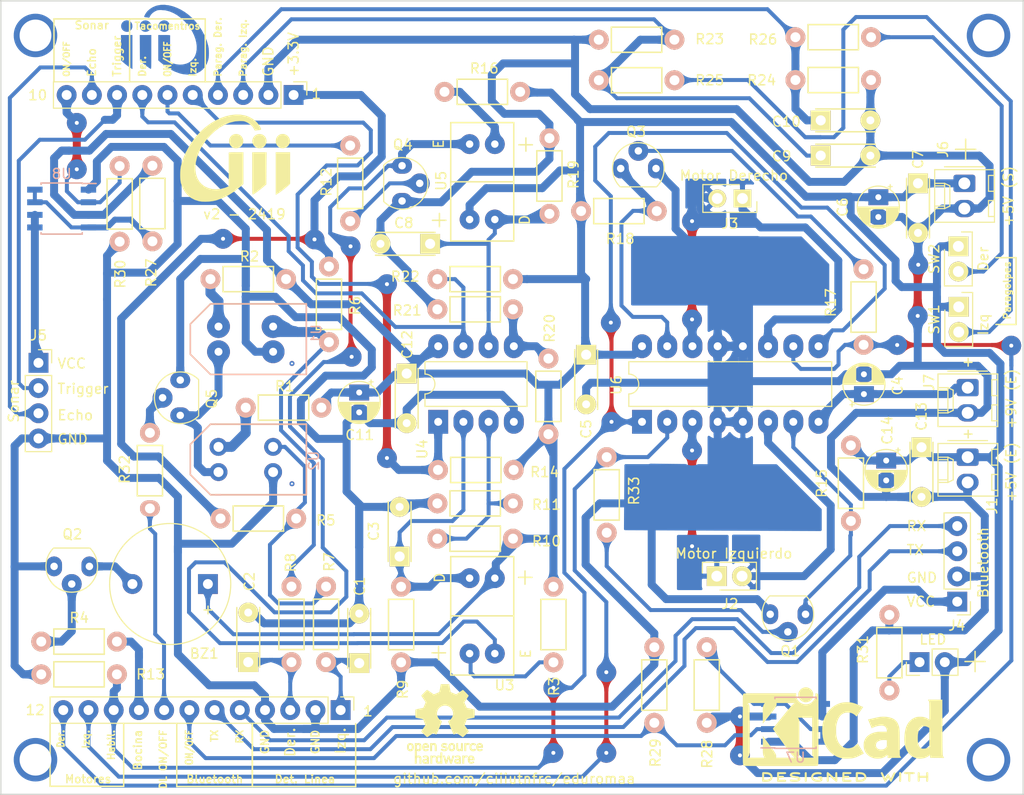
<source format=kicad_pcb>
(kicad_pcb (version 20171130) (host pcbnew "(5.1.0)-1")
  (layers (0 F.Cu signal) (31 B.Cu signal) (34 B.Paste user hide) (35 F.Paste user hide) (36 B.SilkS user) (37 F.SilkS user) (38 B.Mask user hide) (39 F.Mask user hide) (44 Edge.Cuts user))
  (net 0 "")
  (net 1 +5V)
  (net 2 "Net-(BZ1-Pad2)")
  (net 3 GND)
  (net 4 "Net-(C3-Pad1)")
  (net 5 "Net-(C8-Pad1)")
  (net 6 "Net-(D1-Pad1)")
  (net 7 Sonar_Trig)
  (net 8 Sonar_Echo)
  (net 9 Bluetooth_Rx)
  (net 10 Bluetooth_Tx)
  (net 11 ENABLE_Motors)
  (net 12 /C_1)
  (net 13 /C_2)
  (net 14 "Net-(R1-Pad2)")
  (net 15 "Net-(R2-Pad2)")
  (net 16 "Net-(R3-Pad2)")
  (net 17 "Net-(R5-Pad2)")
  (net 18 "Net-(R6-Pad2)")
  (net 19 "Net-(R10-Pad2)")
  (net 20 "Net-(R16-Pad2)")
  (net 21 "Net-(R20-Pad2)")
  (net 22 "Net-(R27-Pad2)")
  (net 23 "Net-(R28-Pad2)")
  (net 24 SegLinea_Izq)
  (net 25 SegLinea_Der)
  (net 26 Bumper_Izq)
  (net 27 Bumper_Der)
  (net 28 Bluetooth_OnOff)
  (net 29 SegLinea_OnOff)
  (net 30 Buzzer)
  (net 31 PWM_Izq)
  (net 32 PWM_Der)
  (net 33 Encoder_OnOff)
  (net 34 Encoder_Izq)
  (net 35 Encoder_Der)
  (net 36 Sonar_OnOff)
  (net 37 "Net-(Q5-Pad2)")
  (net 38 "Net-(Q1-Pad2)")
  (net 39 "Net-(Q2-Pad2)")
  (net 40 "Net-(Q3-Pad2)")
  (net 41 "Net-(Q4-Pad2)")
  (net 42 /Motor_Der1)
  (net 43 /Motor_Der2)
  (net 44 /Motor_Izq1)
  (net 45 /Motor_Izq2)
  (net 46 "Net-(R25-Pad2)")
  (net 47 "Net-(R26-Pad2)")
  (net 48 /Vcc_Sonar)
  (net 49 /Vcc_BT)
  (net 50 +9V)
  (net 51 GND_LED2)
  (net 52 GND_IRLED1)
  (net 53 +3V3)
  (module lib_fp:TCRT5000 (layer B.Cu) (at 90.686 89.1105 180)
    (fp_text reference U1 (at -7.112 0.508 90) (layer B.SilkS) (effects (justify mirror)))
    (fp_text value TCRT5000)
    (pad "" thru_hole circle (at -4.65 -2.45) (size 0.5 0.5) (drill 0.2) (layers *.Cu *.Mask B.Paste))
    (pad 1 thru_hole circle (at 2.75 1.27) (size 2.3 2.3) (drill 0.8) (layers *.Cu *.Mask B.Paste) (net 15 "Net-(R2-Pad2)"))
    (pad 2 thru_hole circle (at 2.75 -1.27) (size 2.3 2.3) (drill 0.8) (layers *.Cu *.Mask B.Paste) (net 52 GND_IRLED1))
    (pad 4 thru_hole circle (at -2.75 -1.27) (size 2.3 2.3) (drill 0.8) (layers *.Cu *.Mask B.Paste) (net 3 GND))
    (pad 3 thru_hole circle (at -2.75 1.27) (size 2.3 2.3) (drill 0.8) (layers *.Cu *.Mask B.Paste) (net 18 "Net-(R6-Pad2)"))
  )
  (module lib_fp:TCRT5000 (layer B.Cu) (at 90.686 101.239 180)
    (fp_text reference U2 (at -6.858 -0.127 90) (layer B.SilkS) (effects (justify mirror)))
    (fp_text value TCRT5000)
    (pad "" thru_hole circle (at -4.65 -2.45) (size 0.5 0.5) (drill 0.2) (layers *.Cu *.Mask B.Paste))
    (pad 1 thru_hole circle (at 2.75 1.27) (size 1.8 1.8) (drill 1) (layers *.Cu *.Mask B.Paste) (net 14 "Net-(R1-Pad2)"))
    (pad 2 thru_hole circle (at 2.75 -1.27) (size 1.8 1.8) (drill 1) (layers *.Cu *.Mask B.Paste) (net 52 GND_IRLED1))
    (pad 4 thru_hole circle (at -2.75 -1.27) (size 1.8 1.8) (drill 1) (layers *.Cu *.Mask B.Paste) (net 3 GND))
    (pad 3 thru_hole circle (at -2.75 1.27) (size 1.8 1.8) (drill 1) (layers *.Cu *.Mask B.Paste) (net 17 "Net-(R5-Pad2)"))
  )
  (module Connector_PinSocket_2.54mm:PinSocket_1x04_P2.54mm_Vertical (layer F.Cu) (at 69.8 91.5)
    (fp_text reference J5 (at 0 -2.77) (layer F.SilkS))
    (fp_text value Sonar)
    (pad 4 thru_hole oval (at 0 7.62) (size 2 2) (drill 1) (layers *.Cu *.Mask) (net 3 GND))
    (pad 3 thru_hole oval (at 0 5.08) (size 2 2) (drill 1) (layers *.Cu *.Mask) (net 8 Sonar_Echo))
    (pad 2 thru_hole oval (at 0 2.54) (size 2 2) (drill 1) (layers *.Cu *.Mask) (net 7 Sonar_Trig))
    (pad 1 thru_hole rect (at 0 0) (size 2 2) (drill 1) (layers *.Cu *.Mask) (net 48 /Vcc_Sonar))
  )
  (module Connector_Molex:Molex_KK-254_AE-6410-02A_1x02_P2.54mm_Vertical (layer F.Cu) (at 163.4 94 270)
    (fp_text reference J7 (at -0.528 3.888 90) (layer F.SilkS))
    (fp_text value DC_IN)
    (pad 1 thru_hole roundrect (at 0 0 270) (size 1.74 2.2) (drill 1.2) (layers *.Cu *.Mask) (roundrect_rratio 0.143678) (net 50 +9V))
    (pad 2 thru_hole oval (at 2.54 0 270) (size 1.74 2.2) (drill 1.2) (layers *.Cu *.Mask) (net 3 GND))
  )
  (module lib_fp:Logo_CIII_Small (layer B.Cu) (at 82.55 58.928 180)
    (fp_text reference Logo_1 hide)
    (fp_text value Logo_CIII hide)
    (fp_poly (pts (xy 3.999853 1.929435) (xy 4.170894 1.851682) (xy 4.30177 1.729141) (xy 4.387696 1.574784) (xy 4.423882 1.401583) (xy 4.405541 1.222512) (xy 4.327885 1.050543) (xy 4.325527 1.047016) (xy 4.203478 0.919789) (xy 4.045565 0.832291) (xy 3.8717 0.791856) (xy 3.701798 0.805816) (xy 3.6844 0.810926) (xy 3.508657 0.89888) (xy 3.380614 1.032617) (xy 3.304887 1.205657) (xy 3.285066 1.371601) (xy 3.314655 1.565895) (xy 3.396934 1.728544) (xy 3.522172 1.851955) (xy 3.680638 1.928531) (xy 3.862601 1.950679) (xy 3.999853 1.929435)) (layer B.Cu) (width 0.01))
    (fp_poly (pts (xy 2.17002 1.91433) (xy 2.328105 1.829076) (xy 2.448004 1.697143) (xy 2.521072 1.527404) (xy 2.539999 1.371601) (xy 2.510009 1.183077) (xy 2.427272 1.023205) (xy 2.302645 0.899729) (xy 2.146982 0.820392) (xy 1.971137 0.792939) (xy 1.785964 0.825114) (xy 1.777999 0.827938) (xy 1.613534 0.919683) (xy 1.491916 1.05227) (xy 1.417225 1.212352) (xy 1.393544 1.386585) (xy 1.424953 1.561622) (xy 1.507199 1.713451) (xy 1.646971 1.848698) (xy 1.816857 1.924461) (xy 1.982393 1.944029) (xy 2.17002 1.91433)) (layer B.Cu) (width 0.01))
    (fp_poly (pts (xy 0.240653 1.929435) (xy 0.411694 1.851682) (xy 0.54257 1.729141) (xy 0.628496 1.574784) (xy 0.664682 1.401583) (xy 0.646341 1.222512) (xy 0.568685 1.050543) (xy 0.566327 1.047016) (xy 0.444278 0.919789) (xy 0.286365 0.832291) (xy 0.1125 0.791856) (xy -0.057402 0.805816) (xy -0.0748 0.810926) (xy -0.249322 0.89929) (xy -0.379477 1.034488) (xy -0.458309 1.206888) (xy -0.479778 1.371601) (xy -0.449692 1.562876) (xy -0.366317 1.724376) (xy -0.239978 1.848105) (xy -0.081001 1.926069) (xy 0.100288 1.950272) (xy 0.240653 1.929435)) (layer B.Cu) (width 0.01))
    (fp_poly (pts (xy 4.436533 -2.070855) (xy 4.246006 -2.246161) (xy 4.097546 -2.376062) (xy 3.926344 -2.515305) (xy 3.749474 -2.650896) (xy 3.584006 -2.769846) (xy 3.447014 -2.859161) (xy 3.419146 -2.875377) (xy 3.285066 -2.950733) (xy 3.285066 0.474134) (xy 4.436533 0.474134) (xy 4.436533 -2.070855)) (layer B.Cu) (width 0.01))
    (fp_poly (pts (xy 2.523066 -2.11311) (xy 2.264976 -2.336233) (xy 2.132565 -2.446316) (xy 1.982814 -2.563805) (xy 1.828567 -2.679381) (xy 1.682666 -2.783726) (xy 1.557955 -2.867525) (xy 1.467277 -2.921459) (xy 1.442467 -2.93295) (xy 1.43031 -2.932833) (xy 1.420113 -2.918811) (xy 1.411705 -2.885564) (xy 1.404917 -2.827773) (xy 1.39958 -2.740119) (xy 1.395524 -2.617281) (xy 1.39258 -2.453941) (xy 1.390579 -2.244779) (xy 1.38935 -1.984476) (xy 1.388725 -1.667711) (xy 1.388535 -1.289166) (xy 1.388533 -1.239756) (xy 1.388533 0.474134) (xy 2.540804 0.474134) (xy 2.523066 -2.11311)) (layer B.Cu) (width 0.01))
    (fp_poly (pts (xy 0.449531 3.505906) (xy 0.82065 3.437923) (xy 0.953855 3.396789) (xy 1.246355 3.269258) (xy 1.514903 3.101423) (xy 1.742353 2.904898) (xy 1.83505 2.799831) (xy 1.92763 2.671734) (xy 2.008742 2.538734) (xy 2.068673 2.418658) (xy 2.09771 2.329331) (xy 2.098989 2.315471) (xy 2.068157 2.291125) (xy 1.9849 2.270594) (xy 1.904999 2.260912) (xy 1.787891 2.247844) (xy 1.692751 2.231466) (xy 1.653724 2.220398) (xy 1.612 2.219697) (xy 1.571835 2.264176) (xy 1.530139 2.347741) (xy 1.413856 2.535214) (xy 1.242696 2.707164) (xy 1.029426 2.851578) (xy 0.953389 2.890478) (xy 0.845365 2.939182) (xy 0.755419 2.970248) (xy 0.66237 2.987528) (xy 0.545037 2.994873) (xy 0.38224 2.996135) (xy 0.372533 2.996107) (xy -0.029977 2.961368) (xy -0.433854 2.860715) (xy -0.835676 2.695796) (xy -1.232022 2.46826) (xy -1.619469 2.179757) (xy -1.950461 1.876635) (xy -2.258768 1.53722) (xy -2.525216 1.18099) (xy -2.748817 0.813358) (xy -2.928583 0.439739) (xy -3.063524 0.065547) (xy -3.152652 -0.303805) (xy -3.19498 -0.662902) (xy -3.189519 -1.006331) (xy -3.135279 -1.328678) (xy -3.031274 -1.624529) (xy -2.876514 -1.88847) (xy -2.677915 -2.108034) (xy -2.427245 -2.289038) (xy -2.140711 -2.418234) (xy -1.827262 -2.494603) (xy -1.495845 -2.517126) (xy -1.155409 -2.484785) (xy -0.814903 -2.396561) (xy -0.662031 -2.337498) (xy -0.508 -2.271473) (xy -0.503988 -0.941003) (xy -0.503238 -0.646241) (xy -0.502807 -0.372011) (xy -0.502688 -0.125857) (xy -0.502872 0.084676) (xy -0.503351 0.252046) (xy -0.504116 0.368707) (xy -0.50516 0.427117) (xy -0.505472 0.4318) (xy -0.491642 0.447817) (xy -0.440666 0.459538) (xy -0.345461 0.467474) (xy -0.198939 0.472135) (xy 0.005982 0.474029) (xy 0.083182 0.474134) (xy 0.677333 0.474134) (xy 0.677333 -2.082882) (xy 0.403957 -2.319907) (xy -0.049653 -2.677275) (xy -0.518018 -2.976731) (xy -0.995692 -3.215273) (xy -1.477228 -3.389899) (xy -1.597436 -3.423179) (xy -1.840807 -3.471383) (xy -2.114961 -3.501155) (xy -2.39642 -3.511653) (xy -2.661704 -3.502035) (xy -2.887335 -3.471461) (xy -2.895601 -3.469705) (xy -3.240005 -3.362958) (xy -3.546058 -3.201062) (xy -3.811778 -2.986011) (xy -4.035184 -2.719797) (xy -4.214294 -2.404412) (xy -4.347126 -2.041849) (xy -4.359104 -1.998133) (xy -4.390797 -1.82491) (xy -4.409881 -1.605363) (xy -4.416401 -1.359711) (xy -4.410398 -1.108172) (xy -4.391915 -0.870965) (xy -4.360995 -0.668306) (xy -4.356242 -0.646341) (xy -4.198447 -0.097464) (xy -3.974835 0.443885) (xy -3.687199 0.974227) (xy -3.337336 1.490084) (xy -3.098741 1.790667) (xy -2.757768 2.159651) (xy -2.389517 2.489566) (xy -1.999969 2.778042) (xy -1.595108 3.022707) (xy -1.180915 3.221192) (xy -0.763373 3.371125) (xy -0.348463 3.470136) (xy 0.057833 3.515853) (xy 0.449531 3.505906)) (layer B.Cu) (width 0.01))
  )
  (module lib_fp:MountingHole_3.2mm_M3_DIN965 (layer F.Cu) (at 69.5 131.5)
    (fp_text reference MH2 hide)
    (fp_text value MountingHole)
    (fp_circle (center 0 0) (end 1.694391 0) (layer B.Cu) (width 1))
    (pad 1 np_thru_hole circle (at 0 0) (size 3.2 3.2) (drill 3.2) (layers *.Cu *.Mask))
  )
  (module lib_fp:TO-92_mod (layer F.Cu) (at 84.082 96.286 90)
    (fp_text reference Q5 (at 1.163 3.167 90) (layer F.SilkS))
    (fp_text value BC548)
    (pad 2 thru_hole circle (at 1.27 -1.778 180) (size 2 2) (drill 0.75) (layers *.Cu *.Mask) (net 37 "Net-(Q5-Pad2)"))
    (pad 3 thru_hole oval (at 3.048 0 180) (size 2 1.6) (drill 0.75) (layers *.Cu *.Mask) (net 3 GND))
    (pad 1 thru_hole oval (at -0.508 0 180) (size 2 1.6) (drill 0.75) (layers *.Cu *.Mask) (net 52 GND_IRLED1))
  )
  (module lib_fp:TO-92_mod (layer F.Cu) (at 106.426 72.136 270)
    (fp_text reference Q4 (at -2.636 -0.074 180) (layer F.SilkS))
    (fp_text value BC548)
    (pad 1 thru_hole oval (at -0.508 0) (size 2 1.6) (drill 0.75) (layers *.Cu *.Mask) (net 51 GND_LED2))
    (pad 3 thru_hole oval (at 3.048 0) (size 2 1.6) (drill 0.75) (layers *.Cu *.Mask) (net 3 GND))
    (pad 2 thru_hole circle (at 1.27 -1.778) (size 2 2) (drill 0.75) (layers *.Cu *.Mask) (net 41 "Net-(Q4-Pad2)"))
  )
  (module lib_fp:TO-92_mod (layer F.Cu) (at 128.958 71.91)
    (fp_text reference Q3 (at 1.03632 -3.7084) (layer F.SilkS))
    (fp_text value BC548)
    (pad 2 thru_hole circle (at 1.27 -1.778 90) (size 2 2) (drill 0.75) (layers *.Cu *.Mask) (net 40 "Net-(Q3-Pad2)"))
    (pad 3 thru_hole oval (at 3.048 0 90) (size 2 1.6) (drill 0.75) (layers *.Cu *.Mask) (net 3 GND))
    (pad 1 thru_hole oval (at -0.508 0 90) (size 2 1.6) (drill 0.75) (layers *.Cu *.Mask) (net 13 /C_2))
  )
  (module lib_fp:TO-92_mod (layer F.Cu) (at 74.422 112.014 180)
    (fp_text reference Q2 (at 1.2065 3.2385 180) (layer F.SilkS))
    (fp_text value BC548)
    (pad 1 thru_hole oval (at -0.508 0 270) (size 2 1.6) (drill 0.75) (layers *.Cu *.Mask) (net 2 "Net-(BZ1-Pad2)"))
    (pad 3 thru_hole oval (at 3.048 0 270) (size 2 1.6) (drill 0.75) (layers *.Cu *.Mask) (net 3 GND))
    (pad 2 thru_hole circle (at 1.27 -1.778 270) (size 2 2) (drill 0.75) (layers *.Cu *.Mask) (net 39 "Net-(Q2-Pad2)"))
  )
  (module lib_fp:TO-92_mod (layer F.Cu) (at 146.558 116.84 180)
    (fp_text reference Q1 (at 1.03632 -3.7084 180) (layer F.SilkS))
    (fp_text value BC548)
    (pad 1 thru_hole oval (at -0.508 0 270) (size 2 1.6) (drill 0.75) (layers *.Cu *.Mask) (net 12 /C_1))
    (pad 3 thru_hole oval (at 3.048 0 270) (size 2 1.6) (drill 0.75) (layers *.Cu *.Mask) (net 3 GND))
    (pad 2 thru_hole circle (at 1.27 -1.778 270) (size 2 2) (drill 0.75) (layers *.Cu *.Mask) (net 38 "Net-(Q1-Pad2)"))
  )
  (module Connector_Molex:Molex_KK-254_AE-6410-02A_1x02_P2.54mm_Vertical (layer F.Cu) (at 163.068 73.406 270)
    (fp_text reference J6 (at -3.429 2.159 90) (layer F.SilkS))
    (fp_text value DC_OUT)
    (pad 1 thru_hole roundrect (at 0 0 270) (size 1.74 2.2) (drill 1.2) (layers *.Cu *.Mask) (roundrect_rratio 0.143678) (net 1 +5V))
    (pad 2 thru_hole oval (at 2.54 0 270) (size 1.74 2.2) (drill 1.2) (layers *.Cu *.Mask) (net 3 GND))
  )
  (module Connector_Molex:Molex_KK-254_AE-6410-02A_1x02_P2.54mm_Vertical (layer F.Cu) (at 163.4 101.008 270)
    (fp_text reference J1 (at 4.91 -2.462 90) (layer F.SilkS))
    (fp_text value DC_IN)
    (pad 2 thru_hole oval (at 2.54 0 270) (size 1.74 2.2) (drill 1.2) (layers *.Cu *.Mask) (net 3 GND))
    (pad 1 thru_hole roundrect (at 0 0 270) (size 1.74 2.2) (drill 1.2) (layers *.Cu *.Mask) (roundrect_rratio 0.143678) (net 1 +5V))
  )
  (module lib_fp:DIP-16_W7.62mm_LongPads (layer F.Cu) (at 130.596 97.444 90)
    (fp_text reference U6 (at 3.718 -2.58 270) (layer F.SilkS))
    (fp_text value L293D)
    (pad 16 thru_hole oval (at 7.62 0 90) (size 2.4 2) (drill 0.8) (layers *.Cu *.Mask) (net 1 +5V))
    (pad 8 thru_hole oval (at 0 17.78 90) (size 2.4 2) (drill 0.8) (layers *.Cu *.Mask) (net 50 +9V))
    (pad 15 thru_hole oval (at 7.62 2.54 90) (size 2.4 2) (drill 0.8) (layers *.Cu *.Mask) (net 13 /C_2))
    (pad 7 thru_hole oval (at 0 15.24 90) (size 2.4 2) (drill 0.8) (layers *.Cu *.Mask) (net 12 /C_1))
    (pad 14 thru_hole oval (at 7.62 5.08 90) (size 2.4 2) (drill 0.8) (layers *.Cu *.Mask) (net 43 /Motor_Der2))
    (pad 6 thru_hole oval (at 0 12.7 90) (size 2.4 2) (drill 0.8) (layers *.Cu *.Mask) (net 45 /Motor_Izq2))
    (pad 13 thru_hole oval (at 7.62 7.62 90) (size 2.4 2) (drill 0.8) (layers *.Cu *.Mask) (net 3 GND))
    (pad 5 thru_hole oval (at 0 10.16 90) (size 2.4 2) (drill 0.8) (layers *.Cu *.Mask) (net 3 GND))
    (pad 12 thru_hole oval (at 7.62 10.16 90) (size 2.4 2) (drill 0.8) (layers *.Cu *.Mask) (net 3 GND))
    (pad 4 thru_hole oval (at 0 7.62 90) (size 2.4 1.6) (drill 0.8) (layers *.Cu *.Mask) (net 3 GND))
    (pad 11 thru_hole oval (at 7.62 12.7 90) (size 2.4 2) (drill 0.8) (layers *.Cu *.Mask) (net 42 /Motor_Der1))
    (pad 3 thru_hole oval (at 0 5.08 90) (size 2.4 2) (drill 0.8) (layers *.Cu *.Mask) (net 44 /Motor_Izq1))
    (pad 10 thru_hole oval (at 7.62 15.24 90) (size 2.4 2) (drill 0.8) (layers *.Cu *.Mask) (net 32 PWM_Der))
    (pad 2 thru_hole oval (at 0 2.54 90) (size 2.4 2) (drill 0.8) (layers *.Cu *.Mask) (net 31 PWM_Izq))
    (pad 9 thru_hole oval (at 7.62 17.78 90) (size 2.4 2) (drill 0.8) (layers *.Cu *.Mask) (net 11 ENABLE_Motors))
    (pad 1 thru_hole rect (at 0 0 90) (size 2.4 2) (drill 0.8) (layers *.Cu *.Mask) (net 11 ENABLE_Motors))
  )
  (module lib_fp:Resistor_Horizontal_RM7mm (layer F.Cu) (at 117.602 86.106 180)
    (fp_text reference R21 (at 10.6595 -0.106056 180) (layer F.SilkS))
    (fp_text value 10k)
    (pad 1 thru_hole circle (at 0 0 180) (size 1.99898 1.99898) (drill 1.00076) (layers *.Cu *.SilkS *.Mask) (net 21 "Net-(R20-Pad2)"))
    (pad 2 thru_hole circle (at 7.62 0 180) (size 1.99898 1.99898) (drill 1.00076) (layers *.Cu *.SilkS *.Mask) (net 3 GND))
  )
  (module lib_fp:Resistor_Horizontal_RM7mm (layer F.Cu) (at 88.138 107.188)
    (fp_text reference R5 (at 10.6045 0.1905) (layer F.SilkS))
    (fp_text value 10k)
    (pad 1 thru_hole circle (at 0 0) (size 1.99898 1.99898) (drill 1.00076) (layers *.Cu *.SilkS *.Mask) (net 53 +3V3))
    (pad 2 thru_hole circle (at 7.62 0) (size 1.99898 1.99898) (drill 1.00076) (layers *.Cu *.SilkS *.Mask) (net 17 "Net-(R5-Pad2)"))
  )
  (module lib_fp:Resistor_Horizontal_RM7mm (layer F.Cu) (at 99.06 81.788 270)
    (fp_text reference R6 (at 3.937 -2.6543 90) (layer F.SilkS))
    (fp_text value 10k)
    (pad 1 thru_hole circle (at 0 0 270) (size 1.99898 1.99898) (drill 1.00076) (layers *.Cu *.SilkS *.Mask) (net 53 +3V3))
    (pad 2 thru_hole circle (at 7.62 0 270) (size 1.99898 1.99898) (drill 1.00076) (layers *.Cu *.SilkS *.Mask) (net 18 "Net-(R6-Pad2)"))
  )
  (module lib_fp:Resistor_Horizontal_RM7mm (layer F.Cu) (at 98.771332 121.666 90)
    (fp_text reference R7 (at 10.0965 0.3175 270) (layer F.SilkS))
    (fp_text value 22k)
    (pad 2 thru_hole circle (at 7.62 0 90) (size 1.99898 1.99898) (drill 1.00076) (layers *.Cu *.SilkS *.Mask) (net 17 "Net-(R5-Pad2)"))
    (pad 1 thru_hole circle (at 0 0 90) (size 1.99898 1.99898) (drill 1.00076) (layers *.Cu *.SilkS *.Mask) (net 24 SegLinea_Izq))
  )
  (module lib_fp:CP_Radial_D4.0mm_P2.00mm (layer F.Cu) (at 152.948 94.65 90)
    (fp_text reference C4 (at 0.8405 3.397 270) (layer F.SilkS))
    (fp_text value 10u)
    (pad 2 thru_hole oval (at 2 0 90) (size 1.6 2) (drill 0.6) (layers *.Cu *.Mask) (net 3 GND))
    (pad 1 thru_hole rect (at 0 0 90) (size 1.6 2) (drill 0.6) (layers *.Cu *.Mask) (net 50 +9V))
  )
  (module lib_fp:Resistor_Horizontal_RM7mm (layer F.Cu) (at 151.638 99.822 270)
    (fp_text reference R15 (at 3.825 2.938 90) (layer F.SilkS))
    (fp_text value 10k)
    (pad 1 thru_hole circle (at 0 0 270) (size 1.99898 1.99898) (drill 1.00076) (layers *.Cu *.SilkS *.Mask) (net 1 +5V))
    (pad 2 thru_hole circle (at 7.62 0 270) (size 1.99898 1.99898) (drill 1.00076) (layers *.Cu *.SilkS *.Mask) (net 12 /C_1))
  )
  (module lib_fp:Resistor_Horizontal_RM7mm (layer F.Cu) (at 117.602 83.058 180)
    (fp_text reference R22 (at 10.8585 0.254 180) (layer F.SilkS))
    (fp_text value 10k)
    (pad 2 thru_hole circle (at 7.62 0 180) (size 1.99898 1.99898) (drill 1.00076) (layers *.Cu *.SilkS *.Mask) (net 35 Encoder_Der))
    (pad 1 thru_hole circle (at 0 0 180) (size 1.99898 1.99898) (drill 1.00076) (layers *.Cu *.SilkS *.Mask) (net 1 +5V))
  )
  (module lib_fp:Resistor_Horizontal_RM7mm (layer F.Cu) (at 146.05 62.992)
    (fp_text reference R24 (at -3.4036 0.0254) (layer F.SilkS))
    (fp_text value 22k)
    (pad 2 thru_hole circle (at 7.62 0) (size 1.99898 1.99898) (drill 1.00076) (layers *.Cu *.SilkS *.Mask) (net 3 GND))
    (pad 1 thru_hole circle (at 0 0) (size 1.99898 1.99898) (drill 1.00076) (layers *.Cu *.SilkS *.Mask) (net 27 Bumper_Der))
  )
  (module lib_fp:Resistor_Horizontal_RM7mm (layer F.Cu) (at 146.05 58.674)
    (fp_text reference R26 (at -3.2766 0.2286) (layer F.SilkS))
    (fp_text value 10k)
    (pad 1 thru_hole circle (at 0 0) (size 1.99898 1.99898) (drill 1.00076) (layers *.Cu *.SilkS *.Mask) (net 27 Bumper_Der))
    (pad 2 thru_hole circle (at 7.62 0) (size 1.99898 1.99898) (drill 1.00076) (layers *.Cu *.SilkS *.Mask) (net 47 "Net-(R26-Pad2)"))
  )
  (module lib_fp:HDRV2W64P254_1X2_508X254X864 (layer F.Cu) (at 139.4 113)
    (fp_text reference J2 (at 0.046 2.7986) (layer F.SilkS))
    (fp_text value Motor_Izq)
    (pad 2 thru_hole circle (at 1.27 0) (size 2 2) (drill 1.1) (layers *.Cu *.Mask F.SilkS) (net 45 /Motor_Izq2))
    (pad 1 thru_hole rect (at -1.27 0) (size 2 2) (drill 1.1) (layers *.Cu *.Mask F.SilkS) (net 44 /Motor_Izq1))
  )
  (module lib_fp:CP_Radial_D4.0mm_P2.00mm (layer F.Cu) (at 102.108 94.488 270)
    (fp_text reference C11 (at 4.2799 -0.0508 180) (layer F.SilkS))
    (fp_text value 10u)
    (pad 1 thru_hole rect (at 0 0 270) (size 1.6 2) (drill 0.6) (layers *.Cu *.Mask) (net 1 +5V))
    (pad 2 thru_hole oval (at 2 0 270) (size 1.6 2) (drill 0.6) (layers *.Cu *.Mask) (net 3 GND))
  )
  (module lib_fp:Resistor_Horizontal_RM7mm (layer F.Cu) (at 126.238 58.928)
    (fp_text reference R23 (at 11.176 -0.0635) (layer F.SilkS))
    (fp_text value 22k)
    (pad 2 thru_hole circle (at 7.62 0) (size 1.99898 1.99898) (drill 1.00076) (layers *.Cu *.SilkS *.Mask) (net 26 Bumper_Izq))
    (pad 1 thru_hole circle (at 0 0) (size 1.99898 1.99898) (drill 1.00076) (layers *.Cu *.SilkS *.Mask) (net 3 GND))
  )
  (module lib_fp:HDRV2W64P254_1X2_508X254X864 (layer F.Cu) (at 162.5 87.122 270)
    (fp_text reference SW1 (at 0 2.48 90) (layer F.SilkS))
    (fp_text value SW_Push)
    (pad 1 thru_hole rect (at -1.27 0 270) (size 2 2) (drill 1.1) (layers *.Cu *.Mask F.SilkS) (net 1 +5V))
    (pad 2 thru_hole circle (at 1.27 0 270) (size 2 2) (drill 1.1) (layers *.Cu *.Mask F.SilkS) (net 46 "Net-(R25-Pad2)"))
  )
  (module lib_fp:Buzzer_12x9.5RM7.6 (layer F.Cu) (at 86.868 113.792 180)
    (fp_text reference BZ1 (at 0.368 -7.008 180) (layer F.SilkS))
    (fp_text value Buzzer)
    (fp_text user + (at -0.01 -2.54 180) (layer F.SilkS))
    (pad 2 thru_hole circle (at 7.6 0 180) (size 2 2) (drill 1) (layers *.Cu *.Mask) (net 2 "Net-(BZ1-Pad2)"))
    (pad 1 thru_hole rect (at 0 0 180) (size 2 2) (drill 1) (layers *.Cu *.Mask) (net 1 +5V))
  )
  (module lib_fp:CP_Radial_D4.0mm_P2.00mm (layer F.Cu) (at 154.4 74.8 270)
    (fp_text reference C6 (at 1 3.6 90) (layer F.SilkS))
    (fp_text value 10u)
    (pad 2 thru_hole oval (at 2 0 270) (size 1.6 2) (drill 0.6) (layers *.Cu *.Mask) (net 3 GND))
    (pad 1 thru_hole rect (at 0 0 270) (size 1.6 2) (drill 0.6) (layers *.Cu *.Mask) (net 1 +5V))
  )
  (module lib_fp:CP_Radial_D4.0mm_P2.00mm (layer F.Cu) (at 155.194 101.346 270)
    (fp_text reference C14 (at -3.048 -0.106 90) (layer F.SilkS))
    (fp_text value 100u)
    (pad 2 thru_hole oval (at 2 0 270) (size 1.6 2) (drill 0.6) (layers *.Cu *.Mask) (net 3 GND))
    (pad 1 thru_hole rect (at 0 0 270) (size 1.6 2) (drill 0.6) (layers *.Cu *.Mask) (net 1 +5V))
  )
  (module lib_fp:PinHeader_1x02_P2.54mm_Vertical (layer F.Cu) (at 158.5548 121.666 90)
    (fp_text reference D1 hide)
    (fp_text value LED)
    (pad 2 thru_hole oval (at 0 2.54 90) (size 2 2) (drill 1) (layers *.Cu *.Mask) (net 1 +5V))
    (pad 1 thru_hole rect (at 0 0 90) (size 2 2) (drill 1) (layers *.Cu *.Mask) (net 6 "Net-(D1-Pad1)"))
  )
  (module lib_fp:HDRV2W64P254_1X2_508X254X864 (layer F.Cu) (at 139.446 74.93 180)
    (fp_text reference J3 (at 0 -2.54 180) (layer F.SilkS))
    (fp_text value Motor_Der)
    (pad 2 thru_hole circle (at 1.27 0 180) (size 1.8 1.8) (drill 1.1) (layers *.Cu *.Mask F.SilkS) (net 43 /Motor_Der2))
    (pad 1 thru_hole rect (at -1.27 0 180) (size 1.8 1.8) (drill 1.1) (layers *.Cu *.Mask F.SilkS) (net 42 /Motor_Der1))
  )
  (module lib_fp:PinHeader_1x04_P2.54mm_Vertical (layer F.Cu) (at 162.35 115.57 180)
    (fp_text reference J4 (at 0.044 -2.413) (layer F.SilkS))
    (fp_text value Bluetooth)
    (pad 4 thru_hole oval (at 0 7.62 180) (size 2 2) (drill 1) (layers *.Cu *.Mask) (net 9 Bluetooth_Rx))
    (pad 3 thru_hole oval (at 0 5.08 180) (size 2 2) (drill 1) (layers *.Cu *.Mask) (net 10 Bluetooth_Tx))
    (pad 2 thru_hole oval (at 0 2.54 180) (size 2 2) (drill 1) (layers *.Cu *.Mask) (net 3 GND))
    (pad 1 thru_hole rect (at 0 0 180) (size 2 2) (drill 1) (layers *.Cu *.Mask) (net 49 /Vcc_BT))
  )
  (module lib_fp:MountingHole_3.2mm_M3_DIN965 (layer F.Cu) (at 165.5 131.5)
    (fp_text reference MH1 hide)
    (fp_text value MountingHole)
    (fp_circle (center 0 0) (end 1.694391 0) (layer B.Cu) (width 1))
    (pad 1 np_thru_hole circle (at 0 0) (size 3.2 3.2) (drill 3.2) (layers *.Cu *.Mask))
  )
  (module lib_fp:MountingHole_3.2mm_M3_DIN965 (layer F.Cu) (at 165.5 58.5)
    (fp_text reference MH3 hide)
    (fp_text value MountingHole)
    (fp_circle (center 0 0) (end 1.694391 0) (layer B.Cu) (width 1))
    (pad 1 np_thru_hole circle (at 0 0) (size 3.2 3.2) (drill 3.2) (layers *.Cu *.Mask))
  )
  (module lib_fp:MountingHole_3.2mm_M3_DIN965 (layer F.Cu) (at 69.5 58.5)
    (fp_text reference MH4 hide)
    (fp_text value MountingHole)
    (fp_circle (center 0 0) (end 1.694391 0) (layer B.Cu) (width 1))
    (pad 1 np_thru_hole circle (at 0 0) (size 3.2 3.2) (drill 3.2) (layers *.Cu *.Mask))
  )
  (module lib_fp:Resistor_Horizontal_RM7mm (layer F.Cu) (at 98.298 96.012 180)
    (fp_text reference R1 (at 3.6957 2.159 180) (layer F.SilkS))
    (fp_text value 220)
    (pad 1 thru_hole circle (at 0 0 180) (size 1.99898 1.99898) (drill 1.00076) (layers *.Cu *.SilkS *.Mask) (net 1 +5V))
    (pad 2 thru_hole circle (at 7.62 0 180) (size 1.99898 1.99898) (drill 1.00076) (layers *.Cu *.SilkS *.Mask) (net 14 "Net-(R1-Pad2)"))
  )
  (module lib_fp:Resistor_Horizontal_RM7mm (layer F.Cu) (at 94.742 83.058 180)
    (fp_text reference R2 (at 3.683 2.286 180) (layer F.SilkS))
    (fp_text value 220)
    (pad 1 thru_hole circle (at 0 0 180) (size 1.99898 1.99898) (drill 1.00076) (layers *.Cu *.SilkS *.Mask) (net 1 +5V))
    (pad 2 thru_hole circle (at 7.62 0 180) (size 1.99898 1.99898) (drill 1.00076) (layers *.Cu *.SilkS *.Mask) (net 15 "Net-(R2-Pad2)"))
  )
  (module lib_fp:Resistor_Horizontal_RM7mm (layer F.Cu) (at 121.674 114.066 270)
    (fp_text reference R3 (at 10.033 -0.0635 270) (layer F.SilkS))
    (fp_text value 220)
    (pad 1 thru_hole circle (at 0 0 270) (size 1.99898 1.99898) (drill 1.00076) (layers *.Cu *.SilkS *.Mask) (net 1 +5V))
    (pad 2 thru_hole circle (at 7.62 0 270) (size 1.99898 1.99898) (drill 1.00076) (layers *.Cu *.SilkS *.Mask) (net 16 "Net-(R3-Pad2)"))
  )
  (module lib_fp:Resistor_Horizontal_RM7mm (layer F.Cu) (at 70.08 119.594)
    (fp_text reference R4 (at 3.82 -2.394) (layer F.SilkS))
    (fp_text value 1k)
    (pad 2 thru_hole circle (at 7.62 0) (size 1.99898 1.99898) (drill 1.00076) (layers *.Cu *.SilkS *.Mask) (net 30 Buzzer))
    (pad 1 thru_hole circle (at 0 0) (size 1.99898 1.99898) (drill 1.00076) (layers *.Cu *.SilkS *.Mask) (net 39 "Net-(Q2-Pad2)"))
  )
  (module lib_fp:Resistor_Horizontal_RM7mm (layer F.Cu) (at 95.284666 121.666 90)
    (fp_text reference R8 (at 10.033 -0.0635 270) (layer F.SilkS))
    (fp_text value 22k)
    (pad 1 thru_hole circle (at 0 0 90) (size 1.99898 1.99898) (drill 1.00076) (layers *.Cu *.SilkS *.Mask) (net 25 SegLinea_Der))
    (pad 2 thru_hole circle (at 7.62 0 90) (size 1.99898 1.99898) (drill 1.00076) (layers *.Cu *.SilkS *.Mask) (net 18 "Net-(R6-Pad2)"))
  )
  (module lib_fp:Resistor_Horizontal_RM7mm (layer F.Cu) (at 106.33 114.066 270)
    (fp_text reference R9 (at 10.3505 -0.1675 90) (layer F.SilkS))
    (fp_text value 10k)
    (pad 2 thru_hole circle (at 7.62 0 270) (size 1.99898 1.99898) (drill 1.00076) (layers *.Cu *.SilkS *.Mask) (net 3 GND))
    (pad 1 thru_hole circle (at 0 0 270) (size 1.99898 1.99898) (drill 1.00076) (layers *.Cu *.SilkS *.Mask) (net 4 "Net-(C3-Pad1)"))
  )
  (module lib_fp:Resistor_Horizontal_RM7mm (layer F.Cu) (at 117.602 109.22 180)
    (fp_text reference R10 (at -3.3655 -0.254 180) (layer F.SilkS))
    (fp_text value 10k)
    (pad 2 thru_hole circle (at 7.62 0 180) (size 1.99898 1.99898) (drill 1.00076) (layers *.Cu *.SilkS *.Mask) (net 19 "Net-(R10-Pad2)"))
    (pad 1 thru_hole circle (at 0 0 180) (size 1.99898 1.99898) (drill 1.00076) (layers *.Cu *.SilkS *.Mask) (net 1 +5V))
  )
  (module lib_fp:Resistor_Horizontal_RM7mm (layer F.Cu) (at 117.602 105.664 180)
    (fp_text reference R11 (at -3.3655 -0.127 180) (layer F.SilkS))
    (fp_text value 10k)
    (pad 2 thru_hole circle (at 7.62 0 180) (size 1.99898 1.99898) (drill 1.00076) (layers *.Cu *.SilkS *.Mask) (net 3 GND))
    (pad 1 thru_hole circle (at 0 0 180) (size 1.99898 1.99898) (drill 1.00076) (layers *.Cu *.SilkS *.Mask) (net 19 "Net-(R10-Pad2)"))
  )
  (module lib_fp:Resistor_Horizontal_RM7mm (layer F.Cu) (at 101.2016 77.216 90)
    (fp_text reference R12 (at 3.937 -2.3956 90) (layer F.SilkS))
    (fp_text value 1k)
    (pad 2 thru_hole circle (at 7.62 0 90) (size 1.99898 1.99898) (drill 1.00076) (layers *.Cu *.SilkS *.Mask) (net 33 Encoder_OnOff))
    (pad 1 thru_hole circle (at 0 0 90) (size 1.99898 1.99898) (drill 1.00076) (layers *.Cu *.SilkS *.Mask) (net 41 "Net-(Q4-Pad2)"))
  )
  (module lib_fp:Resistor_Horizontal_RM7mm (layer F.Cu) (at 77.7 122.896 180)
    (fp_text reference R13 (at -3.4 -0.004 180) (layer F.SilkS))
    (fp_text value 10k)
    (pad 1 thru_hole circle (at 0 0 180) (size 1.99898 1.99898) (drill 1.00076) (layers *.Cu *.SilkS *.Mask) (net 11 ENABLE_Motors))
    (pad 2 thru_hole circle (at 7.62 0 180) (size 1.99898 1.99898) (drill 1.00076) (layers *.Cu *.SilkS *.Mask) (net 3 GND))
  )
  (module lib_fp:Resistor_Horizontal_RM7mm (layer F.Cu) (at 117.665 102.292888 180)
    (fp_text reference R14 (at -3.12 -0.216112 180) (layer F.SilkS))
    (fp_text value 10k)
    (pad 1 thru_hole circle (at 0 0 180) (size 1.99898 1.99898) (drill 1.00076) (layers *.Cu *.SilkS *.Mask) (net 1 +5V))
    (pad 2 thru_hole circle (at 7.62 0 180) (size 1.99898 1.99898) (drill 1.00076) (layers *.Cu *.SilkS *.Mask) (net 34 Encoder_Izq))
  )
  (module lib_fp:Resistor_Horizontal_RM7mm (layer F.Cu) (at 118.3212 64.1804 180)
    (fp_text reference R16 (at 3.6148 2.3568 180) (layer F.SilkS))
    (fp_text value 220)
    (pad 1 thru_hole circle (at 0 0 180) (size 1.99898 1.99898) (drill 1.00076) (layers *.Cu *.SilkS *.Mask) (net 1 +5V))
    (pad 2 thru_hole circle (at 7.62 0 180) (size 1.99898 1.99898) (drill 1.00076) (layers *.Cu *.SilkS *.Mask) (net 20 "Net-(R16-Pad2)"))
  )
  (module lib_fp:Resistor_Horizontal_RM7mm (layer F.Cu) (at 152.916 82.062 270)
    (fp_text reference R17 (at 3.3655 3.302 270) (layer F.SilkS))
    (fp_text value 1k)
    (pad 2 thru_hole circle (at 7.62 0 270) (size 1.99898 1.99898) (drill 1.00076) (layers *.Cu *.SilkS *.Mask) (net 32 PWM_Der))
    (pad 1 thru_hole circle (at 0 0 270) (size 1.99898 1.99898) (drill 1.00076) (layers *.Cu *.SilkS *.Mask) (net 40 "Net-(Q3-Pad2)"))
  )
  (module lib_fp:Resistor_Horizontal_RM7mm (layer F.Cu) (at 124.46 76.2)
    (fp_text reference R18 (at 3.94 2.8) (layer F.SilkS))
    (fp_text value 10k)
    (pad 1 thru_hole circle (at 0 0) (size 1.99898 1.99898) (drill 1.00076) (layers *.Cu *.SilkS *.Mask) (net 1 +5V))
    (pad 2 thru_hole circle (at 7.62 0) (size 1.99898 1.99898) (drill 1.00076) (layers *.Cu *.SilkS *.Mask) (net 13 /C_2))
  )
  (module lib_fp:Resistor_Horizontal_RM7mm (layer F.Cu) (at 121.27 76.474 90)
    (fp_text reference R19 (at 3.957 2.428 90) (layer F.SilkS))
    (fp_text value 10k)
    (pad 2 thru_hole circle (at 7.62 0 90) (size 1.99898 1.99898) (drill 1.00076) (layers *.Cu *.SilkS *.Mask) (net 3 GND))
    (pad 1 thru_hole circle (at 0 0 90) (size 1.99898 1.99898) (drill 1.00076) (layers *.Cu *.SilkS *.Mask) (net 5 "Net-(C8-Pad1)"))
  )
  (module lib_fp:Resistor_Horizontal_RM7mm (layer F.Cu) (at 121.166 98.686666 90)
    (fp_text reference R20 (at 10.675666 0.119 270) (layer F.SilkS))
    (fp_text value 10k)
    (pad 2 thru_hole circle (at 7.62 0 90) (size 1.99898 1.99898) (drill 1.00076) (layers *.Cu *.SilkS *.Mask) (net 21 "Net-(R20-Pad2)"))
    (pad 1 thru_hole circle (at 0 0 90) (size 1.99898 1.99898) (drill 1.00076) (layers *.Cu *.SilkS *.Mask) (net 1 +5V))
  )
  (module lib_fp:Resistor_Horizontal_RM7mm (layer F.Cu) (at 126.246 63.012)
    (fp_text reference R25 (at 11.168 0) (layer F.SilkS))
    (fp_text value 10k)
    (pad 1 thru_hole circle (at 0 0) (size 1.99898 1.99898) (drill 1.00076) (layers *.Cu *.SilkS *.Mask) (net 26 Bumper_Izq))
    (pad 2 thru_hole circle (at 7.62 0) (size 1.99898 1.99898) (drill 1.00076) (layers *.Cu *.SilkS *.Mask) (net 46 "Net-(R25-Pad2)"))
  )
  (module lib_fp:Resistor_Horizontal_RM7mm (layer F.Cu) (at 81.28 71.628 270)
    (fp_text reference R27 (at 10.795 0.127 90) (layer F.SilkS))
    (fp_text value 10k)
    (pad 2 thru_hole circle (at 7.62 0 270) (size 1.99898 1.99898) (drill 1.00076) (layers *.Cu *.SilkS *.Mask) (net 22 "Net-(R27-Pad2)"))
    (pad 1 thru_hole circle (at 0 0 270) (size 1.99898 1.99898) (drill 1.00076) (layers *.Cu *.SilkS *.Mask) (net 1 +5V))
  )
  (module lib_fp:Resistor_Horizontal_RM7mm (layer F.Cu) (at 137.1172 127.782 90)
    (fp_text reference R28 (at -3.155 0.0428 90) (layer F.SilkS))
    (fp_text value 10k)
    (pad 1 thru_hole circle (at 0 0 90) (size 2 2) (drill 1.00076) (layers *.Cu *.SilkS *.Mask) (net 1 +5V))
    (pad 2 thru_hole circle (at 7.62 0 90) (size 2 2) (drill 1.00076) (layers *.Cu *.SilkS *.Mask) (net 23 "Net-(R28-Pad2)"))
  )
  (module lib_fp:Resistor_Horizontal_RM7mm (layer F.Cu) (at 131.834 127.782 90)
    (fp_text reference R29 (at -3.028 0.119 90) (layer F.SilkS))
    (fp_text value 10k)
    (pad 2 thru_hole circle (at 7.62 0 90) (size 1.99898 1.99898) (drill 1.00076) (layers *.Cu *.SilkS *.Mask) (net 3 GND))
    (pad 1 thru_hole circle (at 0 0 90) (size 1.99898 1.99898) (drill 1.00076) (layers *.Cu *.SilkS *.Mask) (net 28 Bluetooth_OnOff))
  )
  (module lib_fp:HDRV2W64P254_1X2_508X254X864 (layer F.Cu) (at 162.464 81.026 270)
    (fp_text reference SW2 (at 0 2.444 90) (layer F.SilkS))
    (fp_text value SW_Push)
    (pad 1 thru_hole rect (at -1.27 0 270) (size 2 2) (drill 1.1) (layers *.Cu *.Mask F.SilkS) (net 1 +5V))
    (pad 2 thru_hole circle (at 1.27 0 270) (size 2 2) (drill 1.1) (layers *.Cu *.Mask F.SilkS) (net 47 "Net-(R26-Pad2)"))
  )
  (module lib_fp:TCST1103 (layer F.Cu) (at 114.5 117 90)
    (fp_text reference U3 (at -7 2.25) (layer F.SilkS))
    (fp_text value TCST1103)
    (fp_text user D (at 3.84 -4.28 90) (layer F.SilkS))
    (fp_text user E (at -3.82 4.39 90) (layer F.SilkS))
    (pad 4 thru_hole circle (at 3.8 -1.27 270) (size 2 2) (drill 0.75) (layers *.Cu *.Mask F.Paste) (net 4 "Net-(C3-Pad1)"))
    (pad 1 thru_hole circle (at -3.8 -1.27 270) (size 2 2) (drill 0.75) (layers *.Cu *.Mask F.Paste) (net 16 "Net-(R3-Pad2)"))
    (pad 2 thru_hole circle (at -3.8 1.27 270) (size 2 2) (drill 0.75) (layers *.Cu *.Mask F.Paste) (net 51 GND_LED2))
    (pad 3 thru_hole circle (at 3.8 1.27 270) (size 2 2) (drill 0.75) (layers *.Cu *.Mask F.Paste) (net 1 +5V))
  )
  (module lib_fp:DIP-8_W7.62mm_LongPads (layer F.Cu) (at 110.065 97.444 90)
    (fp_text reference U4 (at -2.759 -1.607 270) (layer F.SilkS))
    (fp_text value LM393)
    (pad 8 thru_hole oval (at 7.62 0 90) (size 2.4 2) (drill 0.8) (layers *.Cu *.Mask) (net 1 +5V))
    (pad 4 thru_hole oval (at 0 7.62 90) (size 2.4 2) (drill 0.8) (layers *.Cu *.Mask) (net 3 GND))
    (pad 7 thru_hole oval (at 7.62 2.54 90) (size 2.4 2) (drill 0.8) (layers *.Cu *.Mask) (net 35 Encoder_Der))
    (pad 3 thru_hole oval (at 0 5.08 90) (size 2.4 2) (drill 0.8) (layers *.Cu *.Mask) (net 19 "Net-(R10-Pad2)"))
    (pad 6 thru_hole oval (at 7.62 5.08 90) (size 2.4 2) (drill 0.8) (layers *.Cu *.Mask) (net 5 "Net-(C8-Pad1)"))
    (pad 2 thru_hole oval (at 0 2.54 90) (size 2.4 2) (drill 0.8) (layers *.Cu *.Mask) (net 4 "Net-(C3-Pad1)"))
    (pad 5 thru_hole oval (at 7.62 7.62 90) (size 2.4 2) (drill 0.8) (layers *.Cu *.Mask) (net 21 "Net-(R20-Pad2)"))
    (pad 1 thru_hole rect (at 0 0 90) (size 2.4 2) (drill 0.8) (layers *.Cu *.Mask) (net 34 Encoder_Izq))
  )
  (module lib_fp:TCST1103 (layer F.Cu) (at 114.5 73.25 270)
    (fp_text reference U5 (at -0.098 4.137 90) (layer F.SilkS))
    (fp_text value TCST1103)
    (fp_text user E (at -3.82 4.39 270) (layer F.SilkS))
    (fp_text user D (at 3.84 -4.28 270) (layer F.SilkS))
    (pad 3 thru_hole circle (at 3.8 1.27 90) (size 2 2) (drill 0.75) (layers *.Cu *.Mask F.Paste) (net 1 +5V))
    (pad 2 thru_hole circle (at -3.8 1.27 90) (size 2 2) (drill 0.75) (layers *.Cu *.Mask F.Paste) (net 51 GND_LED2))
    (pad 1 thru_hole circle (at -3.8 -1.27 90) (size 2 2) (drill 0.75) (layers *.Cu *.Mask F.Paste) (net 20 "Net-(R16-Pad2)"))
    (pad 4 thru_hole circle (at 3.8 -1.27 90) (size 2 2) (drill 0.75) (layers *.Cu *.Mask F.Paste) (net 5 "Net-(C8-Pad1)"))
  )
  (module lib_fp:C_Disc_D6_P5 (layer F.Cu) (at 102.108 121.766 90)
    (fp_text reference C1 (at 7.747 0.0635 270) (layer F.SilkS))
    (fp_text value 0.1u)
    (pad 1 thru_hole rect (at 0 0 90) (size 2 2) (drill 1.016) (layers *.Cu *.Mask F.SilkS) (net 24 SegLinea_Izq))
    (pad 2 thru_hole circle (at 5 0 90) (size 2 2) (drill 0.8) (layers *.Cu *.Mask F.SilkS) (net 3 GND))
  )
  (module lib_fp:C_Disc_D6_P5 (layer F.Cu) (at 90.932 121.666 90)
    (fp_text reference C2 (at 8.128 0.127 270) (layer F.SilkS))
    (fp_text value 0.1u)
    (pad 1 thru_hole rect (at 0 0 90) (size 2 2) (drill 1.016) (layers *.Cu *.Mask F.SilkS) (net 25 SegLinea_Der))
    (pad 2 thru_hole circle (at 5 0 90) (size 2 2) (drill 0.8) (layers *.Cu *.Mask F.SilkS) (net 3 GND))
  )
  (module lib_fp:C_Disc_D6_P5 (layer F.Cu) (at 106.18 111.018 90)
    (fp_text reference C3 (at 2.54 -2.6035 270) (layer F.SilkS))
    (fp_text value 0.1u)
    (pad 1 thru_hole rect (at 0 0 90) (size 2 2) (drill 1.016) (layers *.Cu *.Mask F.SilkS) (net 4 "Net-(C3-Pad1)"))
    (pad 2 thru_hole circle (at 5 0 90) (size 2 2) (drill 0.8) (layers *.Cu *.Mask F.SilkS) (net 3 GND))
  )
  (module lib_fp:C_Disc_D6_P5 (layer F.Cu) (at 124.968 90.678 270)
    (fp_text reference C5 (at 7.493 0 90) (layer F.SilkS))
    (fp_text value 0.1u)
    (pad 2 thru_hole circle (at 5 0 270) (size 2 2) (drill 0.8) (layers *.Cu *.Mask F.SilkS) (net 3 GND))
    (pad 1 thru_hole rect (at 0 0 270) (size 2 2) (drill 1.016) (layers *.Cu *.Mask F.SilkS) (net 1 +5V))
  )
  (module lib_fp:C_Disc_D6_P5 (layer F.Cu) (at 158.4 73.4 270)
    (fp_text reference C7 (at -2.413 0 90) (layer F.SilkS))
    (fp_text value 0.1u)
    (pad 2 thru_hole circle (at 5 0 270) (size 2 2) (drill 0.8) (layers *.Cu *.Mask F.SilkS) (net 3 GND))
    (pad 1 thru_hole rect (at 0 0 270) (size 2 2) (drill 1.016) (layers *.Cu *.Mask F.SilkS) (net 1 +5V))
  )
  (module lib_fp:C_Disc_D6_P5 (layer F.Cu) (at 109.25 79.5 180)
    (fp_text reference C8 (at 2.65 2.1 180) (layer F.SilkS))
    (fp_text value 0.1u)
    (pad 1 thru_hole rect (at 0 0 180) (size 2 2) (drill 1.016) (layers *.Cu *.Mask F.SilkS) (net 5 "Net-(C8-Pad1)"))
    (pad 2 thru_hole circle (at 5 0 180) (size 2 2) (drill 0.8) (layers *.Cu *.Mask F.SilkS) (net 3 GND))
  )
  (module lib_fp:C_Disc_D6_P5 (layer F.Cu) (at 148.598 70.612)
    (fp_text reference C9 (at -3.937 0.0635) (layer F.SilkS))
    (fp_text value 0.1u)
    (pad 2 thru_hole circle (at 5 0) (size 2 2) (drill 0.8) (layers *.Cu *.Mask F.SilkS) (net 3 GND))
    (pad 1 thru_hole rect (at 0 0) (size 2 2) (drill 1.016) (layers *.Cu *.Mask F.SilkS) (net 26 Bumper_Izq))
  )
  (module lib_fp:C_Disc_D6_P5 (layer F.Cu) (at 148.598 67.056)
    (fp_text reference C10 (at -3.460809 0.127) (layer F.SilkS))
    (fp_text value 0.1u)
    (pad 2 thru_hole circle (at 5 0) (size 2 2) (drill 0.8) (layers *.Cu *.Mask F.SilkS) (net 3 GND))
    (pad 1 thru_hole rect (at 0 0) (size 2 2) (drill 1.016) (layers *.Cu *.Mask F.SilkS) (net 27 Bumper_Der))
  )
  (module lib_fp:C_Disc_D6_P5 (layer F.Cu) (at 106.8912 92.5776 270)
    (fp_text reference C12 (at -2.9156 -0.0428 90) (layer F.SilkS))
    (fp_text value 0.1u)
    (pad 1 thru_hole rect (at 0 0 270) (size 2 2) (drill 1.016) (layers *.Cu *.Mask F.SilkS) (net 1 +5V))
    (pad 2 thru_hole circle (at 5 0 270) (size 2 2) (drill 0.8) (layers *.Cu *.Mask F.SilkS) (net 3 GND))
  )
  (module lib_fp:C_Disc_D6_P5 (layer F.Cu) (at 158.75 100.008 270)
    (fp_text reference C13 (at -3.107 0 90) (layer F.SilkS))
    (fp_text value 0.1u)
    (pad 2 thru_hole circle (at 5 0 270) (size 2 2) (drill 0.8) (layers *.Cu *.Mask F.SilkS) (net 3 GND))
    (pad 1 thru_hole rect (at 0 0 270) (size 2 2) (drill 1.016) (layers *.Cu *.Mask F.SilkS) (net 1 +5V))
  )
  (module lib_fp:Resistor_Horizontal_RM7mm (layer F.Cu) (at 77.978 71.664 270)
    (fp_text reference R30 (at 10.886 -0.0635 90) (layer F.SilkS))
    (fp_text value 10k)
    (pad 2 thru_hole circle (at 7.62 0 270) (size 1.99898 1.99898) (drill 1.00076) (layers *.Cu *.SilkS *.Mask) (net 3 GND))
    (pad 1 thru_hole circle (at 0 0 270) (size 1.99898 1.99898) (drill 1.00076) (layers *.Cu *.SilkS *.Mask) (net 36 Sonar_OnOff))
  )
  (module lib_fp:Resistor_Horizontal_RM7mm (layer F.Cu) (at 155.5115 116.9035 270)
    (fp_text reference R31 (at 3.4925 2.667 270) (layer F.SilkS))
    (fp_text value 1k)
    (pad 1 thru_hole circle (at 0 0 270) (size 1.99898 1.99898) (drill 1.00076) (layers *.Cu *.SilkS *.Mask) (net 3 GND))
    (pad 2 thru_hole circle (at 7.62 0 270) (size 1.99898 1.99898) (drill 1.00076) (layers *.Cu *.SilkS *.Mask) (net 6 "Net-(D1-Pad1)"))
  )
  (module lib_fp:Resistor_Horizontal_RM7mm (layer F.Cu) (at 81.026 98.552 270)
    (fp_text reference R32 (at 3.683 2.54 90) (layer F.SilkS))
    (fp_text value 1k)
    (pad 1 thru_hole circle (at 0 0 270) (size 1.99898 1.99898) (drill 1.00076) (layers *.Cu *.SilkS *.Mask) (net 37 "Net-(Q5-Pad2)"))
    (pad 2 thru_hole oval (at 7.62 0 270) (size 1.6 1.99898) (drill 1.00076) (layers *.Cu *.SilkS *.Mask) (net 29 SegLinea_OnOff))
  )
  (module lib_fp:Resistor_Horizontal_RM7mm (layer F.Cu) (at 127.04 108.62 90)
    (fp_text reference R33 (at 4.226 2.754 90) (layer F.SilkS))
    (fp_text value 1k)
    (pad 2 thru_hole circle (at 7.62 0 90) (size 1.99898 1.99898) (drill 1.00076) (layers *.Cu *.SilkS *.Mask) (net 31 PWM_Izq))
    (pad 1 thru_hole circle (at 0 0 90) (size 1.99898 1.99898) (drill 1.00076) (layers *.Cu *.SilkS *.Mask) (net 38 "Net-(Q1-Pad2)"))
  )
  (module lib_fp:SOIC-8_3.9x4.9mm_P1.27mm (layer B.Cu) (at 146.058 127.782)
    (fp_text reference U7 (at 0 3.5) (layer B.SilkS) (effects (justify mirror)))
    (fp_text value IRF7105)
    (pad 1 smd rect (at -2.7 1.905) (size 1.55 0.6) (layers B.Cu B.Paste B.Mask) (net 3 GND))
    (pad 2 smd rect (at -2.7 0.635) (size 1.55 0.6) (layers B.Cu B.Paste B.Mask) (net 28 Bluetooth_OnOff))
    (pad 3 smd rect (at -2.7 -0.635) (size 1.55 0.6) (layers B.Cu B.Paste B.Mask) (net 1 +5V))
    (pad 4 smd rect (at -2.7 -1.905) (size 1.55 0.6) (layers B.Cu B.Paste B.Mask) (net 23 "Net-(R28-Pad2)"))
    (pad 5 smd rect (at 2.7 -1.905) (size 1.55 0.6) (layers B.Cu B.Paste B.Mask) (net 49 /Vcc_BT))
    (pad 6 smd rect (at 2.7 -0.635) (size 1.55 0.6) (layers B.Cu B.Paste B.Mask) (net 49 /Vcc_BT))
    (pad 7 smd rect (at 2.7 0.635) (size 1.55 0.6) (layers B.Cu B.Paste B.Mask) (net 23 "Net-(R28-Pad2)"))
    (pad 8 smd rect (at 2.7 1.905) (size 1.55 0.6) (layers B.Cu B.Paste B.Mask) (net 23 "Net-(R28-Pad2)"))
  )
  (module lib_fp:SOIC-8_3.9x4.9mm_P1.27mm (layer B.Cu) (at 72.136 75.946 180)
    (fp_text reference U8 (at 0 3.5 180) (layer B.SilkS) (effects (justify mirror)))
    (fp_text value IRF7105)
    (pad 8 smd rect (at 2.7 1.905 180) (size 1.55 0.6) (layers B.Cu B.Paste B.Mask) (net 22 "Net-(R27-Pad2)"))
    (pad 7 smd rect (at 2.7 0.635 180) (size 1.55 0.6) (layers B.Cu B.Paste B.Mask) (net 22 "Net-(R27-Pad2)"))
    (pad 6 smd rect (at 2.7 -0.635 180) (size 1.55 0.6) (layers B.Cu B.Paste B.Mask) (net 48 /Vcc_Sonar))
    (pad 5 smd rect (at 2.7 -1.905 180) (size 1.55 0.6) (layers B.Cu B.Paste B.Mask) (net 48 /Vcc_Sonar))
    (pad 4 smd rect (at -2.7 -1.905 180) (size 1.55 0.6) (layers B.Cu B.Paste B.Mask) (net 22 "Net-(R27-Pad2)"))
    (pad 3 smd rect (at -2.7 -0.635 180) (size 1.55 0.6) (layers B.Cu B.Paste B.Mask) (net 1 +5V))
    (pad 2 smd rect (at -2.7 0.635 180) (size 1.55 0.6) (layers B.Cu B.Paste B.Mask) (net 36 Sonar_OnOff))
    (pad 1 smd rect (at -2.7 1.905 180) (size 1.55 0.6) (layers B.Cu B.Paste B.Mask) (net 3 GND))
  )
  (module lib_fp:PinHeader_1x10_P2.54mm_Vertical (layer F.Cu) (at 95.5 64.5 270)
    (fp_text reference ConDer1 hide)
    (fp_text value Conn_01x10)
    (pad 10 thru_hole circle (at 0 22.86 270) (size 2 2) (drill 1) (layers *.Cu *.Mask) (net 36 Sonar_OnOff))
    (pad 9 thru_hole circle (at 0 20.32 270) (size 2 2) (drill 1) (layers *.Cu *.Mask) (net 8 Sonar_Echo))
    (pad 8 thru_hole circle (at 0 17.78 270) (size 2 2) (drill 1) (layers *.Cu *.Mask) (net 7 Sonar_Trig))
    (pad 7 thru_hole circle (at 0 15.24 270) (size 2 2) (drill 1) (layers *.Cu *.Mask) (net 35 Encoder_Der))
    (pad 6 thru_hole circle (at 0 12.7 270) (size 2 2) (drill 1) (layers *.Cu *.Mask) (net 33 Encoder_OnOff))
    (pad 5 thru_hole circle (at 0 10.16 270) (size 2 2) (drill 1) (layers *.Cu *.Mask) (net 34 Encoder_Izq))
    (pad 4 thru_hole circle (at 0 7.62 270) (size 2 2) (drill 1) (layers *.Cu *.Mask) (net 27 Bumper_Der))
    (pad 3 thru_hole circle (at 0 5.08 270) (size 2 2) (drill 1) (layers *.Cu *.Mask) (net 26 Bumper_Izq))
    (pad 2 thru_hole circle (at 0 2.54 270) (size 2 2) (drill 1) (layers *.Cu *.Mask) (net 3 GND))
    (pad 1 thru_hole rect (at 0 0 270) (size 2 2) (drill 1) (layers *.Cu *.Mask) (net 53 +3V3))
  )
  (module lib_fp:PinHeader_1x12_P2.54mm_Vertical (layer F.Cu) (at 100.24 126.5 270)
    (fp_text reference ConIzq1 hide)
    (fp_text value Conn_01x12)
    (pad 12 thru_hole circle (at 0 27.94 270) (size 2 2) (drill 1) (layers *.Cu *.Mask) (net 32 PWM_Der))
    (pad 11 thru_hole circle (at 0 25.4 270) (size 2 2) (drill 1) (layers *.Cu *.Mask) (net 31 PWM_Izq))
    (pad 10 thru_hole circle (at 0 22.86 270) (size 2 2) (drill 1) (layers *.Cu *.Mask) (net 11 ENABLE_Motors))
    (pad 9 thru_hole circle (at 0 20.32 270) (size 2 2) (drill 1) (layers *.Cu *.Mask) (net 30 Buzzer))
    (pad 8 thru_hole circle (at 0 17.78 270) (size 2 2) (drill 1) (layers *.Cu *.Mask) (net 29 SegLinea_OnOff))
    (pad 7 thru_hole circle (at 0 15.24 270) (size 2 2) (drill 1) (layers *.Cu *.Mask) (net 28 Bluetooth_OnOff))
    (pad 6 thru_hole circle (at 0 12.7 270) (size 2 2) (drill 1) (layers *.Cu *.Mask) (net 10 Bluetooth_Tx))
    (pad 5 thru_hole circle (at 0 10.16 270) (size 2 2) (drill 1) (layers *.Cu *.Mask) (net 9 Bluetooth_Rx))
    (pad 4 thru_hole circle (at 0 7.62 270) (size 2 2) (drill 1) (layers *.Cu *.Mask) (net 3 GND))
    (pad 3 thru_hole circle (at 0 5.08 270) (size 2 2) (drill 1) (layers *.Cu *.Mask) (net 25 SegLinea_Der))
    (pad 2 thru_hole circle (at 0 2.54 270) (size 2 2) (drill 1) (layers *.Cu *.Mask) (net 3 GND))
    (pad 1 thru_hole rect (at 0 0 270) (size 2 2) (drill 1) (layers *.Cu *.Mask) (net 24 SegLinea_Izq))
  )
  (module lib_fp:Logo_CIII_Small_FSilk (layer F.Cu) (at 89.5985 70.866)
    (fp_text reference Logo_2 hide)
    (fp_text value Logo_CIII hide)
  )
  (module lib_fp:OSHW-Logo_7.5x8mm_SilkScreen (layer F.Cu) (at 110.744 127.889)
    (fp_text reference Logo_3 hide)
    (fp_text value Logo_ohw hide)
  )
  (module lib_fp:KiCad-Logo2_8mm_SilkScreen (layer F.Cu) (at 150.876 128.143)
    (fp_text reference Logo_4 hide)
    (fp_text value Logo_KiCad hide)
  )
  (gr_text github.com/ciiiutnfrc/eduromaa (at 117.729 133.4135) (layer F.SilkS) (effects (font (size 1 1))))
  (gr_text "v2 - 2419" (at 90.551 76.5175) (layer F.SilkS) (effects (font (size 1 1))))
  (gr_text LED (at 159.893 119.38) (layer F.SilkS) (effects (font (size 1 1))))
  (gr_line (start 78.3844 134.18) (end 78.3844 127.8382) (layer F.SilkS) (width 0.15))
  (gr_line (start 70.97 134.18) (end 78.3844 134.18) (layer F.SilkS) (width 0.15))
  (gr_line (start 70.97 134.18) (end 70.97 127.83) (layer F.SilkS) (width 0.15))
  (gr_text Der. (at 72.0495 129.383762 90) (layer F.SilkS) (effects (font (size 0.7 0.6))))
  (gr_text Izq. (at 74.5895 129.431381 90) (layer F.SilkS) (effects (font (size 0.7 0.7))))
  (gr_text Motores (at 74.803 133.4516) (layer F.SilkS) (effects (font (size 0.8 0.8))))
  (gr_text Habil. (at 77.1295 130.014714 90) (layer F.SilkS) (effects (font (size 0.7 0.7))))
  (gr_text Bocina (at 79.8068 130.517095 90) (layer F.SilkS) (effects (font (size 0.8 0.8))))
  (gr_text "DL ON/OFF" (at 82.3595 131.464714 90) (layer F.SilkS) (effects (font (size 0.7 0.7))))
  (gr_text Bluetooth (at 87.5538 133.4516) (layer F.SilkS) (effects (font (size 0.8 0.8))))
  (gr_text TX (at 87.5284 129.098047 90) (layer F.SilkS) (effects (font (size 0.7 0.7))))
  (gr_text ON/OFF (at 84.9884 130.269476 90) (layer F.SilkS) (effects (font (size 0.7 0.6))))
  (gr_text RX (at 90.0684 129.181381 90) (layer F.SilkS) (effects (font (size 0.7 0.7))))
  (gr_line (start 91.3511 127.8509) (end 91.3511 134.2009) (layer F.SilkS) (width 0.15))
  (gr_line (start 83.7311 134.2009) (end 83.7311 127.8509) (layer F.SilkS) (width 0.15))
  (gr_line (start 101.7524 134.2009) (end 83.7311 134.2009) (layer F.SilkS) (width 0.15))
  (gr_text "Det. Linea" (at 96.647 133.4516) (layer F.SilkS) (effects (font (size 0.8 0.8))))
  (gr_line (start 101.7524 134.2009) (end 101.7524 127.8636) (layer F.SilkS) (width 0.15))
  (gr_line (start 91.3384 127.8636) (end 91.3384 134.0866) (layer F.SilkS) (width 0.15))
  (gr_text GND (at 92.6084 129.717095 90) (layer F.SilkS) (effects (font (size 0.8 0.8))))
  (gr_text Der. (at 95.1484 129.736142 90) (layer F.SilkS) (effects (font (size 1 1))))
  (gr_text GND (at 97.6884 129.717095 90) (layer F.SilkS) (effects (font (size 0.8 0.8))))
  (gr_text Izq. (at 100.2284 129.593285 90) (layer F.SilkS) (effects (font (size 1 1))))
  (gr_text Sonar (at 75.1713 57.4675) (layer F.SilkS) (effects (font (size 0.8 0.8))))
  (gr_line (start 71.3613 56.8325) (end 71.3613 63.1825) (layer F.SilkS) (width 0.15))
  (gr_line (start 78.9813 56.8325) (end 71.3613 56.8325) (layer F.SilkS) (width 0.15))
  (gr_text Tacomentros (at 82.7913 57.5455) (layer F.SilkS) (effects (font (size 0.7 0.7))))
  (gr_line (start 86.6013 56.8325) (end 86.6013 63.1825) (layer F.SilkS) (width 0.15))
  (gr_line (start 78.9813 56.8325) (end 86.6013 56.8325) (layer F.SilkS) (width 0.15))
  (gr_line (start 78.9813 63.1825) (end 78.9813 56.8325) (layer F.SilkS) (width 0.15))
  (gr_text ON/OFF (at 72.6313 60.874191 90) (layer F.SilkS) (effects (font (size 0.6 0.6))))
  (gr_text Echo (at 75.1713 61.217048 90) (layer F.SilkS) (effects (font (size 0.8 0.8))))
  (gr_text Trigger (at 77.7113 60.588476 90) (layer F.SilkS) (effects (font (size 0.8 0.8))))
  (gr_text ON/OFF (at 82.804 60.874191 90) (layer F.SilkS) (effects (font (size 0.7 0.6))))
  (gr_text Der. (at 80.264 61.612286 90) (layer F.SilkS) (effects (font (size 0.7 0.7))))
  (gr_text Izq. (at 85.3313 61.712286 90) (layer F.SilkS) (effects (font (size 0.7 0.7))))
  (gr_text "Parag. Der." (at 87.8713 59.662286 90) (layer F.SilkS) (effects (font (size 0.7 0.7))))
  (gr_text "Parag. Izq." (at 90.4113 59.762286 90) (layer F.SilkS) (effects (font (size 0.7 0.7))))
  (gr_text GND (at 92.9513 61.12181 90) (layer F.SilkS) (effects (font (size 1 1))))
  (gr_text +3.3V (at 95.4913 60.407524 90) (layer F.SilkS) (effects (font (size 1 1))))
  (gr_text 12 (at 69.469 126.492) (layer F.SilkS) (effects (font (size 1 1))))
  (gr_text 1 (at 102.997 126.619) (layer F.SilkS) (effects (font (size 1 1))))
  (gr_text 10 (at 69.723 64.516) (layer F.SilkS) (effects (font (size 1 1))))
  (gr_text 1 (at 97.79 64.389) (layer F.SilkS) (effects (font (size 1 1))))
  (gr_line (start 166.243 87.63) (end 168.275 87.63) (layer F.SilkS) (width 0.15))
  (gr_text Paragolpes (at 167.386 84.201 90) (layer F.SilkS) (effects (font (size 0.7 0.7))))
  (gr_line (start 168.275 80.899) (end 168.275 87.63) (layer F.SilkS) (width 0.15))
  (gr_line (start 166.243 80.899) (end 168.275 80.899) (layer F.SilkS) (width 0.15))
  (gr_text Der (at 164.973 81.026 90) (layer F.SilkS) (effects (font (size 1 1))))
  (gr_text Izq (at 164.973 87.63 90) (layer F.SilkS) (effects (font (size 1 1))))
  (gr_line (start 163.449 91.059) (end 163.449 91.44) (layer F.SilkS) (width 0.15))
  (gr_line (start 163.068 91.44) (end 163.449 91.44) (layer F.SilkS) (width 0.15))
  (gr_line (start 163.83 91.44) (end 163.449 91.44) (layer F.SilkS) (width 0.15))
  (gr_line (start 163.449 91.821) (end 163.449 91.44) (layer F.SilkS) (width 0.15))
  (gr_line (start 163.068 98.679) (end 163.449 98.679) (layer F.SilkS) (width 0.15))
  (gr_line (start 163.83 98.679) (end 163.449 98.679) (layer F.SilkS) (width 0.15))
  (gr_line (start 163.449 98.298) (end 163.449 98.679) (layer F.SilkS) (width 0.15))
  (gr_line (start 163.449 99.06) (end 163.449 98.679) (layer F.SilkS) (width 0.15))
  (gr_text "+5V (E)" (at 167.7924 102.5144 90) (layer F.SilkS) (effects (font (size 1 1))))
  (gr_text "+9V (E)" (at 167.7924 95.123 90) (layer F.SilkS) (effects (font (size 1 1))))
  (gr_line (start 163.195 68.961) (end 163.195 69.977) (layer F.SilkS) (width 0.15))
  (gr_line (start 162.179 69.977) (end 163.195 69.977) (layer F.SilkS) (width 0.15))
  (gr_line (start 164.211 69.977) (end 163.195 69.977) (layer F.SilkS) (width 0.15))
  (gr_line (start 163.195 70.993) (end 163.195 69.977) (layer F.SilkS) (width 0.15))
  (gr_text "+5V (S)" (at 167.513 74.7014 90) (layer F.SilkS) (effects (font (size 1 1))))
  (gr_text Sonar (at 67.31 95.377 90) (layer F.SilkS) (effects (font (size 1 1))))
  (gr_text GND (at 73.247238 99.187) (layer F.SilkS) (effects (font (size 1 1))))
  (gr_text Echo (at 73.509143 96.774) (layer F.SilkS) (effects (font (size 1 1))))
  (gr_text Trigger (at 74.294857 94.107) (layer F.SilkS) (effects (font (size 1 1))))
  (gr_text VCC (at 73.152 91.567) (layer F.SilkS) (effects (font (size 1 1))))
  (gr_text VCC (at 158.694381 115.57) (layer F.SilkS) (effects (font (size 1 1))))
  (gr_text Bluetooth (at 164.973 111.633 90) (layer F.SilkS) (effects (font (size 1 1))))
  (gr_text RX (at 158.242 107.95) (layer F.SilkS) (effects (font (size 1 1))))
  (gr_text TX (at 158.122953 110.363) (layer F.SilkS) (effects (font (size 1 1))))
  (gr_text GND (at 158.789619 113.157) (layer F.SilkS) (effects (font (size 1 1))))
  (gr_line (start 165.1635 121.6025) (end 164.1475 121.6025) (layer F.SilkS) (width 0.15))
  (gr_line (start 164.1475 122.6185) (end 164.1475 121.6025) (layer F.SilkS) (width 0.15))
  (gr_line (start 163.1315 121.6025) (end 164.1475 121.6025) (layer F.SilkS) (width 0.15))
  (gr_line (start 164.1475 120.5865) (end 164.1475 121.6025) (layer F.SilkS) (width 0.15))
  (gr_text "Motor Izquierdo" (at 139.8524 110.7186) (layer F.SilkS) (effects (font (size 1 1))))
  (gr_text "Motor Derecho" (at 139.8524 72.6186) (layer F.SilkS) (effects (font (size 1 1))))
  (gr_line (start 169 135) (end 169 55) (layer Edge.Cuts) (width 0.15))
  (gr_line (start 66 135) (end 169 135) (layer Edge.Cuts) (width 0.15))
  (gr_line (start 169 55) (end 66 55) (angle 90) (layer Edge.Cuts) (width 0.15))
  (gr_line (start 66 135) (end 66 55) (angle 90) (layer Edge.Cuts) (width 0.15))
  (segment (start 157 74.8) (end 158.4 73.4) (width 0.8) (layer B.Cu) (net 1))
  (segment (start 154.4 74.8) (end 157 74.8) (width 0.8) (layer B.Cu) (net 1))
  (segment (start 137.7522 127.147) (end 137.1172 127.782) (width 0.8) (layer B.Cu) (net 1))
  (segment (start 143.358 127.147) (end 137.7522 127.147) (width 0.8) (layer B.Cu) (net 1))
  (segment (start 130.596 89.824) (end 130.596 89.624) (width 0.8) (layer B.Cu) (net 1))
  (segment (start 108.377134 91.091666) (end 106.8912 92.5776) (width 0.8) (layer B.Cu) (net 1))
  (segment (start 117.665 102.187666) (end 121.166 98.686666) (width 0.8) (layer B.Cu) (net 1))
  (segment (start 117.665 102.292888) (end 117.665 102.187666) (width 0.8) (layer B.Cu) (net 1))
  (segment (start 115.87 111.714) (end 117.602 109.982) (width 0.8) (layer B.Cu) (net 1))
  (segment (start 115.87 113.8) (end 115.87 111.714) (width 0.8) (layer B.Cu) (net 1))
  (segment (start 158.406 73.406) (end 158.4 73.4) (width 0.8) (layer B.Cu) (net 1))
  (segment (start 163.4 73.406) (end 158.406 73.406) (width 0.8) (layer B.Cu) (net 1))
  (segment (start 74.836 76.581) (end 73.410998 76.581) (width 0.8) (layer B.Cu) (net 1))
  (segment (start 73.410998 76.581) (end 72.644 75.814002) (width 0.8) (layer B.Cu) (net 1))
  (segment (start 73.340999 76.511001) (end 72.644 75.814002) (width 0.8) (layer B.Cu) (net 1))
  (segment (start 124.46 76.2) (end 124.46 82.55) (width 0.8) (layer B.Cu) (net 1))
  (segment (start 124.46 82.55) (end 124.968 83.058) (width 0.8) (layer B.Cu) (net 1))
  (segment (start 109.6448 89.824) (end 106.8912 92.5776) (width 0.8) (layer B.Cu) (net 1))
  (segment (start 110.065 89.824) (end 109.6448 89.824) (width 0.8) (layer B.Cu) (net 1))
  (via (at 140.462 127.147) (size 2) (drill 0.4) (layers F.Cu B.Cu) (net 1))
  (via (at 140.462 131.06399) (size 2) (drill 0.4) (layers F.Cu B.Cu) (net 1))
  (segment (start 140.462 127.147) (end 140.462 131.06399) (width 0.8) (layer F.Cu) (net 1))
  (segment (start 162.5 85.852) (end 160.7 85.852) (width 0.8) (layer B.Cu) (net 1))
  (segment (start 162.464 79.756) (end 160.664 79.756) (width 0.8) (layer B.Cu) (net 1))
  (segment (start 160.304011 83.82) (end 160.304011 80.115989) (width 0.8) (layer B.Cu) (net 1))
  (segment (start 160.304011 80.115989) (end 160.664 79.756) (width 0.8) (layer B.Cu) (net 1))
  (segment (start 97.282 85.598) (end 101.914493 85.598) (width 0.8) (layer B.Cu) (net 1))
  (segment (start 101.914493 85.598) (end 107.408159 91.091666) (width 0.8) (layer B.Cu) (net 1))
  (segment (start 107.408159 91.091666) (end 108.265 91.091666) (width 0.8) (layer B.Cu) (net 1))
  (segment (start 94.742 83.058) (end 97.282 85.598) (width 0.8) (layer B.Cu) (net 1))
  (segment (start 92.819976 78.122432) (end 83.126042 68.428498) (width 0.8) (layer B.Cu) (net 1))
  (segment (start 74.931641 70.110013) (end 72.898 70.110013) (width 0.8) (layer B.Cu) (net 1))
  (segment (start 92.819976 81.135976) (end 92.819976 78.122432) (width 0.8) (layer B.Cu) (net 1))
  (segment (start 83.126042 68.428498) (end 76.613156 68.428498) (width 0.8) (layer B.Cu) (net 1))
  (segment (start 76.613156 68.428498) (end 74.931641 70.110013) (width 0.8) (layer B.Cu) (net 1))
  (segment (start 94.742 83.058) (end 92.819976 81.135976) (width 0.8) (layer B.Cu) (net 1))
  (segment (start 72.898 70.110013) (end 72.254637 70.110013) (width 0.8) (layer B.Cu) (net 1))
  (segment (start 160.304011 86.106) (end 160.304011 84.866011) (width 0.8) (layer B.Cu) (net 1))
  (segment (start 160.304011 86.106) (end 160.304011 83.82) (width 0.8) (layer B.Cu) (net 1))
  (segment (start 165.524 101.008) (end 165.608 101.092) (width 0.8) (layer B.Cu) (net 1))
  (segment (start 163.4 101.008) (end 165.524 101.008) (width 0.8) (layer B.Cu) (net 1))
  (segment (start 159.75 101.008) (end 158.75 100.008) (width 0.8) (layer B.Cu) (net 1))
  (segment (start 163.4 101.008) (end 159.75 101.008) (width 0.8) (layer B.Cu) (net 1))
  (segment (start 157.412 101.346) (end 158.75 100.008) (width 0.8) (layer B.Cu) (net 1))
  (segment (start 155.194 101.346) (end 157.412 101.346) (width 0.8) (layer B.Cu) (net 1))
  (segment (start 153.162 101.346) (end 151.638 99.822) (width 0.8) (layer B.Cu) (net 1))
  (segment (start 155.194 101.346) (end 153.162 101.346) (width 0.8) (layer B.Cu) (net 1))
  (segment (start 121.674 99.194666) (end 121.166 98.686666) (width 0.8) (layer B.Cu) (net 1))
  (segment (start 121.674 109.0502) (end 121.674 99.194666) (width 0.8) (layer B.Cu) (net 1))
  (segment (start 154.4 74.8) (end 151.6156 74.8) (width 0.8) (layer B.Cu) (net 1))
  (segment (start 72.129987 70.110013) (end 72.898 70.110013) (width 0.8) (layer B.Cu) (net 1))
  (segment (start 72.644 75.814002) (end 71.374 74.544002) (width 0.8) (layer B.Cu) (net 1))
  (segment (start 71.374 74.544002) (end 71.374 70.866) (width 0.8) (layer B.Cu) (net 1))
  (segment (start 71.374 70.866) (end 72.129987 70.110013) (width 0.8) (layer B.Cu) (net 1))
  (segment (start 121.674 114.066) (end 121.674 109.0502) (width 0.8) (layer B.Cu) (net 1))
  (segment (start 121.5042 109.22) (end 121.674 109.0502) (width 0.8) (layer B.Cu) (net 1))
  (segment (start 117.602 109.22) (end 121.5042 109.22) (width 0.8) (layer B.Cu) (net 1))
  (segment (start 129.742 90.678) (end 130.596 89.824) (width 0.8) (layer B.Cu) (net 1))
  (segment (start 124.968 90.678) (end 129.742 90.678) (width 0.8) (layer B.Cu) (net 1))
  (segment (start 118.4028 64.262) (end 118.3212 64.1804) (width 0.8) (layer B.Cu) (net 1))
  (segment (start 124.3584 72.1106) (end 124.3584 67.2084) (width 0.8) (layer B.Cu) (net 1))
  (segment (start 124.3584 67.2084) (end 121.412 64.262) (width 0.8) (layer B.Cu) (net 1))
  (segment (start 121.412 64.262) (end 118.4028 64.262) (width 0.8) (layer B.Cu) (net 1))
  (segment (start 124.46 76.2) (end 124.3584 76.0984) (width 0.8) (layer B.Cu) (net 1))
  (segment (start 124.3584 76.0984) (end 124.3584 72.1106) (width 0.8) (layer B.Cu) (net 1))
  (segment (start 119.015492 83.058) (end 124.968 83.058) (width 0.8) (layer B.Cu) (net 1))
  (segment (start 117.602 83.058) (end 119.015492 83.058) (width 0.8) (layer B.Cu) (net 1))
  (segment (start 124.8664 90.5764) (end 124.968 90.678) (width 0.8) (layer B.Cu) (net 1))
  (segment (start 124.968 83.058) (end 124.8664 83.1596) (width 0.8) (layer B.Cu) (net 1))
  (segment (start 124.8664 83.1596) (end 124.8664 90.5764) (width 0.8) (layer B.Cu) (net 1))
  (segment (start 99.314 94.488) (end 97.79 96.012) (width 0.8) (layer B.Cu) (net 1))
  (segment (start 101.6 94.488) (end 99.314 94.488) (width 0.8) (layer B.Cu) (net 1))
  (segment (start 101.7216 94.6096) (end 101.6 94.488) (width 0.8) (layer B.Cu) (net 1))
  (segment (start 141.461999 132.063989) (end 140.462 131.06399) (width 0.8) (layer B.Cu) (net 1))
  (segment (start 142.244621 132.846611) (end 141.461999 132.063989) (width 0.8) (layer B.Cu) (net 1))
  (segment (start 154.808389 132.846611) (end 142.244621 132.846611) (width 0.8) (layer B.Cu) (net 1))
  (segment (start 161.0948 121.666) (end 161.0948 126.5602) (width 0.8) (layer B.Cu) (net 1))
  (segment (start 161.0948 126.5602) (end 154.808389 132.846611) (width 0.8) (layer B.Cu) (net 1))
  (segment (start 163.322 121.666) (end 166.5224 118.4656) (width 0.8) (layer B.Cu) (net 1))
  (segment (start 166.5224 102.0064) (end 165.608 101.092) (width 0.8) (layer B.Cu) (net 1))
  (segment (start 166.5224 118.4656) (end 166.5224 102.0064) (width 0.8) (layer B.Cu) (net 1))
  (segment (start 161.0948 121.666) (end 163.322 121.666) (width 0.8) (layer B.Cu) (net 1))
  (segment (start 74.836 76.581) (end 76.411 76.581) (width 0.8) (layer B.Cu) (net 1))
  (segment (start 76.411 76.581) (end 81.28 71.712) (width 0.8) (layer B.Cu) (net 1))
  (segment (start 81.28 71.712) (end 81.28 71.628) (width 0.8) (layer B.Cu) (net 1))
  (segment (start 86.868 116.2812) (end 86.868 113.792) (width 0.4) (layer B.Cu) (net 1))
  (segment (start 115.87 113.8) (end 115.152793 113.8) (width 0.4) (layer B.Cu) (net 1))
  (segment (start 101.584129 118.845521) (end 101.575239 118.854411) (width 0.4) (layer B.Cu) (net 1))
  (segment (start 115.152793 113.8) (end 110.107272 118.845521) (width 0.4) (layer B.Cu) (net 1))
  (segment (start 101.575239 118.854411) (end 89.441211 118.854411) (width 0.4) (layer B.Cu) (net 1))
  (segment (start 110.107272 118.845521) (end 101.584129 118.845521) (width 0.4) (layer B.Cu) (net 1))
  (segment (start 89.441211 118.854411) (end 86.868 116.2812) (width 0.4) (layer B.Cu) (net 1))
  (segment (start 103.908 94.488) (end 105.6894 92.7066) (width 0.8) (layer B.Cu) (net 1))
  (segment (start 102.108 94.488) (end 103.908 94.488) (width 0.8) (layer B.Cu) (net 1))
  (segment (start 106.7622 92.7066) (end 106.8912 92.5776) (width 0.8) (layer B.Cu) (net 1))
  (segment (start 105.6894 92.7066) (end 106.7622 92.7066) (width 0.8) (layer B.Cu) (net 1))
  (segment (start 118.9174 92.5776) (end 106.8912 92.5776) (width 0.8) (layer B.Cu) (net 1))
  (segment (start 120.0404 93.7006) (end 118.9174 92.5776) (width 0.8) (layer B.Cu) (net 1))
  (segment (start 124.968 90.678) (end 124.968 91.059) (width 0.8) (layer B.Cu) (net 1))
  (segment (start 124.968 91.059) (end 122.3264 93.7006) (width 0.8) (layer B.Cu) (net 1))
  (segment (start 122.3264 93.7006) (end 121.0564 93.7006) (width 0.8) (layer B.Cu) (net 1))
  (segment (start 121.0564 93.7006) (end 120.0404 93.7006) (width 0.8) (layer B.Cu) (net 1))
  (segment (start 121.166 93.8102) (end 121.0564 93.7006) (width 0.8) (layer B.Cu) (net 1))
  (segment (start 121.166 98.686666) (end 121.166 93.8102) (width 0.8) (layer B.Cu) (net 1))
  (segment (start 122.3264 72.1106) (end 124.3584 72.1106) (width 0.8) (layer B.Cu) (net 1))
  (segment (start 120.5484 73.8886) (end 122.3264 72.1106) (width 0.8) (layer B.Cu) (net 1))
  (segment (start 114.91789 73.8886) (end 120.5484 73.8886) (width 0.8) (layer B.Cu) (net 1))
  (segment (start 113.23 76.55) (end 113.23 75.57649) (width 0.8) (layer B.Cu) (net 1))
  (segment (start 113.23 75.57649) (end 114.91789 73.8886) (width 0.8) (layer B.Cu) (net 1))
  (segment (start 160.265911 83.8581) (end 160.304011 83.82) (width 0.8) (layer B.Cu) (net 1))
  (segment (start 156.7561 83.8581) (end 160.265911 83.8581) (width 0.8) (layer B.Cu) (net 1))
  (segment (start 156.141611 83.243611) (end 156.7561 83.8581) (width 0.8) (layer B.Cu) (net 1))
  (segment (start 156.141611 81.177155) (end 156.141611 83.243611) (width 0.8) (layer B.Cu) (net 1))
  (segment (start 151.6156 74.8) (end 151.6156 76.651144) (width 0.8) (layer B.Cu) (net 1))
  (segment (start 151.6156 76.651144) (end 156.141611 81.177155) (width 0.8) (layer B.Cu) (net 1))
  (segment (start 160.304011 89.692011) (end 160.304011 86.106) (width 0.8) (layer B.Cu) (net 1))
  (segment (start 165.603389 90.495589) (end 161.107589 90.495589) (width 0.8) (layer B.Cu) (net 1))
  (segment (start 161.107589 90.495589) (end 160.304011 89.692011) (width 0.8) (layer B.Cu) (net 1))
  (segment (start 165.608 101.092) (end 166.70002 99.99998) (width 0.8) (layer B.Cu) (net 1))
  (segment (start 166.70002 99.99998) (end 166.70002 91.59222) (width 0.8) (layer B.Cu) (net 1))
  (segment (start 166.70002 91.59222) (end 165.603389 90.495589) (width 0.8) (layer B.Cu) (net 1))
  (segment (start 124.299789 67.225989) (end 124.1044 67.0306) (width 0.8) (layer B.Cu) (net 1))
  (segment (start 151.566567 74.750967) (end 147.111923 74.750967) (width 0.8) (layer B.Cu) (net 1))
  (segment (start 147.111923 74.750967) (end 139.586945 67.225989) (width 0.8) (layer B.Cu) (net 1))
  (segment (start 139.586945 67.225989) (end 124.299789 67.225989) (width 0.8) (layer B.Cu) (net 1))
  (segment (start 151.6156 74.8) (end 151.566567 74.750967) (width 0.8) (layer B.Cu) (net 1))
  (segment (start 77.49 112.014) (end 79.268 113.792) (width 0.8) (layer B.Cu) (net 2))
  (segment (start 74.93 112.014) (end 77.49 112.014) (width 0.8) (layer B.Cu) (net 2))
  (segment (start 138.216 89.824) (end 138.216 93.5) (width 0.8) (layer B.Cu) (net 3))
  (segment (start 138.216 93.5) (end 138.216 97.444) (width 0.8) (layer B.Cu) (net 3))
  (segment (start 140.756 89.824) (end 140.756 92.6) (width 0.8) (layer B.Cu) (net 3))
  (segment (start 140.756 92.6) (end 140.756 97.444) (width 0.8) (layer B.Cu) (net 3))
  (segment (start 156.8 76.8) (end 158.4 78.4) (width 0.8) (layer B.Cu) (net 3))
  (segment (start 154.4 76.8) (end 156.8 76.8) (width 0.8) (layer B.Cu) (net 3))
  (segment (start 138.216 82.216) (end 138.216 89.824) (width 0.8) (layer B.Cu) (net 3))
  (segment (start 134.406 78.406) (end 138.216 82.216) (width 0.8) (layer B.Cu) (net 3))
  (segment (start 97.7 127.914213) (end 97.7 126.5) (width 0.8) (layer B.Cu) (net 3))
  (segment (start 102.108 116.766) (end 102.108 110.09) (width 0.8) (layer B.Cu) (net 3))
  (segment (start 96.52 128.400001) (end 97.214212 128.400001) (width 0.8) (layer B.Cu) (net 3))
  (segment (start 160.854 75.946) (end 158.4 78.4) (width 0.8) (layer B.Cu) (net 3))
  (segment (start 163.068 75.946) (end 160.854 75.946) (width 0.8) (layer B.Cu) (net 3))
  (segment (start 138.216 97.444) (end 140.756 97.444) (width 0.8) (layer B.Cu) (net 3))
  (segment (start 138.216 89.824) (end 140.756 89.824) (width 0.8) (layer B.Cu) (net 3))
  (segment (start 138.216 103.084) (end 138.216 97.444) (width 0.8) (layer B.Cu) (net 3))
  (segment (start 135.636 105.664) (end 138.216 103.084) (width 0.8) (layer B.Cu) (net 3))
  (segment (start 77.978 79.427492) (end 76.708 80.697492) (width 0.8) (layer B.Cu) (net 3))
  (segment (start 83.82 75.184) (end 83.82 79.519248) (width 0.8) (layer B.Cu) (net 3))
  (segment (start 138.216 93.5) (end 125.448 93.5) (width 0.8) (layer B.Cu) (net 3))
  (segment (start 125.448 93.5) (end 124.968 93.98) (width 0.8) (layer B.Cu) (net 3))
  (segment (start 124.968 93.98) (end 124.968 95.678) (width 0.8) (layer B.Cu) (net 3))
  (segment (start 108.082509 84.206509) (end 109.982 86.106) (width 0.8) (layer B.Cu) (net 3))
  (segment (start 155.194 103.346) (end 155.194 105.008) (width 0.8) (layer B.Cu) (net 3))
  (segment (start 158 105.008) (end 155.194 105.008) (width 0.8) (layer B.Cu) (net 3))
  (segment (start 153.598 63.064) (end 153.67 62.992) (width 0.8) (layer B.Cu) (net 3))
  (segment (start 153.598 67.056) (end 153.598 63.064) (width 0.8) (layer B.Cu) (net 3))
  (segment (start 153.598 67.056) (end 153.598 70.612) (width 0.8) (layer B.Cu) (net 3))
  (segment (start 90.686 77.986) (end 87.884 75.184) (width 0.8) (layer B.Cu) (net 3))
  (segment (start 87.884 75.184) (end 83.82 75.184) (width 0.8) (layer B.Cu) (net 3))
  (segment (start 90.686 77.986) (end 90.686 83.739022) (width 0.8) (layer B.Cu) (net 3))
  (segment (start 90.686 84.836) (end 90.686 83.739022) (width 0.8) (layer B.Cu) (net 3))
  (segment (start 83.82 71.12) (end 83.82 75.184) (width 0.8) (layer B.Cu) (net 3))
  (segment (start 75.682012 71.198134) (end 77.151637 69.728509) (width 0.8) (layer B.Cu) (net 3))
  (segment (start 74.836 74.041) (end 75.682012 73.194988) (width 0.8) (layer B.Cu) (net 3))
  (segment (start 77.151637 69.728509) (end 82.428509 69.728509) (width 0.8) (layer B.Cu) (net 3))
  (segment (start 75.682012 73.194988) (end 75.682012 71.198134) (width 0.8) (layer B.Cu) (net 3))
  (segment (start 82.428509 69.728509) (end 83.82 71.12) (width 0.8) (layer B.Cu) (net 3))
  (segment (start 106.33 124.030002) (end 106.33 121.686) (width 0.8) (layer B.Cu) (net 3))
  (segment (start 101.960001 128.400001) (end 106.33 124.030002) (width 0.8) (layer B.Cu) (net 3))
  (segment (start 97.75 128.400001) (end 101.960001 128.400001) (width 0.8) (layer B.Cu) (net 3))
  (segment (start 97.7 128.350001) (end 97.75 128.400001) (width 0.8) (layer B.Cu) (net 3))
  (segment (start 97.7 126.5) (end 97.7 128.350001) (width 0.8) (layer B.Cu) (net 3))
  (segment (start 96.52 128.400001) (end 97.75 128.400001) (width 0.8) (layer B.Cu) (net 3))
  (segment (start 104.25 77.16) (end 104.25 79.5) (width 0.8) (layer B.Cu) (net 3))
  (segment (start 106.226 75.184) (end 104.25 77.16) (width 0.8) (layer B.Cu) (net 3))
  (segment (start 106.426 75.184) (end 106.226 75.184) (width 0.8) (layer B.Cu) (net 3))
  (segment (start 104.25 79.5) (end 107 82.25) (width 0.8) (layer B.Cu) (net 3))
  (segment (start 107 83.124) (end 109.982 86.106) (width 0.8) (layer B.Cu) (net 3))
  (segment (start 107 82.25) (end 107 83.124) (width 0.8) (layer B.Cu) (net 3))
  (segment (start 106.534 105.664) (end 106.18 106.018) (width 0.8) (layer B.Cu) (net 3))
  (segment (start 109.462 105.664) (end 106.534 105.664) (width 0.8) (layer B.Cu) (net 3))
  (segment (start 109.99 106.192) (end 109.462 105.664) (width 0.8) (layer B.Cu) (net 3))
  (segment (start 90.678 84.844) (end 90.686 84.836) (width 0.8) (layer B.Cu) (net 3))
  (segment (start 91.6505 90.3805) (end 90.678 89.408) (width 0.8) (layer B.Cu) (net 3))
  (segment (start 93.436 90.3805) (end 91.6505 90.3805) (width 0.8) (layer B.Cu) (net 3))
  (segment (start 90.678 89.408) (end 90.678 84.844) (width 0.8) (layer B.Cu) (net 3))
  (segment (start 89.154 109.728) (end 84.074 109.728) (width 0.8) (layer B.Cu) (net 3))
  (segment (start 93.535651 128.400001) (end 96.52 128.400001) (width 0.8) (layer B.Cu) (net 3))
  (segment (start 92.62 126.5) (end 92.62 127.48435) (width 0.8) (layer B.Cu) (net 3))
  (segment (start 92.62 127.48435) (end 93.535651 128.400001) (width 0.8) (layer B.Cu) (net 3))
  (segment (start 141.501 93.345) (end 140.756 92.6) (width 0.8) (layer B.Cu) (net 3))
  (segment (start 151.148 92.65) (end 150.453 93.345) (width 0.8) (layer B.Cu) (net 3))
  (segment (start 152.948 92.65) (end 151.148 92.65) (width 0.8) (layer B.Cu) (net 3))
  (segment (start 150.453 93.345) (end 141.501 93.345) (width 0.8) (layer B.Cu) (net 3))
  (segment (start 131.834 121.912) (end 131.834 120.162) (width 0.8) (layer B.Cu) (net 3))
  (segment (start 127.592011 126.153989) (end 131.834 121.912) (width 0.8) (layer B.Cu) (net 3))
  (segment (start 97.928864 99.1616) (end 100.8126 99.1616) (width 0.8) (layer B.Cu) (net 3))
  (segment (start 103.378 91.948) (end 102.538001 92.787999) (width 0.8) (layer B.Cu) (net 3))
  (segment (start 100.8126 99.1616) (end 100.838 99.187) (width 0.8) (layer B.Cu) (net 3))
  (segment (start 103.378 90.17) (end 103.378 91.948) (width 0.8) (layer B.Cu) (net 3))
  (segment (start 100.10601 86.89801) (end 103.378 90.17) (width 0.8) (layer B.Cu) (net 3))
  (segment (start 95.71181 86.89801) (end 100.10601 86.89801) (width 0.8) (layer B.Cu) (net 3))
  (segment (start 90.686 84.836) (end 93.6498 84.836) (width 0.8) (layer B.Cu) (net 3))
  (segment (start 98.728001 92.787999) (end 96.234022 95.281978) (width 0.8) (layer B.Cu) (net 3))
  (segment (start 93.6498 84.836) (end 95.71181 86.89801) (width 0.8) (layer B.Cu) (net 3))
  (segment (start 102.538001 92.787999) (end 98.728001 92.787999) (width 0.8) (layer B.Cu) (net 3))
  (segment (start 96.234022 95.281978) (end 96.234022 97.466758) (width 0.8) (layer B.Cu) (net 3))
  (segment (start 96.234022 97.466758) (end 97.928864 99.1616) (width 0.8) (layer B.Cu) (net 3))
  (segment (start 163.4 105.218) (end 163.4 103.548) (width 0.8) (layer B.Cu) (net 3))
  (segment (start 163.19 105.008) (end 158.75 105.008) (width 0.8) (layer B.Cu) (net 3))
  (segment (start 163.4 105.218) (end 163.19 105.008) (width 0.8) (layer B.Cu) (net 3))
  (segment (start 126.3396 105.664) (end 135.636 105.664) (width 0.8) (layer B.Cu) (net 3))
  (segment (start 131.834 118.748508) (end 124.9172 111.831708) (width 0.8) (layer B.Cu) (net 3))
  (segment (start 131.834 120.162) (end 131.834 118.748508) (width 0.8) (layer B.Cu) (net 3))
  (segment (start 124.9172 111.831708) (end 124.9172 107.0864) (width 0.8) (layer B.Cu) (net 3))
  (segment (start 124.9172 107.0864) (end 126.3396 105.664) (width 0.8) (layer B.Cu) (net 3))
  (via (at 158.4198 81.6102) (size 2) (drill 0.4) (layers F.Cu B.Cu) (net 3))
  (segment (start 158.4198 78.4198) (end 158.4 78.4) (width 0.8) (layer B.Cu) (net 3))
  (segment (start 158.4198 81.6102) (end 158.4198 78.4198) (width 0.8) (layer B.Cu) (net 3))
  (via (at 158.369 86.7664) (size 2) (drill 0.4) (layers F.Cu B.Cu) (net 3))
  (segment (start 158.369 81.661) (end 158.4198 81.6102) (width 0.8) (layer F.Cu) (net 3))
  (segment (start 158.369 86.7664) (end 158.369 81.661) (width 0.8) (layer F.Cu) (net 3))
  (segment (start 164.592 70.612) (end 153.598 70.612) (width 0.8) (layer B.Cu) (net 3))
  (segment (start 165.608 71.628) (end 164.592 70.612) (width 0.8) (layer B.Cu) (net 3))
  (segment (start 165.608 74.9046) (end 165.608 71.628) (width 0.8) (layer B.Cu) (net 3))
  (segment (start 163.068 75.946) (end 164.5666 75.946) (width 0.8) (layer B.Cu) (net 3))
  (segment (start 164.5666 75.946) (end 165.608 74.9046) (width 0.8) (layer B.Cu) (net 3))
  (segment (start 102.108 105.7402) (end 102.108 110.09) (width 0.8) (layer B.Cu) (net 3))
  (segment (start 100.838 104.4702) (end 102.108 105.7402) (width 0.8) (layer B.Cu) (net 3))
  (segment (start 100.838 97.536) (end 100.838 104.4702) (width 0.8) (layer B.Cu) (net 3))
  (segment (start 101.7644 96.6096) (end 100.838 97.536) (width 0.8) (layer B.Cu) (net 3))
  (segment (start 102.3858 106.018) (end 106.18 106.018) (width 0.8) (layer B.Cu) (net 3))
  (segment (start 102.2604 105.8926) (end 102.3858 106.018) (width 0.8) (layer B.Cu) (net 3))
  (segment (start 102.108 110.09) (end 102.108 106.045) (width 0.8) (layer B.Cu) (net 3))
  (segment (start 102.108 106.045) (end 102.2604 105.8926) (width 0.8) (layer B.Cu) (net 3))
  (segment (start 109.789022 121.686) (end 114.257011 126.153989) (width 0.8) (layer B.Cu) (net 3))
  (segment (start 106.33 121.686) (end 109.789022 121.686) (width 0.8) (layer B.Cu) (net 3))
  (segment (start 114.257011 126.153989) (end 127.592011 126.153989) (width 0.8) (layer B.Cu) (net 3))
  (segment (start 92.96 61.853) (end 92.96 64.5) (width 0.8) (layer B.Cu) (net 3))
  (segment (start 95.885 58.928) (end 92.96 61.853) (width 0.8) (layer B.Cu) (net 3))
  (segment (start 165.1254 106.9434) (end 163.4 105.218) (width 0.8) (layer B.Cu) (net 3))
  (segment (start 165.1254 113.1316) (end 165.1254 106.9434) (width 0.8) (layer B.Cu) (net 3))
  (segment (start 164.9984 113.0046) (end 165.1254 113.1316) (width 0.8) (layer B.Cu) (net 3))
  (segment (start 164.3634 113.0046) (end 164.9984 113.0046) (width 0.8) (layer B.Cu) (net 3))
  (segment (start 162.35 113.03) (end 164.338 113.03) (width 0.8) (layer B.Cu) (net 3))
  (segment (start 164.338 113.03) (end 164.3634 113.0046) (width 0.8) (layer B.Cu) (net 3))
  (segment (start 84.082 83.05) (end 84.082 93.238) (width 0.8) (layer B.Cu) (net 3))
  (segment (start 90.686 81.026) (end 86.106 81.026) (width 0.8) (layer B.Cu) (net 3))
  (segment (start 86.106 81.026) (end 84.082 83.05) (width 0.8) (layer B.Cu) (net 3))
  (segment (start 90.686 83.739022) (end 90.686 81.026) (width 0.8) (layer B.Cu) (net 3))
  (segment (start 83.8454 120.8454) (end 87 124) (width 0.8) (layer B.Cu) (net 3))
  (segment (start 83.8454 109.9566) (end 83.8454 120.8454) (width 0.8) (layer B.Cu) (net 3))
  (segment (start 87 124) (end 91.534213 124) (width 0.8) (layer B.Cu) (net 3))
  (segment (start 91.534213 124) (end 92.62 125.085787) (width 0.8) (layer B.Cu) (net 3))
  (segment (start 92.62 125.085787) (end 92.62 126.5) (width 0.8) (layer B.Cu) (net 3))
  (segment (start 101.1196 117.7544) (end 102.108 116.766) (width 0.8) (layer B.Cu) (net 3))
  (segment (start 92.5284 117.7544) (end 101.1196 117.7544) (width 0.8) (layer B.Cu) (net 3))
  (segment (start 91.44 116.666) (end 92.5284 117.7544) (width 0.8) (layer B.Cu) (net 3))
  (segment (start 117.685 95.9172) (end 117.685 97.444) (width 0.8) (layer B.Cu) (net 3))
  (segment (start 116.4844 94.7166) (end 117.685 95.9172) (width 0.8) (layer B.Cu) (net 3))
  (segment (start 108.337987 94.7166) (end 116.4844 94.7166) (width 0.8) (layer B.Cu) (net 3))
  (segment (start 106.8912 97.5776) (end 106.8912 96.163387) (width 0.8) (layer B.Cu) (net 3))
  (segment (start 106.8912 96.163387) (end 108.337987 94.7166) (width 0.8) (layer B.Cu) (net 3))
  (segment (start 103.1976 97.5776) (end 102.108 96.488) (width 0.8) (layer B.Cu) (net 3))
  (segment (start 106.8912 97.5776) (end 103.1976 97.5776) (width 0.8) (layer B.Cu) (net 3))
  (segment (start 116.6114 61.3156) (end 123.8504 61.3156) (width 0.8) (layer B.Cu) (net 3))
  (segment (start 121.27 67.440508) (end 120.225092 66.3956) (width 0.8) (layer B.Cu) (net 3))
  (segment (start 121.27 68.854) (end 121.27 67.440508) (width 0.8) (layer B.Cu) (net 3))
  (segment (start 120.225092 66.3956) (end 116.7384 66.3956) (width 0.8) (layer B.Cu) (net 3))
  (segment (start 116.7384 66.3956) (end 115.4684 65.1256) (width 0.8) (layer B.Cu) (net 3))
  (segment (start 115.4684 65.1256) (end 115.4684 62.4586) (width 0.8) (layer B.Cu) (net 3))
  (segment (start 115.4684 62.4586) (end 116.6114 61.3156) (width 0.8) (layer B.Cu) (net 3))
  (segment (start 123.8504 59.0296) (end 123.7488 58.928) (width 0.8) (layer B.Cu) (net 3))
  (segment (start 123.8504 61.3156) (end 123.8504 59.0296) (width 0.8) (layer B.Cu) (net 3))
  (segment (start 126.238 58.928) (end 123.7488 58.928) (width 0.8) (layer B.Cu) (net 3))
  (segment (start 123.7488 58.928) (end 95.885 58.928) (width 0.8) (layer B.Cu) (net 3))
  (segment (start 90.686 108.323) (end 89.281 109.728) (width 0.8) (layer B.Cu) (net 3))
  (segment (start 93.436 102.509) (end 93.436 105.573) (width 0.8) (layer B.Cu) (net 3))
  (segment (start 93.436 105.573) (end 90.686 108.323) (width 0.8) (layer B.Cu) (net 3))
  (segment (start 76.7045 99.12) (end 76.708 99.1235) (width 0.8) (layer B.Cu) (net 3))
  (segment (start 69.8 99.12) (end 76.7045 99.12) (width 0.8) (layer B.Cu) (net 3))
  (segment (start 76.708 85.09) (end 76.708 99.1235) (width 0.8) (layer B.Cu) (net 3))
  (segment (start 76.708 101.3587) (end 76.708 99.1235) (width 0.8) (layer B.Cu) (net 3))
  (segment (start 78.4479 103.0986) (end 76.708 101.3587) (width 0.8) (layer B.Cu) (net 3))
  (segment (start 81.9404 103.0986) (end 78.4479 103.0986) (width 0.8) (layer B.Cu) (net 3))
  (segment (start 83.8454 110.59941) (end 83.8454 105.0036) (width 0.8) (layer B.Cu) (net 3))
  (segment (start 83.8454 105.0036) (end 81.9404 103.0986) (width 0.8) (layer B.Cu) (net 3))
  (segment (start 68.2733 122.896) (end 70.08 122.896) (width 0.8) (layer B.Cu) (net 3))
  (segment (start 67.3989 122.0216) (end 68.2733 122.896) (width 0.8) (layer B.Cu) (net 3))
  (segment (start 69.8 99.12) (end 68.139 99.12) (width 0.8) (layer B.Cu) (net 3))
  (segment (start 68.139 99.12) (end 67.3989 99.8601) (width 0.8) (layer B.Cu) (net 3))
  (segment (start 67.3989 99.8601) (end 67.3989 112.0521) (width 0.8) (layer B.Cu) (net 3))
  (segment (start 67.3989 112.0521) (end 67.3989 122.0216) (width 0.8) (layer B.Cu) (net 3))
  (segment (start 67.437 112.014) (end 67.3989 112.0521) (width 0.8) (layer B.Cu) (net 3))
  (segment (start 71.374 112.014) (end 67.437 112.014) (width 0.8) (layer B.Cu) (net 3))
  (segment (start 76.800976 82.406224) (end 76.708 82.4992) (width 0.8) (layer B.Cu) (net 3))
  (segment (start 80.933024 82.406224) (end 76.800976 82.406224) (width 0.8) (layer B.Cu) (net 3))
  (segment (start 76.708 82.4992) (end 76.708 85.09) (width 0.8) (layer B.Cu) (net 3))
  (segment (start 76.708 80.697492) (end 76.708 82.4992) (width 0.8) (layer B.Cu) (net 3))
  (segment (start 83.82 79.519248) (end 80.933024 82.406224) (width 0.8) (layer B.Cu) (net 3))
  (segment (start 158.369 91.7575) (end 158.3309 91.7956) (width 0.8) (layer B.Cu) (net 3))
  (segment (start 158.369 86.7664) (end 158.369 91.7575) (width 0.8) (layer B.Cu) (net 3))
  (segment (start 152.167019 96.54) (end 163.4 96.54) (width 0.8) (layer B.Cu) (net 3))
  (segment (start 149.6314 99.075619) (end 152.167019 96.54) (width 0.8) (layer B.Cu) (net 3))
  (segment (start 149.6314 101.9556) (end 149.6314 99.075619) (width 0.8) (layer B.Cu) (net 3))
  (segment (start 155.194 105.008) (end 152.6838 105.008) (width 0.8) (layer B.Cu) (net 3))
  (segment (start 152.6838 105.008) (end 149.6314 101.9556) (width 0.8) (layer B.Cu) (net 3))
  (segment (start 156.5529 91.7956) (end 155.6985 92.65) (width 0.8) (layer B.Cu) (net 3))
  (segment (start 164.4142 91.7956) (end 156.5529 91.7956) (width 0.8) (layer B.Cu) (net 3))
  (segment (start 165.400009 92.781409) (end 164.4142 91.7956) (width 0.8) (layer B.Cu) (net 3))
  (segment (start 165.400009 95.915191) (end 165.400009 92.781409) (width 0.8) (layer B.Cu) (net 3))
  (segment (start 163.4 96.54) (end 164.7752 96.54) (width 0.8) (layer B.Cu) (net 3))
  (segment (start 164.7752 96.54) (end 165.400009 95.915191) (width 0.8) (layer B.Cu) (net 3))
  (segment (start 155.6985 92.65) (end 152.948 92.65) (width 0.8) (layer B.Cu) (net 3))
  (segment (start 163.074402 118.4656) (end 165.1254 116.414602) (width 0.8) (layer B.Cu) (net 3))
  (segment (start 165.1254 116.414602) (end 165.1254 113.1316) (width 0.8) (layer B.Cu) (net 3))
  (segment (start 143.51 116.64) (end 142.186 115.316) (width 0.8) (layer B.Cu) (net 3))
  (segment (start 143.51 116.84) (end 143.51 116.64) (width 0.8) (layer B.Cu) (net 3))
  (segment (start 142.186 115.316) (end 133.0325 115.316) (width 0.8) (layer B.Cu) (net 3))
  (segment (start 133.0325 115.316) (end 131.572 113.8555) (width 0.8) (layer B.Cu) (net 3))
  (segment (start 131.572 113.8555) (end 131.572 107.569) (width 0.8) (layer B.Cu) (net 3))
  (segment (start 133.477 105.664) (end 135.636 105.664) (width 0.8) (layer B.Cu) (net 3))
  (segment (start 131.572 107.569) (end 133.477 105.664) (width 0.8) (layer B.Cu) (net 3))
  (segment (start 150.9564 73.2536) (end 147.453048 73.2536) (width 0.8) (layer B.Cu) (net 3))
  (segment (start 140.125426 65.925978) (end 125.361978 65.925978) (width 0.8) (layer B.Cu) (net 3))
  (segment (start 123.8504 64.4144) (end 123.8504 61.3156) (width 0.8) (layer B.Cu) (net 3))
  (segment (start 153.598 70.612) (end 150.9564 73.2536) (width 0.8) (layer B.Cu) (net 3))
  (segment (start 147.453048 73.2536) (end 140.125426 65.925978) (width 0.8) (layer B.Cu) (net 3))
  (segment (start 125.361978 65.925978) (end 123.8504 64.4144) (width 0.8) (layer B.Cu) (net 3))
  (segment (start 132.006 72.11) (end 132.006 71.91) (width 0.8) (layer B.Cu) (net 3))
  (segment (start 133.979491 74.083491) (end 132.006 72.11) (width 0.8) (layer B.Cu) (net 3))
  (segment (start 133.979491 77.979491) (end 133.979491 74.083491) (width 0.8) (layer B.Cu) (net 3))
  (segment (start 138.216 82.216) (end 133.979491 77.979491) (width 0.8) (layer B.Cu) (net 3))
  (segment (start 121.27 70.9445) (end 119.9769 72.2376) (width 0.8) (layer B.Cu) (net 3))
  (segment (start 121.27 68.854) (end 121.27 70.9445) (width 0.8) (layer B.Cu) (net 3))
  (segment (start 119.9769 72.2376) (end 113.4364 72.2376) (width 0.8) (layer B.Cu) (net 3))
  (segment (start 113.4364 72.2376) (end 110.367999 75.306001) (width 0.8) (layer B.Cu) (net 3))
  (segment (start 106.626 75.184) (end 106.426 75.184) (width 0.8) (layer B.Cu) (net 3))
  (segment (start 110.367999 75.306001) (end 106.748001 75.306001) (width 0.8) (layer B.Cu) (net 3))
  (segment (start 106.748001 75.306001) (end 106.626 75.184) (width 0.8) (layer B.Cu) (net 3))
  (segment (start 155.4861 118.342392) (end 155.4861 118.4656) (width 0.8) (layer B.Cu) (net 3))
  (segment (start 155.5115 118.316992) (end 155.4861 118.342392) (width 0.8) (layer B.Cu) (net 3))
  (segment (start 155.5115 116.9035) (end 155.5115 118.316992) (width 0.8) (layer B.Cu) (net 3))
  (segment (start 155.4861 118.4656) (end 163.074402 118.4656) (width 0.8) (layer B.Cu) (net 3))
  (segment (start 153.8224 118.4656) (end 155.4861 118.4656) (width 0.8) (layer B.Cu) (net 3))
  (segment (start 145.689 129.687) (end 147.5486 131.5466) (width 0.8) (layer B.Cu) (net 3))
  (segment (start 143.358 129.687) (end 145.689 129.687) (width 0.8) (layer B.Cu) (net 3))
  (segment (start 147.5486 131.5466) (end 150.0124 131.5466) (width 0.8) (layer B.Cu) (net 3))
  (segment (start 150.0124 131.5466) (end 151.9174 129.6416) (width 0.8) (layer B.Cu) (net 3))
  (segment (start 151.9174 129.6416) (end 151.9174 120.3706) (width 0.8) (layer B.Cu) (net 3))
  (segment (start 151.9174 120.3706) (end 153.8224 118.4656) (width 0.8) (layer B.Cu) (net 3))
  (segment (start 106.33 111.168) (end 106.18 111.018) (width 0.4) (layer B.Cu) (net 4))
  (segment (start 106.33 114.066) (end 106.33 111.168) (width 0.4) (layer B.Cu) (net 4))
  (segment (start 113.23 113.2) (end 110.066 113.2) (width 0.8) (layer B.Cu) (net 4))
  (segment (start 110.066 113.2) (end 109.2 114.066) (width 0.8) (layer B.Cu) (net 4))
  (segment (start 109.2 114.066) (end 106.33 114.066) (width 0.8) (layer B.Cu) (net 4))
  (segment (start 106.18 108.577) (end 106.18 111.018) (width 0.4) (layer B.Cu) (net 4))
  (segment (start 107.315 107.442) (end 106.18 108.577) (width 0.4) (layer B.Cu) (net 4))
  (segment (start 111.506 107.442) (end 107.315 107.442) (width 0.4) (layer B.Cu) (net 4))
  (segment (start 112.605 97.444) (end 112.605 106.343) (width 0.4) (layer B.Cu) (net 4))
  (segment (start 112.605 106.343) (end 111.506 107.442) (width 0.4) (layer B.Cu) (net 4))
  (segment (start 120.694 77.05) (end 121.27 76.474) (width 0.4) (layer B.Cu) (net 5))
  (segment (start 115.77 77.05) (end 120.694 77.05) (width 0.8) (layer B.Cu) (net 5))
  (segment (start 115.145 79.089213) (end 115.145 86.25) (width 0.4) (layer B.Cu) (net 5))
  (segment (start 115.77 78.464213) (end 115.145 79.089213) (width 0.4) (layer B.Cu) (net 5))
  (segment (start 115.77 77.05) (end 115.77 78.464213) (width 0.4) (layer B.Cu) (net 5))
  (segment (start 115.145 89.824) (end 115.145 86.25) (width 0.4) (layer B.Cu) (net 5))
  (segment (start 115.145 79.5) (end 115.145 86.25) (width 0.4) (layer B.Cu) (net 5))
  (segment (start 109.25 79.5) (end 115.145 79.5) (width 0.4) (layer B.Cu) (net 5))
  (segment (start 157.1548 121.666) (end 158.5548 121.666) (width 0.4) (layer B.Cu) (net 6))
  (segment (start 156.955508 121.666) (end 157.1548 121.666) (width 0.4) (layer B.Cu) (net 6))
  (segment (start 155.5115 123.110008) (end 156.955508 121.666) (width 0.4) (layer B.Cu) (net 6))
  (segment (start 155.5115 124.5235) (end 155.5115 123.110008) (width 0.4) (layer B.Cu) (net 6))
  (segment (start 76.486004 67) (end 76.51 67) (width 0.8) (layer B.Cu) (net 7))
  (segment (start 77.272 67) (end 77.72 66.552) (width 0.8) (layer B.Cu) (net 7))
  (segment (start 77.72 66.552) (end 77.72 64.5) (width 0.8) (layer B.Cu) (net 7))
  (segment (start 76.486004 67) (end 77.272 67) (width 0.8) (layer B.Cu) (net 7))
  (segment (start 68.3098 94.04) (end 69.8 94.04) (width 0.4) (layer B.Cu) (net 7))
  (segment (start 67.818 93.5482) (end 68.3098 94.04) (width 0.4) (layer B.Cu) (net 7))
  (segment (start 67.818 71.12) (end 67.818 93.5482) (width 0.4) (layer B.Cu) (net 7))
  (segment (start 69.927998 69.010002) (end 67.818 71.12) (width 0.4) (layer B.Cu) (net 7))
  (segment (start 76.486004 67) (end 74.476002 69.010002) (width 0.4) (layer B.Cu) (net 7))
  (segment (start 74.476002 69.010002) (end 69.927998 69.010002) (width 0.4) (layer B.Cu) (net 7))
  (segment (start 69.6949 96.6851) (end 69.8 96.58) (width 0.4) (layer B.Cu) (net 8))
  (segment (start 67.7164 96.6851) (end 69.6949 96.6851) (width 0.4) (layer B.Cu) (net 8))
  (segment (start 75.18 64.5) (end 75.18 62.4292) (width 0.4) (layer B.Cu) (net 8))
  (segment (start 75.18 62.4292) (end 74.4728 61.722) (width 0.4) (layer B.Cu) (net 8))
  (segment (start 74.4728 61.722) (end 69.977 61.722) (width 0.4) (layer B.Cu) (net 8))
  (segment (start 69.977 61.722) (end 66.917989 64.781011) (width 0.4) (layer B.Cu) (net 8))
  (segment (start 66.917989 64.781011) (end 66.917989 95.886689) (width 0.4) (layer B.Cu) (net 8))
  (segment (start 66.917989 95.886689) (end 67.7164 96.6851) (width 0.4) (layer B.Cu) (net 8))
  (segment (start 91.079999 127.499999) (end 90.08 126.5) (width 0.4) (layer B.Cu) (net 9))
  (segment (start 93.119998 129.539998) (end 91.079999 127.499999) (width 0.4) (layer B.Cu) (net 9))
  (segment (start 104.902 127.254) (end 102.616002 129.539998) (width 0.4) (layer B.Cu) (net 9))
  (segment (start 128.27 127.254) (end 104.902 127.254) (width 0.4) (layer B.Cu) (net 9))
  (segment (start 133.973989 121.550011) (end 128.27 127.254) (width 0.4) (layer B.Cu) (net 9))
  (segment (start 102.616002 129.539998) (end 93.119998 129.539998) (width 0.4) (layer B.Cu) (net 9))
  (segment (start 152.478021 114.124021) (end 145.850443 120.7516) (width 0.4) (layer B.Cu) (net 9))
  (segment (start 143.6116 120.7516) (end 140.196989 117.336989) (width 0.4) (layer B.Cu) (net 9))
  (segment (start 162.35 107.95) (end 155.575 107.95) (width 0.4) (layer B.Cu) (net 9))
  (segment (start 155.575 107.95) (end 152.478021 111.046979) (width 0.4) (layer B.Cu) (net 9))
  (segment (start 140.196989 117.336989) (end 135.644204 117.336989) (width 0.4) (layer B.Cu) (net 9))
  (segment (start 152.478021 111.046979) (end 152.478021 114.124021) (width 0.4) (layer B.Cu) (net 9))
  (segment (start 145.850443 120.7516) (end 143.6116 120.7516) (width 0.4) (layer B.Cu) (net 9))
  (segment (start 135.644204 117.336989) (end 133.973989 119.007204) (width 0.4) (layer B.Cu) (net 9))
  (segment (start 133.973989 119.007204) (end 133.973989 121.550011) (width 0.4) (layer B.Cu) (net 9))
  (segment (start 157.38485 110.49) (end 162.35 110.49) (width 0.4) (layer B.Cu) (net 10))
  (segment (start 153.527175 114.347675) (end 153.527175 112.474325) (width 0.4) (layer B.Cu) (net 10))
  (segment (start 143.238804 121.651611) (end 146.223239 121.651611) (width 0.4) (layer B.Cu) (net 10))
  (segment (start 139.824193 118.237) (end 143.238804 121.651611) (width 0.4) (layer B.Cu) (net 10))
  (segment (start 136.017 118.237) (end 139.824193 118.237) (width 0.4) (layer B.Cu) (net 10))
  (segment (start 134.874 119.38) (end 136.017 118.237) (width 0.4) (layer B.Cu) (net 10))
  (segment (start 153.527175 112.474325) (end 155.5115 110.49) (width 0.4) (layer B.Cu) (net 10))
  (segment (start 91.480009 130.440009) (end 103.234377 130.440009) (width 0.4) (layer B.Cu) (net 10))
  (segment (start 87.54 126.5) (end 91.480009 130.440009) (width 0.4) (layer B.Cu) (net 10))
  (segment (start 155.5115 110.49) (end 157.38485 110.49) (width 0.4) (layer B.Cu) (net 10))
  (segment (start 103.234377 130.440009) (end 105.464398 128.209988) (width 0.4) (layer B.Cu) (net 10))
  (segment (start 105.464398 128.209988) (end 128.711012 128.209988) (width 0.4) (layer B.Cu) (net 10))
  (segment (start 128.711012 128.209988) (end 134.874 122.047) (width 0.4) (layer B.Cu) (net 10))
  (segment (start 146.223239 121.651611) (end 153.527175 114.347675) (width 0.4) (layer B.Cu) (net 10))
  (segment (start 134.874 122.047) (end 134.874 119.38) (width 0.4) (layer B.Cu) (net 10))
  (via (at 127.524002 97.444) (size 2) (drill 0.4) (layers F.Cu B.Cu) (net 11))
  (segment (start 130.596 97.444) (end 127.524002 97.444) (width 0.4) (layer B.Cu) (net 11))
  (via (at 127.454659 87.440838) (size 2) (drill 0.4) (layers F.Cu B.Cu) (net 11))
  (segment (start 127.524002 87.510181) (end 127.454659 87.440838) (width 0.4) (layer F.Cu) (net 11))
  (segment (start 127.524002 97.444) (end 127.524002 87.510181) (width 0.4) (layer F.Cu) (net 11))
  (via (at 121.666 124.253979) (size 2) (drill 0.4) (layers F.Cu B.Cu) (net 11))
  (segment (start 121.666 126.382213) (end 121.666 124.253979) (width 0.4) (layer F.Cu) (net 11))
  (via (at 121.666 130.81) (size 2) (drill 0.4) (layers F.Cu B.Cu) (net 11))
  (segment (start 121.666 124.253979) (end 121.666 130.81) (width 0.4) (layer F.Cu) (net 11))
  (segment (start 77.38 124.629492) (end 77.38 126.5) (width 0.8) (layer B.Cu) (net 11))
  (segment (start 77.7 122.896) (end 77.7 124.309492) (width 0.8) (layer B.Cu) (net 11))
  (segment (start 77.7 124.309492) (end 77.38 124.629492) (width 0.8) (layer B.Cu) (net 11))
  (segment (start 120.164022 132.311978) (end 121.666 130.81) (width 0.4) (layer B.Cu) (net 11))
  (segment (start 79.276778 132.311978) (end 120.164022 132.311978) (width 0.4) (layer B.Cu) (net 11))
  (segment (start 77.38 126.5) (end 77.38 130.4152) (width 0.4) (layer B.Cu) (net 11))
  (segment (start 77.38 130.4152) (end 79.276778 132.311978) (width 0.4) (layer B.Cu) (net 11))
  (segment (start 123.523021 124.253979) (end 121.666 124.253979) (width 0.4) (layer B.Cu) (net 11))
  (segment (start 124.79801 122.97899) (end 123.523021 124.253979) (width 0.4) (layer B.Cu) (net 11))
  (segment (start 124.79801 114.674762) (end 124.79801 122.97899) (width 0.4) (layer B.Cu) (net 11))
  (segment (start 122.774011 112.650763) (end 124.79801 114.674762) (width 0.4) (layer B.Cu) (net 11))
  (segment (start 127.524002 97.444) (end 122.774011 102.193991) (width 0.4) (layer B.Cu) (net 11))
  (segment (start 122.774011 102.193991) (end 122.774011 112.650763) (width 0.4) (layer B.Cu) (net 11))
  (segment (start 125.8824 73.1266) (end 125.8824 69.6976) (width 0.4) (layer B.Cu) (net 11))
  (segment (start 146.656284 75.850978) (end 149.259784 75.850978) (width 0.4) (layer B.Cu) (net 11))
  (segment (start 155.0416 84.0232) (end 150.8408 88.224) (width 0.4) (layer B.Cu) (net 11))
  (segment (start 127.454659 87.440838) (end 127.454659 74.698859) (width 0.4) (layer B.Cu) (net 11))
  (segment (start 127.454659 74.698859) (end 125.8824 73.1266) (width 0.4) (layer B.Cu) (net 11))
  (segment (start 125.8824 69.6976) (end 127.254 68.326) (width 0.4) (layer B.Cu) (net 11))
  (segment (start 149.776 88.224) (end 148.376 89.624) (width 0.4) (layer B.Cu) (net 11))
  (segment (start 155.0416 81.632794) (end 155.0416 84.0232) (width 0.4) (layer B.Cu) (net 11))
  (segment (start 127.254 68.326) (end 139.131306 68.326) (width 0.4) (layer B.Cu) (net 11))
  (segment (start 148.376 89.624) (end 148.376 89.824) (width 0.4) (layer B.Cu) (net 11))
  (segment (start 149.259784 75.850978) (end 155.0416 81.632794) (width 0.4) (layer B.Cu) (net 11))
  (segment (start 139.131306 68.326) (end 146.656284 75.850978) (width 0.4) (layer B.Cu) (net 11))
  (segment (start 150.8408 88.224) (end 149.776 88.224) (width 0.4) (layer B.Cu) (net 11))
  (segment (start 145.836 97.444) (end 145.836 100.0017) (width 0.4) (layer B.Cu) (net 12))
  (segment (start 145.836 100.0017) (end 151.638 105.8037) (width 0.4) (layer B.Cu) (net 12))
  (segment (start 151.638 105.8037) (end 151.638 107.442) (width 0.4) (layer B.Cu) (net 12))
  (segment (start 151.57801 110.92799) (end 151.57801 108.915482) (width 0.4) (layer B.Cu) (net 12))
  (segment (start 147.066 115.44) (end 151.57801 110.92799) (width 0.4) (layer B.Cu) (net 12))
  (segment (start 151.638 108.855492) (end 151.638 107.442) (width 0.4) (layer B.Cu) (net 12))
  (segment (start 151.57801 108.915482) (end 151.638 108.855492) (width 0.4) (layer B.Cu) (net 12))
  (segment (start 147.066 116.84) (end 147.066 115.44) (width 0.4) (layer B.Cu) (net 12))
  (segment (start 128.45 72.23) (end 128.45 71.91) (width 0.4) (layer B.Cu) (net 13))
  (segment (start 133.136 87.416) (end 133.136 89.824) (width 0.4) (layer B.Cu) (net 13))
  (segment (start 132.0546 76.1746) (end 129.6924 76.1746) (width 0.4) (layer B.Cu) (net 13))
  (segment (start 132.588 86.868) (end 133.136 87.416) (width 0.4) (layer B.Cu) (net 13))
  (segment (start 132.08 76.2) (end 132.0546 76.1746) (width 0.4) (layer B.Cu) (net 13))
  (segment (start 129.6924 76.1746) (end 128.524 77.343) (width 0.4) (layer B.Cu) (net 13))
  (segment (start 128.524 77.343) (end 128.524 85.725) (width 0.4) (layer B.Cu) (net 13))
  (segment (start 128.524 85.725) (end 129.667 86.868) (width 0.4) (layer B.Cu) (net 13))
  (segment (start 129.667 86.868) (end 132.588 86.868) (width 0.4) (layer B.Cu) (net 13))
  (segment (start 132.42 76.2) (end 128.45 72.23) (width 0.8) (layer B.Cu) (net 13))
  (segment (start 89.261 99.969) (end 87.936 99.969) (width 1) (layer B.Cu) (net 14))
  (segment (start 90.678 96.012) (end 90.678 98.552) (width 1) (layer B.Cu) (net 14))
  (segment (start 90.678 98.552) (end 89.261 99.969) (width 1) (layer B.Cu) (net 14))
  (segment (start 87.936 85.292) (end 87.936 87.8405) (width 1) (layer B.Cu) (net 15))
  (segment (start 87.122 83.058) (end 87.122 84.478) (width 1) (layer B.Cu) (net 15))
  (segment (start 87.122 84.478) (end 87.936 85.292) (width 1) (layer B.Cu) (net 15))
  (segment (start 120.260508 121.686) (end 121.674 121.686) (width 0.4) (layer B.Cu) (net 16))
  (segment (start 118.846507 123.100001) (end 120.260508 121.686) (width 0.4) (layer B.Cu) (net 16))
  (segment (start 113.702001 123.100001) (end 118.846507 123.100001) (width 0.4) (layer B.Cu) (net 16))
  (segment (start 113.33 121.4) (end 113.33 122.728) (width 0.4) (layer B.Cu) (net 16))
  (segment (start 113.33 122.728) (end 113.702001 123.100001) (width 0.4) (layer B.Cu) (net 16))
  (segment (start 96.635989 105.576011) (end 95.766 106.446) (width 0.4) (layer B.Cu) (net 17))
  (segment (start 96.635989 101.969989) (end 96.635989 105.576011) (width 0.4) (layer B.Cu) (net 17))
  (segment (start 94.635 99.969) (end 96.635989 101.969989) (width 0.4) (layer B.Cu) (net 17))
  (segment (start 93.436 99.969) (end 94.635 99.969) (width 0.4) (layer B.Cu) (net 17))
  (segment (start 93.1164 109.8296) (end 95.758 107.188) (width 0.4) (layer B.Cu) (net 17))
  (segment (start 93.1164 114.9096) (end 93.1164 109.8296) (width 0.4) (layer B.Cu) (net 17))
  (segment (start 93.952291 115.745491) (end 93.1164 114.9096) (width 0.4) (layer B.Cu) (net 17))
  (segment (start 97.487509 115.745491) (end 93.952291 115.745491) (width 0.4) (layer B.Cu) (net 17))
  (segment (start 98.771332 114.046) (end 98.771332 114.461668) (width 0.4) (layer B.Cu) (net 17))
  (segment (start 98.771332 114.461668) (end 97.487509 115.745491) (width 0.4) (layer B.Cu) (net 17))
  (segment (start 98.044 88.392) (end 99.06 89.408) (width 1) (layer B.Cu) (net 18))
  (segment (start 93.9875 88.392) (end 98.044 88.392) (width 1) (layer B.Cu) (net 18))
  (segment (start 93.436 87.8405) (end 93.9875 88.392) (width 1) (layer B.Cu) (net 18))
  (segment (start 98.060511 90.407489) (end 99.06 89.408) (width 0.4) (layer B.Cu) (net 18))
  (segment (start 95.284666 112.106334) (end 97.536 109.855) (width 0.4) (layer B.Cu) (net 18))
  (segment (start 95.284666 114.046) (end 95.284666 112.106334) (width 0.4) (layer B.Cu) (net 18))
  (segment (start 97.536 109.855) (end 97.536 101.597193) (width 0.4) (layer B.Cu) (net 18))
  (segment (start 97.536 101.597193) (end 94.234 98.295193) (width 0.4) (layer B.Cu) (net 18))
  (segment (start 94.234 98.295193) (end 94.234 94.234) (width 0.4) (layer B.Cu) (net 18))
  (segment (start 94.234 94.234) (end 98.060511 90.407489) (width 0.4) (layer B.Cu) (net 18))
  (segment (start 115.145 97.444) (end 115.145 105.3152) (width 0.4) (layer B.Cu) (net 19))
  (segment (start 115.189 105.664) (end 115.145 105.708) (width 0.4) (layer B.Cu) (net 19))
  (segment (start 117.602 105.664) (end 115.189 105.664) (width 0.4) (layer B.Cu) (net 19))
  (segment (start 115.145 105.3152) (end 115.145 105.708) (width 0.4) (layer B.Cu) (net 19))
  (segment (start 112.903 109.22) (end 109.982 109.22) (width 0.4) (layer B.Cu) (net 19))
  (segment (start 115.145 105.708) (end 115.145 106.978) (width 0.4) (layer B.Cu) (net 19))
  (segment (start 115.145 106.978) (end 112.903 109.22) (width 0.4) (layer B.Cu) (net 19))
  (segment (start 112.2372 64.1804) (end 115.77 67.7132) (width 0.8) (layer B.Cu) (net 20))
  (segment (start 110.7012 64.1804) (end 112.2372 64.1804) (width 0.8) (layer B.Cu) (net 20))
  (segment (start 115.77 67.7132) (end 115.77 69.45) (width 0.8) (layer B.Cu) (net 20))
  (segment (start 117.602 89.741) (end 117.685 89.824) (width 0.8) (layer B.Cu) (net 21))
  (segment (start 117.602 86.106) (end 117.602 89.741) (width 0.8) (layer B.Cu) (net 21))
  (segment (start 119.923334 89.824) (end 121.166 91.066666) (width 0.8) (layer B.Cu) (net 21))
  (segment (start 117.685 89.824) (end 119.923334 89.824) (width 0.8) (layer B.Cu) (net 21))
  (segment (start 69.436 75.311) (end 69.436 74.041) (width 0.4) (layer B.Cu) (net 22))
  (segment (start 79.0956 77.0636) (end 81.28 79.248) (width 0.6) (layer B.Cu) (net 22))
  (segment (start 76.708 77.851) (end 77.4954 77.0636) (width 0.6) (layer B.Cu) (net 22))
  (segment (start 74.836 77.851) (end 76.708 77.851) (width 0.6) (layer B.Cu) (net 22))
  (segment (start 77.4954 77.0636) (end 79.0956 77.0636) (width 0.6) (layer B.Cu) (net 22))
  (segment (start 70.585348 75.311) (end 69.436 75.311) (width 0.4) (layer B.Cu) (net 22))
  (segment (start 74.836 77.851) (end 73.125349 77.851) (width 0.4) (layer B.Cu) (net 22))
  (segment (start 73.125349 77.851) (end 70.585348 75.311) (width 0.4) (layer B.Cu) (net 22))
  (segment (start 148.758 129.687) (end 148.758 128.417) (width 0.4) (layer B.Cu) (net 23))
  (segment (start 145.043 125.877) (end 143.358 125.877) (width 0.4) (layer B.Cu) (net 23))
  (segment (start 148.758 128.417) (end 147.583 128.417) (width 0.4) (layer B.Cu) (net 23))
  (segment (start 147.583 128.417) (end 145.043 125.877) (width 0.4) (layer B.Cu) (net 23))
  (segment (start 137.1172 121.1152) (end 137.1172 120.162) (width 0.4) (layer B.Cu) (net 23))
  (segment (start 143.358 125.877) (end 141.879 125.877) (width 0.4) (layer B.Cu) (net 23))
  (segment (start 141.879 125.877) (end 137.1172 121.1152) (width 0.4) (layer B.Cu) (net 23))
  (segment (start 98.56 121.432) (end 102.116 121.432) (width 0.4) (layer B.Cu) (net 24))
  (segment (start 100.24 123.134668) (end 98.771332 121.666) (width 0.4) (layer B.Cu) (net 24))
  (segment (start 100.24 126.5) (end 100.24 123.134668) (width 0.4) (layer B.Cu) (net 24))
  (segment (start 91.448 121.432) (end 95.004 121.432) (width 0.4) (layer B.Cu) (net 25))
  (segment (start 95.16 121.790666) (end 95.284666 121.666) (width 0.4) (layer B.Cu) (net 25))
  (segment (start 95.16 126.5) (end 95.16 121.790666) (width 0.4) (layer B.Cu) (net 25))
  (segment (start 148.598 70.612) (end 147.198 70.612) (width 0.4) (layer B.Cu) (net 26))
  (segment (start 141.411967 64.825967) (end 128.059967 64.825967) (width 0.4) (layer B.Cu) (net 26))
  (segment (start 147.198 70.612) (end 141.411967 64.825967) (width 0.4) (layer B.Cu) (net 26))
  (segment (start 128.059967 64.825967) (end 126.246 63.012) (width 0.4) (layer B.Cu) (net 26))
  (segment (start 131.8006 56.8706) (end 133.858 58.928) (width 0.4) (layer B.Cu) (net 26))
  (segment (start 95.2754 56.8706) (end 131.8006 56.8706) (width 0.4) (layer B.Cu) (net 26))
  (segment (start 90.42 64.5) (end 90.42 61.726) (width 0.4) (layer B.Cu) (net 26))
  (segment (start 90.42 61.726) (end 95.2754 56.8706) (width 0.4) (layer B.Cu) (net 26))
  (segment (start 126.345 63.012) (end 126.246 63.012) (width 0.8) (layer B.Cu) (net 26))
  (segment (start 130.429 58.928) (end 126.345 63.012) (width 0.8) (layer B.Cu) (net 26))
  (segment (start 133.858 58.928) (end 130.429 58.928) (width 0.8) (layer B.Cu) (net 26))
  (segment (start 147.198 67.056) (end 146.4644 66.3224) (width 0.8) (layer B.Cu) (net 27))
  (segment (start 146.4844 62.992) (end 146.4644 63.012) (width 0.8) (layer B.Cu) (net 27))
  (segment (start 147.198 67.056) (end 148.598 67.056) (width 0.8) (layer B.Cu) (net 27))
  (segment (start 146.05 65.908) (end 147.198 67.056) (width 0.8) (layer B.Cu) (net 27))
  (segment (start 146.05 62.992) (end 146.05 65.908) (width 0.8) (layer B.Cu) (net 27))
  (segment (start 143.2306 55.8546) (end 146.05 58.674) (width 0.4) (layer B.Cu) (net 27))
  (segment (start 87.88 62.234) (end 94.2594 55.8546) (width 0.4) (layer B.Cu) (net 27))
  (segment (start 87.88 64.5) (end 87.88 62.234) (width 0.4) (layer B.Cu) (net 27))
  (segment (start 94.2594 55.8546) (end 143.2306 55.8546) (width 0.4) (layer B.Cu) (net 27))
  (segment (start 146.05 61.578508) (end 146.05 58.674) (width 0.8) (layer B.Cu) (net 27))
  (segment (start 146.05 62.992) (end 146.05 61.578508) (width 0.8) (layer B.Cu) (net 27))
  (segment (start 130.506001 129.109999) (end 131.834 127.782) (width 0.4) (layer B.Cu) (net 28))
  (segment (start 103.607174 131.34002) (end 105.837195 129.109999) (width 0.4) (layer B.Cu) (net 28))
  (segment (start 85 129.704) (end 86.63602 131.34002) (width 0.4) (layer B.Cu) (net 28))
  (segment (start 86.63602 131.34002) (end 103.607174 131.34002) (width 0.4) (layer B.Cu) (net 28))
  (segment (start 85 126.5) (end 85 129.704) (width 0.4) (layer B.Cu) (net 28))
  (segment (start 105.837195 129.109999) (end 130.506001 129.109999) (width 0.4) (layer B.Cu) (net 28))
  (segment (start 142.183 128.417) (end 143.358 128.417) (width 0.4) (layer B.Cu) (net 28))
  (segment (start 141.568 129.032) (end 142.183 128.417) (width 0.4) (layer B.Cu) (net 28))
  (segment (start 139.977988 129.032) (end 141.568 129.032) (width 0.4) (layer B.Cu) (net 28))
  (segment (start 138.961988 130.048) (end 139.977988 129.032) (width 0.4) (layer B.Cu) (net 28))
  (segment (start 131.834 127.782) (end 134.1 130.048) (width 0.4) (layer B.Cu) (net 28))
  (segment (start 134.1 130.048) (end 138.961988 130.048) (width 0.4) (layer B.Cu) (net 28))
  (segment (start 81.026 108.204) (end 81.026 106.172) (width 0.4) (layer B.Cu) (net 29))
  (segment (start 81.5594 108.7374) (end 81.026 108.204) (width 0.4) (layer B.Cu) (net 29))
  (segment (start 81.5594 118.8466) (end 81.5594 108.7374) (width 0.4) (layer B.Cu) (net 29))
  (segment (start 82.4484 119.7356) (end 81.5594 118.8466) (width 0.4) (layer B.Cu) (net 29))
  (segment (start 82.46 126.5) (end 82.4484 126.4884) (width 0.4) (layer B.Cu) (net 29))
  (segment (start 82.4484 126.4884) (end 82.4484 119.7356) (width 0.4) (layer B.Cu) (net 29))
  (segment (start 79.92 120.400508) (end 79.92 121.158) (width 0.8) (layer B.Cu) (net 30))
  (segment (start 79.113492 119.594) (end 79.92 120.400508) (width 0.8) (layer B.Cu) (net 30))
  (segment (start 77.7 119.594) (end 79.113492 119.594) (width 0.8) (layer B.Cu) (net 30))
  (segment (start 79.92 126.5) (end 79.92 121.158) (width 0.8) (layer B.Cu) (net 30))
  (segment (start 79.92 121.158) (end 79.92 120.814) (width 0.8) (layer B.Cu) (net 30))
  (segment (start 133.136 99.044) (end 133.136 97.444) (width 0.4) (layer B.Cu) (net 31))
  (segment (start 131.18 101) (end 133.136 99.044) (width 0.4) (layer B.Cu) (net 31))
  (segment (start 127.04 101) (end 131.18 101) (width 0.4) (layer B.Cu) (net 31))
  (via (at 127 122.682) (size 2) (drill 0.4) (layers F.Cu B.Cu) (net 31))
  (segment (start 127 115.603945) (end 124.206 112.809945) (width 0.4) (layer B.Cu) (net 31))
  (segment (start 124.714 113.317945) (end 124.206 112.809945) (width 0.4) (layer B.Cu) (net 31))
  (segment (start 127 122.682) (end 127 115.603945) (width 0.4) (layer B.Cu) (net 31))
  (via (at 126.999996 130.81) (size 2) (drill 0.4) (layers F.Cu B.Cu) (net 31))
  (segment (start 127 130.809996) (end 126.999996 130.81) (width 0.4) (layer F.Cu) (net 31))
  (segment (start 127 122.682) (end 127 130.809996) (width 0.4) (layer F.Cu) (net 31))
  (segment (start 124.206 112.809945) (end 123.816797 112.420742) (width 0.4) (layer B.Cu) (net 31))
  (segment (start 123.816797 104.223203) (end 127.04 101) (width 0.4) (layer B.Cu) (net 31))
  (segment (start 123.816797 112.420742) (end 123.816797 104.223203) (width 0.4) (layer B.Cu) (net 31))
  (segment (start 126.040511 101.999489) (end 127.04 101) (width 0.4) (layer B.Cu) (net 31))
  (segment (start 125.999997 131.809999) (end 126.999996 130.81) (width 0.4) (layer B.Cu) (net 31))
  (segment (start 124.598007 133.211989) (end 125.999997 131.809999) (width 0.4) (layer B.Cu) (net 31))
  (segment (start 77.890789 133.211989) (end 124.598007 133.211989) (width 0.4) (layer B.Cu) (net 31))
  (segment (start 74.84 126.5) (end 74.84 130.1612) (width 0.4) (layer B.Cu) (net 31))
  (segment (start 74.84 130.1612) (end 77.890789 133.211989) (width 0.4) (layer B.Cu) (net 31))
  (segment (start 167.415937 90.394063) (end 167.42499 90.38501) (width 0.4) (layer F.Cu) (net 32))
  (segment (start 167.42499 90.38501) (end 167.42499 90.280889) (width 0.4) (layer F.Cu) (net 32))
  (via (at 167.7924 89.7636) (size 2) (drill 0.4) (layers F.Cu B.Cu) (net 32))
  (segment (start 156.3624 90.2462) (end 156.337 90.2208) (width 0.4) (layer F.Cu) (net 32))
  (segment (start 167.7035 89.7001) (end 156.2989 89.7001) (width 0.4) (layer F.Cu) (net 32))
  (via (at 156.2989 89.7001) (size 2) (drill 0.4) (layers F.Cu B.Cu) (net 32))
  (segment (start 156.099642 89.682) (end 156.370651 89.953009) (width 0.4) (layer B.Cu) (net 32))
  (segment (start 152.9976 89.7636) (end 152.916 89.682) (width 0.4) (layer B.Cu) (net 32))
  (segment (start 156.337 90.2208) (end 155.8798 89.7636) (width 0.4) (layer B.Cu) (net 32))
  (segment (start 155.8798 89.7636) (end 152.9976 89.7636) (width 0.4) (layer B.Cu) (net 32))
  (segment (start 167.80003 90.655929) (end 167.42499 90.280889) (width 0.4) (layer B.Cu) (net 32))
  (segment (start 155.194 134.112) (end 167.80003 121.50597) (width 0.4) (layer B.Cu) (net 32))
  (segment (start 76.2508 134.112) (end 155.194 134.112) (width 0.4) (layer B.Cu) (net 32))
  (segment (start 72.3 126.5) (end 72.3 130.1612) (width 0.4) (layer B.Cu) (net 32))
  (segment (start 72.3 130.1612) (end 76.2508 134.112) (width 0.4) (layer B.Cu) (net 32))
  (segment (start 145.836 91.353) (end 145.836 89.824) (width 0.4) (layer B.Cu) (net 32))
  (segment (start 151.0465 89.682) (end 150.3934 90.3351) (width 0.4) (layer B.Cu) (net 32))
  (segment (start 152.916 89.682) (end 151.0465 89.682) (width 0.4) (layer B.Cu) (net 32))
  (segment (start 150.3934 90.3351) (end 150.3934 91.6686) (width 0.4) (layer B.Cu) (net 32))
  (segment (start 150.3934 91.6686) (end 149.9489 92.1131) (width 0.4) (layer B.Cu) (net 32))
  (segment (start 149.9489 92.1131) (end 146.5961 92.1131) (width 0.4) (layer B.Cu) (net 32))
  (segment (start 146.5961 92.1131) (end 145.836 91.353) (width 0.4) (layer B.Cu) (net 32))
  (segment (start 167.80003 121.50597) (end 167.80003 91.78797) (width 0.4) (layer B.Cu) (net 32))
  (segment (start 167.80003 91.78797) (end 167.80003 90.655929) (width 0.4) (layer B.Cu) (net 32))
  (segment (start 167.7924 91.177813) (end 167.80003 91.185443) (width 0.4) (layer B.Cu) (net 32))
  (segment (start 167.80003 91.185443) (end 167.80003 91.78797) (width 0.4) (layer B.Cu) (net 32))
  (segment (start 167.7924 89.7636) (end 167.7924 91.177813) (width 0.4) (layer B.Cu) (net 32))
  (segment (start 87.122 69.596) (end 101.2016 69.596) (width 0.4) (layer B.Cu) (net 33))
  (segment (start 83.8835 66.3575) (end 87.122 69.596) (width 0.4) (layer B.Cu) (net 33))
  (segment (start 82.8 64.5) (end 82.8 66.163) (width 0.4) (layer B.Cu) (net 33))
  (segment (start 82.8 66.163) (end 82.9945 66.3575) (width 0.4) (layer B.Cu) (net 33))
  (segment (start 82.9945 66.3575) (end 83.8835 66.3575) (width 0.4) (layer B.Cu) (net 33))
  (segment (start 110.045 102.292888) (end 106.102888 102.292888) (width 0.8) (layer B.Cu) (net 34))
  (segment (start 104.902 101.092) (end 104.902 83.566) (width 0.8) (layer F.Cu) (net 34))
  (via (at 104.902 83.566) (size 2) (drill 0.4) (layers F.Cu B.Cu) (net 34))
  (via (at 104.902 101.092) (size 2) (drill 0.4) (layers F.Cu B.Cu) (net 34))
  (segment (start 106.102888 102.292888) (end 104.902 101.092) (width 0.8) (layer B.Cu) (net 34))
  (segment (start 110.065 102.272888) (end 110.045 102.292888) (width 0.4) (layer B.Cu) (net 34))
  (segment (start 110.065 97.444) (end 110.065 102.272888) (width 0.8) (layer B.Cu) (net 34))
  (segment (start 104.8766 83.5406) (end 104.902 83.566) (width 0.4) (layer B.Cu) (net 34))
  (segment (start 97.341502 82.812702) (end 98.0694 83.5406) (width 0.4) (layer B.Cu) (net 34))
  (segment (start 97.341502 81.309867) (end 97.341502 82.812702) (width 0.4) (layer B.Cu) (net 34))
  (segment (start 95.90488 79.873245) (end 97.341502 81.309867) (width 0.4) (layer B.Cu) (net 34))
  (segment (start 95.90488 74.52912) (end 95.90488 79.873245) (width 0.4) (layer B.Cu) (net 34))
  (segment (start 98.8314 71.6026) (end 95.90488 74.52912) (width 0.4) (layer B.Cu) (net 34))
  (segment (start 88.1246 67.2846) (end 102.5144 67.2846) (width 0.4) (layer B.Cu) (net 34))
  (segment (start 98.0694 83.5406) (end 104.8766 83.5406) (width 0.4) (layer B.Cu) (net 34))
  (segment (start 85.34 64.5) (end 88.1246 67.2846) (width 0.4) (layer B.Cu) (net 34))
  (segment (start 102.5144 67.2846) (end 103.2764 68.0466) (width 0.4) (layer B.Cu) (net 34))
  (segment (start 103.2764 68.0466) (end 103.2764 70.2693) (width 0.4) (layer B.Cu) (net 34))
  (segment (start 103.2764 70.2693) (end 101.9431 71.6026) (width 0.4) (layer B.Cu) (net 34))
  (segment (start 101.9431 71.6026) (end 98.8314 71.6026) (width 0.4) (layer B.Cu) (net 34))
  (segment (start 112.605 83.903) (end 111.76 83.058) (width 0.4) (layer B.Cu) (net 35))
  (segment (start 110.49 83.058) (end 109.982 83.566) (width 0.4) (layer B.Cu) (net 35))
  (segment (start 111.76 83.058) (end 110.49 83.058) (width 0.4) (layer B.Cu) (net 35))
  (segment (start 112.605 89.624) (end 112.605 89.824) (width 0.4) (layer B.Cu) (net 35))
  (segment (start 112.605 89.824) (end 112.605 87.928) (width 0.4) (layer B.Cu) (net 35))
  (segment (start 112.605 87.928) (end 112.605 83.903) (width 0.4) (layer B.Cu) (net 35))
  (segment (start 112.561 87.884) (end 112.605 87.928) (width 0.4) (layer B.Cu) (net 35))
  (segment (start 102.370133 84.49799) (end 105.756143 87.884) (width 0.4) (layer B.Cu) (net 35))
  (segment (start 97.753983 84.49799) (end 102.370133 84.49799) (width 0.4) (layer B.Cu) (net 35))
  (segment (start 96.441491 81.682663) (end 96.441491 83.185498) (width 0.4) (layer B.Cu) (net 35))
  (segment (start 80.26 66.671) (end 80.846511 67.257511) (width 0.4) (layer B.Cu) (net 35))
  (segment (start 80.26 64.5) (end 80.26 66.671) (width 0.4) (layer B.Cu) (net 35))
  (segment (start 80.846511 67.257511) (end 83.510705 67.257511) (width 0.4) (layer B.Cu) (net 35))
  (segment (start 83.510705 67.257511) (end 95.004869 78.751675) (width 0.4) (layer B.Cu) (net 35))
  (segment (start 96.441491 83.185498) (end 97.753983 84.49799) (width 0.4) (layer B.Cu) (net 35))
  (segment (start 95.004869 78.751675) (end 95.004869 80.246041) (width 0.4) (layer B.Cu) (net 35))
  (segment (start 105.756143 87.884) (end 112.561 87.884) (width 0.4) (layer B.Cu) (net 35))
  (segment (start 95.004869 80.246041) (end 96.441491 81.682663) (width 0.4) (layer B.Cu) (net 35))
  (segment (start 76.011 75.311) (end 74.836 75.311) (width 0.4) (layer B.Cu) (net 36))
  (segment (start 77.978 73.344) (end 76.011 75.311) (width 0.4) (layer B.Cu) (net 36))
  (segment (start 77.978 71.664) (end 77.978 73.344) (width 0.4) (layer B.Cu) (net 36))
  (via (at 73.66 71.987308) (size 2) (drill 0.4) (layers F.Cu B.Cu) (net 36))
  (segment (start 73.66 71.987308) (end 73.78201 72.109318) (width 0.8) (layer F.Cu) (net 36))
  (segment (start 72.64 66.29) (end 73.66 67.31) (width 0.8) (layer B.Cu) (net 36))
  (segment (start 72.64 64.5) (end 72.64 66.29) (width 0.8) (layer B.Cu) (net 36))
  (via (at 73.66 67.31) (size 2) (drill 0.4) (layers F.Cu B.Cu) (net 36))
  (segment (start 73.66 67.31) (end 73.66 71.987308) (width 0.8) (layer F.Cu) (net 36))
  (segment (start 72.660001 72.987307) (end 73.66 71.987308) (width 0.4) (layer B.Cu) (net 36))
  (segment (start 72.660001 74.200003) (end 72.660001 72.987307) (width 0.4) (layer B.Cu) (net 36))
  (segment (start 73.770998 75.311) (end 72.660001 74.200003) (width 0.4) (layer B.Cu) (net 36))
  (segment (start 74.836 75.311) (end 73.770998 75.311) (width 0.4) (layer B.Cu) (net 36))
  (segment (start 81.026 96.294) (end 82.304 95.016) (width 0.8) (layer B.Cu) (net 37))
  (segment (start 81.026 98.552) (end 81.026 96.294) (width 0.8) (layer B.Cu) (net 37))
  (segment (start 127.04 111.9905) (end 127.04 108.62) (width 0.4) (layer B.Cu) (net 38))
  (segment (start 131.465511 116.416011) (end 127.04 111.9905) (width 0.4) (layer B.Cu) (net 38))
  (segment (start 140.551625 116.416011) (end 131.465511 116.416011) (width 0.4) (layer B.Cu) (net 38))
  (segment (start 145.288 118.618) (end 142.753614 118.618) (width 0.4) (layer B.Cu) (net 38))
  (segment (start 142.753614 118.618) (end 140.551625 116.416011) (width 0.4) (layer B.Cu) (net 38))
  (segment (start 73.152 118.5545) (end 73.152 113.792) (width 0.8) (layer B.Cu) (net 39))
  (segment (start 70.08 119.594) (end 72.1125 119.594) (width 0.8) (layer B.Cu) (net 39))
  (segment (start 72.1125 119.594) (end 73.152 118.5545) (width 0.8) (layer B.Cu) (net 39))
  (segment (start 147.604989 76.750989) (end 146.283489 76.750989) (width 0.4) (layer B.Cu) (net 40))
  (segment (start 131.642213 70.132) (end 130.228 70.132) (width 0.4) (layer B.Cu) (net 40))
  (segment (start 152.916 82.062) (end 147.604989 76.750989) (width 0.4) (layer B.Cu) (net 40))
  (segment (start 146.283489 76.750989) (end 139.6645 70.132) (width 0.4) (layer B.Cu) (net 40))
  (segment (start 139.6645 70.132) (end 131.642213 70.132) (width 0.4) (layer B.Cu) (net 40))
  (segment (start 101.2016 77.216) (end 101.37765 77.216) (width 0.4) (layer B.Cu) (net 41))
  (segment (start 105.18765 73.406) (end 108.204 73.406) (width 0.4) (layer B.Cu) (net 41))
  (segment (start 101.37765 77.216) (end 105.18765 73.406) (width 0.4) (layer B.Cu) (net 41))
  (segment (start 142.5575 77.851) (end 140.716 76.0095) (width 0.8) (layer B.Cu) (net 42))
  (segment (start 147.0406 77.851) (end 142.5575 77.851) (width 0.8) (layer B.Cu) (net 42))
  (segment (start 143.296 87.824) (end 143.998 87.122) (width 0.8) (layer B.Cu) (net 42))
  (segment (start 143.998 87.122) (end 149.352 87.122) (width 0.8) (layer B.Cu) (net 42))
  (segment (start 149.352 87.122) (end 150.368 86.106) (width 0.8) (layer B.Cu) (net 42))
  (segment (start 143.296 89.824) (end 143.296 87.824) (width 0.8) (layer B.Cu) (net 42))
  (segment (start 150.368 86.106) (end 150.368 81.1784) (width 0.8) (layer B.Cu) (net 42))
  (segment (start 140.716 76.0095) (end 140.716 74.93) (width 0.8) (layer B.Cu) (net 42))
  (segment (start 150.368 81.1784) (end 147.0406 77.851) (width 0.8) (layer B.Cu) (net 42))
  (segment (start 135.676 89.824) (end 135.676 87.162) (width 0.8) (layer B.Cu) (net 43))
  (via (at 135.636 87.122) (size 2) (drill 0.4) (layers F.Cu B.Cu) (net 43))
  (segment (start 135.676 87.162) (end 135.636 87.122) (width 0.8) (layer B.Cu) (net 43))
  (segment (start 138.119361 74.789361) (end 138.13 74.8) (width 0.8) (layer B.Cu) (net 43))
  (via (at 135.636 77.216) (size 2) (drill 0.4) (layers F.Cu B.Cu) (net 43))
  (segment (start 136.152837 74.789361) (end 138.119361 74.789361) (width 0.8) (layer B.Cu) (net 43))
  (segment (start 135.636 75.306198) (end 136.152837 74.789361) (width 0.8) (layer B.Cu) (net 43))
  (segment (start 135.636 77.216) (end 135.636 75.306198) (width 0.8) (layer B.Cu) (net 43))
  (segment (start 135.636 77.216) (end 135.636 87.122) (width 0.8) (layer F.Cu) (net 43))
  (segment (start 138.1 113.03) (end 138.13 113) (width 0.8) (layer B.Cu) (net 44))
  (segment (start 138.13 113) (end 138.13 112.476) (width 0.8) (layer B.Cu) (net 44))
  (via (at 135.636 100.33) (size 2) (drill 0.4) (layers F.Cu B.Cu) (net 44))
  (segment (start 135.636 97.484) (end 135.676 97.444) (width 0.8) (layer B.Cu) (net 44))
  (segment (start 135.636 100.33) (end 135.636 97.484) (width 0.8) (layer B.Cu) (net 44))
  (via (at 135.636 109.982) (size 2) (drill 0.4) (layers F.Cu B.Cu) (net 44))
  (segment (start 135.636 109.982) (end 135.636 100.33) (width 0.8) (layer F.Cu) (net 44))
  (segment (start 142.084213 113) (end 140.67 113) (width 0.8) (layer B.Cu) (net 45))
  (segment (start 146.9055 113) (end 142.084213 113) (width 0.8) (layer B.Cu) (net 45))
  (segment (start 149.606 110.2995) (end 146.9055 113) (width 0.8) (layer B.Cu) (net 45))
  (segment (start 149.606 105.8672) (end 149.606 110.2995) (width 0.8) (layer B.Cu) (net 45))
  (segment (start 143.296 97.444) (end 143.296 99.5572) (width 0.8) (layer B.Cu) (net 45))
  (segment (start 143.296 99.5572) (end 149.606 105.8672) (width 0.8) (layer B.Cu) (net 45))
  (segment (start 147.193997 68.756001) (end 148.59 68.756001) (width 0.4) (layer B.Cu) (net 46))
  (segment (start 141.273998 62.992) (end 147.037999 68.756001) (width 0.4) (layer B.Cu) (net 46))
  (segment (start 133.886 62.992) (end 141.273998 62.992) (width 0.4) (layer B.Cu) (net 46))
  (segment (start 147.037999 68.756001) (end 148.59 68.756001) (width 0.4) (layer B.Cu) (net 46))
  (segment (start 133.866 63.012) (end 133.886 62.992) (width 0.4) (layer B.Cu) (net 46))
  (segment (start 165.5445 88.392) (end 162.5 88.392) (width 0.4) (layer B.Cu) (net 46))
  (segment (start 167.7416 86.1949) (end 165.5445 88.392) (width 0.4) (layer B.Cu) (net 46))
  (segment (start 148.59 68.756001) (end 149.937999 68.756001) (width 0.4) (layer B.Cu) (net 46))
  (segment (start 150.876 67.818) (end 150.876 57.912) (width 0.4) (layer B.Cu) (net 46))
  (segment (start 150.876 57.912) (end 152.146 56.642) (width 0.4) (layer B.Cu) (net 46))
  (segment (start 167.7416 65.1256) (end 167.7416 86.1949) (width 0.4) (layer B.Cu) (net 46))
  (segment (start 149.937999 68.756001) (end 150.876 67.818) (width 0.4) (layer B.Cu) (net 46))
  (segment (start 152.146 56.642) (end 159.258 56.642) (width 0.4) (layer B.Cu) (net 46))
  (segment (start 159.258 56.642) (end 167.7416 65.1256) (width 0.4) (layer B.Cu) (net 46))
  (segment (start 159.893 58.674) (end 153.67 58.674) (width 0.4) (layer B.Cu) (net 47))
  (segment (start 166.8272 65.6082) (end 159.893 58.674) (width 0.4) (layer B.Cu) (net 47))
  (segment (start 166.8272 80.4418) (end 166.8272 65.6082) (width 0.4) (layer B.Cu) (net 47))
  (segment (start 162.464 82.296) (end 164.973 82.296) (width 0.4) (layer B.Cu) (net 47))
  (segment (start 164.973 82.296) (end 166.8272 80.4418) (width 0.4) (layer B.Cu) (net 47))
  (segment (start 69.436 91.136) (end 69.8 91.5) (width 0.8) (layer B.Cu) (net 48))
  (segment (start 69.436 76.581) (end 69.436 91.136) (width 0.8) (layer B.Cu) (net 48))
  (segment (start 148.758 127.147) (end 148.758 125.877) (width 0.8) (layer B.Cu) (net 49))
  (segment (start 160.55 115.57) (end 162.35 115.57) (width 0.8) (layer B.Cu) (net 49))
  (segment (start 159.564482 115.57) (end 162.35 115.57) (width 0.8) (layer B.Cu) (net 49))
  (segment (start 158.357982 114.3635) (end 159.564482 115.57) (width 0.8) (layer B.Cu) (net 49))
  (segment (start 155.067 114.3635) (end 158.357982 114.3635) (width 0.8) (layer B.Cu) (net 49))
  (segment (start 148.758 125.877) (end 148.758 120.6725) (width 0.8) (layer B.Cu) (net 49))
  (segment (start 148.758 120.6725) (end 155.067 114.3635) (width 0.8) (layer B.Cu) (net 49))
  (segment (start 148.376 97.444) (end 148.376 97.124) (width 0.8) (layer B.Cu) (net 50))
  (segment (start 150.85 94.65) (end 152.948 94.65) (width 0.8) (layer B.Cu) (net 50))
  (segment (start 148.376 97.124) (end 150.85 94.65) (width 0.8) (layer B.Cu) (net 50))
  (segment (start 161.55 94.65) (end 152.948 94.65) (width 0.8) (layer B.Cu) (net 50))
  (segment (start 162.2 94) (end 161.55 94.65) (width 0.8) (layer B.Cu) (net 50))
  (segment (start 163.4 94) (end 162.2 94) (width 0.8) (layer B.Cu) (net 50))
  (via (at 101.236031 79.756) (size 2) (drill 0.4) (layers F.Cu B.Cu) (net 51))
  (segment (start 101.236031 79.756) (end 101.236031 90.77802) (width 0.4) (layer F.Cu) (net 51))
  (via (at 101.346 90.887989) (size 2) (drill 0.4) (layers F.Cu B.Cu) (net 51))
  (segment (start 101.236031 90.77802) (end 101.346 90.887989) (width 0.4) (layer F.Cu) (net 51))
  (segment (start 100.819389 91.4146) (end 101.346 90.887989) (width 0.4) (layer B.Cu) (net 51))
  (segment (start 98.530709 91.4146) (end 100.819389 91.4146) (width 0.4) (layer B.Cu) (net 51))
  (segment (start 95.134011 97.922398) (end 95.134011 94.811298) (width 0.4) (layer B.Cu) (net 51))
  (segment (start 98.436008 101.224395) (end 95.134011 97.922398) (width 0.4) (layer B.Cu) (net 51))
  (segment (start 98.436008 110.120008) (end 98.436008 101.224395) (width 0.4) (layer B.Cu) (net 51))
  (segment (start 101.956925 119.745532) (end 101.948035 119.754422) (width 0.4) (layer B.Cu) (net 51))
  (segment (start 110.480068 119.745532) (end 101.956925 119.745532) (width 0.4) (layer B.Cu) (net 51))
  (segment (start 112.649 117.5766) (end 110.480068 119.745532) (width 0.4) (layer B.Cu) (net 51))
  (segment (start 113.960813 117.5766) (end 112.649 117.5766) (width 0.4) (layer B.Cu) (net 51))
  (segment (start 88.080622 119.754422) (end 84.963 116.6368) (width 0.4) (layer B.Cu) (net 51))
  (segment (start 115.77 120.8) (end 115.77 119.385787) (width 0.4) (layer B.Cu) (net 51))
  (segment (start 84.963 116.6368) (end 84.963 112.268) (width 0.4) (layer B.Cu) (net 51))
  (segment (start 115.77 119.385787) (end 113.960813 117.5766) (width 0.4) (layer B.Cu) (net 51))
  (segment (start 101.948035 119.754422) (end 88.080622 119.754422) (width 0.4) (layer B.Cu) (net 51))
  (segment (start 95.134011 94.811298) (end 98.530709 91.4146) (width 0.4) (layer B.Cu) (net 51))
  (segment (start 84.963 112.268) (end 85.6234 111.6076) (width 0.4) (layer B.Cu) (net 51))
  (segment (start 85.6234 111.6076) (end 88.541593 111.6076) (width 0.4) (layer B.Cu) (net 51))
  (segment (start 88.541593 111.6076) (end 93.579495 116.645502) (width 0.4) (layer B.Cu) (net 51))
  (segment (start 93.579495 116.645502) (end 99.254498 116.645502) (width 0.4) (layer B.Cu) (net 51))
  (segment (start 99.254498 116.645502) (end 100.8126 115.0874) (width 0.4) (layer B.Cu) (net 51))
  (segment (start 100.8126 115.0874) (end 100.8126 112.4966) (width 0.4) (layer B.Cu) (net 51))
  (segment (start 100.8126 112.4966) (end 98.436008 110.120008) (width 0.4) (layer B.Cu) (net 51))
  (segment (start 106.426 70.428) (end 106.426 71.628) (width 0.8) (layer B.Cu) (net 51))
  (segment (start 113.23 69.45) (end 107.404 69.45) (width 0.8) (layer B.Cu) (net 51))
  (segment (start 107.404 69.45) (end 106.426 70.428) (width 0.8) (layer B.Cu) (net 51))
  (segment (start 100.5078 79.756) (end 101.236031 79.756) (width 0.4) (layer B.Cu) (net 51))
  (segment (start 99.187 78.4352) (end 100.5078 79.756) (width 0.4) (layer B.Cu) (net 51))
  (segment (start 101.092 73.914) (end 99.187 75.819) (width 0.4) (layer B.Cu) (net 51))
  (segment (start 102.743 73.914) (end 101.092 73.914) (width 0.4) (layer B.Cu) (net 51))
  (segment (start 106.426 71.628) (end 105.029 71.628) (width 0.4) (layer B.Cu) (net 51))
  (segment (start 105.029 71.628) (end 102.743 73.914) (width 0.4) (layer B.Cu) (net 51))
  (segment (start 99.187 75.819) (end 99.187 78.4352) (width 0.4) (layer B.Cu) (net 51))
  (segment (start 87.936 94.74) (end 87.936 90.3805) (width 0.8) (layer B.Cu) (net 52))
  (segment (start 85.882 96.794) (end 87.936 94.74) (width 0.8) (layer B.Cu) (net 52))
  (segment (start 84.082 96.794) (end 85.882 96.794) (width 0.8) (layer B.Cu) (net 52))
  (segment (start 86.521787 102.509) (end 85.852 101.839213) (width 0.8) (layer B.Cu) (net 52))
  (segment (start 87.936 102.509) (end 86.521787 102.509) (width 0.8) (layer B.Cu) (net 52))
  (segment (start 85.852 101.839213) (end 85.852 98.044) (width 0.8) (layer B.Cu) (net 52))
  (segment (start 84.602 96.794) (end 84.082 96.794) (width 0.8) (layer B.Cu) (net 52))
  (segment (start 85.852 98.044) (end 84.602 96.794) (width 0.8) (layer B.Cu) (net 52))
  (via (at 88.392 78.994) (size 2) (drill 0.4) (layers F.Cu B.Cu) (net 53))
  (segment (start 86.183741 78.994) (end 88.392 78.994) (width 0.8) (layer B.Cu) (net 53))
  (segment (start 78.1304 87.047341) (end 86.183741 78.994) (width 0.8) (layer B.Cu) (net 53))
  (segment (start 78.1304 99.6696) (end 78.1304 87.047341) (width 0.8) (layer B.Cu) (net 53))
  (segment (start 79.4004 100.9396) (end 78.1304 99.6696) (width 0.8) (layer B.Cu) (net 53))
  (segment (start 88.138 107.188) (end 81.8896 100.9396) (width 0.8) (layer B.Cu) (net 53))
  (segment (start 81.8896 100.9396) (end 79.4004 100.9396) (width 0.8) (layer B.Cu) (net 53))
  (segment (start 95.5 64.5) (end 102.2698 64.5) (width 0.8) (layer B.Cu) (net 53))
  (segment (start 102.398739 72.702611) (end 100.017389 72.702611) (width 0.8) (layer B.Cu) (net 53))
  (segment (start 97.604882 77.64303) (end 97.604882 79.057243) (width 0.8) (layer B.Cu) (net 53))
  (segment (start 104.37641 70.72494) (end 102.398739 72.702611) (width 0.8) (layer B.Cu) (net 53))
  (via (at 97.604882 79.057243) (size 2) (drill 0.4) (layers F.Cu B.Cu) (net 53))
  (segment (start 97.604882 75.115118) (end 97.604882 77.64303) (width 0.8) (layer B.Cu) (net 53))
  (segment (start 102.2698 64.5) (end 104.37641 66.60661) (width 0.8) (layer B.Cu) (net 53))
  (segment (start 100.017389 72.702611) (end 97.604882 75.115118) (width 0.8) (layer B.Cu) (net 53))
  (segment (start 104.37641 66.60661) (end 104.37641 70.72494) (width 0.8) (layer B.Cu) (net 53))
  (segment (start 99.06 80.512361) (end 97.604882 79.057243) (width 0.8) (layer B.Cu) (net 53))
  (segment (start 99.06 81.788) (end 99.06 80.512361) (width 0.8) (layer B.Cu) (net 53))
  (segment (start 97.541639 78.994) (end 97.604882 79.057243) (width 0.4) (layer F.Cu) (net 53))
  (segment (start 88.392 78.994) (end 97.541639 78.994) (width 0.4) (layer F.Cu) (net 53))
  (zone (net 3) (net_name GND) (layer B.Cu) (connect_pads (clearance 0.508)) (min_thickness 0.254) (fill yes (arc_segments 16) (thermal_gap 0.508) (thermal_bridge_width 0.508))
    (polygon (pts (xy 129.494 85.718) (xy 129.494 78.718) (xy 149.494 78.718) (xy 149.494 85.718) (xy 141.772 85.718) (xy 141.772 87.538) (xy 141.772 101.718) (xy 149.494 101.718) (xy 149.494 106.718) (xy 149.446 108.458) (xy 128.776 108.37) (xy 128.824 101.63) (xy 137.2 101.718) (xy 137.2 85.718)))
  )
  (zone (net 44) (net_name /Motor_Izq1) (layer B.Cu) (connect_pads (clearance 0.508)) (min_thickness 0.254) (fill yes (arc_segments 32) (thermal_gap 0.508) (thermal_bridge_width 0.508))
    (polygon (pts (xy 134.112 108.839) (xy 139.319 108.839) (xy 139.319 111.125) (xy 139.319 114.427) (xy 134.112 114.427)))
  )
  (zone (net 43) (net_name /Motor_Der2) (layer B.Cu) (connect_pads (clearance 0.508)) (min_thickness 0.254) (fill yes (arc_segments 32) (thermal_gap 0.508) (thermal_bridge_width 0.508))
    (polygon (pts (xy 139.0904 72.9361) (xy 134.9629 72.9361) (xy 134.9629 77.8891) (xy 139.0904 77.8891) (xy 139.0904 72.9996)))
  )
  (zone (net 42) (net_name /Motor_Der1) (layer B.Cu) (connect_pads (clearance 0.508)) (min_thickness 0.254) (fill yes (arc_segments 32) (thermal_gap 0.508) (thermal_bridge_width 0.508))
    (polygon (pts (xy 139.4714 77.8891) (xy 142.1384 77.8891) (xy 142.1384 72.9361) (xy 139.3444 72.9361)))
  )
  (zone (net 45) (net_name /Motor_Izq2) (layer B.Cu) (connect_pads (clearance 0.508)) (min_thickness 0.254) (fill yes (arc_segments 32) (thermal_gap 0.508) (thermal_bridge_width 0.508))
    (polygon (pts (xy 139.6619 114.5286) (xy 142.5194 114.5286) (xy 142.5194 108.8136) (xy 139.6619 108.8136)))
  )
  (zone (net 1) (net_name +5V) (layer B.Cu) (priority 16962) (connect_pads yes (clearance 0.5)) (min_thickness 0.0254) (fill yes (arc_segments 32) (thermal_gap 0.508) (thermal_bridge_width 0.508))
    (polygon (pts (xy 157.480762 74.884924) (xy 157.577905 74.792022) (xy 157.673667 74.708988) (xy 157.768046 74.635822) (xy 157.861044 74.572523) (xy 157.952659 74.519092) (xy 158.042891 74.475528) (xy 158.131742 74.441832) (xy 158.21921 74.418003) (xy 158.305296 74.404042) (xy 158.39 74.399949) (xy 158.753553 73.046447) (xy 157.400051 73.41) (xy 157.395957 73.494703) (xy 157.381996 73.580789) (xy 157.358167 73.668257) (xy 157.324471 73.757108) (xy 157.280907 73.847341) (xy 157.227476 73.938955) (xy 157.164177 74.031953) (xy 157.091011 74.126332) (xy 157.007977 74.222094) (xy 156.915076 74.319238)))
  )
  (zone (net 1) (net_name +5V) (layer B.Cu) (priority 16962) (connect_pads yes (clearance 0.5)) (min_thickness 0.0254) (fill yes (arc_segments 32) (thermal_gap 0.508) (thermal_bridge_width 0.508))
    (polygon (pts (xy 155.76 74.4) (xy 155.638379 74.3984) (xy 155.526258 74.3936) (xy 155.423639 74.3856) (xy 155.330519 74.3744) (xy 155.246901 74.36) (xy 155.172782 74.3424) (xy 155.108164 74.3216) (xy 155.053047 74.2976) (xy 155.00743 74.2704) (xy 154.971314 74.24) (xy 154 74.8) (xy 154.971314 75.36) (xy 155.00743 75.3296) (xy 155.053047 75.3024) (xy 155.108164 75.2784) (xy 155.172782 75.2576) (xy 155.246901 75.24) (xy 155.330519 75.2256) (xy 155.423639 75.2144) (xy 155.526258 75.2064) (xy 155.638379 75.2016) (xy 155.76 75.2)))
  )
  (zone (net 1) (net_name +5V) (layer B.Cu) (priority 16962) (connect_pads yes (clearance 0.5)) (min_thickness 0.0254) (fill yes (arc_segments 32) (thermal_gap 0.508) (thermal_bridge_width 0.508))
    (polygon (pts (xy 139.4522 126.747) (xy 139.197167 126.86465) (xy 138.96279 126.9636) (xy 138.749067 127.04385) (xy 138.555999 127.1054) (xy 138.383586 127.14825) (xy 138.231827 127.1724) (xy 138.100724 127.17785) (xy 137.990275 127.1646) (xy 137.900481 127.13265) (xy 137.831342 127.082) (xy 136.6172 127.782) (xy 137.831342 128.482) (xy 137.900481 128.41865) (xy 137.990275 128.3486) (xy 138.100724 128.27185) (xy 138.231827 128.1884) (xy 138.383586 128.09825) (xy 138.555999 128.0014) (xy 138.749067 127.89785) (xy 138.96279 127.7876) (xy 139.197167 127.67065) (xy 139.4522 127.547)))
  )
  (zone (net 1) (net_name +5V) (layer B.Cu) (priority 16962) (connect_pads yes (clearance 0.5)) (min_thickness 0.0254) (fill yes (arc_segments 32) (thermal_gap 0.508) (thermal_bridge_width 0.508))
    (polygon (pts (xy 107.810438 91.092676) (xy 107.713294 91.185577) (xy 107.617532 91.268611) (xy 107.523153 91.341777) (xy 107.430155 91.405076) (xy 107.338541 91.458507) (xy 107.248308 91.502071) (xy 107.159457 91.535767) (xy 107.071989 91.559596) (xy 106.985903 91.573557) (xy 106.9012 91.577651) (xy 106.537647 92.931153) (xy 107.891149 92.5676) (xy 107.895242 92.482896) (xy 107.909203 92.39681) (xy 107.933032 92.309342) (xy 107.966728 92.220491) (xy 108.010292 92.130259) (xy 108.063723 92.038644) (xy 108.127022 91.945646) (xy 108.200188 91.851267) (xy 108.283222 91.755505) (xy 108.376124 91.658362)))
  )
  (zone (net 1) (net_name +5V) (layer B.Cu) (priority 16962) (connect_pads yes (clearance 0.5)) (min_thickness 0.0254) (fill yes (arc_segments 32) (thermal_gap 0.508) (thermal_bridge_width 0.508))
    (polygon (pts (xy 118.583625 100.703355) (xy 118.486506 100.816228) (xy 118.390778 100.917131) (xy 118.29644 101.006065) (xy 118.203492 101.083029) (xy 118.111934 101.148023) (xy 118.021766 101.201047) (xy 117.932988 101.242102) (xy 117.8456 101.271187) (xy 117.759602 101.288302) (xy 117.674995 101.293448) (xy 117.311627 102.646261) (xy 118.66444 102.282893) (xy 118.668533 102.197233) (xy 118.682491 102.108078) (xy 118.706315 102.015429) (xy 118.740004 101.919286) (xy 118.783559 101.819648) (xy 118.836979 101.716516) (xy 118.900264 101.609889) (xy 118.973414 101.499767) (xy 119.05643 101.386151) (xy 119.149311 101.269041)))
  )
  (zone (net 1) (net_name +5V) (layer B.Cu) (priority 16962) (connect_pads yes (clearance 0.5)) (min_thickness 0.0254) (fill yes (arc_segments 32) (thermal_gap 0.508) (thermal_bridge_width 0.508))
    (polygon (pts (xy 120.247375 100.170977) (xy 120.344493 100.078096) (xy 120.440221 99.99508) (xy 120.534559 99.92193) (xy 120.627507 99.858645) (xy 120.719066 99.805225) (xy 120.809233 99.76167) (xy 120.898011 99.727981) (xy 120.985399 99.704157) (xy 121.071397 99.690199) (xy 121.156005 99.686106) (xy 121.519373 98.333293) (xy 120.16656 98.696661) (xy 120.162466 98.781268) (xy 120.148508 98.867266) (xy 120.124684 98.954654) (xy 120.090995 99.043432) (xy 120.04744 99.1336) (xy 119.994021 99.225158) (xy 119.930735 99.318106) (xy 119.857585 99.412444) (xy 119.774569 99.508172) (xy 119.681689 99.605291)))
  )
  (zone (net 1) (net_name +5V) (layer B.Cu) (priority 16962) (connect_pads yes (clearance 0.5)) (min_thickness 0.0254) (fill yes (arc_segments 32) (thermal_gap 0.508) (thermal_bridge_width 0.508))
    (polygon (pts (xy 116.683375 111.466311) (xy 116.780493 111.22865) (xy 116.876221 111.016094) (xy 116.970559 110.828644) (xy 117.063507 110.666299) (xy 117.155066 110.529059) (xy 117.245233 110.416924) (xy 117.334011 110.329895) (xy 117.421399 110.267971) (xy 117.507397 110.231153) (xy 117.592005 110.21944) (xy 117.955373 108.866627) (xy 116.60256 109.229995) (xy 116.598466 109.322222) (xy 116.584508 109.43108) (xy 116.560684 109.556568) (xy 116.526995 109.698686) (xy 116.48344 109.857434) (xy 116.430021 110.032812) (xy 116.366735 110.22482) (xy 116.293585 110.433458) (xy 116.210569 110.658726) (xy 116.117689 110.900625)))
  )
  (zone (net 1) (net_name +5V) (layer B.Cu) (priority 16962) (connect_pads yes (clearance 0.5)) (min_thickness 0.0254) (fill yes (arc_segments 32) (thermal_gap 0.508) (thermal_bridge_width 0.508))
    (polygon (pts (xy 115.47 112.1) (xy 115.448 112.120382) (xy 115.422 112.14481) (xy 115.392 112.173282) (xy 115.358 112.2058) (xy 115.32 112.242364) (xy 115.278 112.282972) (xy 115.232 112.327626) (xy 115.182 112.376324) (xy 115.128 112.429068) (xy 115.07 112.485858) (xy 115.77 113.7) (xy 116.47 112.485858) (xy 116.414 112.429068) (xy 116.366 112.376324) (xy 116.326 112.327626) (xy 116.294 112.282972) (xy 116.27 112.242364) (xy 116.254 112.2058) (xy 116.246 112.173282) (xy 116.246 112.14481) (xy 116.254 112.120382) (xy 116.27 112.1)))
  )
  (zone (net 1) (net_name +5V) (layer B.Cu) (priority 16962) (connect_pads yes (clearance 0.5)) (min_thickness 0.0254) (fill yes (arc_segments 32) (thermal_gap 0.508) (thermal_bridge_width 0.508))
    (polygon (pts (xy 161.921 73.805999) (xy 161.984007 73.808089) (xy 162.044695 73.814359) (xy 162.103063 73.824809) (xy 162.159112 73.839439) (xy 162.212841 73.858249) (xy 162.264251 73.881239) (xy 162.313341 73.908409) (xy 162.360112 73.939759) (xy 162.404564 73.975289) (xy 162.446696 74.015) (xy 163.503 73.406) (xy 162.446696 72.797) (xy 162.404564 72.83671) (xy 162.360112 72.87224) (xy 162.313341 72.90359) (xy 162.264251 72.93076) (xy 162.212841 72.95375) (xy 162.159112 72.97256) (xy 162.103063 72.98719) (xy 162.044695 72.99764) (xy 161.984007 73.00391) (xy 161.921 73.006001)))
  )
  (zone (net 1) (net_name +5V) (layer B.Cu) (priority 16962) (connect_pads yes (clearance 0.5)) (min_thickness 0.0254) (fill yes (arc_segments 32) (thermal_gap 0.508) (thermal_bridge_width 0.508))
    (polygon (pts (xy 160.106 73.006) (xy 159.970477 73.00186) (xy 159.84303 72.99184) (xy 159.723657 72.97594) (xy 159.612359 72.95416) (xy 159.509136 72.9265) (xy 159.413987 72.89296) (xy 159.326914 72.85354) (xy 159.247915 72.80824) (xy 159.176991 72.75706) (xy 159.114142 72.7) (xy 157.9 73.4) (xy 159.114142 74.1) (xy 159.176991 74.04306) (xy 159.247915 73.99224) (xy 159.326913 73.94754) (xy 159.413987 73.90896) (xy 159.509136 73.8765) (xy 159.612359 73.85016) (xy 159.723657 73.82994) (xy 159.84303 73.81584) (xy 159.970477 73.80786) (xy 160.106 73.806)))
  )
  (zone (net 1) (net_name +5V) (layer B.Cu) (priority 16962) (connect_pads yes (clearance 0.5)) (min_thickness 0.0254) (fill yes (arc_segments 32) (thermal_gap 0.508) (thermal_bridge_width 0.508))
    (polygon (pts (xy 124.86 77.899133) (xy 124.862996 77.764783) (xy 124.871985 77.638392) (xy 124.886967 77.519959) (xy 124.907942 77.409486) (xy 124.93491 77.306971) (xy 124.967871 77.212415) (xy 125.006825 77.125817) (xy 125.051771 77.047179) (xy 125.10271 76.976499) (xy 125.159643 76.913778) (xy 124.46 75.700255) (xy 123.760357 76.913778) (xy 123.817289 76.976499) (xy 123.868228 77.047179) (xy 123.913174 77.125817) (xy 123.952128 77.212415) (xy 123.985089 77.306971) (xy 124.012057 77.409486) (xy 124.033032 77.519959) (xy 124.048014 77.638392) (xy 124.057003 77.764783) (xy 124.06 77.899133)))
  )
  (zone (net 1) (net_name +5V) (layer B.Cu) (priority 16962) (connect_pads yes (clearance 0.5)) (min_thickness 0.0254) (fill yes (arc_segments 32) (thermal_gap 0.508) (thermal_bridge_width 0.508))
    (polygon (pts (xy 108.725562 91.308924) (xy 108.902543 91.216022) (xy 109.069739 91.132988) (xy 109.227148 91.059822) (xy 109.374772 90.996523) (xy 109.512609 90.943092) (xy 109.640659 90.899528) (xy 109.758924 90.865832) (xy 109.867402 90.842003) (xy 109.966094 90.828042) (xy 110.055 90.823949) (xy 110.418553 89.470447) (xy 109.065051 89.834) (xy 109.056755 89.918703) (xy 109.030188 90.004789) (xy 108.985349 90.092257) (xy 108.922239 90.181108) (xy 108.840857 90.271341) (xy 108.741204 90.362955) (xy 108.623279 90.455953) (xy 108.487083 90.550332) (xy 108.332615 90.646094) (xy 108.159876 90.743238)))
  )
  (zone (net 1) (net_name +5V) (layer B.Cu) (priority 16962) (connect_pads yes (clearance 0.5)) (min_thickness 0.0254) (fill yes (arc_segments 32) (thermal_gap 0.508) (thermal_bridge_width 0.508))
    (polygon (pts (xy 107.810438 91.092676) (xy 107.713294 91.185577) (xy 107.617532 91.268611) (xy 107.523153 91.341777) (xy 107.430155 91.405076) (xy 107.338541 91.458507) (xy 107.248308 91.502071) (xy 107.159457 91.535767) (xy 107.071989 91.559596) (xy 106.985903 91.573557) (xy 106.9012 91.577651) (xy 106.537647 92.931153) (xy 107.891149 92.5676) (xy 107.895242 92.482896) (xy 107.909203 92.39681) (xy 107.933032 92.309342) (xy 107.966728 92.220491) (xy 108.010292 92.130259) (xy 108.063723 92.038644) (xy 108.127022 91.945646) (xy 108.200188 91.851267) (xy 108.283222 91.755505) (xy 108.376124 91.658362)))
  )
  (zone (net 1) (net_name +5V) (layer F.Cu) (priority 16962) (connect_pads yes (clearance 0.5)) (min_thickness 0.0254) (fill yes (arc_segments 32) (thermal_gap 0.508) (thermal_bridge_width 0.508))
    (polygon (pts (xy 140.862 128.847) (xy 140.865 128.712617) (xy 140.874 128.58619) (xy 140.889 128.467717) (xy 140.91 128.357199) (xy 140.937 128.254636) (xy 140.97 128.160027) (xy 141.009 128.073374) (xy 141.054 127.994675) (xy 141.105 127.923931) (xy 141.162 127.861142) (xy 140.462 126.647) (xy 139.762 127.861142) (xy 139.819 127.923931) (xy 139.87 127.994675) (xy 139.915 128.073373) (xy 139.954 128.160027) (xy 139.987 128.254636) (xy 140.014 128.357199) (xy 140.035 128.467717) (xy 140.05 128.58619) (xy 140.059 128.712617) (xy 140.062 128.847)))
  )
  (zone (net 1) (net_name +5V) (layer F.Cu) (priority 16962) (connect_pads yes (clearance 0.5)) (min_thickness 0.0254) (fill yes (arc_segments 32) (thermal_gap 0.508) (thermal_bridge_width 0.508))
    (polygon (pts (xy 140.062 129.36399) (xy 140.059 129.498372) (xy 140.05 129.6248) (xy 140.035 129.743272) (xy 140.014 129.85379) (xy 139.987 129.956354) (xy 139.954 130.050962) (xy 139.915 130.137616) (xy 139.87 130.216314) (xy 139.819 130.287058) (xy 139.762 130.349848) (xy 140.462 131.56399) (xy 141.162 130.349848) (xy 141.105 130.287058) (xy 141.054 130.216314) (xy 141.009 130.137615) (xy 140.97 130.050962) (xy 140.937 129.956354) (xy 140.91 129.85379) (xy 140.889 129.743272) (xy 140.874 129.6248) (xy 140.865 129.498372) (xy 140.862 129.36399)))
  )
  (zone (net 1) (net_name +5V) (layer B.Cu) (priority 16962) (connect_pads yes (clearance 0.5)) (min_thickness 0.0254) (fill yes (arc_segments 32) (thermal_gap 0.508) (thermal_bridge_width 0.508))
    (polygon (pts (xy 160.8 86.252) (xy 160.934382 86.255) (xy 161.06081 86.264) (xy 161.179282 86.279) (xy 161.2898 86.3) (xy 161.392364 86.327) (xy 161.486972 86.36) (xy 161.573626 86.399) (xy 161.652324 86.444) (xy 161.723068 86.495) (xy 161.785858 86.552) (xy 163 85.852) (xy 161.785858 85.152) (xy 161.723068 85.209) (xy 161.652324 85.26) (xy 161.573626 85.305) (xy 161.486972 85.344) (xy 161.392364 85.377) (xy 161.2898 85.404) (xy 161.179282 85.425) (xy 161.06081 85.44) (xy 160.934382 85.449) (xy 160.8 85.452)))
  )
  (zone (net 1) (net_name +5V) (layer B.Cu) (priority 16962) (connect_pads yes (clearance 0.5)) (min_thickness 0.0254) (fill yes (arc_segments 32) (thermal_gap 0.508) (thermal_bridge_width 0.508))
    (polygon (pts (xy 160.764 80.156) (xy 160.898382 80.159) (xy 161.02481 80.168) (xy 161.143282 80.183) (xy 161.2538 80.204) (xy 161.356364 80.231) (xy 161.450972 80.264) (xy 161.537626 80.303) (xy 161.616324 80.348) (xy 161.687068 80.399) (xy 161.749858 80.456) (xy 162.964 79.756) (xy 161.749858 79.056) (xy 161.687068 79.113) (xy 161.616324 79.164) (xy 161.537626 79.209) (xy 161.450972 79.248) (xy 161.356364 79.281) (xy 161.2538 79.308) (xy 161.143282 79.329) (xy 161.02481 79.344) (xy 160.898382 79.353) (xy 160.764 79.356)))
  )
  (zone (net 1) (net_name +5V) (layer B.Cu) (priority 16962) (connect_pads yes (clearance 0.5)) (min_thickness 0.0254) (fill yes (arc_segments 32) (thermal_gap 0.508) (thermal_bridge_width 0.508))
    (polygon (pts (xy 96.226311 83.976625) (xy 96.13343 83.879506) (xy 96.050414 83.783778) (xy 95.977264 83.68944) (xy 95.913979 83.596492) (xy 95.860559 83.504934) (xy 95.817004 83.414766) (xy 95.783315 83.325988) (xy 95.759491 83.2386) (xy 95.745533 83.152602) (xy 95.74144 83.067995) (xy 94.388627 82.704627) (xy 94.751995 84.05744) (xy 94.836602 84.061533) (xy 94.9226 84.075491) (xy 95.009988 84.099315) (xy 95.098766 84.133004) (xy 95.188934 84.176559) (xy 95.280492 84.229979) (xy 95.37344 84.293264) (xy 95.467778 84.366414) (xy 95.563506 84.44943) (xy 95.660625 84.542311)))
  )
  (zone (net 1) (net_name +5V) (layer B.Cu) (priority 16962) (connect_pads yes (clearance 0.5)) (min_thickness 0.0254) (fill yes (arc_segments 32) (thermal_gap 0.508) (thermal_bridge_width 0.508))
    (polygon (pts (xy 93.257689 82.139375) (xy 93.350569 82.236493) (xy 93.433585 82.332221) (xy 93.506735 82.426559) (xy 93.570021 82.519507) (xy 93.62344 82.611066) (xy 93.666995 82.701233) (xy 93.700684 82.790011) (xy 93.724508 82.877399) (xy 93.738466 82.963397) (xy 93.74256 83.048005) (xy 95.095373 83.411373) (xy 94.732005 82.05856) (xy 94.647397 82.054466) (xy 94.561399 82.040508) (xy 94.474011 82.016684) (xy 94.385233 81.982995) (xy 94.295066 81.93944) (xy 94.203507 81.886021) (xy 94.110559 81.822735) (xy 94.016221 81.749585) (xy 93.920493 81.666569) (xy 93.823375 81.573689)))
  )
  (zone (net 1) (net_name +5V) (layer B.Cu) (priority 16962) (connect_pads yes (clearance 0.5)) (min_thickness 0.0254) (fill yes (arc_segments 32) (thermal_gap 0.508) (thermal_bridge_width 0.508))
    (polygon (pts (xy 164.879 100.608001) (xy 164.752912 100.60591) (xy 164.635784 100.59964) (xy 164.527616 100.58919) (xy 164.428407 100.57456) (xy 164.338158 100.55575) (xy 164.256868 100.53276) (xy 164.184538 100.50559) (xy 164.121167 100.47424) (xy 164.066755 100.43871) (xy 164.021304 100.399) (xy 162.965 101.008) (xy 164.021304 101.617) (xy 164.066755 101.577289) (xy 164.121167 101.541759) (xy 164.184538 101.510409) (xy 164.256868 101.483239) (xy 164.338158 101.460249) (xy 164.428407 101.441439) (xy 164.527616 101.426809) (xy 164.635784 101.416359) (xy 164.752912 101.410089) (xy 164.879 101.407999)))
  )
  (zone (net 1) (net_name +5V) (layer B.Cu) (priority 16962) (connect_pads yes (clearance 0.5)) (min_thickness 0.0254) (fill yes (arc_segments 32) (thermal_gap 0.508) (thermal_bridge_width 0.508))
    (polygon (pts (xy 161.921 101.407999) (xy 162.047087 101.410089) (xy 162.164215 101.416359) (xy 162.272383 101.426809) (xy 162.371592 101.441439) (xy 162.461841 101.460249) (xy 162.543131 101.483239) (xy 162.615461 101.510409) (xy 162.678832 101.541759) (xy 162.733244 101.577289) (xy 162.778696 101.617) (xy 163.835 101.008) (xy 162.778696 100.399) (xy 162.733244 100.43871) (xy 162.678832 100.47424) (xy 162.615461 100.50559) (xy 162.543131 100.53276) (xy 162.461841 100.55575) (xy 162.371592 100.57456) (xy 162.272383 100.58919) (xy 162.164215 100.59964) (xy 162.047087 100.60591) (xy 161.921 100.608001)))
  )
  (zone (net 1) (net_name +5V) (layer B.Cu) (priority 16962) (connect_pads yes (clearance 0.5)) (min_thickness 0.0254) (fill yes (arc_segments 32) (thermal_gap 0.508) (thermal_bridge_width 0.508))
    (polygon (pts (xy 157.830762 101.492924) (xy 157.927905 101.400022) (xy 158.023667 101.316988) (xy 158.118046 101.243822) (xy 158.211044 101.180523) (xy 158.302659 101.127092) (xy 158.392891 101.083528) (xy 158.481742 101.049832) (xy 158.56921 101.026003) (xy 158.655296 101.012042) (xy 158.74 101.007949) (xy 159.103553 99.654447) (xy 157.750051 100.018) (xy 157.745957 100.102703) (xy 157.731996 100.188789) (xy 157.708167 100.276257) (xy 157.674471 100.365108) (xy 157.630907 100.455341) (xy 157.577476 100.546955) (xy 157.514177 100.639953) (xy 157.441011 100.734332) (xy 157.357977 100.830094) (xy 157.265076 100.927238)))
  )
  (zone (net 1) (net_name +5V) (layer B.Cu) (priority 16962) (connect_pads yes (clearance 0.5)) (min_thickness 0.0254) (fill yes (arc_segments 32) (thermal_gap 0.508) (thermal_bridge_width 0.508))
    (polygon (pts (xy 156.554 100.946) (xy 156.432379 100.9444) (xy 156.320258 100.9396) (xy 156.217639 100.9316) (xy 156.124519 100.9204) (xy 156.040901 100.906) (xy 155.966782 100.8884) (xy 155.902164 100.8676) (xy 155.847047 100.8436) (xy 155.80143 100.8164) (xy 155.765314 100.786) (xy 154.794 101.346) (xy 155.765314 101.906) (xy 155.80143 101.8756) (xy 155.847047 101.8484) (xy 155.902164 101.8244) (xy 155.966782 101.8036) (xy 156.040901 101.786) (xy 156.124519 101.7716) (xy 156.217639 101.7604) (xy 156.320258 101.7524) (xy 156.432379 101.7476) (xy 156.554 101.746)))
  )
  (zone (net 1) (net_name +5V) (layer B.Cu) (priority 16962) (connect_pads yes (clearance 0.5)) (min_thickness 0.0254) (fill yes (arc_segments 32) (thermal_gap 0.508) (thermal_bridge_width 0.508))
    (polygon (pts (xy 153.122311 100.740625) (xy 153.02943 100.643506) (xy 152.946414 100.547778) (xy 152.873264 100.45344) (xy 152.809979 100.360492) (xy 152.756559 100.268934) (xy 152.713004 100.178766) (xy 152.679315 100.089988) (xy 152.655491 100.0026) (xy 152.641533 99.916602) (xy 152.63744 99.831995) (xy 151.284627 99.468627) (xy 151.647995 100.82144) (xy 151.732602 100.825533) (xy 151.8186 100.839491) (xy 151.905988 100.863315) (xy 151.994766 100.897004) (xy 152.084934 100.940559) (xy 152.176492 100.993979) (xy 152.26944 101.057264) (xy 152.363778 101.130414) (xy 152.459506 101.21343) (xy 152.556625 101.306311)))
  )
  (zone (net 1) (net_name +5V) (layer B.Cu) (priority 16962) (connect_pads yes (clearance 0.5)) (min_thickness 0.0254) (fill yes (arc_segments 32) (thermal_gap 0.508) (thermal_bridge_width 0.508))
    (polygon (pts (xy 153.834 101.746) (xy 153.95562 101.7476) (xy 154.067741 101.7524) (xy 154.17036 101.7604) (xy 154.26348 101.7716) (xy 154.347099 101.786) (xy 154.421217 101.8036) (xy 154.485835 101.8244) (xy 154.540952 101.8484) (xy 154.586569 101.8756) (xy 154.622686 101.906) (xy 155.594 101.346) (xy 154.622686 100.786) (xy 154.586569 100.8164) (xy 154.540952 100.8436) (xy 154.485835 100.8676) (xy 154.421217 100.8884) (xy 154.347099 100.906) (xy 154.26348 100.9204) (xy 154.17036 100.9316) (xy 154.067741 100.9396) (xy 153.95562 100.9444) (xy 153.834 100.946)))
  )
  (zone (net 1) (net_name +5V) (layer B.Cu) (priority 16962) (connect_pads yes (clearance 0.5)) (min_thickness 0.0254) (fill yes (arc_segments 32) (thermal_gap 0.508) (thermal_bridge_width 0.508))
    (polygon (pts (xy 122.074 100.893799) (xy 121.980476 100.662929) (xy 121.903105 100.450178) (xy 121.841887 100.255545) (xy 121.796822 100.079032) (xy 121.76791 99.920637) (xy 121.755151 99.780361) (xy 121.758545 99.658203) (xy 121.778091 99.554165) (xy 121.81379 99.468245) (xy 121.865643 99.400444) (xy 121.166 98.186921) (xy 120.466357 99.400444) (xy 120.528369 99.468245) (xy 120.594548 99.554165) (xy 120.664894 99.658203) (xy 120.739408 99.780361) (xy 120.818089 99.920637) (xy 120.900937 100.079032) (xy 120.987952 100.255545) (xy 121.079134 100.450178) (xy 121.174483 100.662929) (xy 121.274 100.893799)))
  )
  (zone (net 1) (net_name +5V) (layer B.Cu) (priority 16962) (connect_pads yes (clearance 0.5)) (min_thickness 0.0254) (fill yes (arc_segments 32) (thermal_gap 0.508) (thermal_bridge_width 0.508))
    (polygon (pts (xy 153.04 75.2) (xy 153.16162 75.2016) (xy 153.273741 75.2064) (xy 153.37636 75.2144) (xy 153.46948 75.2256) (xy 153.553099 75.24) (xy 153.627217 75.2576) (xy 153.691835 75.2784) (xy 153.746952 75.3024) (xy 153.792569 75.3296) (xy 153.828686 75.36) (xy 154.8 74.8) (xy 153.828686 74.24) (xy 153.792569 74.2704) (xy 153.746952 74.2976) (xy 153.691835 74.3216) (xy 153.627217 74.3424) (xy 153.553099 74.36) (xy 153.46948 74.3744) (xy 153.37636 74.3856) (xy 153.273741 74.3936) (xy 153.16162 74.3984) (xy 153.04 74.4)))
  )
  (zone (net 1) (net_name +5V) (layer B.Cu) (priority 16962) (connect_pads yes (clearance 0.5)) (min_thickness 0.0254) (fill yes (arc_segments 32) (thermal_gap 0.508) (thermal_bridge_width 0.508))
    (polygon (pts (xy 121.274 112.366867) (xy 121.271003 112.501216) (xy 121.262014 112.627607) (xy 121.247032 112.74604) (xy 121.226057 112.856513) (xy 121.199089 112.959028) (xy 121.166128 113.053584) (xy 121.127174 113.140182) (xy 121.082228 113.21882) (xy 121.031289 113.2895) (xy 120.974357 113.352222) (xy 121.674 114.565745) (xy 122.373643 113.352222) (xy 122.31671 113.2895) (xy 122.265771 113.21882) (xy 122.220825 113.140182) (xy 122.181871 113.053584) (xy 122.14891 112.959028) (xy 122.121942 112.856513) (xy 122.100967 112.74604) (xy 122.085985 112.627607) (xy 122.076996 112.501216) (xy 122.074 112.366867)))
  )
  (zone (net 1) (net_name +5V) (layer B.Cu) (priority 16962) (connect_pads yes (clearance 0.5)) (min_thickness 0.0254) (fill yes (arc_segments 32) (thermal_gap 0.508) (thermal_bridge_width 0.508))
    (polygon (pts (xy 119.301133 108.82) (xy 119.166783 108.817003) (xy 119.040392 108.808014) (xy 118.921959 108.793032) (xy 118.811486 108.772057) (xy 118.708971 108.745089) (xy 118.614415 108.712128) (xy 118.527817 108.673174) (xy 118.449179 108.628228) (xy 118.378499 108.577289) (xy 118.315778 108.520357) (xy 117.102255 109.22) (xy 118.315778 109.919643) (xy 118.378499 109.86271) (xy 118.449179 109.811771) (xy 118.527817 109.766825) (xy 118.614415 109.727871) (xy 118.708971 109.69491) (xy 118.811486 109.667942) (xy 118.921959 109.646967) (xy 119.040392 109.631985) (xy 119.166783 109.622996) (xy 119.301133 109.62)))
  )
  (zone (net 1) (net_name +5V) (layer B.Cu) (priority 16962) (connect_pads yes (clearance 0.5)) (min_thickness 0.0254) (fill yes (arc_segments 32) (thermal_gap 0.508) (thermal_bridge_width 0.508))
    (polygon (pts (xy 126.668 90.278) (xy 126.533617 90.275) (xy 126.40719 90.266) (xy 126.288717 90.251) (xy 126.178199 90.23) (xy 126.075636 90.203) (xy 125.981027 90.17) (xy 125.894374 90.131) (xy 125.815675 90.086) (xy 125.744931 90.035) (xy 125.682142 89.978) (xy 124.468 90.678) (xy 125.682142 91.378) (xy 125.744931 91.321) (xy 125.815675 91.27) (xy 125.894373 91.225) (xy 125.981027 91.186) (xy 126.075636 91.153) (xy 126.178199 91.126) (xy 126.288717 91.105) (xy 126.40719 91.09) (xy 126.533617 91.081) (xy 126.668 91.078)))
  )
  (zone (net 1) (net_name +5V) (layer B.Cu) (priority 16962) (connect_pads yes (clearance 0.5)) (min_thickness 0.0254) (fill yes (arc_segments 32) (thermal_gap 0.508) (thermal_bridge_width 0.508))
    (polygon (pts (xy 120.101933 63.862) (xy 119.952079 63.843499) (xy 119.811816 63.820638) (xy 119.681143 63.793416) (xy 119.560062 63.761833) (xy 119.448571 63.725889) (xy 119.346671 63.685584) (xy 119.254361 63.640918) (xy 119.171643 63.591892) (xy 119.098515 63.538505) (xy 119.034978 63.480757) (xy 117.821455 64.1804) (xy 119.034978 64.880043) (xy 119.098515 64.823926) (xy 119.171643 64.775435) (xy 119.254361 64.734569) (xy 119.346671 64.701327) (xy 119.448571 64.67571) (xy 119.560062 64.657718) (xy 119.681143 64.647351) (xy 119.811816 64.644609) (xy 119.952079 64.649492) (xy 120.101933 64.662)))
  )
  (zone (net 1) (net_name +5V) (layer B.Cu) (priority 16962) (connect_pads yes (clearance 0.5)) (min_thickness 0.0254) (fill yes (arc_segments 32) (thermal_gap 0.508) (thermal_bridge_width 0.508))
    (polygon (pts (xy 123.9584 74.399267) (xy 123.974707 74.55292) (xy 123.98299 74.696583) (xy 123.983248 74.830256) (xy 123.975481 74.953937) (xy 123.959689 75.067628) (xy 123.935872 75.171328) (xy 123.90403 75.265038) (xy 123.864164 75.348756) (xy 123.816273 75.422484) (xy 123.760357 75.486222) (xy 124.46 76.699745) (xy 125.159643 75.486222) (xy 125.101694 75.422484) (xy 125.047707 75.348756) (xy 124.997681 75.265038) (xy 124.951615 75.171328) (xy 124.90951 75.067628) (xy 124.871366 74.953937) (xy 124.837183 74.830256) (xy 124.806961 74.696583) (xy 124.7807 74.55292) (xy 124.7584 74.399267)))
  )
  (zone (net 1) (net_name +5V) (layer B.Cu) (priority 16962) (connect_pads yes (clearance 0.5)) (min_thickness 0.0254) (fill yes (arc_segments 32) (thermal_gap 0.508) (thermal_bridge_width 0.508))
    (polygon (pts (xy 124.4664 88.8764) (xy 124.482704 89.030086) (xy 124.490976 89.173786) (xy 124.491216 89.307498) (xy 124.483424 89.431224) (xy 124.4676 89.544964) (xy 124.443744 89.648716) (xy 124.411856 89.742482) (xy 124.371936 89.82626) (xy 124.323984 89.900052) (xy 124.268 89.963858) (xy 124.968 91.178) (xy 125.668 89.963858) (xy 125.609984 89.900052) (xy 125.555936 89.82626) (xy 125.505856 89.742482) (xy 125.459744 89.648716) (xy 125.4176 89.544964) (xy 125.379424 89.431224) (xy 125.345216 89.307498) (xy 125.314976 89.173786) (xy 125.288704 89.030086) (xy 125.2664 88.8764)))
  )
  (zone (net 1) (net_name +5V) (layer B.Cu) (priority 16962) (connect_pads yes (clearance 0.5)) (min_thickness 0.0254) (fill yes (arc_segments 32) (thermal_gap 0.508) (thermal_bridge_width 0.508))
    (polygon (pts (xy 98.708625 94.527689) (xy 98.708026 94.620569) (xy 98.698658 94.703585) (xy 98.68052 94.776735) (xy 98.653612 94.840021) (xy 98.617934 94.89344) (xy 98.573486 94.936995) (xy 98.520268 94.970684) (xy 98.45828 94.994508) (xy 98.387522 95.008466) (xy 98.307995 95.01256) (xy 97.944627 96.365373) (xy 99.29744 96.002005) (xy 99.296453 95.917397) (xy 99.295171 95.831399) (xy 99.293595 95.744011) (xy 99.291724 95.655233) (xy 99.289559 95.565066) (xy 99.287099 95.473507) (xy 99.284344 95.380559) (xy 99.281294 95.286221) (xy 99.27795 95.190493) (xy 99.274311 95.093375)))
  )
  (zone (net 1) (net_name +5V) (layer B.Cu) (priority 16962) (connect_pads yes (clearance 0.5)) (min_thickness 0.0254) (fill yes (arc_segments 32) (thermal_gap 0.508) (thermal_bridge_width 0.508))
    (polygon (pts (xy 100.24 94.888) (xy 100.45814 94.8896) (xy 100.656621 94.8944) (xy 100.83544 94.9024) (xy 100.9946 94.9136) (xy 101.134099 94.928) (xy 101.253937 94.9456) (xy 101.354115 94.9664) (xy 101.434632 94.9904) (xy 101.495489 95.0176) (xy 101.536686 95.048) (xy 102.508 94.488) (xy 101.536686 93.928) (xy 101.495489 93.9584) (xy 101.434632 93.9856) (xy 101.354115 94.0096) (xy 101.253937 94.0304) (xy 101.134099 94.048) (xy 100.9946 94.0624) (xy 100.83544 94.0736) (xy 100.656621 94.0816) (xy 100.45814 94.0864) (xy 100.24 94.088)))
  )
  (zone (net 1) (net_name +5V) (layer B.Cu) (priority 16962) (connect_pads yes (clearance 0.5)) (min_thickness 0.0254) (fill yes (arc_segments 32) (thermal_gap 0.508) (thermal_bridge_width 0.508))
    (polygon (pts (xy 161.4948 123.366) (xy 161.4978 123.231617) (xy 161.5068 123.10519) (xy 161.5218 122.986717) (xy 161.5428 122.876199) (xy 161.5698 122.773636) (xy 161.6028 122.679027) (xy 161.6418 122.592374) (xy 161.6868 122.513675) (xy 161.7378 122.442931) (xy 161.7948 122.380142) (xy 161.0948 121.166) (xy 160.3948 122.380142) (xy 160.4518 122.442931) (xy 160.5028 122.513675) (xy 160.5478 122.592374) (xy 160.5868 122.679027) (xy 160.6198 122.773636) (xy 160.6468 122.876199) (xy 160.6678 122.986717) (xy 160.6828 123.10519) (xy 160.6918 123.231617) (xy 160.6948 123.366)))
  )
  (zone (net 1) (net_name +5V) (layer B.Cu) (priority 16962) (connect_pads yes (clearance 0.5)) (min_thickness 0.0254) (fill yes (arc_segments 32) (thermal_gap 0.508) (thermal_bridge_width 0.508))
    (polygon (pts (xy 162.7948 121.266) (xy 162.660417 121.263) (xy 162.53399 121.254) (xy 162.415517 121.239) (xy 162.304999 121.218) (xy 162.202436 121.191) (xy 162.107827 121.158) (xy 162.021174 121.119) (xy 161.942475 121.074) (xy 161.871731 121.023) (xy 161.808942 120.966) (xy 160.5948 121.666) (xy 161.808942 122.366) (xy 161.871731 122.309) (xy 161.942475 122.258) (xy 162.021174 122.213) (xy 162.107827 122.174) (xy 162.202436 122.141) (xy 162.304999 122.114) (xy 162.415517 122.093) (xy 162.53399 122.078) (xy 162.660417 122.069) (xy 162.7948 122.066)))
  )
  (zone (net 1) (net_name +5V) (layer B.Cu) (priority 16962) (connect_pads yes (clearance 0.5)) (min_thickness 0.0254) (fill yes (arc_segments 32) (thermal_gap 0.508) (thermal_bridge_width 0.508))
    (polygon (pts (xy 80.361375 73.196311) (xy 80.458493 73.08747) (xy 80.554221 72.990174) (xy 80.648559 72.904424) (xy 80.741507 72.830219) (xy 80.833066 72.767559) (xy 80.923233 72.716444) (xy 81.012011 72.676875) (xy 81.099399 72.648851) (xy 81.185397 72.632373) (xy 81.270005 72.62744) (xy 81.633373 71.274627) (xy 80.28056 71.637995) (xy 80.276466 71.723442) (xy 80.262508 71.81196) (xy 80.238684 71.903548) (xy 80.204995 71.998206) (xy 80.16144 72.095934) (xy 80.108021 72.196732) (xy 80.044735 72.3006) (xy 79.971585 72.407538) (xy 79.888569 72.517546) (xy 79.795689 72.630625)))
  )
  (zone (net 1) (net_name +5V) (layer B.Cu) (priority 16962) (connect_pads yes (clearance 0.5)) (min_thickness 0.0254) (fill yes (arc_segments 32) (thermal_gap 0.508) (thermal_bridge_width 0.508))
    (polygon (pts (xy 87.068 115.723359) (xy 87.073 115.580305) (xy 87.088 115.441992) (xy 87.113 115.308419) (xy 87.148 115.179587) (xy 87.193 115.055495) (xy 87.248 114.936143) (xy 87.313 114.821532) (xy 87.388 114.711662) (xy 87.473 114.606531) (xy 87.568 114.506142) (xy 86.868 113.292) (xy 86.168 114.506142) (xy 86.263 114.606531) (xy 86.348 114.711662) (xy 86.423 114.821532) (xy 86.488 114.936143) (xy 86.543 115.055495) (xy 86.588 115.179587) (xy 86.623 115.308419) (xy 86.648 115.441992) (xy 86.663 115.580305) (xy 86.668 115.723359)))
  )
  (zone (net 1) (net_name +5V) (layer B.Cu) (priority 16962) (connect_pads yes (clearance 0.5)) (min_thickness 0.0254) (fill yes (arc_segments 32) (thermal_gap 0.508) (thermal_bridge_width 0.508))
    (polygon (pts (xy 113.928537 115.307099) (xy 114.150496 115.09548) (xy 114.36383 114.906284) (xy 114.568539 114.739512) (xy 114.764622 114.595162) (xy 114.952081 114.473236) (xy 115.130915 114.373732) (xy 115.301124 114.296652) (xy 115.462707 114.241994) (xy 115.615666 114.20976) (xy 115.76 114.199949) (xy 116.123553 112.846447) (xy 114.770051 113.21) (xy 114.760067 113.354161) (xy 114.727317 113.506603) (xy 114.671799 113.667327) (xy 114.593514 113.836331) (xy 114.492462 114.013616) (xy 114.368642 114.199182) (xy 114.222056 114.393029) (xy 114.052702 114.595157) (xy 113.860582 114.805566) (xy 113.645694 115.024256)))
  )
  (zone (net 1) (net_name +5V) (layer B.Cu) (priority 16962) (connect_pads yes (clearance 0.5)) (min_thickness 0.0254) (fill yes (arc_segments 32) (thermal_gap 0.508) (thermal_bridge_width 0.508))
    (polygon (pts (xy 103.468 94.088) (xy 103.346379 94.0864) (xy 103.234258 94.0816) (xy 103.131639 94.0736) (xy 103.038519 94.0624) (xy 102.954901 94.048) (xy 102.880782 94.0304) (xy 102.816164 94.0096) (xy 102.761047 93.9856) (xy 102.71543 93.9584) (xy 102.679314 93.928) (xy 101.708 94.488) (xy 102.679314 95.048) (xy 102.71543 95.0176) (xy 102.761047 94.9904) (xy 102.816164 94.9664) (xy 102.880782 94.9456) (xy 102.954901 94.928) (xy 103.038519 94.9136) (xy 103.131639 94.9024) (xy 103.234258 94.8944) (xy 103.346379 94.8896) (xy 103.468 94.888)))
  )
  (zone (net 1) (net_name +5V) (layer B.Cu) (priority 16962) (connect_pads yes (clearance 0.5)) (min_thickness 0.0254) (fill yes (arc_segments 32) (thermal_gap 0.508) (thermal_bridge_width 0.508))
    (polygon (pts (xy 108.5912 92.1776) (xy 108.456817 92.1746) (xy 108.33039 92.1656) (xy 108.211917 92.1506) (xy 108.101399 92.1296) (xy 107.998836 92.1026) (xy 107.904227 92.0696) (xy 107.817574 92.0306) (xy 107.738875 91.9856) (xy 107.668131 91.9346) (xy 107.605342 91.8776) (xy 106.3912 92.5776) (xy 107.605342 93.2776) (xy 107.668131 93.2206) (xy 107.738875 93.1696) (xy 107.817574 93.1246) (xy 107.904227 93.0856) (xy 107.998836 93.0526) (xy 108.101399 93.0256) (xy 108.211917 93.0046) (xy 108.33039 92.9896) (xy 108.456817 92.9806) (xy 108.5912 92.9776)))
  )
  (zone (net 1) (net_name +5V) (layer B.Cu) (priority 16962) (connect_pads yes (clearance 0.5)) (min_thickness 0.0254) (fill yes (arc_segments 32) (thermal_gap 0.508) (thermal_bridge_width 0.508))
    (polygon (pts (xy 124.048762 92.543924) (xy 124.145905 92.378632) (xy 124.241667 92.230828) (xy 124.336046 92.100512) (xy 124.429044 91.987683) (xy 124.520659 91.892342) (xy 124.610891 91.814488) (xy 124.699742 91.754122) (xy 124.78721 91.711243) (xy 124.873296 91.685852) (xy 124.958 91.677949) (xy 125.321553 90.324447) (xy 123.968051 90.688) (xy 123.963957 90.776513) (xy 123.949996 90.874029) (xy 123.926167 90.980547) (xy 123.892471 91.096068) (xy 123.848907 91.220591) (xy 123.795476 91.354115) (xy 123.732177 91.496643) (xy 123.659011 91.648172) (xy 123.575977 91.808704) (xy 123.483076 91.978238)))
  )
  (zone (net 1) (net_name +5V) (layer B.Cu) (priority 16962) (connect_pads yes (clearance 0.5)) (min_thickness 0.0254) (fill yes (arc_segments 32) (thermal_gap 0.508) (thermal_bridge_width 0.508))
    (polygon (pts (xy 120.766 96.987533) (xy 120.763003 97.121882) (xy 120.754014 97.248273) (xy 120.739032 97.366706) (xy 120.718057 97.477179) (xy 120.691089 97.579694) (xy 120.658128 97.67425) (xy 120.619174 97.760848) (xy 120.574228 97.839486) (xy 120.523289 97.910166) (xy 120.466357 97.972888) (xy 121.166 99.186411) (xy 121.865643 97.972888) (xy 121.80871 97.910166) (xy 121.757771 97.839486) (xy 121.712825 97.760848) (xy 121.673871 97.67425) (xy 121.64091 97.579694) (xy 121.613942 97.477179) (xy 121.592967 97.366706) (xy 121.577985 97.248273) (xy 121.568996 97.121882) (xy 121.566 96.987533)))
  )
  (zone (net 2) (net_name "Net-(BZ1-Pad2)") (layer B.Cu) (priority 16962) (connect_pads yes (clearance 0.5)) (min_thickness 0.0254) (fill yes (arc_segments 32) (thermal_gap 0.508) (thermal_bridge_width 0.508))
    (polygon (pts (xy 77.783076 112.872762) (xy 77.875977 112.969905) (xy 77.959011 113.065667) (xy 78.032177 113.160046) (xy 78.095476 113.253044) (xy 78.148907 113.344659) (xy 78.192471 113.434891) (xy 78.226167 113.523742) (xy 78.249996 113.61121) (xy 78.263957 113.697296) (xy 78.268051 113.782) (xy 79.621553 114.145553) (xy 79.258 112.792051) (xy 79.173296 112.787957) (xy 79.08721 112.773996) (xy 78.999742 112.750167) (xy 78.910891 112.716471) (xy 78.820659 112.672907) (xy 78.729044 112.619476) (xy 78.636046 112.556177) (xy 78.541667 112.483011) (xy 78.445905 112.399977) (xy 78.348762 112.307076)))
  )
  (zone (net 2) (net_name "Net-(BZ1-Pad2)") (layer B.Cu) (priority 16962) (connect_pads yes (clearance 0.5)) (min_thickness 0.0254) (fill yes (arc_segments 32) (thermal_gap 0.508) (thermal_bridge_width 0.508))
    (polygon (pts (xy 76.29 111.614) (xy 76.168379 111.6124) (xy 76.056258 111.6076) (xy 75.953639 111.5996) (xy 75.860519 111.5884) (xy 75.776901 111.574) (xy 75.702782 111.5564) (xy 75.638164 111.5356) (xy 75.583047 111.5116) (xy 75.53743 111.4844) (xy 75.501314 111.454) (xy 74.53 112.014) (xy 75.501314 112.574) (xy 75.53743 112.5436) (xy 75.583047 112.5164) (xy 75.638164 112.4924) (xy 75.702782 112.4716) (xy 75.776901 112.454) (xy 75.860519 112.4396) (xy 75.953639 112.4284) (xy 76.056258 112.4204) (xy 76.168379 112.4156) (xy 76.29 112.414)))
  )
  (zone (net 3) (net_name GND) (layer B.Cu) (priority 16962) (connect_pads yes (clearance 0.5)) (min_thickness 0.0254) (fill yes (arc_segments 32) (thermal_gap 0.508) (thermal_bridge_width 0.508))
    (polygon (pts (xy 138.616 91.524) (xy 138.619 91.389617) (xy 138.628 91.26319) (xy 138.643 91.144717) (xy 138.664 91.034199) (xy 138.691 90.931636) (xy 138.724 90.837027) (xy 138.763 90.750374) (xy 138.808 90.671675) (xy 138.859 90.600931) (xy 138.916 90.538142) (xy 138.216 89.324) (xy 137.516 90.538142) (xy 137.573 90.600931) (xy 137.624 90.671675) (xy 137.669 90.750374) (xy 137.708 90.837027) (xy 137.741 90.931636) (xy 137.768 91.034199) (xy 137.789 91.144717) (xy 137.804 91.26319) (xy 137.813 91.389617) (xy 137.816 91.524)))
  )
  (zone (net 3) (net_name GND) (layer B.Cu) (priority 16962) (connect_pads yes (clearance 0.5)) (min_thickness 0.0254) (fill yes (arc_segments 32) (thermal_gap 0.508) (thermal_bridge_width 0.508))
    (polygon (pts (xy 137.816 96.084) (xy 137.8144 96.20562) (xy 137.8096 96.317741) (xy 137.8016 96.42036) (xy 137.7904 96.51348) (xy 137.776 96.597099) (xy 137.7584 96.671217) (xy 137.7376 96.735835) (xy 137.7136 96.790952) (xy 137.6864 96.836569) (xy 137.656 96.872686) (xy 138.216 97.844) (xy 138.776 96.872686) (xy 138.7456 96.836569) (xy 138.7184 96.790952) (xy 138.6944 96.735835) (xy 138.6736 96.671217) (xy 138.656 96.597099) (xy 138.6416 96.51348) (xy 138.6304 96.42036) (xy 138.6224 96.317741) (xy 138.6176 96.20562) (xy 138.616 96.084)))
  )
  (zone (net 3) (net_name GND) (layer B.Cu) (priority 16962) (connect_pads yes (clearance 0.5)) (min_thickness 0.0254) (fill yes (arc_segments 32) (thermal_gap 0.508) (thermal_bridge_width 0.508))
    (polygon (pts (xy 141.156 91.524) (xy 141.159 91.389617) (xy 141.168 91.26319) (xy 141.183 91.144717) (xy 141.204 91.034199) (xy 141.231 90.931636) (xy 141.264 90.837027) (xy 141.303 90.750374) (xy 141.348 90.671675) (xy 141.399 90.600931) (xy 141.456 90.538142) (xy 140.756 89.324) (xy 140.056 90.538142) (xy 140.113 90.600931) (xy 140.164 90.671675) (xy 140.209 90.750374) (xy 140.248 90.837027) (xy 140.281 90.931636) (xy 140.308 91.034199) (xy 140.329 91.144717) (xy 140.344 91.26319) (xy 140.353 91.389617) (xy 140.356 91.524)))
  )
  (zone (net 3) (net_name GND) (layer B.Cu) (priority 16962) (connect_pads yes (clearance 0.5)) (min_thickness 0.0254) (fill yes (arc_segments 32) (thermal_gap 0.508) (thermal_bridge_width 0.508))
    (polygon (pts (xy 140.356 95.744) (xy 140.353 95.878382) (xy 140.344 96.00481) (xy 140.329 96.123282) (xy 140.308 96.2338) (xy 140.281 96.336364) (xy 140.248 96.430972) (xy 140.209 96.517626) (xy 140.164 96.596324) (xy 140.113 96.667068) (xy 140.056 96.729858) (xy 140.756 97.944) (xy 141.456 96.729858) (xy 141.399 96.667068) (xy 141.348 96.596324) (xy 141.303 96.517626) (xy 141.264 96.430972) (xy 141.231 96.336364) (xy 141.204 96.2338) (xy 141.183 96.123282) (xy 141.168 96.00481) (xy 141.159 95.878382) (xy 141.156 95.744)))
  )
  (zone (net 3) (net_name GND) (layer B.Cu) (priority 16962) (connect_pads yes (clearance 0.5)) (min_thickness 0.0254) (fill yes (arc_segments 32) (thermal_gap 0.508) (thermal_bridge_width 0.508))
    (polygon (pts (xy 156.915076 77.480762) (xy 157.007977 77.577905) (xy 157.091011 77.673667) (xy 157.164177 77.768046) (xy 157.227476 77.861044) (xy 157.280907 77.952659) (xy 157.324471 78.042891) (xy 157.358167 78.131742) (xy 157.381996 78.21921) (xy 157.395957 78.305296) (xy 157.400051 78.39) (xy 158.753553 78.753553) (xy 158.39 77.400051) (xy 158.305296 77.395957) (xy 158.21921 77.381996) (xy 158.131742 77.358167) (xy 158.042891 77.324471) (xy 157.952659 77.280907) (xy 157.861044 77.227476) (xy 157.768046 77.164177) (xy 157.673667 77.091011) (xy 157.577905 77.007977) (xy 157.480762 76.915076)))
  )
  (zone (net 3) (net_name GND) (layer B.Cu) (priority 16962) (connect_pads yes (clearance 0.5)) (min_thickness 0.0254) (fill yes (arc_segments 32) (thermal_gap 0.508) (thermal_bridge_width 0.508))
    (polygon (pts (xy 155.76 76.4) (xy 155.638379 76.3984) (xy 155.526258 76.3936) (xy 155.423639 76.3856) (xy 155.330519 76.3744) (xy 155.246901 76.36) (xy 155.172782 76.3424) (xy 155.108164 76.3216) (xy 155.053047 76.2976) (xy 155.00743 76.2704) (xy 154.971314 76.24) (xy 154 76.8) (xy 154.971314 77.36) (xy 155.00743 77.3296) (xy 155.053047 77.3024) (xy 155.108164 77.2784) (xy 155.172782 77.2576) (xy 155.246901 77.24) (xy 155.330519 77.2256) (xy 155.423639 77.2144) (xy 155.526258 77.2064) (xy 155.638379 77.2016) (xy 155.76 77.2)))
  )
  (zone (net 3) (net_name GND) (layer B.Cu) (priority 16962) (connect_pads yes (clearance 0.5)) (min_thickness 0.0254) (fill yes (arc_segments 32) (thermal_gap 0.508) (thermal_bridge_width 0.508))
    (polygon (pts (xy 137.816 88.124) (xy 137.813 88.258382) (xy 137.804 88.38481) (xy 137.789 88.503282) (xy 137.768 88.6138) (xy 137.741 88.716364) (xy 137.708 88.810972) (xy 137.669 88.897626) (xy 137.624 88.976324) (xy 137.573 89.047068) (xy 137.516 89.109858) (xy 138.216 90.324) (xy 138.916 89.109858) (xy 138.859 89.047068) (xy 138.808 88.976324) (xy 138.763 88.897626) (xy 138.724 88.810972) (xy 138.691 88.716364) (xy 138.664 88.6138) (xy 138.643 88.503282) (xy 138.628 88.38481) (xy 138.619 88.258382) (xy 138.616 88.124)))
  )
  (zone (net 3) (net_name GND) (layer B.Cu) (priority 16962) (connect_pads yes (clearance 0.5)) (min_thickness 0.0254) (fill yes (arc_segments 32) (thermal_gap 0.508) (thermal_bridge_width 0.508))
    (polygon (pts (xy 101.708 115.066) (xy 101.705 115.200382) (xy 101.696 115.32681) (xy 101.681 115.445282) (xy 101.66 115.5558) (xy 101.633 115.658364) (xy 101.6 115.752972) (xy 101.561 115.839626) (xy 101.516 115.918324) (xy 101.465 115.989068) (xy 101.408 116.051858) (xy 102.108 117.266) (xy 102.808 116.051858) (xy 102.751 115.989068) (xy 102.7 115.918324) (xy 102.655 115.839626) (xy 102.616 115.752972) (xy 102.583 115.658364) (xy 102.556 115.5558) (xy 102.535 115.445282) (xy 102.52 115.32681) (xy 102.511 115.200382) (xy 102.508 115.066)))
  )
  (zone (net 3) (net_name GND) (layer B.Cu) (priority 16962) (connect_pads yes (clearance 0.5)) (min_thickness 0.0254) (fill yes (arc_segments 32) (thermal_gap 0.508) (thermal_bridge_width 0.508))
    (polygon (pts (xy 159.319238 76.915076) (xy 159.222094 77.007977) (xy 159.126332 77.091011) (xy 159.031953 77.164177) (xy 158.938955 77.227476) (xy 158.847341 77.280907) (xy 158.757108 77.324471) (xy 158.668257 77.358167) (xy 158.580789 77.381996) (xy 158.494703 77.395957) (xy 158.41 77.400051) (xy 158.046447 78.753553) (xy 159.399949 78.39) (xy 159.404042 78.305296) (xy 159.418003 78.21921) (xy 159.441832 78.131742) (xy 159.475528 78.042891) (xy 159.519092 77.952659) (xy 159.572523 77.861044) (xy 159.635822 77.768046) (xy 159.708988 77.673667) (xy 159.792022 77.577905) (xy 159.884924 77.480762)))
  )
  (zone (net 3) (net_name GND) (layer B.Cu) (priority 16962) (connect_pads yes (clearance 0.5)) (min_thickness 0.0254) (fill yes (arc_segments 32) (thermal_gap 0.508) (thermal_bridge_width 0.508))
    (polygon (pts (xy 161.589 76.345999) (xy 161.715087 76.348089) (xy 161.832215 76.354359) (xy 161.940383 76.364809) (xy 162.039592 76.379439) (xy 162.129841 76.398249) (xy 162.211131 76.421239) (xy 162.283461 76.448409) (xy 162.346832 76.479759) (xy 162.401244 76.515289) (xy 162.446696 76.555) (xy 163.503 75.946) (xy 162.446696 75.337) (xy 162.401244 75.37671) (xy 162.346832 75.41224) (xy 162.283461 75.44359) (xy 162.211131 75.47076) (xy 162.129841 75.49375) (xy 162.039592 75.51256) (xy 161.940383 75.52719) (xy 161.832215 75.53764) (xy 161.715087 75.54391) (xy 161.589 75.546001)))
  )
  (zone (net 3) (net_name GND) (layer B.Cu) (priority 16962) (connect_pads yes (clearance 0.5)) (min_thickness 0.0254) (fill yes (arc_segments 32) (thermal_gap 0.508) (thermal_bridge_width 0.508))
    (polygon (pts (xy 139.056 97.844) (xy 139.190382 97.847) (xy 139.31681 97.856) (xy 139.435282 97.871) (xy 139.5458 97.892) (xy 139.648364 97.919) (xy 139.742972 97.952) (xy 139.829626 97.991) (xy 139.908324 98.036) (xy 139.979068 98.087) (xy 140.041858 98.144) (xy 141.256 97.444) (xy 140.041858 96.744) (xy 139.979068 96.801) (xy 139.908324 96.852) (xy 139.829626 96.897) (xy 139.742972 96.936) (xy 139.648364 96.969) (xy 139.5458 96.996) (xy 139.435282 97.017) (xy 139.31681 97.032) (xy 139.190382 97.041) (xy 139.056 97.044)))
  )
  (zone (net 3) (net_name GND) (layer B.Cu) (priority 16962) (connect_pads yes (clearance 0.5)) (min_thickness 0.0254) (fill yes (arc_segments 32) (thermal_gap 0.508) (thermal_bridge_width 0.508))
    (polygon (pts (xy 139.576 97.044) (xy 139.454379 97.0424) (xy 139.342258 97.0376) (xy 139.239639 97.0296) (xy 139.146519 97.0184) (xy 139.062901 97.004) (xy 138.988782 96.9864) (xy 138.924164 96.9656) (xy 138.869047 96.9416) (xy 138.82343 96.9144) (xy 138.787314 96.884) (xy 137.816 97.444) (xy 138.787314 98.004) (xy 138.82343 97.9736) (xy 138.869047 97.9464) (xy 138.924164 97.9224) (xy 138.988782 97.9016) (xy 139.062901 97.884) (xy 139.146519 97.8696) (xy 139.239639 97.8584) (xy 139.342258 97.8504) (xy 139.454379 97.8456) (xy 139.576 97.844)))
  )
  (zone (net 3) (net_name GND) (layer B.Cu) (priority 16962) (connect_pads yes (clearance 0.5)) (min_thickness 0.0254) (fill yes (arc_segments 32) (thermal_gap 0.508) (thermal_bridge_width 0.508))
    (polygon (pts (xy 139.916 89.424) (xy 139.781617 89.421) (xy 139.65519 89.412) (xy 139.536717 89.397) (xy 139.426199 89.376) (xy 139.323636 89.349) (xy 139.229027 89.316) (xy 139.142374 89.277) (xy 139.063675 89.232) (xy 138.992931 89.181) (xy 138.930142 89.124) (xy 137.716 89.824) (xy 138.930142 90.524) (xy 138.992931 90.467) (xy 139.063675 90.416) (xy 139.142374 90.371) (xy 139.229027 90.332) (xy 139.323636 90.299) (xy 139.426199 90.272) (xy 139.536717 90.251) (xy 139.65519 90.236) (xy 139.781617 90.227) (xy 139.916 90.224)))
  )
  (zone (net 3) (net_name GND) (layer B.Cu) (priority 16962) (connect_pads yes (clearance 0.5)) (min_thickness 0.0254) (fill yes (arc_segments 32) (thermal_gap 0.508) (thermal_bridge_width 0.508))
    (polygon (pts (xy 139.056 90.224) (xy 139.190382 90.227) (xy 139.31681 90.236) (xy 139.435282 90.251) (xy 139.5458 90.272) (xy 139.648364 90.299) (xy 139.742972 90.332) (xy 139.829626 90.371) (xy 139.908324 90.416) (xy 139.979068 90.467) (xy 140.041858 90.524) (xy 141.256 89.824) (xy 140.041858 89.124) (xy 139.979068 89.181) (xy 139.908324 89.232) (xy 139.829626 89.277) (xy 139.742972 89.316) (xy 139.648364 89.349) (xy 139.5458 89.376) (xy 139.435282 89.397) (xy 139.31681 89.412) (xy 139.190382 89.421) (xy 139.056 89.424)))
  )
  (zone (net 3) (net_name GND) (layer B.Cu) (priority 16962) (connect_pads yes (clearance 0.5)) (min_thickness 0.0254) (fill yes (arc_segments 32) (thermal_gap 0.508) (thermal_bridge_width 0.508))
    (polygon (pts (xy 138.616 98.804) (xy 138.6176 98.682379) (xy 138.6224 98.570258) (xy 138.6304 98.467639) (xy 138.6416 98.374519) (xy 138.656 98.290901) (xy 138.6736 98.216782) (xy 138.6944 98.152164) (xy 138.7184 98.097047) (xy 138.7456 98.05143) (xy 138.776 98.015314) (xy 138.216 97.044) (xy 137.656 98.015314) (xy 137.6864 98.05143) (xy 137.7136 98.097047) (xy 137.7376 98.152164) (xy 137.7584 98.216782) (xy 137.776 98.290901) (xy 137.7904 98.374519) (xy 137.8016 98.467639) (xy 137.8096 98.570258) (xy 137.8144 98.682379) (xy 137.816 98.804)))
  )
  (zone (net 3) (net_name GND) (layer B.Cu) (priority 16962) (connect_pads yes (clearance 0.5)) (min_thickness 0.0254) (fill yes (arc_segments 32) (thermal_gap 0.508) (thermal_bridge_width 0.508))
    (polygon (pts (xy 77.059375 80.911803) (xy 77.156493 80.791658) (xy 77.252221 80.684249) (xy 77.346559 80.589575) (xy 77.439507 80.507636) (xy 77.531066 80.438432) (xy 77.621233 80.381963) (xy 77.710011 80.338229) (xy 77.797399 80.307231) (xy 77.883397 80.288968) (xy 77.968005 80.28344) (xy 78.331373 78.930627) (xy 76.97856 79.293995) (xy 76.974466 79.380037) (xy 76.960508 79.47034) (xy 76.936684 79.564902) (xy 76.902995 79.663724) (xy 76.85944 79.766807) (xy 76.806021 79.874149) (xy 76.742735 79.985751) (xy 76.669585 80.101613) (xy 76.586569 80.221735) (xy 76.493689 80.346117)))
  )
  (zone (net 3) (net_name GND) (layer B.Cu) (priority 16962) (connect_pads yes (clearance 0.5)) (min_thickness 0.0254) (fill yes (arc_segments 32) (thermal_gap 0.508) (thermal_bridge_width 0.508))
    (polygon (pts (xy 108.497689 85.187375) (xy 108.590569 85.284493) (xy 108.673585 85.380221) (xy 108.746735 85.474559) (xy 108.810021 85.567507) (xy 108.86344 85.659066) (xy 108.906995 85.749233) (xy 108.940684 85.838011) (xy 108.964508 85.925399) (xy 108.978466 86.011397) (xy 108.98256 86.096005) (xy 110.335373 86.459373) (xy 109.972005 85.10656) (xy 109.887397 85.102466) (xy 109.801399 85.088508) (xy 109.714011 85.064684) (xy 109.625233 85.030995) (xy 109.535066 84.98744) (xy 109.443507 84.934021) (xy 109.350559 84.870735) (xy 109.256221 84.797585) (xy 109.160493 84.714569) (xy 109.063375 84.621689)))
  )
  (zone (net 3) (net_name GND) (layer B.Cu) (priority 16962) (connect_pads yes (clearance 0.5)) (min_thickness 0.0254) (fill yes (arc_segments 32) (thermal_gap 0.508) (thermal_bridge_width 0.508))
    (polygon (pts (xy 155.594 104.706) (xy 155.5956 104.584379) (xy 155.6004 104.472258) (xy 155.6084 104.369639) (xy 155.6196 104.276519) (xy 155.634 104.192901) (xy 155.6516 104.118782) (xy 155.6724 104.054164) (xy 155.6964 103.999047) (xy 155.7236 103.95343) (xy 155.754 103.917314) (xy 155.194 102.946) (xy 154.634 103.917314) (xy 154.6644 103.95343) (xy 154.6916 103.999047) (xy 154.7156 104.054164) (xy 154.7364 104.118782) (xy 154.754 104.192901) (xy 154.7684 104.276519) (xy 154.7796 104.369639) (xy 154.7876 104.472258) (xy 154.7924 104.584379) (xy 154.794 104.706)))
  )
  (zone (net 3) (net_name GND) (layer B.Cu) (priority 16962) (connect_pads yes (clearance 0.5)) (min_thickness 0.0254) (fill yes (arc_segments 32) (thermal_gap 0.508) (thermal_bridge_width 0.508))
    (polygon (pts (xy 156.3 105.408) (xy 156.576882 105.411) (xy 156.83081 105.42) (xy 157.061782 105.435) (xy 157.2698 105.456) (xy 157.454864 105.483) (xy 157.616972 105.516) (xy 157.756126 105.555) (xy 157.872324 105.6) (xy 157.965568 105.651) (xy 158.035858 105.708) (xy 159.25 105.008) (xy 158.035858 104.308) (xy 157.965568 104.365) (xy 157.872324 104.416) (xy 157.756126 104.461) (xy 157.616972 104.5) (xy 157.454864 104.533) (xy 157.2698 104.56) (xy 157.061782 104.581) (xy 156.83081 104.596) (xy 156.576882 104.605) (xy 156.3 104.608)))
  )
  (zone (net 3) (net_name GND) (layer B.Cu) (priority 16962) (connect_pads yes (clearance 0.5)) (min_thickness 0.0254) (fill yes (arc_segments 32) (thermal_gap 0.508) (thermal_bridge_width 0.508))
    (polygon (pts (xy 153.998 64.763133) (xy 154.014676 64.615103) (xy 154.035905 64.476472) (xy 154.061687 64.347239) (xy 154.092022 64.227406) (xy 154.12691 64.116971) (xy 154.166351 64.015935) (xy 154.210345 63.924297) (xy 154.258891 63.842059) (xy 154.31199 63.769219) (xy 154.369643 63.705778) (xy 153.67 62.492255) (xy 152.970357 63.705778) (xy 153.026569 63.769219) (xy 153.075348 63.842059) (xy 153.116694 63.924297) (xy 153.150608 64.015935) (xy 153.177089 64.116971) (xy 153.196137 64.227406) (xy 153.207752 64.347239) (xy 153.211934 64.476472) (xy 153.208683 64.615103) (xy 153.198 64.763133)))
  )
  (zone (net 3) (net_name GND) (layer B.Cu) (priority 16962) (connect_pads yes (clearance 0.5)) (min_thickness 0.0254) (fill yes (arc_segments 32) (thermal_gap 0.508) (thermal_bridge_width 0.508))
    (polygon (pts (xy 153.198 65.356) (xy 153.195 65.490382) (xy 153.186 65.61681) (xy 153.171 65.735282) (xy 153.15 65.8458) (xy 153.123 65.948364) (xy 153.09 66.042972) (xy 153.051 66.129626) (xy 153.006 66.208324) (xy 152.955 66.279068) (xy 152.898 66.341858) (xy 153.598 67.556) (xy 154.298 66.341858) (xy 154.241 66.279068) (xy 154.19 66.208324) (xy 154.145 66.129625) (xy 154.106 66.042972) (xy 154.073 65.948364) (xy 154.046 65.8458) (xy 154.025 65.735282) (xy 154.01 65.61681) (xy 154.001 65.490382) (xy 153.998 65.356)))
  )
  (zone (net 3) (net_name GND) (layer B.Cu) (priority 16962) (connect_pads yes (clearance 0.5)) (min_thickness 0.0254) (fill yes (arc_segments 32) (thermal_gap 0.508) (thermal_bridge_width 0.508))
    (polygon (pts (xy 153.198 68.912) (xy 153.195 69.046382) (xy 153.186 69.17281) (xy 153.171 69.291282) (xy 153.15 69.4018) (xy 153.123 69.504364) (xy 153.09 69.598972) (xy 153.051 69.685626) (xy 153.006 69.764324) (xy 152.955 69.835068) (xy 152.898 69.897858) (xy 153.598 71.112) (xy 154.298 69.897858) (xy 154.241 69.835068) (xy 154.19 69.764324) (xy 154.145 69.685626) (xy 154.106 69.598972) (xy 154.073 69.504364) (xy 154.046 69.4018) (xy 154.025 69.291282) (xy 154.01 69.17281) (xy 154.001 69.046382) (xy 153.998 68.912)))
  )
  (zone (net 3) (net_name GND) (layer B.Cu) (priority 16962) (connect_pads yes (clearance 0.5)) (min_thickness 0.0254) (fill yes (arc_segments 32) (thermal_gap 0.508) (thermal_bridge_width 0.508))
    (polygon (pts (xy 153.998 68.756) (xy 154.001 68.621617) (xy 154.01 68.49519) (xy 154.025 68.376717) (xy 154.046 68.266199) (xy 154.073 68.163636) (xy 154.106 68.069027) (xy 154.145 67.982374) (xy 154.19 67.903675) (xy 154.241 67.832931) (xy 154.298 67.770142) (xy 153.598 66.556) (xy 152.898 67.770142) (xy 152.955 67.832931) (xy 153.006 67.903675) (xy 153.051 67.982374) (xy 153.09 68.069027) (xy 153.123 68.163636) (xy 153.15 68.266199) (xy 153.171 68.376717) (xy 153.186 68.49519) (xy 153.195 68.621617) (xy 153.198 68.756)))
  )
  (zone (net 3) (net_name GND) (layer B.Cu) (priority 16962) (connect_pads yes (clearance 0.5)) (min_thickness 0.0254) (fill yes (arc_segments 32) (thermal_gap 0.508) (thermal_bridge_width 0.508))
    (polygon (pts (xy 106.73 123.385133) (xy 106.732996 123.250783) (xy 106.741985 123.124392) (xy 106.756967 123.005959) (xy 106.777942 122.895486) (xy 106.80491 122.792971) (xy 106.837871 122.698415) (xy 106.876825 122.611817) (xy 106.921771 122.533179) (xy 106.97271 122.462499) (xy 107.029643 122.399778) (xy 106.33 121.186255) (xy 105.630357 122.399778) (xy 105.687289 122.462499) (xy 105.738228 122.533179) (xy 105.783174 122.611817) (xy 105.822128 122.698415) (xy 105.855089 122.792971) (xy 105.882057 122.895486) (xy 105.903032 123.005959) (xy 105.918014 123.124392) (xy 105.927003 123.250783) (xy 105.93 123.385133)))
  )
  (zone (net 3) (net_name GND) (layer B.Cu) (priority 16962) (connect_pads yes (clearance 0.5)) (min_thickness 0.0254) (fill yes (arc_segments 32) (thermal_gap 0.508) (thermal_bridge_width 0.508))
    (polygon (pts (xy 98.1 128.2) (xy 98.103 128.065617) (xy 98.112 127.93919) (xy 98.127 127.820717) (xy 98.148 127.710199) (xy 98.175 127.607636) (xy 98.208 127.513027) (xy 98.247 127.426374) (xy 98.292 127.347675) (xy 98.343 127.276931) (xy 98.4 127.214142) (xy 97.7 126) (xy 97 127.214142) (xy 97.057 127.276931) (xy 97.108 127.347675) (xy 97.153 127.426373) (xy 97.192 127.513027) (xy 97.225 127.607636) (xy 97.252 127.710199) (xy 97.273 127.820717) (xy 97.288 127.93919) (xy 97.297 128.065617) (xy 97.3 128.2)))
  )
  (zone (net 3) (net_name GND) (layer B.Cu) (priority 16962) (connect_pads yes (clearance 0.5)) (min_thickness 0.0254) (fill yes (arc_segments 32) (thermal_gap 0.508) (thermal_bridge_width 0.508))
    (polygon (pts (xy 103.85 77.8) (xy 103.847 77.934382) (xy 103.838 78.06081) (xy 103.823 78.179282) (xy 103.802 78.2898) (xy 103.775 78.392364) (xy 103.742 78.486972) (xy 103.703 78.573626) (xy 103.658 78.652324) (xy 103.607 78.723068) (xy 103.55 78.785858) (xy 104.25 80) (xy 104.95 78.785858) (xy 104.893 78.723068) (xy 104.842 78.652324) (xy 104.797 78.573626) (xy 104.758 78.486972) (xy 104.725 78.392364) (xy 104.698 78.2898) (xy 104.677 78.179282) (xy 104.662 78.06081) (xy 104.653 77.934382) (xy 104.65 77.8)))
  )
  (zone (net 3) (net_name GND) (layer B.Cu) (priority 16962) (connect_pads yes (clearance 0.5)) (min_thickness 0.0254) (fill yes (arc_segments 32) (thermal_gap 0.508) (thermal_bridge_width 0.508))
    (polygon (pts (xy 105.547178 76.428507) (xy 105.672308 76.343639) (xy 105.788983 76.267752) (xy 105.897202 76.200846) (xy 105.996967 76.142921) (xy 106.088277 76.093976) (xy 106.171132 76.054011) (xy 106.245531 76.023027) (xy 106.311476 76.001024) (xy 106.368965 75.988001) (xy 106.418 75.983959) (xy 106.708842 74.901158) (xy 105.626041 75.192) (xy 105.619998 75.239034) (xy 105.600975 75.290523) (xy 105.568972 75.346468) (xy 105.523988 75.406867) (xy 105.466024 75.471722) (xy 105.395078 75.541032) (xy 105.311153 75.614797) (xy 105.214247 75.693016) (xy 105.10436 75.775691) (xy 104.981493 75.862822)))
  )
  (zone (net 3) (net_name GND) (layer B.Cu) (priority 16962) (connect_pads yes (clearance 0.5)) (min_thickness 0.0254) (fill yes (arc_segments 32) (thermal_gap 0.508) (thermal_bridge_width 0.508))
    (polygon (pts (xy 105.734924 80.419238) (xy 105.642022 80.322094) (xy 105.558988 80.226332) (xy 105.485822 80.131953) (xy 105.422523 80.038955) (xy 105.369092 79.947341) (xy 105.325528 79.857108) (xy 105.291832 79.768257) (xy 105.268003 79.680789) (xy 105.254042 79.594703) (xy 105.249949 79.51) (xy 103.896447 79.146447) (xy 104.26 80.499949) (xy 104.344703 80.504042) (xy 104.430789 80.518003) (xy 104.518257 80.541832) (xy 104.607108 80.575528) (xy 104.697341 80.619092) (xy 104.788955 80.672523) (xy 104.881953 80.735822) (xy 104.976332 80.808988) (xy 105.072094 80.892022) (xy 105.169238 80.984924)))
  )
  (zone (net 3) (net_name GND) (layer B.Cu) (priority 16962) (connect_pads yes (clearance 0.5)) (min_thickness 0.0254) (fill yes (arc_segments 32) (thermal_gap 0.508) (thermal_bridge_width 0.508))
    (polygon (pts (xy 108.497689 85.187375) (xy 108.590569 85.284493) (xy 108.673585 85.380221) (xy 108.746735 85.474559) (xy 108.810021 85.567507) (xy 108.86344 85.659066) (xy 108.906995 85.749233) (xy 108.940684 85.838011) (xy 108.964508 85.925399) (xy 108.978466 86.011397) (xy 108.98256 86.096005) (xy 110.335373 86.459373) (xy 109.972005 85.10656) (xy 109.887397 85.102466) (xy 109.801399 85.088508) (xy 109.714011 85.064684) (xy 109.625233 85.030995) (xy 109.535066 84.98744) (xy 109.443507 84.934021) (xy 109.350559 84.870735) (xy 109.256221 84.797585) (xy 109.160493 84.714569) (xy 109.063375 84.621689)))
  )
  (zone (net 3) (net_name GND) (layer B.Cu) (priority 16962) (connect_pads yes (clearance 0.5)) (min_thickness 0.0254) (fill yes (arc_segments 32) (thermal_gap 0.508) (thermal_bridge_width 0.508))
    (polygon (pts (xy 107.762867 106.064) (xy 107.996016 106.066996) (xy 108.210807 106.075985) (xy 108.40724 106.090967) (xy 108.585313 106.111942) (xy 108.745028 106.13891) (xy 108.886384 106.171871) (xy 109.009382 106.210825) (xy 109.11402 106.255771) (xy 109.2003 106.30671) (xy 109.268222 106.363643) (xy 110.481745 105.664) (xy 109.268222 104.964357) (xy 109.2003 105.021289) (xy 109.11402 105.072228) (xy 109.009382 105.117174) (xy 108.886384 105.156128) (xy 108.745028 105.189089) (xy 108.585313 105.216057) (xy 108.40724 105.237032) (xy 108.210807 105.252014) (xy 107.996016 105.261003) (xy 107.762867 105.264)))
  )
  (zone (net 3) (net_name GND) (layer B.Cu) (priority 16962) (connect_pads yes (clearance 0.5)) (min_thickness 0.0254) (fill yes (arc_segments 32) (thermal_gap 0.508) (thermal_bridge_width 0.508))
    (polygon (pts (xy 108.234 105.264) (xy 108.032357 105.32826) (xy 107.84575 105.37944) (xy 107.674177 105.41754) (xy 107.517639 105.44256) (xy 107.376136 105.4545) (xy 107.249667 105.45336) (xy 107.138234 105.43914) (xy 107.041835 105.41184) (xy 106.960471 105.37146) (xy 106.894142 105.318) (xy 105.68 106.018) (xy 106.894142 106.718) (xy 106.960471 106.65746) (xy 107.041835 106.59584) (xy 107.138234 106.53314) (xy 107.249667 106.46936) (xy 107.376136 106.4045) (xy 107.517639 106.33856) (xy 107.674177 106.27154) (xy 107.84575 106.20344) (xy 108.032357 106.13426) (xy 108.234 106.064)))
  )
  (zone (net 3) (net_name GND) (layer B.Cu) (priority 16962) (connect_pads yes (clearance 0.5)) (min_thickness 0.0254) (fill yes (arc_segments 32) (thermal_gap 0.508) (thermal_bridge_width 0.508))
    (polygon (pts (xy 151.588 93.05) (xy 151.70962 93.0516) (xy 151.821741 93.0564) (xy 151.92436 93.0644) (xy 152.01748 93.0756) (xy 152.101099 93.09) (xy 152.175217 93.1076) (xy 152.239835 93.1284) (xy 152.294952 93.1524) (xy 152.340569 93.1796) (xy 152.376686 93.21) (xy 153.348 92.65) (xy 152.376686 92.09) (xy 152.340569 92.1204) (xy 152.294952 92.1476) (xy 152.239835 92.1716) (xy 152.175217 92.1924) (xy 152.101099 92.21) (xy 152.01748 92.2244) (xy 151.92436 92.2356) (xy 151.821741 92.2436) (xy 151.70962 92.2484) (xy 151.588 92.25)))
  )
  (zone (net 3) (net_name GND) (layer B.Cu) (priority 16962) (connect_pads yes (clearance 0.5)) (min_thickness 0.0254) (fill yes (arc_segments 32) (thermal_gap 0.508) (thermal_bridge_width 0.508))
    (polygon (pts (xy 132.234 121.861133) (xy 132.236996 121.726783) (xy 132.245985 121.600392) (xy 132.260967 121.481959) (xy 132.281942 121.371486) (xy 132.30891 121.268971) (xy 132.341871 121.174415) (xy 132.380825 121.087817) (xy 132.425771 121.009179) (xy 132.47671 120.938499) (xy 132.533643 120.875778) (xy 131.834 119.662255) (xy 131.134357 120.875778) (xy 131.191289 120.938499) (xy 131.242228 121.009179) (xy 131.287174 121.087817) (xy 131.326128 121.174415) (xy 131.359089 121.268971) (xy 131.386057 121.371486) (xy 131.407032 121.481959) (xy 131.422014 121.600392) (xy 131.431003 121.726783) (xy 131.434 121.861133)))
  )
  (zone (net 3) (net_name GND) (layer B.Cu) (priority 16962) (connect_pads yes (clearance 0.5)) (min_thickness 0.0254) (fill yes (arc_segments 32) (thermal_gap 0.508) (thermal_bridge_width 0.508))
    (polygon (pts (xy 163.799999 105.027) (xy 163.802089 104.900912) (xy 163.808359 104.783784) (xy 163.818809 104.675616) (xy 163.833439 104.576407) (xy 163.852249 104.486158) (xy 163.875239 104.404868) (xy 163.902409 104.332538) (xy 163.933759 104.269167) (xy 163.969289 104.214755) (xy 164.009 104.169304) (xy 163.4 103.113) (xy 162.791 104.169304) (xy 162.83071 104.214755) (xy 162.86624 104.269167) (xy 162.89759 104.332538) (xy 162.92476 104.404868) (xy 162.94775 104.486158) (xy 162.96656 104.576407) (xy 162.98119 104.675616) (xy 162.99164 104.783784) (xy 162.99791 104.900912) (xy 163.000001 105.027)))
  )
  (zone (net 3) (net_name GND) (layer B.Cu) (priority 16962) (connect_pads yes (clearance 0.5)) (min_thickness 0.0254) (fill yes (arc_segments 32) (thermal_gap 0.508) (thermal_bridge_width 0.508))
    (polygon (pts (xy 160.45 104.608) (xy 160.315617 104.605) (xy 160.18919 104.596) (xy 160.070717 104.581) (xy 159.960199 104.56) (xy 159.857636 104.533) (xy 159.763027 104.5) (xy 159.676374 104.461) (xy 159.597675 104.416) (xy 159.526931 104.365) (xy 159.464142 104.308) (xy 158.25 105.008) (xy 159.464142 105.708) (xy 159.526931 105.651) (xy 159.597675 105.6) (xy 159.676373 105.555) (xy 159.763027 105.516) (xy 159.857636 105.483) (xy 159.960199 105.456) (xy 160.070717 105.435) (xy 160.18919 105.42) (xy 160.315617 105.411) (xy 160.45 105.408)))
  )
  (zone (net 3) (net_name GND) (layer B.Cu) (priority 16962) (connect_pads yes (clearance 0.5)) (min_thickness 0.0254) (fill yes (arc_segments 32) (thermal_gap 0.508) (thermal_bridge_width 0.508))
    (polygon (pts (xy 158.0198 79.9102) (xy 158.0168 80.044582) (xy 158.0078 80.17101) (xy 157.9928 80.289482) (xy 157.9718 80.4) (xy 157.9448 80.502564) (xy 157.9118 80.597172) (xy 157.8728 80.683826) (xy 157.8278 80.762524) (xy 157.7768 80.833268) (xy 157.7198 80.896058) (xy 158.4198 82.1102) (xy 159.1198 80.896058) (xy 159.0628 80.833268) (xy 159.0118 80.762524) (xy 158.9668 80.683826) (xy 158.9278 80.597172) (xy 158.8948 80.502564) (xy 158.8678 80.4) (xy 158.8468 80.289482) (xy 158.8318 80.17101) (xy 158.8228 80.044582) (xy 158.8198 79.9102)))
  )
  (zone (net 3) (net_name GND) (layer B.Cu) (priority 16962) (connect_pads yes (clearance 0.5)) (min_thickness 0.0254) (fill yes (arc_segments 32) (thermal_gap 0.508) (thermal_bridge_width 0.508))
    (polygon (pts (xy 158.8198 80.1198) (xy 158.819038 79.981655) (xy 158.824672 79.851862) (xy 158.836702 79.730419) (xy 158.855128 79.617327) (xy 158.87995 79.512586) (xy 158.911168 79.416195) (xy 158.948782 79.328156) (xy 158.992792 79.248467) (xy 159.043198 79.177129) (xy 159.1 79.114142) (xy 158.4 77.9) (xy 157.7 79.114142) (xy 157.757198 79.177129) (xy 157.808792 79.248467) (xy 157.854782 79.328156) (xy 157.895168 79.416195) (xy 157.92995 79.512586) (xy 157.959128 79.617327) (xy 157.982702 79.730419) (xy 158.000672 79.851862) (xy 158.013038 79.981655) (xy 158.0198 80.1198)))
  )
  (zone (net 3) (net_name GND) (layer F.Cu) (priority 16962) (connect_pads yes (clearance 0.5)) (min_thickness 0.0254) (fill yes (arc_segments 32) (thermal_gap 0.508) (thermal_bridge_width 0.508))
    (polygon (pts (xy 158.769 83.361) (xy 158.781652 83.216965) (xy 158.799288 83.081902) (xy 158.821908 82.955809) (xy 158.849512 82.838687) (xy 158.8821 82.730536) (xy 158.919672 82.631355) (xy 158.962228 82.541146) (xy 159.009768 82.459907) (xy 159.062292 82.387639) (xy 159.1198 82.324342) (xy 158.4198 81.1102) (xy 157.7198 82.324342) (xy 157.776292 82.387639) (xy 157.825768 82.459907) (xy 157.868228 82.541146) (xy 157.903672 82.631355) (xy 157.9321 82.730536) (xy 157.953512 82.838687) (xy 157.967908 82.955809) (xy 157.975288 83.081902) (xy 157.975652 83.216965) (xy 157.969 83.361)))
  )
  (zone (net 3) (net_name GND) (layer F.Cu) (priority 16962) (connect_pads yes (clearance 0.5)) (min_thickness 0.0254) (fill yes (arc_segments 32) (thermal_gap 0.508) (thermal_bridge_width 0.508))
    (polygon (pts (xy 157.969 85.0664) (xy 157.966 85.200782) (xy 157.957 85.32721) (xy 157.942 85.445682) (xy 157.921 85.5562) (xy 157.894 85.658764) (xy 157.861 85.753372) (xy 157.822 85.840026) (xy 157.777 85.918724) (xy 157.726 85.989468) (xy 157.669 86.052258) (xy 158.369 87.2664) (xy 159.069 86.052258) (xy 159.012 85.989468) (xy 158.961 85.918724) (xy 158.916 85.840026) (xy 158.877 85.753372) (xy 158.844 85.658764) (xy 158.817 85.5562) (xy 158.796 85.445682) (xy 158.781 85.32721) (xy 158.772 85.200782) (xy 158.769 85.0664)))
  )
  (zone (net 3) (net_name GND) (layer B.Cu) (priority 16962) (connect_pads yes (clearance 0.5)) (min_thickness 0.0254) (fill yes (arc_segments 32) (thermal_gap 0.508) (thermal_bridge_width 0.508))
    (polygon (pts (xy 155.298 70.212) (xy 155.163617 70.209) (xy 155.03719 70.2) (xy 154.918717 70.185) (xy 154.808199 70.164) (xy 154.705636 70.137) (xy 154.611027 70.104) (xy 154.524374 70.065) (xy 154.445675 70.02) (xy 154.374931 69.969) (xy 154.312142 69.912) (xy 153.098 70.612) (xy 154.312142 71.312) (xy 154.374931 71.255) (xy 154.445675 71.204) (xy 154.524373 71.159) (xy 154.611027 71.12) (xy 154.705636 71.087) (xy 154.808199 71.06) (xy 154.918717 71.039) (xy 155.03719 71.024) (xy 155.163617 71.015) (xy 155.298 71.012)))
  )
  (zone (net 3) (net_name GND) (layer B.Cu) (priority 16962) (connect_pads yes (clearance 0.5)) (min_thickness 0.0254) (fill yes (arc_segments 32) (thermal_gap 0.508) (thermal_bridge_width 0.508))
    (polygon (pts (xy 164.547 75.546001) (xy 164.420912 75.54391) (xy 164.303784 75.53764) (xy 164.195616 75.52719) (xy 164.096407 75.51256) (xy 164.006158 75.49375) (xy 163.924868 75.47076) (xy 163.852538 75.44359) (xy 163.789167 75.41224) (xy 163.734755 75.37671) (xy 163.689304 75.337) (xy 162.633 75.946) (xy 163.689304 76.555) (xy 163.734755 76.515289) (xy 163.789167 76.479759) (xy 163.852538 76.448409) (xy 163.924868 76.421239) (xy 164.006158 76.398249) (xy 164.096407 76.379439) (xy 164.195616 76.364809) (xy 164.303784 76.354359) (xy 164.420912 76.348089) (xy 164.547 76.345999)))
  )
  (zone (net 3) (net_name GND) (layer B.Cu) (priority 16962) (connect_pads yes (clearance 0.5)) (min_thickness 0.0254) (fill yes (arc_segments 32) (thermal_gap 0.508) (thermal_bridge_width 0.508))
    (polygon (pts (xy 104.48 106.418) (xy 104.614382 106.421) (xy 104.74081 106.43) (xy 104.859282 106.445) (xy 104.9698 106.466) (xy 105.072364 106.493) (xy 105.166972 106.526) (xy 105.253626 106.565) (xy 105.332324 106.61) (xy 105.403068 106.661) (xy 105.465858 106.718) (xy 106.68 106.018) (xy 105.465858 105.318) (xy 105.403068 105.375) (xy 105.332324 105.426) (xy 105.253626 105.471) (xy 105.166972 105.51) (xy 105.072364 105.543) (xy 104.9698 105.57) (xy 104.859282 105.591) (xy 104.74081 105.606) (xy 104.614382 105.615) (xy 104.48 105.618)))
  )
  (zone (net 3) (net_name GND) (layer B.Cu) (priority 16962) (connect_pads yes (clearance 0.5)) (min_thickness 0.0254) (fill yes (arc_segments 32) (thermal_gap 0.508) (thermal_bridge_width 0.508))
    (polygon (pts (xy 108.029133 121.286) (xy 107.894783 121.283003) (xy 107.768392 121.274014) (xy 107.649959 121.259032) (xy 107.539486 121.238057) (xy 107.436971 121.211089) (xy 107.342415 121.178128) (xy 107.255817 121.139174) (xy 107.177179 121.094228) (xy 107.106499 121.043289) (xy 107.043778 120.986357) (xy 105.830255 121.686) (xy 107.043778 122.385643) (xy 107.106499 122.32871) (xy 107.177179 122.277771) (xy 107.255817 122.232825) (xy 107.342415 122.193871) (xy 107.436971 122.16091) (xy 107.539486 122.133942) (xy 107.649959 122.112967) (xy 107.768392 122.097985) (xy 107.894783 122.088996) (xy 108.029133 122.086)))
  )
  (zone (net 3) (net_name GND) (layer B.Cu) (priority 16962) (connect_pads yes (clearance 0.5)) (min_thickness 0.0254) (fill yes (arc_segments 32) (thermal_gap 0.508) (thermal_bridge_width 0.508))
    (polygon (pts (xy 92.56 62.8) (xy 92.557 62.934382) (xy 92.548 63.06081) (xy 92.533 63.179282) (xy 92.512 63.2898) (xy 92.485 63.392364) (xy 92.452 63.486972) (xy 92.413 63.573626) (xy 92.368 63.652324) (xy 92.317 63.723068) (xy 92.26 63.785858) (xy 92.96 65) (xy 93.66 63.785858) (xy 93.603 63.723068) (xy 93.552 63.652324) (xy 93.507 63.573625) (xy 93.468 63.486972) (xy 93.435 63.392364) (xy 93.408 63.2898) (xy 93.387 63.179282) (xy 93.372 63.06081) (xy 93.363 62.934382) (xy 93.36 62.8)))
  )
  (zone (net 3) (net_name GND) (layer B.Cu) (priority 16962) (connect_pads yes (clearance 0.5)) (min_thickness 0.0254) (fill yes (arc_segments 32) (thermal_gap 0.508) (thermal_bridge_width 0.508))
    (polygon (pts (xy 164.05 112.63) (xy 163.915617 112.627) (xy 163.78919 112.618) (xy 163.670717 112.603) (xy 163.560199 112.582) (xy 163.457636 112.555) (xy 163.363027 112.522) (xy 163.276374 112.483) (xy 163.197675 112.438) (xy 163.126931 112.387) (xy 163.064142 112.33) (xy 161.85 113.03) (xy 163.064142 113.73) (xy 163.126931 113.673) (xy 163.197675 113.622) (xy 163.276374 113.577) (xy 163.363027 113.538) (xy 163.457636 113.505) (xy 163.560199 113.478) (xy 163.670717 113.457) (xy 163.78919 113.442) (xy 163.915617 113.433) (xy 164.05 113.43)))
  )
  (zone (net 3) (net_name GND) (layer B.Cu) (priority 16962) (connect_pads yes (clearance 0.5)) (min_thickness 0.0254) (fill yes (arc_segments 32) (thermal_gap 0.508) (thermal_bridge_width 0.508))
    (polygon (pts (xy 83.682 91.878) (xy 83.6804 91.99962) (xy 83.6756 92.111741) (xy 83.6676 92.21436) (xy 83.6564 92.30748) (xy 83.642 92.391099) (xy 83.6244 92.465217) (xy 83.6036 92.529835) (xy 83.5796 92.584952) (xy 83.5524 92.630569) (xy 83.522 92.666686) (xy 84.082 93.638) (xy 84.642 92.666686) (xy 84.6116 92.630569) (xy 84.5844 92.584952) (xy 84.5604 92.529835) (xy 84.5396 92.465217) (xy 84.522 92.391099) (xy 84.5076 92.30748) (xy 84.4964 92.21436) (xy 84.4884 92.111741) (xy 84.4836 91.99962) (xy 84.482 91.878)))
  )
  (zone (net 3) (net_name GND) (layer B.Cu) (priority 16962) (connect_pads yes (clearance 0.5)) (min_thickness 0.0254) (fill yes (arc_segments 32) (thermal_gap 0.508) (thermal_bridge_width 0.508))
    (polygon (pts (xy 103.352507 97.166822) (xy 103.267639 97.079691) (xy 103.191752 96.997016) (xy 103.124846 96.918797) (xy 103.066921 96.845032) (xy 103.017976 96.775722) (xy 102.978011 96.710867) (xy 102.947027 96.650468) (xy 102.925024 96.594523) (xy 102.912001 96.543034) (xy 102.907959 96.496) (xy 101.825158 96.205158) (xy 102.116 97.287959) (xy 102.163034 97.292001) (xy 102.214523 97.305024) (xy 102.270468 97.327027) (xy 102.330867 97.358011) (xy 102.395722 97.397976) (xy 102.465032 97.446921) (xy 102.538797 97.504846) (xy 102.617016 97.571752) (xy 102.699691 97.647639) (xy 102.786822 97.732507)))
  )
  (zone (net 3) (net_name GND) (layer B.Cu) (priority 16962) (connect_pads yes (clearance 0.5)) (min_thickness 0.0254) (fill yes (arc_segments 32) (thermal_gap 0.508) (thermal_bridge_width 0.508))
    (polygon (pts (xy 105.1912 97.9776) (xy 105.325582 97.9806) (xy 105.45201 97.9896) (xy 105.570482 98.0046) (xy 105.681 98.0256) (xy 105.783564 98.0526) (xy 105.878172 98.0856) (xy 105.964826 98.1246) (xy 106.043524 98.1696) (xy 106.114268 98.2206) (xy 106.177058 98.2776) (xy 107.3912 97.5776) (xy 106.177058 96.8776) (xy 106.114268 96.9346) (xy 106.043524 96.9856) (xy 105.964826 97.0306) (xy 105.878172 97.0696) (xy 105.783564 97.1026) (xy 105.681 97.1296) (xy 105.570482 97.1506) (xy 105.45201 97.1656) (xy 105.325582 97.1746) (xy 105.1912 97.1776)))
  )
  (zone (net 3) (net_name GND) (layer B.Cu) (priority 16962) (connect_pads yes (clearance 0.5)) (min_thickness 0.0254) (fill yes (arc_segments 32) (thermal_gap 0.508) (thermal_bridge_width 0.508))
    (polygon (pts (xy 124.538867 59.328) (xy 124.673216 59.330996) (xy 124.799607 59.339985) (xy 124.91804 59.354967) (xy 125.028513 59.375942) (xy 125.131028 59.40291) (xy 125.225584 59.435871) (xy 125.312182 59.474825) (xy 125.39082 59.519771) (xy 125.4615 59.57071) (xy 125.524222 59.627643) (xy 126.737745 58.928) (xy 125.524222 58.228357) (xy 125.4615 58.285289) (xy 125.39082 58.336228) (xy 125.312182 58.381174) (xy 125.225584 58.420128) (xy 125.131028 58.453089) (xy 125.028513 58.480057) (xy 124.91804 58.501032) (xy 124.799607 58.516014) (xy 124.673216 58.525003) (xy 124.538867 58.528)))
  )
  (zone (net 3) (net_name GND) (layer B.Cu) (priority 16962) (connect_pads yes (clearance 0.5)) (min_thickness 0.0254) (fill yes (arc_segments 32) (thermal_gap 0.508) (thermal_bridge_width 0.508))
    (polygon (pts (xy 93.836 104.039) (xy 93.8383 103.910998) (xy 93.8452 103.791724) (xy 93.8567 103.681178) (xy 93.8728 103.579359) (xy 93.8935 103.486268) (xy 93.9188 103.401905) (xy 93.9487 103.326269) (xy 93.9832 103.259361) (xy 94.0223 103.20118) (xy 94.066 103.151728) (xy 93.436 102.059) (xy 92.806 103.151728) (xy 92.8497 103.20118) (xy 92.8888 103.259361) (xy 92.9233 103.326269) (xy 92.9532 103.401905) (xy 92.9785 103.486268) (xy 92.9992 103.579359) (xy 93.0153 103.681178) (xy 93.0268 103.791724) (xy 93.0337 103.910998) (xy 93.036 104.039)))
  )
  (zone (net 3) (net_name GND) (layer B.Cu) (priority 16962) (connect_pads yes (clearance 0.5)) (min_thickness 0.0254) (fill yes (arc_segments 32) (thermal_gap 0.508) (thermal_bridge_width 0.508))
    (polygon (pts (xy 71.5 98.72) (xy 71.365617 98.717) (xy 71.23919 98.708) (xy 71.120717 98.693) (xy 71.010199 98.672) (xy 70.907636 98.645) (xy 70.813027 98.612) (xy 70.726374 98.573) (xy 70.647675 98.528) (xy 70.576931 98.477) (xy 70.514142 98.42) (xy 69.3 99.12) (xy 70.514142 99.82) (xy 70.576931 99.763) (xy 70.647675 99.712) (xy 70.726374 99.667) (xy 70.813027 99.628) (xy 70.907636 99.595) (xy 71.010199 99.568) (xy 71.120717 99.547) (xy 71.23919 99.532) (xy 71.365617 99.523) (xy 71.5 99.52)))
  )
  (zone (net 3) (net_name GND) (layer B.Cu) (priority 16962) (connect_pads yes (clearance 0.5)) (min_thickness 0.0254) (fill yes (arc_segments 32) (thermal_gap 0.508) (thermal_bridge_width 0.508))
    (polygon (pts (xy 68.380867 123.296) (xy 68.515216 123.298996) (xy 68.641607 123.307985) (xy 68.76004 123.322967) (xy 68.870513 123.343942) (xy 68.973028 123.37091) (xy 69.067584 123.403871) (xy 69.154182 123.442825) (xy 69.23282 123.487771) (xy 69.3035 123.53871) (xy 69.366222 123.595643) (xy 70.579745 122.896) (xy 69.366222 122.196357) (xy 69.3035 122.253289) (xy 69.23282 122.304228) (xy 69.154182 122.349174) (xy 69.067584 122.388128) (xy 68.973028 122.421089) (xy 68.870513 122.448057) (xy 68.76004 122.469032) (xy 68.641607 122.484014) (xy 68.515216 122.493003) (xy 68.380867 122.496)))
  )
  (zone (net 3) (net_name GND) (layer B.Cu) (priority 16962) (connect_pads yes (clearance 0.5)) (min_thickness 0.0254) (fill yes (arc_segments 32) (thermal_gap 0.508) (thermal_bridge_width 0.508))
    (polygon (pts (xy 70.014 112.414) (xy 70.13562 112.4156) (xy 70.247741 112.4204) (xy 70.35036 112.4284) (xy 70.44348 112.4396) (xy 70.527099 112.454) (xy 70.601217 112.4716) (xy 70.665835 112.4924) (xy 70.720952 112.5164) (xy 70.766569 112.5436) (xy 70.802686 112.574) (xy 71.774 112.014) (xy 70.802686 111.454) (xy 70.766569 111.4844) (xy 70.720952 111.5116) (xy 70.665835 111.5356) (xy 70.601217 111.5564) (xy 70.527099 111.574) (xy 70.44348 111.5884) (xy 70.35036 111.5996) (xy 70.247741 111.6076) (xy 70.13562 111.6124) (xy 70.014 111.614)))
  )
  (zone (net 3) (net_name GND) (layer B.Cu) (priority 16962) (connect_pads yes (clearance 0.5)) (min_thickness 0.0254) (fill yes (arc_segments 32) (thermal_gap 0.508) (thermal_bridge_width 0.508))
    (polygon (pts (xy 158.769 88.4664) (xy 158.772 88.332017) (xy 158.781 88.20559) (xy 158.796 88.087117) (xy 158.817 87.976599) (xy 158.844 87.874036) (xy 158.877 87.779427) (xy 158.916 87.692774) (xy 158.961 87.614075) (xy 159.012 87.543331) (xy 159.069 87.480542) (xy 158.369 86.2664) (xy 157.669 87.480542) (xy 157.726 87.543331) (xy 157.777 87.614075) (xy 157.822 87.692774) (xy 157.861 87.779427) (xy 157.894 87.874036) (xy 157.921 87.976599) (xy 157.942 88.087117) (xy 157.957 88.20559) (xy 157.966 88.332017) (xy 157.969 88.4664)))
  )
  (zone (net 3) (net_name GND) (layer B.Cu) (priority 16962) (connect_pads yes (clearance 0.5)) (min_thickness 0.0254) (fill yes (arc_segments 32) (thermal_gap 0.508) (thermal_bridge_width 0.508))
    (polygon (pts (xy 161.921 96.939999) (xy 162.047087 96.942089) (xy 162.164215 96.948359) (xy 162.272383 96.958809) (xy 162.371592 96.973439) (xy 162.461841 96.992249) (xy 162.543131 97.015239) (xy 162.615461 97.042409) (xy 162.678832 97.073759) (xy 162.733244 97.109289) (xy 162.778696 97.149) (xy 163.835 96.54) (xy 162.778696 95.931) (xy 162.733244 95.97071) (xy 162.678832 96.00624) (xy 162.615461 96.03759) (xy 162.543131 96.06476) (xy 162.461841 96.08775) (xy 162.371592 96.10656) (xy 162.272383 96.12119) (xy 162.164215 96.13164) (xy 162.047087 96.13791) (xy 161.921 96.140001)))
  )
  (zone (net 3) (net_name GND) (layer B.Cu) (priority 16962) (connect_pads yes (clearance 0.5)) (min_thickness 0.0254) (fill yes (arc_segments 32) (thermal_gap 0.508) (thermal_bridge_width 0.508))
    (polygon (pts (xy 154.308 92.25) (xy 154.186379 92.2484) (xy 154.074258 92.2436) (xy 153.971639 92.2356) (xy 153.878519 92.2244) (xy 153.794901 92.21) (xy 153.720782 92.1924) (xy 153.656164 92.1716) (xy 153.601047 92.1476) (xy 153.55543 92.1204) (xy 153.519314 92.09) (xy 152.548 92.65) (xy 153.519314 93.21) (xy 153.55543 93.1796) (xy 153.601047 93.1524) (xy 153.656164 93.1284) (xy 153.720782 93.1076) (xy 153.794901 93.09) (xy 153.878519 93.0756) (xy 153.971639 93.0644) (xy 154.074258 93.0564) (xy 154.186379 93.0516) (xy 154.308 93.05)))
  )
  (zone (net 3) (net_name GND) (layer B.Cu) (priority 16962) (connect_pads yes (clearance 0.5)) (min_thickness 0.0254) (fill yes (arc_segments 32) (thermal_gap 0.508) (thermal_bridge_width 0.508))
    (polygon (pts (xy 142.265493 115.961178) (xy 142.35036 116.086308) (xy 142.426247 116.202983) (xy 142.493153 116.311202) (xy 142.551078 116.410967) (xy 142.600024 116.502277) (xy 142.639988 116.585132) (xy 142.670972 116.659531) (xy 142.692975 116.725476) (xy 142.705998 116.782965) (xy 142.710041 116.832) (xy 143.792842 117.122842) (xy 143.502 116.040041) (xy 143.454965 116.033998) (xy 143.403476 116.014975) (xy 143.347531 115.982972) (xy 143.287132 115.937988) (xy 143.222277 115.880024) (xy 143.152967 115.809078) (xy 143.079202 115.725153) (xy 143.000983 115.628247) (xy 142.918308 115.51836) (xy 142.831178 115.395493)))
  )
  (zone (net 3) (net_name GND) (layer B.Cu) (priority 16962) (connect_pads yes (clearance 0.5)) (min_thickness 0.0254) (fill yes (arc_segments 32) (thermal_gap 0.508) (thermal_bridge_width 0.508))
    (polygon (pts (xy 152.678762 72.096924) (xy 152.775905 72.004022) (xy 152.871667 71.920988) (xy 152.966046 71.847822) (xy 153.059044 71.784523) (xy 153.150659 71.731092) (xy 153.240891 71.687528) (xy 153.329742 71.653832) (xy 153.41721 71.630003) (xy 153.503296 71.616042) (xy 153.588 71.611949) (xy 153.951553 70.258447) (xy 152.598051 70.622) (xy 152.593957 70.706703) (xy 152.579996 70.792789) (xy 152.556167 70.880257) (xy 152.522471 70.969108) (xy 152.478907 71.059341) (xy 152.425476 71.150955) (xy 152.362177 71.243953) (xy 152.289011 71.338332) (xy 152.205977 71.434094) (xy 152.113076 71.531238)))
  )
  (zone (net 3) (net_name GND) (layer B.Cu) (priority 16962) (connect_pads yes (clearance 0.5)) (min_thickness 0.0254) (fill yes (arc_segments 32) (thermal_gap 0.508) (thermal_bridge_width 0.508))
    (polygon (pts (xy 133.250507 72.788822) (xy 133.165639 72.663691) (xy 133.089752 72.547016) (xy 133.022846 72.438797) (xy 132.964921 72.339032) (xy 132.915976 72.247722) (xy 132.876011 72.164867) (xy 132.845027 72.090468) (xy 132.823024 72.024523) (xy 132.810001 71.967034) (xy 132.805959 71.918) (xy 131.723158 71.627158) (xy 132.014 72.709959) (xy 132.061034 72.716001) (xy 132.112523 72.735024) (xy 132.168468 72.767027) (xy 132.228867 72.812011) (xy 132.293722 72.869976) (xy 132.363032 72.940921) (xy 132.436797 73.024846) (xy 132.515016 73.121752) (xy 132.597691 73.231639) (xy 132.684822 73.354507)))
  )
  (zone (net 3) (net_name GND) (layer B.Cu) (priority 16962) (connect_pads yes (clearance 0.5)) (min_thickness 0.0254) (fill yes (arc_segments 32) (thermal_gap 0.508) (thermal_bridge_width 0.508))
    (polygon (pts (xy 121.67 70.553133) (xy 121.672996 70.418783) (xy 121.681985 70.292392) (xy 121.696967 70.173959) (xy 121.717942 70.063486) (xy 121.74491 69.960971) (xy 121.777871 69.866415) (xy 121.816825 69.779817) (xy 121.861771 69.701179) (xy 121.91271 69.630499) (xy 121.969643 69.567778) (xy 121.27 68.354255) (xy 120.570357 69.567778) (xy 120.627289 69.630499) (xy 120.678228 69.701179) (xy 120.723174 69.779817) (xy 120.762128 69.866415) (xy 120.795089 69.960971) (xy 120.822057 70.063486) (xy 120.843032 70.173959) (xy 120.858014 70.292392) (xy 120.867003 70.418783) (xy 120.87 70.553133)))
  )
  (zone (net 3) (net_name GND) (layer B.Cu) (priority 16962) (connect_pads yes (clearance 0.5)) (min_thickness 0.0254) (fill yes (arc_segments 32) (thermal_gap 0.508) (thermal_bridge_width 0.508))
    (polygon (pts (xy 108.108001 74.906001) (xy 107.9252 74.88122) (xy 107.758339 74.85568) (xy 107.607419 74.82938) (xy 107.47244 74.80232) (xy 107.353401 74.7745) (xy 107.250302 74.74592) (xy 107.163144 74.71658) (xy 107.091927 74.68648) (xy 107.03665 74.65562) (xy 106.997314 74.624) (xy 106.026 75.184) (xy 106.997314 75.744) (xy 107.03665 75.71482) (xy 107.091927 75.69128) (xy 107.163144 75.67338) (xy 107.250302 75.66112) (xy 107.353401 75.6545) (xy 107.47244 75.65352) (xy 107.607419 75.65818) (xy 107.758339 75.66848) (xy 107.9252 75.68442) (xy 108.108001 75.706001)))
  )
  (zone (net 4) (net_name "Net-(C3-Pad1)") (layer B.Cu) (priority 16962) (connect_pads yes (clearance 0.5)) (min_thickness 0.0254) (fill yes (arc_segments 32) (thermal_gap 0.508) (thermal_bridge_width 0.508))
    (polygon (pts (xy 106.13 112.135872) (xy 106.125003 112.278823) (xy 106.110014 112.417038) (xy 106.085032 112.550516) (xy 106.050057 112.679256) (xy 106.005089 112.80326) (xy 105.950129 112.922526) (xy 105.885175 113.037056) (xy 105.810228 113.146848) (xy 105.725289 113.251903) (xy 105.630357 113.352222) (xy 106.33 114.565745) (xy 107.029643 113.352222) (xy 106.93471 113.251903) (xy 106.849771 113.146848) (xy 106.774824 113.037056) (xy 106.709871 112.922526) (xy 106.65491 112.80326) (xy 106.609942 112.679256) (xy 106.574967 112.550516) (xy 106.549985 112.417038) (xy 106.534996 112.278823) (xy 106.53 112.135872)))
  )
  (zone (net 4) (net_name "Net-(C3-Pad1)") (layer B.Cu) (priority 16962) (connect_pads yes (clearance 0.5)) (min_thickness 0.0254) (fill yes (arc_segments 32) (thermal_gap 0.508) (thermal_bridge_width 0.508))
    (polygon (pts (xy 106.53 113.099359) (xy 106.5065 112.927805) (xy 106.496 112.763992) (xy 106.4985 112.607919) (xy 106.514 112.459587) (xy 106.5425 112.318995) (xy 106.584 112.186143) (xy 106.6385 112.061032) (xy 106.706 111.943662) (xy 106.7865 111.834031) (xy 106.88 111.732142) (xy 106.18 110.518) (xy 105.48 111.732142) (xy 105.5765 111.834031) (xy 105.666 111.943662) (xy 105.7485 112.061032) (xy 105.824 112.186143) (xy 105.8925 112.318995) (xy 105.954 112.459587) (xy 106.0085 112.607919) (xy 106.056 112.763992) (xy 106.0965 112.927805) (xy 106.13 113.099359)))
  )
  (zone (net 4) (net_name "Net-(C3-Pad1)") (layer B.Cu) (priority 16962) (connect_pads yes (clearance 0.5)) (min_thickness 0.0254) (fill yes (arc_segments 32) (thermal_gap 0.508) (thermal_bridge_width 0.508))
    (polygon (pts (xy 111.53 113.6) (xy 111.664382 113.603) (xy 111.79081 113.612) (xy 111.909282 113.627) (xy 112.0198 113.648) (xy 112.122364 113.675) (xy 112.216972 113.708) (xy 112.303626 113.747) (xy 112.382324 113.792) (xy 112.453068 113.843) (xy 112.515858 113.9) (xy 113.73 113.2) (xy 112.515858 112.5) (xy 112.453068 112.557) (xy 112.382324 112.608) (xy 112.303626 112.653) (xy 112.216972 112.692) (xy 112.122364 112.725) (xy 112.0198 112.752) (xy 111.909282 112.773) (xy 111.79081 112.788) (xy 111.664382 112.797) (xy 111.53 112.8)))
  )
  (zone (net 4) (net_name "Net-(C3-Pad1)") (layer B.Cu) (priority 16962) (connect_pads yes (clearance 0.5)) (min_thickness 0.0254) (fill yes (arc_segments 32) (thermal_gap 0.508) (thermal_bridge_width 0.508))
    (polygon (pts (xy 108.029133 113.666) (xy 107.894783 113.663003) (xy 107.768392 113.654014) (xy 107.649959 113.639032) (xy 107.539486 113.618057) (xy 107.436971 113.591089) (xy 107.342415 113.558128) (xy 107.255817 113.519174) (xy 107.177179 113.474228) (xy 107.106499 113.423289) (xy 107.043778 113.366357) (xy 105.830255 114.066) (xy 107.043778 114.765643) (xy 107.106499 114.70871) (xy 107.177179 114.657771) (xy 107.255817 114.612825) (xy 107.342415 114.573871) (xy 107.436971 114.54091) (xy 107.539486 114.513942) (xy 107.649959 114.492967) (xy 107.768392 114.477985) (xy 107.894783 114.468996) (xy 108.029133 114.466)))
  )
  (zone (net 4) (net_name "Net-(C3-Pad1)") (layer B.Cu) (priority 16962) (connect_pads yes (clearance 0.5)) (min_thickness 0.0254) (fill yes (arc_segments 32) (thermal_gap 0.508) (thermal_bridge_width 0.508))
    (polygon (pts (xy 105.98 109.086641) (xy 105.975 109.229694) (xy 105.96 109.368007) (xy 105.935 109.50158) (xy 105.9 109.630412) (xy 105.855 109.754504) (xy 105.8 109.873856) (xy 105.735 109.988467) (xy 105.66 110.098337) (xy 105.575 110.203468) (xy 105.48 110.303858) (xy 106.18 111.518) (xy 106.88 110.303858) (xy 106.785 110.203468) (xy 106.7 110.098337) (xy 106.625 109.988467) (xy 106.56 109.873856) (xy 106.505 109.754504) (xy 106.46 109.630412) (xy 106.425 109.50158) (xy 106.4 109.368007) (xy 106.385 109.229694) (xy 106.38 109.086641)))
  )
  (zone (net 4) (net_name "Net-(C3-Pad1)") (layer B.Cu) (priority 16962) (connect_pads yes (clearance 0.5)) (min_thickness 0.0254) (fill yes (arc_segments 32) (thermal_gap 0.508) (thermal_bridge_width 0.508))
    (polygon (pts (xy 112.805 99.375359) (xy 112.81 99.232305) (xy 112.825 99.093992) (xy 112.85 98.960419) (xy 112.885 98.831587) (xy 112.93 98.707495) (xy 112.985 98.588143) (xy 113.05 98.473532) (xy 113.125 98.363662) (xy 113.21 98.258531) (xy 113.305 98.158142) (xy 112.605 96.944) (xy 111.905 98.158142) (xy 112 98.258531) (xy 112.085 98.363662) (xy 112.16 98.473532) (xy 112.225 98.588143) (xy 112.28 98.707495) (xy 112.325 98.831587) (xy 112.36 98.960419) (xy 112.385 99.093992) (xy 112.4 99.232305) (xy 112.405 99.375359)))
  )
  (zone (net 5) (net_name "Net-(C8-Pad1)") (layer B.Cu) (priority 16962) (connect_pads yes (clearance 0.5)) (min_thickness 0.0254) (fill yes (arc_segments 32) (thermal_gap 0.508) (thermal_bridge_width 0.508))
    (polygon (pts (xy 118.994867 77.45) (xy 119.238656 77.343556) (xy 119.462967 77.254625) (xy 119.6678 77.183207) (xy 119.853153 77.129302) (xy 120.019028 77.09291) (xy 120.165424 77.074031) (xy 120.292342 77.072665) (xy 120.39978 77.088811) (xy 120.48774 77.12247) (xy 120.556222 77.173643) (xy 121.769745 76.474) (xy 120.556222 75.774357) (xy 120.48774 75.837049) (xy 120.39978 75.905268) (xy 120.292342 75.979014) (xy 120.165424 76.058288) (xy 120.019028 76.143089) (xy 119.853153 76.233417) (xy 119.6678 76.329272) (xy 119.462967 76.430654) (xy 119.238656 76.537563) (xy 118.994867 76.65)))
  )
  (zone (net 5) (net_name "Net-(C8-Pad1)") (layer B.Cu) (priority 16962) (connect_pads yes (clearance 0.5)) (min_thickness 0.0254) (fill yes (arc_segments 32) (thermal_gap 0.508) (thermal_bridge_width 0.508))
    (polygon (pts (xy 117.47 76.65) (xy 117.335617 76.647) (xy 117.20919 76.638) (xy 117.090717 76.623) (xy 116.980199 76.602) (xy 116.877636 76.575) (xy 116.783027 76.542) (xy 116.696374 76.503) (xy 116.617675 76.458) (xy 116.546931 76.407) (xy 116.484142 76.35) (xy 115.27 77.05) (xy 116.484142 77.75) (xy 116.546931 77.693) (xy 116.617675 77.642) (xy 116.696374 77.597) (xy 116.783027 77.558) (xy 116.877636 77.525) (xy 116.980199 77.498) (xy 117.090717 77.477) (xy 117.20919 77.462) (xy 117.335617 77.453) (xy 117.47 77.45)))
  )
  (zone (net 5) (net_name "Net-(C8-Pad1)") (layer B.Cu) (priority 16962) (connect_pads yes (clearance 0.5)) (min_thickness 0.0254) (fill yes (arc_segments 32) (thermal_gap 0.508) (thermal_bridge_width 0.508))
    (polygon (pts (xy 114.945 87.892641) (xy 114.94 88.035694) (xy 114.925 88.174007) (xy 114.9 88.30758) (xy 114.865 88.436412) (xy 114.82 88.560504) (xy 114.765 88.679856) (xy 114.7 88.794467) (xy 114.625 88.904337) (xy 114.54 89.009468) (xy 114.445 89.109858) (xy 115.145 90.324) (xy 115.845 89.109858) (xy 115.75 89.009468) (xy 115.665 88.904337) (xy 115.59 88.794467) (xy 115.525 88.679856) (xy 115.47 88.560504) (xy 115.425 88.436412) (xy 115.39 88.30758) (xy 115.365 88.174007) (xy 115.35 88.035694) (xy 115.345 87.892641)))
  )
  (zone (net 5) (net_name "Net-(C8-Pad1)") (layer B.Cu) (priority 16962) (connect_pads yes (clearance 0.5)) (min_thickness 0.0254) (fill yes (arc_segments 32) (thermal_gap 0.508) (thermal_bridge_width 0.508))
    (polygon (pts (xy 111.181359 79.3) (xy 111.038305 79.295) (xy 110.899992 79.28) (xy 110.766419 79.255) (xy 110.637587 79.22) (xy 110.513495 79.175) (xy 110.394143 79.12) (xy 110.279532 79.055) (xy 110.169662 78.98) (xy 110.064531 78.895) (xy 109.964142 78.8) (xy 108.75 79.5) (xy 109.964142 80.2) (xy 110.064531 80.105) (xy 110.169662 80.02) (xy 110.279532 79.945) (xy 110.394143 79.88) (xy 110.513495 79.825) (xy 110.637587 79.78) (xy 110.766419 79.745) (xy 110.899992 79.72) (xy 111.038305 79.705) (xy 111.181359 79.7)))
  )
  (zone (net 7) (net_name Sonar_Trig) (layer B.Cu) (priority 16962) (connect_pads yes (clearance 0.5)) (min_thickness 0.0254) (fill yes (arc_segments 32) (thermal_gap 0.508) (thermal_bridge_width 0.508))
    (polygon (pts (xy 78.12 66.2) (xy 78.123 66.065617) (xy 78.132 65.93919) (xy 78.147 65.820717) (xy 78.168 65.710199) (xy 78.195 65.607636) (xy 78.228 65.513027) (xy 78.267 65.426374) (xy 78.312 65.347675) (xy 78.363 65.276931) (xy 78.42 65.214142) (xy 77.72 64) (xy 77.02 65.214142) (xy 77.077 65.276931) (xy 77.128 65.347675) (xy 77.173 65.426373) (xy 77.212 65.513027) (xy 77.245 65.607636) (xy 77.272 65.710199) (xy 77.293 65.820717) (xy 77.308 65.93919) (xy 77.317 66.065617) (xy 77.32 66.2)))
  )
  (zone (net 8) (net_name Sonar_Echo) (layer B.Cu) (priority 16962) (connect_pads yes (clearance 0.5)) (min_thickness 0.0254) (fill yes (arc_segments 32) (thermal_gap 0.508) (thermal_bridge_width 0.508))
    (polygon (pts (xy 67.763541 96.8851) (xy 67.926563 96.870131) (xy 68.082743 96.867264) (xy 68.232081 96.876499) (xy 68.374576 96.897836) (xy 68.510229 96.931275) (xy 68.63904 96.976816) (xy 68.761008 97.034459) (xy 68.876133 97.104204) (xy 68.984417 97.186051) (xy 69.085858 97.28) (xy 70.3 96.58) (xy 69.085858 95.88) (xy 68.984417 95.976051) (xy 68.876133 96.064204) (xy 68.761008 96.144459) (xy 68.63904 96.216816) (xy 68.510229 96.281275) (xy 68.374576 96.337836) (xy 68.232081 96.386499) (xy 68.082743 96.427264) (xy 67.926563 96.460131) (xy 67.763541 96.4851)))
  )
  (zone (net 8) (net_name Sonar_Echo) (layer B.Cu) (priority 16962) (connect_pads yes (clearance 0.5)) (min_thickness 0.0254) (fill yes (arc_segments 32) (thermal_gap 0.508) (thermal_bridge_width 0.508))
    (polygon (pts (xy 74.98 62.568641) (xy 74.975 62.711694) (xy 74.96 62.850007) (xy 74.935 62.98358) (xy 74.9 63.112412) (xy 74.855 63.236504) (xy 74.8 63.355856) (xy 74.735 63.470467) (xy 74.66 63.580337) (xy 74.575 63.685468) (xy 74.48 63.785858) (xy 75.18 65) (xy 75.88 63.785858) (xy 75.785 63.685468) (xy 75.7 63.580337) (xy 75.625 63.470467) (xy 75.56 63.355856) (xy 75.505 63.236504) (xy 75.46 63.112412) (xy 75.425 62.98358) (xy 75.4 62.850007) (xy 75.385 62.711694) (xy 75.38 62.568641)))
  )
  (zone (net 9) (net_name Bluetooth_Rx) (layer B.Cu) (priority 16962) (connect_pads yes (clearance 0.5)) (min_thickness 0.0254) (fill yes (arc_segments 32) (thermal_gap 0.508) (thermal_bridge_width 0.508))
    (polygon (pts (xy 160.418641 108.15) (xy 160.561694 108.155) (xy 160.700007 108.17) (xy 160.83358 108.195) (xy 160.962412 108.23) (xy 161.086504 108.275) (xy 161.205856 108.33) (xy 161.320467 108.395) (xy 161.430337 108.47) (xy 161.535468 108.555) (xy 161.635858 108.65) (xy 162.85 107.95) (xy 161.635858 107.25) (xy 161.535468 107.345) (xy 161.430337 107.43) (xy 161.320467 107.505) (xy 161.205856 107.57) (xy 161.086504 107.625) (xy 160.962412 107.67) (xy 160.83358 107.705) (xy 160.700007 107.73) (xy 160.561694 107.745) (xy 160.418641 107.75)))
  )
  (zone (net 10) (net_name Bluetooth_Tx) (layer B.Cu) (priority 16962) (connect_pads yes (clearance 0.5)) (min_thickness 0.0254) (fill yes (arc_segments 32) (thermal_gap 0.508) (thermal_bridge_width 0.508))
    (polygon (pts (xy 160.418641 110.69) (xy 160.561694 110.695) (xy 160.700007 110.71) (xy 160.83358 110.735) (xy 160.962412 110.77) (xy 161.086504 110.815) (xy 161.205856 110.87) (xy 161.320467 110.935) (xy 161.430337 111.01) (xy 161.535468 111.095) (xy 161.635858 111.19) (xy 162.85 110.49) (xy 161.635858 109.79) (xy 161.535468 109.885) (xy 161.430337 109.97) (xy 161.320467 110.045) (xy 161.205856 110.11) (xy 161.086504 110.165) (xy 160.962412 110.21) (xy 160.83358 110.245) (xy 160.700007 110.27) (xy 160.561694 110.285) (xy 160.418641 110.29)))
  )
  (zone (net 10) (net_name Bluetooth_Tx) (layer B.Cu) (priority 16962) (connect_pads yes (clearance 0.5)) (min_thickness 0.0254) (fill yes (arc_segments 32) (thermal_gap 0.508) (thermal_bridge_width 0.508))
    (polygon (pts (xy 89.047099 127.724256) (xy 88.94948 127.619566) (xy 88.862284 127.511157) (xy 88.785512 127.399029) (xy 88.719162 127.283182) (xy 88.663236 127.163616) (xy 88.617732 127.040331) (xy 88.582652 126.913327) (xy 88.557994 126.782603) (xy 88.54376 126.648161) (xy 88.539949 126.51) (xy 87.186447 126.146447) (xy 87.55 127.499949) (xy 87.688161 127.50376) (xy 87.822603 127.517994) (xy 87.953327 127.542652) (xy 88.080331 127.577732) (xy 88.203616 127.623236) (xy 88.323182 127.679162) (xy 88.439029 127.745512) (xy 88.551157 127.822284) (xy 88.659566 127.90948) (xy 88.764256 128.007099)))
  )
  (zone (net 11) (net_name ENABLE_Motors) (layer B.Cu) (priority 16962) (connect_pads yes (clearance 0.5)) (min_thickness 0.0254) (fill yes (arc_segments 32) (thermal_gap 0.508) (thermal_bridge_width 0.508))
    (polygon (pts (xy 129.455361 97.244) (xy 129.312307 97.239) (xy 129.173994 97.224) (xy 129.040421 97.199) (xy 128.911589 97.164) (xy 128.787497 97.119) (xy 128.668145 97.064) (xy 128.553534 96.999) (xy 128.443664 96.924) (xy 128.338533 96.839) (xy 128.238144 96.744) (xy 127.024002 97.444) (xy 128.238144 98.144) (xy 128.338533 98.049) (xy 128.443664 97.964) (xy 128.553534 97.889) (xy 128.668145 97.824) (xy 128.787497 97.769) (xy 128.911589 97.724) (xy 129.040421 97.689) (xy 129.173994 97.664) (xy 129.312307 97.649) (xy 129.455361 97.644)))
  )
  (zone (net 11) (net_name ENABLE_Motors) (layer B.Cu) (priority 16962) (connect_pads yes (clearance 0.5)) (min_thickness 0.0254) (fill yes (arc_segments 32) (thermal_gap 0.508) (thermal_bridge_width 0.508))
    (polygon (pts (xy 128.664641 97.644) (xy 128.807694 97.649) (xy 128.946007 97.664) (xy 129.07958 97.689) (xy 129.208412 97.724) (xy 129.332504 97.769) (xy 129.451856 97.824) (xy 129.566467 97.889) (xy 129.676337 97.964) (xy 129.781468 98.049) (xy 129.881858 98.144) (xy 131.096 97.444) (xy 129.881858 96.744) (xy 129.781468 96.839) (xy 129.676337 96.924) (xy 129.566467 96.999) (xy 129.451856 97.064) (xy 129.332504 97.119) (xy 129.208412 97.164) (xy 129.07958 97.199) (xy 128.946007 97.224) (xy 128.807694 97.239) (xy 128.664641 97.244)))
  )
  (zone (net 11) (net_name ENABLE_Motors) (layer F.Cu) (priority 16962) (connect_pads yes (clearance 0.5)) (min_thickness 0.0254) (fill yes (arc_segments 32) (thermal_gap 0.508) (thermal_bridge_width 0.508))
    (polygon (pts (xy 127.324002 95.512641) (xy 127.319002 95.655694) (xy 127.304002 95.794007) (xy 127.279002 95.92758) (xy 127.244002 96.056412) (xy 127.199002 96.180504) (xy 127.144002 96.299856) (xy 127.079002 96.414467) (xy 127.004002 96.524337) (xy 126.919002 96.629468) (xy 126.824002 96.729858) (xy 127.524002 97.944) (xy 128.224002 96.729858) (xy 128.129002 96.629468) (xy 128.044002 96.524337) (xy 127.969002 96.414467) (xy 127.904002 96.299856) (xy 127.849002 96.180504) (xy 127.804002 96.056412) (xy 127.769002 95.92758) (xy 127.744002 95.794007) (xy 127.729002 95.655694) (xy 127.724002 95.512641)))
  )
  (zone (net 11) (net_name ENABLE_Motors) (layer F.Cu) (priority 16962) (connect_pads yes (clearance 0.5)) (min_thickness 0.0254) (fill yes (arc_segments 32) (thermal_gap 0.508) (thermal_bridge_width 0.508))
    (polygon (pts (xy 127.724002 89.44154) (xy 127.715826 89.285311) (xy 127.719038 89.135209) (xy 127.733637 88.991235) (xy 127.759622 88.853388) (xy 127.796994 88.721669) (xy 127.845753 88.596076) (xy 127.905899 88.476611) (xy 127.977432 88.363273) (xy 128.060352 88.256063) (xy 128.154659 88.15498) (xy 127.454659 86.940838) (xy 126.754659 88.15498) (xy 126.850352 88.256063) (xy 126.937432 88.363273) (xy 127.015899 88.476611) (xy 127.085753 88.596076) (xy 127.146994 88.721669) (xy 127.199622 88.853388) (xy 127.243637 88.991235) (xy 127.279038 89.135209) (xy 127.305826 89.285311) (xy 127.324002 89.44154)))
  )
  (zone (net 11) (net_name ENABLE_Motors) (layer F.Cu) (priority 16962) (connect_pads yes (clearance 0.5)) (min_thickness 0.0254) (fill yes (arc_segments 32) (thermal_gap 0.508) (thermal_bridge_width 0.508))
    (polygon (pts (xy 121.866 126.185338) (xy 121.871 126.042284) (xy 121.886 125.903971) (xy 121.911 125.770398) (xy 121.946 125.641566) (xy 121.991 125.517474) (xy 122.046 125.398122) (xy 122.111 125.283511) (xy 122.186 125.173641) (xy 122.271 125.06851) (xy 122.366 124.968121) (xy 121.666 123.753979) (xy 120.966 124.968121) (xy 121.061 125.06851) (xy 121.146 125.173641) (xy 121.221 125.283511) (xy 121.286 125.398122) (xy 121.341 125.517474) (xy 121.386 125.641566) (xy 121.421 125.770398) (xy 121.446 125.903971) (xy 121.461 126.042284) (xy 121.466 126.185338)))
  )
  (zone (net 11) (net_name ENABLE_Motors) (layer F.Cu) (priority 16962) (connect_pads yes (clearance 0.5)) (min_thickness 0.0254) (fill yes (arc_segments 32) (thermal_gap 0.508) (thermal_bridge_width 0.508))
    (polygon (pts (xy 121.866 126.185338) (xy 121.871 126.042284) (xy 121.886 125.903971) (xy 121.911 125.770398) (xy 121.946 125.641566) (xy 121.991 125.517474) (xy 122.046 125.398122) (xy 122.111 125.283511) (xy 122.186 125.173641) (xy 122.271 125.06851) (xy 122.366 124.968121) (xy 121.666 123.753979) (xy 120.966 124.968121) (xy 121.061 125.06851) (xy 121.146 125.173641) (xy 121.221 125.283511) (xy 121.286 125.398122) (xy 121.341 125.517474) (xy 121.386 125.641566) (xy 121.421 125.770398) (xy 121.446 125.903971) (xy 121.461 126.042284) (xy 121.466 126.185338)))
  )
  (zone (net 11) (net_name ENABLE_Motors) (layer F.Cu) (priority 16962) (connect_pads yes (clearance 0.5)) (min_thickness 0.0254) (fill yes (arc_segments 32) (thermal_gap 0.508) (thermal_bridge_width 0.508))
    (polygon (pts (xy 121.466 128.878641) (xy 121.461 129.021694) (xy 121.446 129.160007) (xy 121.421 129.29358) (xy 121.386 129.422412) (xy 121.341 129.546504) (xy 121.286 129.665856) (xy 121.221 129.780467) (xy 121.146 129.890337) (xy 121.061 129.995468) (xy 120.966 130.095858) (xy 121.666 131.31) (xy 122.366 130.095858) (xy 122.271 129.995468) (xy 122.186 129.890337) (xy 122.111 129.780467) (xy 122.046 129.665856) (xy 121.991 129.546504) (xy 121.946 129.422412) (xy 121.911 129.29358) (xy 121.886 129.160007) (xy 121.871 129.021694) (xy 121.866 128.878641)))
  )
  (zone (net 11) (net_name ENABLE_Motors) (layer B.Cu) (priority 16962) (connect_pads yes (clearance 0.5)) (min_thickness 0.0254) (fill yes (arc_segments 32) (thermal_gap 0.508) (thermal_bridge_width 0.508))
    (polygon (pts (xy 76.98 124.8) (xy 76.977 124.934382) (xy 76.968 125.06081) (xy 76.953 125.179282) (xy 76.932 125.2898) (xy 76.905 125.392364) (xy 76.872 125.486972) (xy 76.833 125.573626) (xy 76.788 125.652324) (xy 76.737 125.723068) (xy 76.68 125.785858) (xy 77.38 127) (xy 78.08 125.785858) (xy 78.023 125.723068) (xy 77.972 125.652324) (xy 77.927 125.573626) (xy 77.888 125.486972) (xy 77.855 125.392364) (xy 77.828 125.2898) (xy 77.807 125.179282) (xy 77.792 125.06081) (xy 77.783 124.934382) (xy 77.78 124.8)))
  )
  (zone (net 11) (net_name ENABLE_Motors) (layer B.Cu) (priority 16962) (connect_pads yes (clearance 0.5)) (min_thickness 0.0254) (fill yes (arc_segments 32) (thermal_gap 0.508) (thermal_bridge_width 0.508))
    (polygon (pts (xy 120.441744 132.317099) (xy 120.546433 132.21948) (xy 120.654842 132.132284) (xy 120.76697 132.055512) (xy 120.882817 131.989162) (xy 121.002383 131.933236) (xy 121.125668 131.887732) (xy 121.252672 131.852652) (xy 121.383396 131.827994) (xy 121.517838 131.81376) (xy 121.656 131.809949) (xy 122.019553 130.456447) (xy 120.666051 130.82) (xy 120.662239 130.958161) (xy 120.648005 131.092603) (xy 120.623347 131.223327) (xy 120.588267 131.350331) (xy 120.542764 131.473616) (xy 120.486837 131.593182) (xy 120.420487 131.709029) (xy 120.343715 131.821157) (xy 120.256519 131.929566) (xy 120.158901 132.034256)))
  )
  (zone (net 11) (net_name ENABLE_Motors) (layer B.Cu) (priority 16962) (connect_pads yes (clearance 0.5)) (min_thickness 0.0254) (fill yes (arc_segments 32) (thermal_gap 0.508) (thermal_bridge_width 0.508))
    (polygon (pts (xy 77.58 128.431359) (xy 77.585 128.288305) (xy 77.6 128.149992) (xy 77.625 128.016419) (xy 77.66 127.887587) (xy 77.705 127.763495) (xy 77.76 127.644143) (xy 77.825 127.529532) (xy 77.9 127.419662) (xy 77.985 127.314531) (xy 78.08 127.214142) (xy 77.38 126) (xy 76.68 127.214142) (xy 76.775 127.314531) (xy 76.86 127.419662) (xy 76.935 127.529532) (xy 77 127.644143) (xy 77.055 127.763495) (xy 77.1 127.887587) (xy 77.135 128.016419) (xy 77.16 128.149992) (xy 77.175 128.288305) (xy 77.18 128.431359)))
  )
  (zone (net 11) (net_name ENABLE_Motors) (layer B.Cu) (priority 16962) (connect_pads yes (clearance 0.5)) (min_thickness 0.0254) (fill yes (arc_segments 32) (thermal_gap 0.508) (thermal_bridge_width 0.508))
    (polygon (pts (xy 123.523021 124.053979) (xy 123.394091 124.048979) (xy 123.268415 124.033979) (xy 123.145993 124.008978) (xy 123.026825 123.973978) (xy 122.91091 123.928979) (xy 122.798249 123.873979) (xy 122.688842 123.808979) (xy 122.582688 123.733979) (xy 122.479788 123.648979) (xy 122.380142 123.553979) (xy 121.166 124.253979) (xy 122.380142 124.953979) (xy 122.479788 124.858979) (xy 122.582688 124.773979) (xy 122.688842 124.698978) (xy 122.798249 124.633978) (xy 122.91091 124.578979) (xy 123.026825 124.533979) (xy 123.145993 124.498979) (xy 123.268415 124.473979) (xy 123.394091 124.458979) (xy 123.523021 124.453979)))
  )
  (zone (net 11) (net_name ENABLE_Motors) (layer B.Cu) (priority 16962) (connect_pads yes (clearance 0.5)) (min_thickness 0.0254) (fill yes (arc_segments 32) (thermal_gap 0.508) (thermal_bridge_width 0.508))
    (polygon (pts (xy 126.299746 98.951099) (xy 126.404435 98.85348) (xy 126.512844 98.766284) (xy 126.624972 98.689512) (xy 126.740819 98.623162) (xy 126.860385 98.567236) (xy 126.98367 98.521732) (xy 127.110674 98.486652) (xy 127.241398 98.461994) (xy 127.37584 98.44776) (xy 127.514002 98.443949) (xy 127.877555 97.090447) (xy 126.524053 97.454) (xy 126.520241 97.592161) (xy 126.506007 97.726603) (xy 126.481349 97.857327) (xy 126.446269 97.984331) (xy 126.400766 98.107616) (xy 126.344839 98.227182) (xy 126.278489 98.343029) (xy 126.201717 98.455157) (xy 126.114521 98.563566) (xy 126.016903 98.668256)))
  )
  (zone (net 11) (net_name ENABLE_Motors) (layer B.Cu) (priority 16962) (connect_pads yes (clearance 0.5)) (min_thickness 0.0254) (fill yes (arc_segments 32) (thermal_gap 0.508) (thermal_bridge_width 0.508))
    (polygon (pts (xy 127.254659 85.509479) (xy 127.249659 85.652532) (xy 127.234659 85.790845) (xy 127.209659 85.924418) (xy 127.174659 86.05325) (xy 127.129659 86.177342) (xy 127.074659 86.296694) (xy 127.009659 86.411305) (xy 126.934659 86.521175) (xy 126.849659 86.626306) (xy 126.754659 86.726696) (xy 127.454659 87.940838) (xy 128.154659 86.726696) (xy 128.059659 86.626306) (xy 127.974659 86.521175) (xy 127.899659 86.411305) (xy 127.834659 86.296694) (xy 127.779659 86.177342) (xy 127.734659 86.05325) (xy 127.699659 85.924418) (xy 127.674659 85.790845) (xy 127.659659 85.652532) (xy 127.654659 85.509479)))
  )
  (zone (net 11) (net_name ENABLE_Motors) (layer B.Cu) (priority 16962) (connect_pads yes (clearance 0.5)) (min_thickness 0.0254) (fill yes (arc_segments 32) (thermal_gap 0.508) (thermal_bridge_width 0.508))
    (polygon (pts (xy 149.600256 88.116901) (xy 149.495566 88.252519) (xy 149.387157 88.373715) (xy 149.275029 88.480487) (xy 149.159182 88.572837) (xy 149.039616 88.650764) (xy 148.916331 88.714267) (xy 148.789327 88.763347) (xy 148.658603 88.798005) (xy 148.524161 88.818239) (xy 148.386 88.824051) (xy 148.022447 90.177553) (xy 149.375949 89.814) (xy 149.37976 89.673838) (xy 149.393994 89.533396) (xy 149.418652 89.392672) (xy 149.453732 89.251668) (xy 149.499236 89.110383) (xy 149.555162 88.968817) (xy 149.621512 88.82697) (xy 149.698284 88.684842) (xy 149.78548 88.542433) (xy 149.883099 88.399744)))
  )
  (zone (net 12) (net_name /C_1) (layer B.Cu) (priority 16962) (connect_pads yes (clearance 0.5)) (min_thickness 0.0254) (fill yes (arc_segments 32) (thermal_gap 0.508) (thermal_bridge_width 0.508))
    (polygon (pts (xy 146.036 99.375359) (xy 146.041 99.232305) (xy 146.056 99.093992) (xy 146.081 98.960419) (xy 146.116 98.831587) (xy 146.161 98.707495) (xy 146.216 98.588143) (xy 146.281 98.473532) (xy 146.356 98.363662) (xy 146.441 98.258531) (xy 146.536 98.158142) (xy 145.836 96.944) (xy 145.136 98.158142) (xy 145.231 98.258531) (xy 145.316 98.363662) (xy 145.391 98.473532) (xy 145.456 98.588143) (xy 145.511 98.707495) (xy 145.556 98.831587) (xy 145.591 98.960419) (xy 145.616 99.093992) (xy 145.631 99.232305) (xy 145.636 99.375359)))
  )
  (zone (net 12) (net_name /C_1) (layer B.Cu) (priority 16962) (connect_pads yes (clearance 0.5)) (min_thickness 0.0254) (fill yes (arc_segments 32) (thermal_gap 0.508) (thermal_bridge_width 0.508))
    (polygon (pts (xy 146.866 115.44) (xy 146.8624 115.533933) (xy 146.8516 115.625408) (xy 146.8336 115.714424) (xy 146.8084 115.800981) (xy 146.776 115.885079) (xy 146.7364 115.966718) (xy 146.6896 116.045898) (xy 146.6356 116.12262) (xy 146.5744 116.196882) (xy 146.506 116.268686) (xy 147.066 117.24) (xy 147.626 116.268686) (xy 147.557599 116.196882) (xy 147.496399 116.12262) (xy 147.442399 116.045898) (xy 147.395599 115.966718) (xy 147.355999 115.885079) (xy 147.323599 115.800981) (xy 147.298399 115.714424) (xy 147.280399 115.625408) (xy 147.269599 115.533933) (xy 147.266 115.44)))
  )
  (zone (net 13) (net_name /C_2) (layer B.Cu) (priority 16962) (connect_pads yes (clearance 0.5)) (min_thickness 0.0254) (fill yes (arc_segments 32) (thermal_gap 0.508) (thermal_bridge_width 0.508))
    (polygon (pts (xy 132.936 87.892641) (xy 132.931 88.035694) (xy 132.916 88.174007) (xy 132.891 88.30758) (xy 132.856 88.436412) (xy 132.811 88.560504) (xy 132.756 88.679856) (xy 132.691 88.794467) (xy 132.616 88.904337) (xy 132.531 89.009468) (xy 132.436 89.109858) (xy 133.136 90.324) (xy 133.836 89.109858) (xy 133.741 89.009468) (xy 133.656 88.904337) (xy 133.581 88.794467) (xy 133.516 88.679856) (xy 133.461 88.560504) (xy 133.416 88.436412) (xy 133.381 88.30758) (xy 133.356 88.174007) (xy 133.341 88.035694) (xy 133.336 87.892641)))
  )
  (zone (net 13) (net_name /C_2) (layer B.Cu) (priority 16962) (connect_pads yes (clearance 0.5)) (min_thickness 0.0254) (fill yes (arc_segments 32) (thermal_gap 0.508) (thermal_bridge_width 0.508))
    (polygon (pts (xy 130.124472 76.3746) (xy 130.272249 76.384422) (xy 130.414782 76.403729) (xy 130.55207 76.432521) (xy 130.684112 76.470798) (xy 130.81091 76.51856) (xy 130.932462 76.575807) (xy 131.04877 76.642538) (xy 131.159832 76.718755) (xy 131.265649 76.804456) (xy 131.366222 76.899643) (xy 132.579745 76.2) (xy 131.366222 75.500357) (xy 131.265649 75.595035) (xy 131.159832 75.679212) (xy 131.04877 75.752889) (xy 130.932462 75.816065) (xy 130.81091 75.868739) (xy 130.684112 75.910913) (xy 130.55207 75.942586) (xy 130.414782 75.963758) (xy 130.272249 75.974429) (xy 130.124472 75.9746)))
  )
  (zone (net 13) (net_name /C_2) (layer B.Cu) (priority 16962) (connect_pads yes (clearance 0.5)) (min_thickness 0.0254) (fill yes (arc_segments 32) (thermal_gap 0.508) (thermal_bridge_width 0.508))
    (polygon (pts (xy 129.694507 72.908822) (xy 129.609639 72.760891) (xy 129.533752 72.623816) (xy 129.466846 72.497597) (xy 129.408921 72.382232) (xy 129.359976 72.277722) (xy 129.320011 72.184067) (xy 129.289027 72.101268) (xy 129.267024 72.029323) (xy 129.254001 71.968234) (xy 129.249959 71.918) (xy 128.167158 71.627158) (xy 128.458 72.709959) (xy 128.505034 72.717201) (xy 128.556523 72.739824) (xy 128.612468 72.777827) (xy 128.672867 72.831211) (xy 128.737722 72.899976) (xy 128.807032 72.984121) (xy 128.880797 73.083646) (xy 128.959016 73.198552) (xy 129.041691 73.328839) (xy 129.128822 73.474507)))
  )
  (zone (net 13) (net_name /C_2) (layer B.Cu) (priority 16962) (connect_pads yes (clearance 0.5)) (min_thickness 0.0254) (fill yes (arc_segments 32) (thermal_gap 0.508) (thermal_bridge_width 0.508))
    (polygon (pts (xy 130.935689 75.281375) (xy 130.963969 75.378493) (xy 130.989185 75.474221) (xy 131.011335 75.568559) (xy 131.030421 75.661507) (xy 131.04644 75.753066) (xy 131.059395 75.843233) (xy 131.069284 75.932011) (xy 131.076108 76.019399) (xy 131.079866 76.105397) (xy 131.08056 76.190005) (xy 132.433373 76.553373) (xy 132.070005 75.20056) (xy 131.988797 75.196466) (xy 131.912999 75.182508) (xy 131.842611 75.158684) (xy 131.777633 75.124995) (xy 131.718066 75.08144) (xy 131.663907 75.028021) (xy 131.615159 74.964735) (xy 131.571821 74.891585) (xy 131.533893 74.808569) (xy 131.501375 74.715689)))
  )
  (zone (net 14) (net_name "Net-(R1-Pad2)") (layer B.Cu) (priority 16962) (connect_pads yes (clearance 0.5)) (min_thickness 0.0254) (fill yes (arc_segments 32) (thermal_gap 0.508) (thermal_bridge_width 0.508))
    (polygon (pts (xy 91.178 97.711133) (xy 91.179996 97.559139) (xy 91.185985 97.419025) (xy 91.195967 97.290791) (xy 91.209942 97.174436) (xy 91.22791 97.069961) (xy 91.249871 96.977365) (xy 91.275824 96.896649) (xy 91.305771 96.827812) (xy 91.33971 96.770855) (xy 91.377643 96.725778) (xy 90.678 95.512255) (xy 89.978357 96.725778) (xy 90.016289 96.770855) (xy 90.050228 96.827812) (xy 90.080175 96.896649) (xy 90.106129 96.977365) (xy 90.128089 97.069961) (xy 90.146057 97.174436) (xy 90.160032 97.290791) (xy 90.170014 97.419025) (xy 90.176003 97.559139) (xy 90.178 97.711133)))
  )
  (zone (net 15) (net_name "Net-(R2-Pad2)") (layer B.Cu) (priority 16962) (connect_pads yes (clearance 0.5)) (min_thickness 0.0254) (fill yes (arc_segments 32) (thermal_gap 0.508) (thermal_bridge_width 0.508))
    (polygon (pts (xy 87.436 85.8855) (xy 87.43295 86.047097) (xy 87.4238 86.197977) (xy 87.40855 86.338142) (xy 87.3872 86.46759) (xy 87.35975 86.586322) (xy 87.3262 86.694337) (xy 87.28655 86.791636) (xy 87.2408 86.878219) (xy 87.18895 86.954085) (xy 87.131 87.019236) (xy 87.936 88.4155) (xy 88.741 87.019236) (xy 88.683049 86.954085) (xy 88.631199 86.878219) (xy 88.585449 86.791636) (xy 88.545799 86.694337) (xy 88.512249 86.586322) (xy 88.484799 86.46759) (xy 88.463449 86.338142) (xy 88.448199 86.197977) (xy 88.439049 86.047097) (xy 88.436 85.8855)))
  )
  (zone (net 17) (net_name "Net-(R5-Pad2)") (layer B.Cu) (priority 16962) (connect_pads yes (clearance 0.5)) (min_thickness 0.0254) (fill yes (arc_segments 32) (thermal_gap 0.508) (thermal_bridge_width 0.508))
    (polygon (pts (xy 94.534615 108.694228) (xy 94.63923 108.596678) (xy 94.747561 108.509545) (xy 94.859609 108.432827) (xy 94.975374 108.366525) (xy 95.094855 108.310638) (xy 95.218052 108.265167) (xy 95.344965 108.230112) (xy 95.475595 108.205472) (xy 95.609942 108.191248) (xy 95.748005 108.18744) (xy 96.111373 106.834627) (xy 94.75856 107.197995) (xy 94.754751 107.336057) (xy 94.740527 107.470404) (xy 94.715887 107.601034) (xy 94.680832 107.727947) (xy 94.635361 107.851145) (xy 94.579474 107.970625) (xy 94.513172 108.08639) (xy 94.436454 108.198438) (xy 94.349321 108.306769) (xy 94.251772 108.411385)))
  )
  (zone (net 17) (net_name "Net-(R5-Pad2)") (layer B.Cu) (priority 16962) (connect_pads yes (clearance 0.5)) (min_thickness 0.0254) (fill yes (arc_segments 32) (thermal_gap 0.508) (thermal_bridge_width 0.508))
    (polygon (pts (xy 97.628931 115.886912) (xy 97.718159 115.725772) (xy 97.812723 115.581743) (xy 97.912623 115.454822) (xy 98.01786 115.345011) (xy 98.128433 115.252309) (xy 98.244341 115.176716) (xy 98.365586 115.118233) (xy 98.492167 115.076859) (xy 98.624084 115.052595) (xy 98.761337 115.04544) (xy 99.124705 113.692627) (xy 97.771892 114.055995) (xy 97.768893 114.197404) (xy 97.757098 114.341791) (xy 97.736508 114.489155) (xy 97.707121 114.639497) (xy 97.668939 114.792816) (xy 97.621961 114.949112) (xy 97.566186 115.108385) (xy 97.501616 115.270635) (xy 97.42825 115.435863) (xy 97.346088 115.604069)))
  )
  (zone (net 18) (net_name "Net-(R6-Pad2)") (layer B.Cu) (priority 16962) (connect_pads yes (clearance 0.5)) (min_thickness 0.0254) (fill yes (arc_segments 32) (thermal_gap 0.508) (thermal_bridge_width 0.508))
    (polygon (pts (xy 95.9425 87.892) (xy 95.676117 87.784165) (xy 95.431482 87.68126) (xy 95.208592 87.583285) (xy 95.007449 87.49024) (xy 94.828053 87.402125) (xy 94.670402 87.31894) (xy 94.534498 87.240685) (xy 94.42034 87.16736) (xy 94.327929 87.098965) (xy 94.257264 87.0355) (xy 92.861 87.8405) (xy 94.257264 88.6455) (xy 94.327929 88.593064) (xy 94.42034 88.557759) (xy 94.534498 88.539584) (xy 94.670402 88.538539) (xy 94.828053 88.554624) (xy 95.007449 88.587839) (xy 95.208592 88.638184) (xy 95.431482 88.705659) (xy 95.676117 88.790264) (xy 95.9425 88.892)))
  )
  (zone (net 18) (net_name "Net-(R6-Pad2)") (layer B.Cu) (priority 16962) (connect_pads yes (clearance 0.5)) (min_thickness 0.0254) (fill yes (arc_segments 32) (thermal_gap 0.508) (thermal_bridge_width 0.508))
    (polygon (pts (xy 95.084666 112.115872) (xy 95.079669 112.258823) (xy 95.06468 112.397038) (xy 95.039698 112.530516) (xy 95.004723 112.659256) (xy 94.959755 112.78326) (xy 94.904795 112.902526) (xy 94.839841 113.017056) (xy 94.764894 113.126848) (xy 94.679955 113.231903) (xy 94.585023 113.332222) (xy 95.284666 114.545745) (xy 95.984309 113.332222) (xy 95.889376 113.231903) (xy 95.804437 113.126848) (xy 95.72949 113.017056) (xy 95.664537 112.902526) (xy 95.609576 112.78326) (xy 95.564608 112.659256) (xy 95.529633 112.530516) (xy 95.504651 112.397038) (xy 95.489662 112.258823) (xy 95.484666 112.115872)))
  )
  (zone (net 19) (net_name "Net-(R10-Pad2)") (layer B.Cu) (priority 16962) (connect_pads yes (clearance 0.5)) (min_thickness 0.0254) (fill yes (arc_segments 32) (thermal_gap 0.508) (thermal_bridge_width 0.508))
    (polygon (pts (xy 115.345 99.375359) (xy 115.35 99.232305) (xy 115.365 99.093992) (xy 115.39 98.960419) (xy 115.425 98.831587) (xy 115.47 98.707495) (xy 115.525 98.588143) (xy 115.59 98.473532) (xy 115.665 98.363662) (xy 115.75 98.258531) (xy 115.845 98.158142) (xy 115.145 96.944) (xy 114.445 98.158142) (xy 114.54 98.258531) (xy 114.625 98.363662) (xy 114.7 98.473532) (xy 114.765 98.588143) (xy 114.82 98.707495) (xy 114.865 98.831587) (xy 114.9 98.960419) (xy 114.925 99.093992) (xy 114.94 99.232305) (xy 114.945 99.375359)))
  )
  (zone (net 19) (net_name "Net-(R10-Pad2)") (layer B.Cu) (priority 16962) (connect_pads yes (clearance 0.5)) (min_thickness 0.0254) (fill yes (arc_segments 32) (thermal_gap 0.508) (thermal_bridge_width 0.508))
    (polygon (pts (xy 115.671872 105.864) (xy 115.814823 105.868996) (xy 115.953038 105.883985) (xy 116.086516 105.908967) (xy 116.215256 105.943942) (xy 116.33926 105.98891) (xy 116.458526 106.043871) (xy 116.573056 106.108824) (xy 116.682848 106.183771) (xy 116.787903 106.26871) (xy 116.888222 106.363643) (xy 118.101745 105.664) (xy 116.888222 104.964357) (xy 116.787903 105.059289) (xy 116.682848 105.144228) (xy 116.573056 105.219175) (xy 116.458526 105.284129) (xy 116.33926 105.339089) (xy 116.215256 105.384057) (xy 116.086516 105.419032) (xy 115.953038 105.444014) (xy 115.814823 105.459003) (xy 115.671872 105.464)))
  )
  (zone (net 19) (net_name "Net-(R10-Pad2)") (layer B.Cu) (priority 16962) (connect_pads yes (clearance 0.5)) (min_thickness 0.0254) (fill yes (arc_segments 32) (thermal_gap 0.508) (thermal_bridge_width 0.508))
    (polygon (pts (xy 111.912128 109.02) (xy 111.769176 109.015003) (xy 111.630961 109.000014) (xy 111.497483 108.975032) (xy 111.368743 108.940057) (xy 111.244739 108.895089) (xy 111.125473 108.840129) (xy 111.010943 108.775175) (xy 110.901151 108.700228) (xy 110.796096 108.615289) (xy 110.695778 108.520357) (xy 109.482255 109.22) (xy 110.695778 109.919643) (xy 110.796096 109.82471) (xy 110.901151 109.739771) (xy 111.010943 109.664824) (xy 111.125473 109.599871) (xy 111.244739 109.54491) (xy 111.368743 109.499942) (xy 111.497483 109.464967) (xy 111.630961 109.439985) (xy 111.769176 109.424996) (xy 111.912128 109.42)))
  )
  (zone (net 20) (net_name "Net-(R16-Pad2)") (layer B.Cu) (priority 16962) (connect_pads yes (clearance 0.5)) (min_thickness 0.0254) (fill yes (arc_segments 32) (thermal_gap 0.508) (thermal_bridge_width 0.508))
    (polygon (pts (xy 115.37 67.75) (xy 115.367 67.884382) (xy 115.358 68.01081) (xy 115.343 68.129282) (xy 115.322 68.2398) (xy 115.295 68.342364) (xy 115.262 68.436972) (xy 115.223 68.523626) (xy 115.178 68.602324) (xy 115.127 68.673068) (xy 115.07 68.735858) (xy 115.77 69.95) (xy 116.47 68.735858) (xy 116.413 68.673068) (xy 116.362 68.602324) (xy 116.317 68.523626) (xy 116.278 68.436972) (xy 116.245 68.342364) (xy 116.218 68.2398) (xy 116.197 68.129282) (xy 116.182 68.01081) (xy 116.173 67.884382) (xy 116.17 67.75)))
  )
  (zone (net 21) (net_name "Net-(R20-Pad2)") (layer B.Cu) (priority 16962) (connect_pads yes (clearance 0.5)) (min_thickness 0.0254) (fill yes (arc_segments 32) (thermal_gap 0.508) (thermal_bridge_width 0.508))
    (polygon (pts (xy 118.002 87.805133) (xy 118.004996 87.670783) (xy 118.013985 87.544392) (xy 118.028967 87.425959) (xy 118.049942 87.315486) (xy 118.07691 87.212971) (xy 118.109871 87.118415) (xy 118.148825 87.031817) (xy 118.193771 86.953179) (xy 118.24471 86.882499) (xy 118.301643 86.819778) (xy 117.602 85.606255) (xy 116.902357 86.819778) (xy 116.959289 86.882499) (xy 117.010228 86.953179) (xy 117.055174 87.031817) (xy 117.094128 87.118415) (xy 117.127089 87.212971) (xy 117.154057 87.315486) (xy 117.175032 87.425959) (xy 117.190014 87.544392) (xy 117.199003 87.670783) (xy 117.202 87.805133)))
  )
  (zone (net 21) (net_name "Net-(R20-Pad2)") (layer B.Cu) (priority 16962) (connect_pads yes (clearance 0.5)) (min_thickness 0.0254) (fill yes (arc_segments 32) (thermal_gap 0.508) (thermal_bridge_width 0.508))
    (polygon (pts (xy 117.202 88.041) (xy 117.21477 88.191152) (xy 117.21988 88.33169) (xy 117.21733 88.462612) (xy 117.20712 88.58392) (xy 117.18925 88.695614) (xy 117.16372 88.797692) (xy 117.13053 88.890156) (xy 117.08968 88.973004) (xy 117.04117 89.046238) (xy 116.985 89.109858) (xy 117.685 90.324) (xy 118.385 89.109858) (xy 118.32717 89.046238) (xy 118.27368 88.973004) (xy 118.22453 88.890156) (xy 118.17972 88.797692) (xy 118.13925 88.695614) (xy 118.10312 88.58392) (xy 118.07133 88.462612) (xy 118.04388 88.33169) (xy 118.02077 88.191152) (xy 118.002 88.041)))
  )
  (zone (net 21) (net_name "Net-(R20-Pad2)") (layer B.Cu) (priority 16962) (connect_pads yes (clearance 0.5)) (min_thickness 0.0254) (fill yes (arc_segments 32) (thermal_gap 0.508) (thermal_bridge_width 0.508))
    (polygon (pts (xy 119.681689 90.148041) (xy 119.774569 90.245159) (xy 119.857585 90.340887) (xy 119.930735 90.435225) (xy 119.994021 90.528173) (xy 120.04744 90.619732) (xy 120.090995 90.709899) (xy 120.124684 90.798677) (xy 120.148508 90.886065) (xy 120.162466 90.972063) (xy 120.16656 91.056671) (xy 121.519373 91.420039) (xy 121.156005 90.067226) (xy 121.071397 90.063132) (xy 120.985399 90.049174) (xy 120.898011 90.02535) (xy 120.809233 89.991661) (xy 120.719066 89.948106) (xy 120.627507 89.894687) (xy 120.534559 89.831401) (xy 120.440221 89.758251) (xy 120.344493 89.675235) (xy 120.247375 89.582355)))
  )
  (zone (net 21) (net_name "Net-(R20-Pad2)") (layer B.Cu) (priority 16962) (connect_pads yes (clearance 0.5)) (min_thickness 0.0254) (fill yes (arc_segments 32) (thermal_gap 0.508) (thermal_bridge_width 0.508))
    (polygon (pts (xy 119.385 89.424) (xy 119.250617 89.421) (xy 119.12419 89.412) (xy 119.005717 89.397) (xy 118.895199 89.376) (xy 118.792636 89.349) (xy 118.698027 89.316) (xy 118.611374 89.277) (xy 118.532675 89.232) (xy 118.461931 89.181) (xy 118.399142 89.124) (xy 117.185 89.824) (xy 118.399142 90.524) (xy 118.461931 90.467) (xy 118.532675 90.416) (xy 118.611374 90.371) (xy 118.698027 90.332) (xy 118.792636 90.299) (xy 118.895199 90.272) (xy 119.005717 90.251) (xy 119.12419 90.236) (xy 119.250617 90.227) (xy 119.385 90.224)))
  )
  (zone (net 22) (net_name "Net-(R27-Pad2)") (layer B.Cu) (priority 16962) (connect_pads yes (clearance 0.5)) (min_thickness 0.0254) (fill yes (arc_segments 32) (thermal_gap 0.508) (thermal_bridge_width 0.508))
    (polygon (pts (xy 79.8664 78.258664) (xy 79.946097 78.344013) (xy 80.017288 78.432159) (xy 80.079972 78.523102) (xy 80.134148 78.616841) (xy 80.179818 78.713377) (xy 80.21698 78.81271) (xy 80.245636 78.914839) (xy 80.265784 79.019764) (xy 80.277425 79.127486) (xy 80.28056 79.238005) (xy 81.633373 79.601373) (xy 81.270005 78.24856) (xy 81.159486 78.245425) (xy 81.051764 78.233784) (xy 80.946839 78.213636) (xy 80.84471 78.18498) (xy 80.745377 78.147818) (xy 80.648841 78.102148) (xy 80.555102 78.047972) (xy 80.464159 77.985288) (xy 80.376013 77.914097) (xy 80.290664 77.8344)))
  )
  (zone (net 23) (net_name "Net-(R28-Pad2)") (layer B.Cu) (priority 16962) (connect_pads yes (clearance 0.5)) (min_thickness 0.0254) (fill yes (arc_segments 32) (thermal_gap 0.508) (thermal_bridge_width 0.508))
    (polygon (pts (xy 138.624299 122.339456) (xy 138.52668 122.053658) (xy 138.439484 121.783205) (xy 138.362712 121.528097) (xy 138.296362 121.288334) (xy 138.240436 121.063916) (xy 138.194932 120.854843) (xy 138.159852 120.661115) (xy 138.135194 120.482731) (xy 138.12096 120.319693) (xy 138.117149 120.172) (xy 136.763647 119.808447) (xy 137.1272 121.161949) (xy 137.265361 121.175292) (xy 137.399803 121.218122) (xy 137.530527 121.29044) (xy 137.657531 121.392244) (xy 137.780816 121.523536) (xy 137.900382 121.684314) (xy 138.016229 121.87458) (xy 138.128357 122.094332) (xy 138.236766 122.343572) (xy 138.341456 122.622299)))
  )
  (zone (net 24) (net_name SegLinea_Izq) (layer B.Cu) (priority 16962) (connect_pads yes (clearance 0.5)) (min_thickness 0.0254) (fill yes (arc_segments 32) (thermal_gap 0.508) (thermal_bridge_width 0.508))
    (polygon (pts (xy 100.490128 121.232) (xy 100.387329 121.271463) (xy 100.28504 121.296254) (xy 100.183262 121.306372) (xy 100.081995 121.301817) (xy 99.981238 121.282589) (xy 99.880991 121.248689) (xy 99.781255 121.200115) (xy 99.68203 121.136868) (xy 99.583314 121.058949) (xy 99.48511 120.966357) (xy 98.271587 121.666) (xy 99.48511 122.365643) (xy 99.583314 122.26837) (xy 99.68203 122.176411) (xy 99.781255 122.089764) (xy 99.880991 122.008431) (xy 99.981238 121.93241) (xy 100.081995 121.861702) (xy 100.183262 121.796307) (xy 100.28504 121.736225) (xy 100.387329 121.681456) (xy 100.490128 121.632)))
  )
  (zone (net 24) (net_name SegLinea_Izq) (layer B.Cu) (priority 16962) (connect_pads yes (clearance 0.5)) (min_thickness 0.0254) (fill yes (arc_segments 32) (thermal_gap 0.508) (thermal_bridge_width 0.508))
    (polygon (pts (xy 100.184641 121.632) (xy 100.326174 121.70046) (xy 100.463127 121.77224) (xy 100.5955 121.84734) (xy 100.723292 121.92576) (xy 100.846504 122.0075) (xy 100.965136 122.09256) (xy 101.079187 122.18094) (xy 101.188657 122.27264) (xy 101.293548 122.36766) (xy 101.393858 122.466) (xy 102.608 121.766) (xy 101.393858 121.066) (xy 101.293548 121.15766) (xy 101.188657 121.23264) (xy 101.079187 121.29094) (xy 100.965136 121.33256) (xy 100.846504 121.3575) (xy 100.723292 121.36576) (xy 100.5955 121.35734) (xy 100.463127 121.33224) (xy 100.326174 121.29046) (xy 100.184641 121.232)))
  )
  (zone (net 24) (net_name SegLinea_Izq) (layer B.Cu) (priority 16962) (connect_pads yes (clearance 0.5)) (min_thickness 0.0254) (fill yes (arc_segments 32) (thermal_gap 0.508) (thermal_bridge_width 0.508))
    (polygon (pts (xy 100.27756 122.889385) (xy 100.18001 122.784769) (xy 100.092877 122.676438) (xy 100.016159 122.56439) (xy 99.949857 122.448625) (xy 99.89397 122.329145) (xy 99.848499 122.205947) (xy 99.813444 122.079034) (xy 99.788804 121.948404) (xy 99.77458 121.814057) (xy 99.770772 121.675995) (xy 98.417959 121.312627) (xy 98.781327 122.66544) (xy 98.919389 122.669248) (xy 99.053736 122.683472) (xy 99.184366 122.708112) (xy 99.311279 122.743167) (xy 99.434477 122.788638) (xy 99.553957 122.844525) (xy 99.669722 122.910827) (xy 99.78177 122.987545) (xy 99.890101 123.074678) (xy 99.994717 123.172228)))
  )
  (zone (net 24) (net_name SegLinea_Izq) (layer B.Cu) (priority 16962) (connect_pads yes (clearance 0.5)) (min_thickness 0.0254) (fill yes (arc_segments 32) (thermal_gap 0.508) (thermal_bridge_width 0.508))
    (polygon (pts (xy 100.04 124.568641) (xy 100.035 124.711694) (xy 100.02 124.850007) (xy 99.995 124.98358) (xy 99.96 125.112412) (xy 99.915 125.236504) (xy 99.86 125.355856) (xy 99.795 125.470467) (xy 99.72 125.580337) (xy 99.635 125.685468) (xy 99.54 125.785858) (xy 100.24 127) (xy 100.94 125.785858) (xy 100.845 125.685468) (xy 100.76 125.580337) (xy 100.685 125.470467) (xy 100.62 125.355856) (xy 100.565 125.236504) (xy 100.52 125.112412) (xy 100.485 124.98358) (xy 100.46 124.850007) (xy 100.445 124.711694) (xy 100.44 124.568641)))
  )
  (zone (net 25) (net_name SegLinea_Der) (layer B.Cu) (priority 16962) (connect_pads yes (clearance 0.5)) (min_thickness 0.0254) (fill yes (arc_segments 32) (thermal_gap 0.508) (thermal_bridge_width 0.508))
    (polygon (pts (xy 93.073872 121.632) (xy 93.27015 121.681456) (xy 93.456078 121.736225) (xy 93.631655 121.796307) (xy 93.796883 121.861702) (xy 93.95176 121.93241) (xy 94.096286 122.008431) (xy 94.230462 122.089764) (xy 94.354288 122.176411) (xy 94.467763 122.26837) (xy 94.570888 122.365643) (xy 95.784411 121.666) (xy 94.570888 120.966357) (xy 94.467763 121.058949) (xy 94.354288 121.136868) (xy 94.230462 121.200115) (xy 94.096286 121.248689) (xy 93.95176 121.282589) (xy 93.796883 121.301817) (xy 93.631656 121.306372) (xy 93.456078 121.296254) (xy 93.27015 121.271463) (xy 93.073872 121.232)))
  )
  (zone (net 25) (net_name SegLinea_Der) (layer B.Cu) (priority 16962) (connect_pads yes (clearance 0.5)) (min_thickness 0.0254) (fill yes (arc_segments 32) (thermal_gap 0.508) (thermal_bridge_width 0.508))
    (polygon (pts (xy 93.379359 121.232) (xy 93.138265 121.27146) (xy 92.912232 121.29624) (xy 92.701259 121.30634) (xy 92.505347 121.30176) (xy 92.324495 121.2825) (xy 92.158703 121.24856) (xy 92.007972 121.19994) (xy 91.872302 121.13664) (xy 91.751691 121.05866) (xy 91.646142 120.966) (xy 90.432 121.666) (xy 91.646142 122.366) (xy 91.751691 122.26866) (xy 91.872302 122.17664) (xy 92.007972 122.08994) (xy 92.158703 122.00856) (xy 92.324495 121.9325) (xy 92.505347 121.86176) (xy 92.701259 121.79634) (xy 92.912232 121.73624) (xy 93.138265 121.68146) (xy 93.379359 121.632)))
  )
  (zone (net 25) (net_name SegLinea_Der) (layer B.Cu) (priority 16962) (connect_pads yes (clearance 0.5)) (min_thickness 0.0254) (fill yes (arc_segments 32) (thermal_gap 0.508) (thermal_bridge_width 0.508))
    (polygon (pts (xy 95.36 123.720794) (xy 95.388682 123.554155) (xy 95.424865 123.394747) (xy 95.468547 123.242569) (xy 95.519728 123.097622) (xy 95.578409 122.959906) (xy 95.64459 122.829419) (xy 95.71827 122.706163) (xy 95.79945 122.590138) (xy 95.888129 122.481342) (xy 95.984309 122.379778) (xy 95.284666 121.166255) (xy 94.585023 122.379778) (xy 94.678708 122.481342) (xy 94.759908 122.590138) (xy 94.828621 122.706163) (xy 94.884848 122.829419) (xy 94.928589 122.959906) (xy 94.959843 123.097622) (xy 94.978612 123.24257) (xy 94.984894 123.394747) (xy 94.97869 123.554155) (xy 94.96 123.720794)))
  )
  (zone (net 25) (net_name SegLinea_Der) (layer B.Cu) (priority 16962) (connect_pads yes (clearance 0.5)) (min_thickness 0.0254) (fill yes (arc_segments 32) (thermal_gap 0.508) (thermal_bridge_width 0.508))
    (polygon (pts (xy 94.96 124.568641) (xy 94.955 124.711694) (xy 94.94 124.850007) (xy 94.915 124.98358) (xy 94.88 125.112412) (xy 94.835 125.236504) (xy 94.78 125.355856) (xy 94.715 125.470467) (xy 94.64 125.580337) (xy 94.555 125.685468) (xy 94.46 125.785858) (xy 95.16 127) (xy 95.86 125.785858) (xy 95.765 125.685468) (xy 95.68 125.580337) (xy 95.605 125.470467) (xy 95.54 125.355856) (xy 95.485 125.236504) (xy 95.44 125.112412) (xy 95.405 124.98358) (xy 95.38 124.850007) (xy 95.365 124.711694) (xy 95.36 124.568641)))
  )
  (zone (net 26) (net_name Bumper_Izq) (layer B.Cu) (priority 16962) (connect_pads yes (clearance 0.5)) (min_thickness 0.0254) (fill yes (arc_segments 32) (thermal_gap 0.508) (thermal_bridge_width 0.508))
    (polygon (pts (xy 127.752228 64.235385) (xy 127.654678 64.130769) (xy 127.567545 64.022438) (xy 127.490827 63.91039) (xy 127.424525 63.794625) (xy 127.368638 63.675145) (xy 127.323167 63.551947) (xy 127.288112 63.425034) (xy 127.263472 63.294404) (xy 127.249248 63.160057) (xy 127.24544 63.021995) (xy 125.892627 62.658627) (xy 126.255995 64.01144) (xy 126.394057 64.015248) (xy 126.528404 64.029472) (xy 126.659034 64.054112) (xy 126.785947 64.089167) (xy 126.909145 64.134638) (xy 127.028625 64.190525) (xy 127.14439 64.256827) (xy 127.256438 64.333545) (xy 127.364769 64.420678) (xy 127.469385 64.518228)))
  )
  (zone (net 26) (net_name Bumper_Izq) (layer B.Cu) (priority 16962) (connect_pads yes (clearance 0.5)) (min_thickness 0.0254) (fill yes (arc_segments 32) (thermal_gap 0.508) (thermal_bridge_width 0.508))
    (polygon (pts (xy 132.351772 57.704615) (xy 132.449321 57.80923) (xy 132.536454 57.917561) (xy 132.613172 58.029609) (xy 132.679474 58.145374) (xy 132.735361 58.264855) (xy 132.780832 58.388052) (xy 132.815887 58.514965) (xy 132.840527 58.645595) (xy 132.854751 58.779942) (xy 132.85856 58.918005) (xy 134.211373 59.281373) (xy 133.848005 57.92856) (xy 133.709942 57.924751) (xy 133.575595 57.910527) (xy 133.444965 57.885887) (xy 133.318052 57.850832) (xy 133.194855 57.805361) (xy 133.075374 57.749474) (xy 132.959609 57.683172) (xy 132.847561 57.606454) (xy 132.73923 57.519321) (xy 132.634615 57.421772)))
  )
  (zone (net 26) (net_name Bumper_Izq) (layer B.Cu) (priority 16962) (connect_pads yes (clearance 0.5)) (min_thickness 0.0254) (fill yes (arc_segments 32) (thermal_gap 0.508) (thermal_bridge_width 0.508))
    (polygon (pts (xy 90.22 62.568641) (xy 90.215 62.711694) (xy 90.2 62.850007) (xy 90.175 62.98358) (xy 90.14 63.112412) (xy 90.095 63.236504) (xy 90.04 63.355856) (xy 89.975 63.470467) (xy 89.9 63.580337) (xy 89.815 63.685468) (xy 89.72 63.785858) (xy 90.42 65) (xy 91.12 63.785858) (xy 91.025 63.685468) (xy 90.94 63.580337) (xy 90.865 63.470467) (xy 90.8 63.355856) (xy 90.745 63.236504) (xy 90.7 63.112412) (xy 90.665 62.98358) (xy 90.64 62.850007) (xy 90.625 62.711694) (xy 90.62 62.568641)))
  )
  (zone (net 26) (net_name Bumper_Izq) (layer B.Cu) (priority 16962) (connect_pads yes (clearance 0.5)) (min_thickness 0.0254) (fill yes (arc_segments 32) (thermal_gap 0.508) (thermal_bridge_width 0.508))
    (polygon (pts (xy 127.263625 61.527689) (xy 127.147696 61.620569) (xy 127.035138 61.703585) (xy 126.92595 61.776735) (xy 126.820132 61.840021) (xy 126.717684 61.89344) (xy 126.618606 61.936995) (xy 126.522898 61.970684) (xy 126.43056 61.994508) (xy 126.341592 62.008466) (xy 126.255995 62.01256) (xy 125.892627 63.365373) (xy 127.24544 63.002005) (xy 127.250523 62.917397) (xy 127.267451 62.831399) (xy 127.296225 62.744011) (xy 127.336844 62.655233) (xy 127.389309 62.565066) (xy 127.453619 62.473507) (xy 127.529774 62.380559) (xy 127.617774 62.286221) (xy 127.71762 62.190493) (xy 127.829311 62.093375)))
  )
  (zone (net 26) (net_name Bumper_Izq) (layer B.Cu) (priority 16962) (connect_pads yes (clearance 0.5)) (min_thickness 0.0254) (fill yes (arc_segments 32) (thermal_gap 0.508) (thermal_bridge_width 0.508))
    (polygon (pts (xy 132.158867 59.328) (xy 132.293216 59.330996) (xy 132.419607 59.339985) (xy 132.53804 59.354967) (xy 132.648513 59.375942) (xy 132.751028 59.40291) (xy 132.845584 59.435871) (xy 132.932182 59.474825) (xy 133.01082 59.519771) (xy 133.0815 59.57071) (xy 133.144222 59.627643) (xy 134.357745 58.928) (xy 133.144222 58.228357) (xy 133.0815 58.285289) (xy 133.01082 58.336228) (xy 132.932182 58.381174) (xy 132.845584 58.420128) (xy 132.751028 58.453089) (xy 132.648513 58.480057) (xy 132.53804 58.501032) (xy 132.419607 58.516014) (xy 132.293216 58.525003) (xy 132.158867 58.528)))
  )
  (zone (net 27) (net_name Bumper_Der) (layer B.Cu) (priority 16962) (connect_pads yes (clearance 0.5)) (min_thickness 0.0254) (fill yes (arc_segments 32) (thermal_gap 0.508) (thermal_bridge_width 0.508))
    (polygon (pts (xy 146.45 64.691133) (xy 146.452996 64.556783) (xy 146.461985 64.430392) (xy 146.476967 64.311959) (xy 146.497942 64.201486) (xy 146.52491 64.098971) (xy 146.557871 64.004415) (xy 146.596825 63.917817) (xy 146.641771 63.839179) (xy 146.69271 63.768499) (xy 146.749643 63.705778) (xy 146.05 62.492255) (xy 145.350357 63.705778) (xy 145.407289 63.768499) (xy 145.458228 63.839179) (xy 145.503174 63.917817) (xy 145.542128 64.004415) (xy 145.575089 64.098971) (xy 145.602057 64.201486) (xy 145.623032 64.311959) (xy 145.638014 64.430392) (xy 145.647003 64.556783) (xy 145.65 64.691133)))
  )
  (zone (net 27) (net_name Bumper_Der) (layer B.Cu) (priority 16962) (connect_pads yes (clearance 0.5)) (min_thickness 0.0254) (fill yes (arc_segments 32) (thermal_gap 0.508) (thermal_bridge_width 0.508))
    (polygon (pts (xy 144.543772 57.450615) (xy 144.641321 57.55523) (xy 144.728454 57.663561) (xy 144.805172 57.775609) (xy 144.871474 57.891374) (xy 144.927361 58.010855) (xy 144.972832 58.134052) (xy 145.007887 58.260965) (xy 145.032527 58.391595) (xy 145.046751 58.525942) (xy 145.05056 58.664005) (xy 146.403373 59.027373) (xy 146.040005 57.67456) (xy 145.901942 57.670751) (xy 145.767595 57.656527) (xy 145.636965 57.631887) (xy 145.510052 57.596832) (xy 145.386855 57.551361) (xy 145.267374 57.495474) (xy 145.151609 57.429172) (xy 145.039561 57.352454) (xy 144.93123 57.265321) (xy 144.826615 57.167772)))
  )
  (zone (net 27) (net_name Bumper_Der) (layer B.Cu) (priority 16962) (connect_pads yes (clearance 0.5)) (min_thickness 0.0254) (fill yes (arc_segments 32) (thermal_gap 0.508) (thermal_bridge_width 0.508))
    (polygon (pts (xy 87.68 62.568641) (xy 87.675 62.711694) (xy 87.66 62.850007) (xy 87.635 62.98358) (xy 87.6 63.112412) (xy 87.555 63.236504) (xy 87.5 63.355856) (xy 87.435 63.470467) (xy 87.36 63.580337) (xy 87.275 63.685468) (xy 87.18 63.785858) (xy 87.88 65) (xy 88.58 63.785858) (xy 88.485 63.685468) (xy 88.4 63.580337) (xy 88.325 63.470467) (xy 88.26 63.355856) (xy 88.205 63.236504) (xy 88.16 63.112412) (xy 88.125 62.98358) (xy 88.1 62.850007) (xy 88.085 62.711694) (xy 88.08 62.568641)))
  )
  (zone (net 27) (net_name Bumper_Der) (layer B.Cu) (priority 16962) (connect_pads yes (clearance 0.5)) (min_thickness 0.0254) (fill yes (arc_segments 32) (thermal_gap 0.508) (thermal_bridge_width 0.508))
    (polygon (pts (xy 146.45 60.373133) (xy 146.452996 60.238783) (xy 146.461985 60.112392) (xy 146.476967 59.993959) (xy 146.497942 59.883486) (xy 146.52491 59.780971) (xy 146.557871 59.686415) (xy 146.596825 59.599817) (xy 146.641771 59.521179) (xy 146.69271 59.450499) (xy 146.749643 59.387778) (xy 146.05 58.174255) (xy 145.350357 59.387778) (xy 145.407289 59.450499) (xy 145.458228 59.521179) (xy 145.503174 59.599817) (xy 145.542128 59.686415) (xy 145.575089 59.780971) (xy 145.602057 59.883486) (xy 145.623032 59.993959) (xy 145.638014 60.112392) (xy 145.647003 60.238783) (xy 145.65 60.373133)))
  )
  (zone (net 28) (net_name Bluetooth_OnOff) (layer B.Cu) (priority 16962) (connect_pads yes (clearance 0.5)) (min_thickness 0.0254) (fill yes (arc_segments 32) (thermal_gap 0.508) (thermal_bridge_width 0.508))
    (polygon (pts (xy 130.647423 129.25142) (xy 130.745044 129.160864) (xy 130.847118 129.079988) (xy 130.953645 129.008791) (xy 131.064625 128.947274) (xy 131.180057 128.895436) (xy 131.299941 128.853278) (xy 131.424278 128.820799) (xy 131.553068 128.798) (xy 131.68631 128.78488) (xy 131.824005 128.78144) (xy 132.187373 127.428627) (xy 130.83456 127.791995) (xy 130.831119 127.929689) (xy 130.817999 128.062931) (xy 130.7952 128.191721) (xy 130.762721 128.316058) (xy 130.720563 128.435943) (xy 130.668725 128.551374) (xy 130.607208 128.662354) (xy 130.536011 128.768881) (xy 130.455135 128.870955) (xy 130.36458 128.968577)))
  )
  (zone (net 28) (net_name Bluetooth_OnOff) (layer B.Cu) (priority 16962) (connect_pads yes (clearance 0.5)) (min_thickness 0.0254) (fill yes (arc_segments 32) (thermal_gap 0.508) (thermal_bridge_width 0.508))
    (polygon (pts (xy 85.2 128.431359) (xy 85.205 128.288305) (xy 85.22 128.149992) (xy 85.245 128.016419) (xy 85.28 127.887587) (xy 85.325 127.763495) (xy 85.38 127.644143) (xy 85.445 127.529532) (xy 85.52 127.419662) (xy 85.605 127.314531) (xy 85.7 127.214142) (xy 85 126) (xy 84.3 127.214142) (xy 84.395 127.314531) (xy 84.48 127.419662) (xy 84.555 127.529532) (xy 84.62 127.644143) (xy 84.675 127.763495) (xy 84.72 127.887587) (xy 84.755 128.016419) (xy 84.78 128.149992) (xy 84.795 128.288305) (xy 84.8 128.431359)))
  )
  (zone (net 28) (net_name Bluetooth_OnOff) (layer B.Cu) (priority 16962) (connect_pads yes (clearance 0.5)) (min_thickness 0.0254) (fill yes (arc_segments 32) (thermal_gap 0.508) (thermal_bridge_width 0.508))
    (polygon (pts (xy 133.340228 129.005385) (xy 133.242678 128.900769) (xy 133.155545 128.792438) (xy 133.078827 128.68039) (xy 133.012525 128.564625) (xy 132.956638 128.445145) (xy 132.911167 128.321947) (xy 132.876112 128.195034) (xy 132.851472 128.064404) (xy 132.837248 127.930057) (xy 132.83344 127.791995) (xy 131.480627 127.428627) (xy 131.843995 128.78144) (xy 131.982057 128.785248) (xy 132.116404 128.799472) (xy 132.247034 128.824112) (xy 132.373947 128.859167) (xy 132.497145 128.904638) (xy 132.616625 128.960525) (xy 132.73239 129.026827) (xy 132.844438 129.103545) (xy 132.952769 129.190678) (xy 133.057385 129.288228)))
  )
  (zone (net 29) (net_name SegLinea_OnOff) (layer B.Cu) (priority 16962) (connect_pads yes (clearance 0.5)) (min_thickness 0.0254) (fill yes (arc_segments 32) (thermal_gap 0.508) (thermal_bridge_width 0.508))
    (polygon (pts (xy 81.226 107.62052) (xy 81.229599 107.517367) (xy 81.240399 107.417644) (xy 81.258399 107.32135) (xy 81.283599 107.228485) (xy 81.315999 107.13905) (xy 81.355599 107.053044) (xy 81.402399 106.970467) (xy 81.456399 106.89132) (xy 81.517599 106.815602) (xy 81.586 106.743314) (xy 81.026 105.772) (xy 80.466 106.743314) (xy 80.5344 106.815602) (xy 80.5956 106.89132) (xy 80.6496 106.970467) (xy 80.6964 107.053044) (xy 80.736 107.13905) (xy 80.7684 107.228485) (xy 80.7936 107.32135) (xy 80.8116 107.417644) (xy 80.8224 107.517367) (xy 80.826 107.62052)))
  )
  (zone (net 29) (net_name SegLinea_OnOff) (layer B.Cu) (priority 16962) (connect_pads yes (clearance 0.5)) (min_thickness 0.0254) (fill yes (arc_segments 32) (thermal_gap 0.508) (thermal_bridge_width 0.508))
    (polygon (pts (xy 82.2484 124.557041) (xy 82.245604 124.702298) (xy 82.232576 124.842583) (xy 82.209316 124.977896) (xy 82.175824 125.108236) (xy 82.1321 125.233604) (xy 82.078144 125.354) (xy 82.013956 125.469423) (xy 81.939536 125.579873) (xy 81.854884 125.685352) (xy 81.76 125.785858) (xy 82.46 127) (xy 83.16 125.785858) (xy 83.064884 125.685352) (xy 82.979536 125.579873) (xy 82.903956 125.469423) (xy 82.838144 125.354) (xy 82.7821 125.233604) (xy 82.735824 125.108236) (xy 82.699316 124.977896) (xy 82.672576 124.842583) (xy 82.655604 124.702298) (xy 82.6484 124.557041)))
  )
  (zone (net 30) (net_name Buzzer) (layer B.Cu) (priority 16962) (connect_pads yes (clearance 0.5)) (min_thickness 0.0254) (fill yes (arc_segments 32) (thermal_gap 0.508) (thermal_bridge_width 0.508))
    (polygon (pts (xy 79.52 124.8) (xy 79.517 124.934382) (xy 79.508 125.06081) (xy 79.493 125.179282) (xy 79.472 125.2898) (xy 79.445 125.392364) (xy 79.412 125.486972) (xy 79.373 125.573626) (xy 79.328 125.652324) (xy 79.277 125.723068) (xy 79.22 125.785858) (xy 79.92 127) (xy 80.62 125.785858) (xy 80.563 125.723068) (xy 80.512 125.652324) (xy 80.467 125.573626) (xy 80.428 125.486972) (xy 80.395 125.392364) (xy 80.368 125.2898) (xy 80.347 125.179282) (xy 80.332 125.06081) (xy 80.323 124.934382) (xy 80.32 124.8)))
  )
  (zone (net 31) (net_name PWM_Izq) (layer B.Cu) (priority 16962) (connect_pads yes (clearance 0.5)) (min_thickness 0.0254) (fill yes (arc_segments 32) (thermal_gap 0.508) (thermal_bridge_width 0.508))
    (polygon (pts (xy 128.970128 100.8) (xy 128.827176 100.795003) (xy 128.688961 100.780014) (xy 128.555483 100.755032) (xy 128.426743 100.720057) (xy 128.302739 100.675089) (xy 128.183473 100.620129) (xy 128.068943 100.555175) (xy 127.959151 100.480228) (xy 127.854096 100.395289) (xy 127.753778 100.300357) (xy 126.540255 101) (xy 127.753778 101.699643) (xy 127.854096 101.60471) (xy 127.959151 101.519771) (xy 128.068943 101.444824) (xy 128.183473 101.379871) (xy 128.302739 101.32491) (xy 128.426743 101.279942) (xy 128.555483 101.244967) (xy 128.688961 101.219985) (xy 128.827176 101.204996) (xy 128.970128 101.2)))
  )
  (zone (net 31) (net_name PWM_Izq) (layer B.Cu) (priority 16962) (connect_pads yes (clearance 0.5)) (min_thickness 0.0254) (fill yes (arc_segments 32) (thermal_gap 0.508) (thermal_bridge_width 0.508))
    (polygon (pts (xy 126.8 120.750641) (xy 126.795 120.893694) (xy 126.78 121.032007) (xy 126.755 121.16558) (xy 126.72 121.294412) (xy 126.675 121.418504) (xy 126.62 121.537856) (xy 126.555 121.652467) (xy 126.48 121.762337) (xy 126.395 121.867468) (xy 126.3 121.967858) (xy 127 123.182) (xy 127.7 121.967858) (xy 127.605 121.867468) (xy 127.52 121.762337) (xy 127.445 121.652467) (xy 127.38 121.537856) (xy 127.325 121.418504) (xy 127.28 121.294412) (xy 127.245 121.16558) (xy 127.22 121.032007) (xy 127.205 120.893694) (xy 127.2 120.750641)))
  )
  (zone (net 31) (net_name PWM_Izq) (layer F.Cu) (priority 16962) (connect_pads yes (clearance 0.5)) (min_thickness 0.0254) (fill yes (arc_segments 32) (thermal_gap 0.508) (thermal_bridge_width 0.508))
    (polygon (pts (xy 127.2 124.613359) (xy 127.205 124.470305) (xy 127.22 124.331992) (xy 127.245 124.198419) (xy 127.28 124.069587) (xy 127.325 123.945495) (xy 127.38 123.826143) (xy 127.445 123.711532) (xy 127.52 123.601662) (xy 127.605 123.496531) (xy 127.7 123.396142) (xy 127 122.182) (xy 126.3 123.396142) (xy 126.395 123.496531) (xy 126.48 123.601662) (xy 126.555 123.711532) (xy 126.62 123.826143) (xy 126.675 123.945495) (xy 126.72 124.069587) (xy 126.755 124.198419) (xy 126.78 124.331992) (xy 126.795 124.470305) (xy 126.8 124.613359)))
  )
  (zone (net 31) (net_name PWM_Izq) (layer F.Cu) (priority 16962) (connect_pads yes (clearance 0.5)) (min_thickness 0.0254) (fill yes (arc_segments 32) (thermal_gap 0.508) (thermal_bridge_width 0.508))
    (polygon (pts (xy 126.8 128.878637) (xy 126.794999 129.021691) (xy 126.779998 129.160005) (xy 126.754997 129.293578) (xy 126.719997 129.422411) (xy 126.674997 129.546503) (xy 126.619996 129.665855) (xy 126.554996 129.780466) (xy 126.479996 129.890337) (xy 126.394996 129.995468) (xy 126.299996 130.095858) (xy 126.999996 131.31) (xy 127.699996 130.095858) (xy 127.604996 129.995468) (xy 127.519996 129.890337) (xy 127.444996 129.780466) (xy 127.379996 129.665855) (xy 127.324997 129.546503) (xy 127.279997 129.422411) (xy 127.244997 129.293578) (xy 127.219998 129.160005) (xy 127.204999 129.021691) (xy 127.2 128.878637)))
  )
  (zone (net 31) (net_name PWM_Izq) (layer B.Cu) (priority 16962) (connect_pads yes (clearance 0.5)) (min_thickness 0.0254) (fill yes (arc_segments 32) (thermal_gap 0.508) (thermal_bridge_width 0.508))
    (polygon (pts (xy 125.816615 102.506228) (xy 125.92123 102.408678) (xy 126.029561 102.321545) (xy 126.141609 102.244827) (xy 126.257374 102.178525) (xy 126.376855 102.122638) (xy 126.500052 102.077167) (xy 126.626965 102.042112) (xy 126.757595 102.017472) (xy 126.891942 102.003248) (xy 127.030005 101.99944) (xy 127.393373 100.646627) (xy 126.04056 101.009995) (xy 126.036751 101.148057) (xy 126.022527 101.282404) (xy 125.997887 101.413034) (xy 125.962832 101.539947) (xy 125.917361 101.663145) (xy 125.861474 101.782625) (xy 125.795172 101.89839) (xy 125.718454 102.010438) (xy 125.631321 102.118769) (xy 125.533772 102.223385)))
  )
  (zone (net 31) (net_name PWM_Izq) (layer B.Cu) (priority 16962) (connect_pads yes (clearance 0.5)) (min_thickness 0.0254) (fill yes (arc_segments 32) (thermal_gap 0.508) (thermal_bridge_width 0.508))
    (polygon (pts (xy 75.04 128.431359) (xy 75.045 128.288305) (xy 75.06 128.149992) (xy 75.085 128.016419) (xy 75.12 127.887587) (xy 75.165 127.763495) (xy 75.22 127.644143) (xy 75.285 127.529532) (xy 75.36 127.419662) (xy 75.445 127.314531) (xy 75.54 127.214142) (xy 74.84 126) (xy 74.14 127.214142) (xy 74.235 127.314531) (xy 74.32 127.419662) (xy 74.395 127.529532) (xy 74.46 127.644143) (xy 74.515 127.763495) (xy 74.56 127.887587) (xy 74.595 128.016419) (xy 74.62 128.149992) (xy 74.635 128.288305) (xy 74.64 128.431359)))
  )
  (zone (net 32) (net_name PWM_Der) (layer F.Cu) (priority 16962) (connect_pads yes (clearance 0.5)) (min_thickness 0.0254) (fill yes (arc_segments 32) (thermal_gap 0.508) (thermal_bridge_width 0.508))
    (polygon (pts (xy 165.772141 89.9001) (xy 165.932085 89.917165) (xy 166.085511 89.94296) (xy 166.232419 89.977485) (xy 166.372808 90.02074) (xy 166.506679 90.072725) (xy 166.634032 90.13344) (xy 166.754866 90.202885) (xy 166.869181 90.28106) (xy 166.976979 90.367965) (xy 167.078258 90.4636) (xy 168.2924 89.7636) (xy 167.078258 89.0636) (xy 166.976979 89.157965) (xy 166.869181 89.24106) (xy 166.754866 89.312885) (xy 166.634032 89.37344) (xy 166.506679 89.422725) (xy 166.372808 89.46074) (xy 166.232419 89.487485) (xy 166.085511 89.50296) (xy 165.932085 89.507165) (xy 165.772141 89.5001)))
  )
  (zone (net 32) (net_name PWM_Der) (layer F.Cu) (priority 16962) (connect_pads yes (clearance 0.5)) (min_thickness 0.0254) (fill yes (arc_segments 32) (thermal_gap 0.508) (thermal_bridge_width 0.508))
    (polygon (pts (xy 158.230259 89.5001) (xy 158.087205 89.4951) (xy 157.948892 89.4801) (xy 157.815319 89.4551) (xy 157.686487 89.4201) (xy 157.562395 89.3751) (xy 157.443043 89.3201) (xy 157.328432 89.2551) (xy 157.218562 89.1801) (xy 157.113431 89.0951) (xy 157.013042 89.0001) (xy 155.7989 89.7001) (xy 157.013042 90.4001) (xy 157.113431 90.3051) (xy 157.218562 90.2201) (xy 157.328432 90.1451) (xy 157.443043 90.0801) (xy 157.562395 90.0251) (xy 157.686487 89.9801) (xy 157.815319 89.9451) (xy 157.948892 89.9201) (xy 158.087205 89.9051) (xy 158.230259 89.9001)))
  )
  (zone (net 32) (net_name PWM_Der) (layer B.Cu) (priority 16962) (connect_pads yes (clearance 0.5)) (min_thickness 0.0254) (fill yes (arc_segments 32) (thermal_gap 0.508) (thermal_bridge_width 0.508))
    (polygon (pts (xy 153.948441 89.9636) (xy 154.171123 89.956535) (xy 154.380683 89.96074) (xy 154.577121 89.976215) (xy 154.760436 90.00296) (xy 154.930629 90.040975) (xy 155.0877 90.09026) (xy 155.231648 90.150815) (xy 155.362473 90.22264) (xy 155.480177 90.305735) (xy 155.584758 90.4001) (xy 156.7989 89.7001) (xy 155.584758 89.0001) (xy 155.480177 89.095735) (xy 155.362473 89.18264) (xy 155.231648 89.260815) (xy 155.0877 89.33026) (xy 154.930629 89.390975) (xy 154.760436 89.44296) (xy 154.577121 89.486215) (xy 154.380683 89.52074) (xy 154.171123 89.546535) (xy 153.948441 89.5636)))
  )
  (zone (net 32) (net_name PWM_Der) (layer B.Cu) (priority 16962) (connect_pads yes (clearance 0.5)) (min_thickness 0.0254) (fill yes (arc_segments 32) (thermal_gap 0.508) (thermal_bridge_width 0.508))
    (polygon (pts (xy 154.927728 89.5636) (xy 154.769272 89.543099) (xy 154.617185 89.514238) (xy 154.471467 89.477016) (xy 154.332119 89.431433) (xy 154.199139 89.377489) (xy 154.072529 89.315185) (xy 153.952287 89.244519) (xy 153.838415 89.165492) (xy 153.730912 89.078105) (xy 153.629778 88.982357) (xy 152.416255 89.682) (xy 153.629778 90.381643) (xy 153.730912 90.287526) (xy 153.838415 90.205035) (xy 153.952287 90.134168) (xy 154.072529 90.074927) (xy 154.199139 90.02731) (xy 154.332119 89.991318) (xy 154.471467 89.966951) (xy 154.617185 89.954209) (xy 154.769272 89.953092) (xy 154.927728 89.9636)))
  )
  (zone (net 32) (net_name PWM_Der) (layer B.Cu) (priority 16962) (connect_pads yes (clearance 0.5)) (min_thickness 0.0254) (fill yes (arc_segments 32) (thermal_gap 0.508) (thermal_bridge_width 0.508))
    (polygon (pts (xy 72.5 128.431359) (xy 72.505 128.288305) (xy 72.52 128.149992) (xy 72.545 128.016419) (xy 72.58 127.887587) (xy 72.625 127.763495) (xy 72.68 127.644143) (xy 72.745 127.529532) (xy 72.82 127.419662) (xy 72.905 127.314531) (xy 73 127.214142) (xy 72.3 126) (xy 71.6 127.214142) (xy 71.695 127.314531) (xy 71.78 127.419662) (xy 71.855 127.529532) (xy 71.92 127.644143) (xy 71.975 127.763495) (xy 72.02 127.887587) (xy 72.055 128.016419) (xy 72.08 128.149992) (xy 72.095 128.288305) (xy 72.1 128.431359)))
  )
  (zone (net 32) (net_name PWM_Der) (layer B.Cu) (priority 16962) (connect_pads yes (clearance 0.5)) (min_thickness 0.0254) (fill yes (arc_segments 32) (thermal_gap 0.508) (thermal_bridge_width 0.508))
    (polygon (pts (xy 151.0465 89.882) (xy 151.177932 89.886996) (xy 151.30584 89.901985) (xy 151.430224 89.926967) (xy 151.551083 89.961942) (xy 151.668417 90.00691) (xy 151.782227 90.061871) (xy 151.892512 90.126824) (xy 151.999273 90.201771) (xy 152.10251 90.28671) (xy 152.202222 90.381643) (xy 153.415745 89.682) (xy 152.202222 88.982357) (xy 152.10251 89.077289) (xy 151.999273 89.162228) (xy 151.892512 89.237175) (xy 151.782227 89.302129) (xy 151.668417 89.357089) (xy 151.551083 89.402057) (xy 151.430224 89.437032) (xy 151.30584 89.462014) (xy 151.177932 89.477003) (xy 151.0465 89.482)))
  )
  (zone (net 33) (net_name Encoder_OnOff) (layer B.Cu) (priority 16962) (connect_pads yes (clearance 0.5)) (min_thickness 0.0254) (fill yes (arc_segments 32) (thermal_gap 0.508) (thermal_bridge_width 0.508))
    (polygon (pts (xy 99.271472 69.796) (xy 99.414423 69.800996) (xy 99.552638 69.815985) (xy 99.686116 69.840967) (xy 99.814856 69.875942) (xy 99.93886 69.92091) (xy 100.058126 69.975871) (xy 100.172656 70.040824) (xy 100.282448 70.115771) (xy 100.387503 70.20071) (xy 100.487822 70.295643) (xy 101.701345 69.596) (xy 100.487822 68.896357) (xy 100.387503 68.991289) (xy 100.282448 69.076228) (xy 100.172656 69.151175) (xy 100.058126 69.216129) (xy 99.93886 69.271089) (xy 99.814856 69.316057) (xy 99.686116 69.351032) (xy 99.552638 69.376014) (xy 99.414423 69.391003) (xy 99.271472 69.396)))
  )
  (zone (net 34) (net_name Encoder_Izq) (layer B.Cu) (priority 16962) (connect_pads yes (clearance 0.5)) (min_thickness 0.0254) (fill yes (arc_segments 32) (thermal_gap 0.508) (thermal_bridge_width 0.508))
    (polygon (pts (xy 108.345867 102.692888) (xy 108.480216 102.695884) (xy 108.606607 102.704873) (xy 108.72504 102.719855) (xy 108.835513 102.74083) (xy 108.938028 102.767798) (xy 109.032584 102.800759) (xy 109.119182 102.839713) (xy 109.19782 102.884659) (xy 109.2685 102.935598) (xy 109.331222 102.992531) (xy 110.544745 102.292888) (xy 109.331222 101.593245) (xy 109.2685 101.650177) (xy 109.19782 101.701116) (xy 109.119182 101.746062) (xy 109.032584 101.785016) (xy 108.938028 101.817977) (xy 108.835513 101.844945) (xy 108.72504 101.86592) (xy 108.606607 101.880902) (xy 108.480216 101.889891) (xy 108.345867 101.892888)))
  )
  (zone (net 34) (net_name Encoder_Izq) (layer F.Cu) (priority 16962) (connect_pads yes (clearance 0.5)) (min_thickness 0.0254) (fill yes (arc_segments 32) (thermal_gap 0.508) (thermal_bridge_width 0.508))
    (polygon (pts (xy 105.302 85.266) (xy 105.305 85.131617) (xy 105.314 85.00519) (xy 105.329 84.886717) (xy 105.35 84.776199) (xy 105.377 84.673636) (xy 105.41 84.579027) (xy 105.449 84.492374) (xy 105.494 84.413675) (xy 105.545 84.342931) (xy 105.602 84.280142) (xy 104.902 83.066) (xy 104.202 84.280142) (xy 104.259 84.342931) (xy 104.31 84.413675) (xy 104.355 84.492374) (xy 104.394 84.579027) (xy 104.427 84.673636) (xy 104.454 84.776199) (xy 104.475 84.886717) (xy 104.49 85.00519) (xy 104.499 85.131617) (xy 104.502 85.266)))
  )
  (zone (net 34) (net_name Encoder_Izq) (layer F.Cu) (priority 16962) (connect_pads yes (clearance 0.5)) (min_thickness 0.0254) (fill yes (arc_segments 32) (thermal_gap 0.508) (thermal_bridge_width 0.508))
    (polygon (pts (xy 104.502 99.392) (xy 104.499 99.526382) (xy 104.49 99.65281) (xy 104.475 99.771282) (xy 104.454 99.8818) (xy 104.427 99.984364) (xy 104.394 100.078972) (xy 104.355 100.165626) (xy 104.31 100.244324) (xy 104.259 100.315068) (xy 104.202 100.377858) (xy 104.902 101.592) (xy 105.602 100.377858) (xy 105.545 100.315068) (xy 105.494 100.244324) (xy 105.449 100.165626) (xy 105.41 100.078972) (xy 105.377 99.984364) (xy 105.35 99.8818) (xy 105.329 99.771282) (xy 105.314 99.65281) (xy 105.305 99.526382) (xy 105.302 99.392)))
  )
  (zone (net 34) (net_name Encoder_Izq) (layer B.Cu) (priority 16962) (connect_pads yes (clearance 0.5)) (min_thickness 0.0254) (fill yes (arc_segments 32) (thermal_gap 0.508) (thermal_bridge_width 0.508))
    (polygon (pts (xy 109.665 100.573755) (xy 109.658203 100.711904) (xy 109.645814 100.841695) (xy 109.627832 100.963128) (xy 109.604257 101.076201) (xy 109.575089 101.180916) (xy 109.540328 101.277272) (xy 109.499974 101.36527) (xy 109.454028 101.444908) (xy 109.402489 101.516188) (xy 109.345357 101.57911) (xy 110.045 102.792633) (xy 110.744643 101.57911) (xy 110.68791 101.516188) (xy 110.637571 101.444908) (xy 110.593625 101.36527) (xy 110.556071 101.277272) (xy 110.52491 101.180916) (xy 110.500142 101.076201) (xy 110.481767 100.963128) (xy 110.469785 100.841695) (xy 110.464196 100.711904) (xy 110.465 100.573755)))
  )
  (zone (net 34) (net_name Encoder_Izq) (layer B.Cu) (priority 16962) (connect_pads yes (clearance 0.5)) (min_thickness 0.0254) (fill yes (arc_segments 32) (thermal_gap 0.508) (thermal_bridge_width 0.508))
    (polygon (pts (xy 110.465 99.144) (xy 110.468 99.009617) (xy 110.477 98.88319) (xy 110.492 98.764717) (xy 110.513 98.654199) (xy 110.54 98.551636) (xy 110.573 98.457027) (xy 110.612 98.370374) (xy 110.657 98.291675) (xy 110.708 98.220931) (xy 110.765 98.158142) (xy 110.065 96.944) (xy 109.365 98.158142) (xy 109.422 98.220931) (xy 109.473 98.291675) (xy 109.518 98.370374) (xy 109.557 98.457027) (xy 109.59 98.551636) (xy 109.617 98.654199) (xy 109.638 98.764717) (xy 109.653 98.88319) (xy 109.662 99.009617) (xy 109.665 99.144)))
  )
  (zone (net 34) (net_name Encoder_Izq) (layer B.Cu) (priority 16962) (connect_pads yes (clearance 0.5)) (min_thickness 0.0254) (fill yes (arc_segments 32) (thermal_gap 0.508) (thermal_bridge_width 0.508))
    (polygon (pts (xy 102.945241 83.7406) (xy 103.09312 83.750426) (xy 103.235751 83.769744) (xy 103.373134 83.798554) (xy 103.505268 83.836856) (xy 103.632154 83.88465) (xy 103.753792 83.941936) (xy 103.870181 84.008714) (xy 103.981321 84.084984) (xy 104.087214 84.170746) (xy 104.187858 84.266) (xy 105.402 83.566) (xy 104.187858 82.866) (xy 104.087214 82.960746) (xy 103.981321 83.044984) (xy 103.870181 83.118714) (xy 103.753792 83.181936) (xy 103.632154 83.23465) (xy 103.505268 83.276856) (xy 103.373134 83.308554) (xy 103.235751 83.329744) (xy 103.09312 83.340426) (xy 102.945241 83.3406)))
  )
  (zone (net 34) (net_name Encoder_Izq) (layer B.Cu) (priority 16962) (connect_pads yes (clearance 0.5)) (min_thickness 0.0254) (fill yes (arc_segments 32) (thermal_gap 0.508) (thermal_bridge_width 0.508))
    (polygon (pts (xy 86.847099 65.724256) (xy 86.74948 65.619566) (xy 86.662284 65.511157) (xy 86.585512 65.399029) (xy 86.519162 65.283182) (xy 86.463236 65.163616) (xy 86.417732 65.040331) (xy 86.382652 64.913327) (xy 86.357994 64.782603) (xy 86.34376 64.648161) (xy 86.339949 64.51) (xy 84.986447 64.146447) (xy 85.35 65.499949) (xy 85.488161 65.50376) (xy 85.622603 65.517994) (xy 85.753327 65.542652) (xy 85.880331 65.577732) (xy 86.003616 65.623236) (xy 86.123182 65.679162) (xy 86.239029 65.745512) (xy 86.351157 65.822284) (xy 86.459566 65.90948) (xy 86.564256 66.007099)))
  )
  (zone (net 35) (net_name Encoder_Der) (layer B.Cu) (priority 16962) (connect_pads yes (clearance 0.5)) (min_thickness 0.0254) (fill yes (arc_segments 32) (thermal_gap 0.508) (thermal_bridge_width 0.508))
    (polygon (pts (xy 112.405 87.928) (xy 112.4 88.064335) (xy 112.385 88.196637) (xy 112.36 88.324906) (xy 112.325 88.449142) (xy 112.28 88.569344) (xy 112.225 88.685513) (xy 112.16 88.797649) (xy 112.085 88.905752) (xy 112 89.009821) (xy 111.905 89.109858) (xy 112.605 90.324) (xy 113.305 89.109858) (xy 113.21 89.009821) (xy 113.125 88.905752) (xy 113.05 88.797649) (xy 112.985 88.685513) (xy 112.93 88.569344) (xy 112.885 88.449142) (xy 112.85 88.324906) (xy 112.825 88.196637) (xy 112.81 88.064335) (xy 112.805 87.928)))
  )
  (zone (net 35) (net_name Encoder_Der) (layer B.Cu) (priority 16962) (connect_pads yes (clearance 0.5)) (min_thickness 0.0254) (fill yes (arc_segments 32) (thermal_gap 0.508) (thermal_bridge_width 0.508))
    (polygon (pts (xy 80.46 66.431359) (xy 80.465 66.288305) (xy 80.48 66.149992) (xy 80.505 66.016419) (xy 80.54 65.887587) (xy 80.585 65.763495) (xy 80.64 65.644143) (xy 80.705 65.529532) (xy 80.78 65.419662) (xy 80.865 65.314531) (xy 80.96 65.214142) (xy 80.26 64) (xy 79.56 65.214142) (xy 79.655 65.314531) (xy 79.74 65.419662) (xy 79.815 65.529532) (xy 79.88 65.644143) (xy 79.935 65.763495) (xy 79.98 65.887587) (xy 80.015 66.016419) (xy 80.04 66.149992) (xy 80.055 66.288305) (xy 80.06 66.431359)))
  )
  (zone (net 36) (net_name Sonar_OnOff) (layer B.Cu) (priority 16962) (connect_pads yes (clearance 0.5)) (min_thickness 0.0254) (fill yes (arc_segments 32) (thermal_gap 0.508) (thermal_bridge_width 0.508))
    (polygon (pts (xy 73.04 66.2) (xy 73.043 66.065617) (xy 73.052 65.93919) (xy 73.067 65.820717) (xy 73.088 65.710199) (xy 73.115 65.607636) (xy 73.148 65.513027) (xy 73.187 65.426374) (xy 73.232 65.347675) (xy 73.283 65.276931) (xy 73.34 65.214142) (xy 72.64 64) (xy 71.94 65.214142) (xy 71.997 65.276931) (xy 72.048 65.347675) (xy 72.093 65.426373) (xy 72.132 65.513027) (xy 72.165 65.607636) (xy 72.192 65.710199) (xy 72.213 65.820717) (xy 72.228 65.93919) (xy 72.237 66.065617) (xy 72.24 66.2)))
  )
  (zone (net 36) (net_name Sonar_OnOff) (layer F.Cu) (priority 16962) (connect_pads yes (clearance 0.5)) (min_thickness 0.0254) (fill yes (arc_segments 32) (thermal_gap 0.508) (thermal_bridge_width 0.508))
    (polygon (pts (xy 73.26 70.287308) (xy 73.257 70.42169) (xy 73.248 70.548118) (xy 73.233 70.66659) (xy 73.212 70.777108) (xy 73.185 70.879672) (xy 73.152 70.97428) (xy 73.113 71.060934) (xy 73.068 71.139632) (xy 73.017 71.210376) (xy 72.96 71.273166) (xy 73.66 72.487308) (xy 74.36 71.273166) (xy 74.303 71.210376) (xy 74.252 71.139632) (xy 74.207 71.060934) (xy 74.168 70.97428) (xy 74.135 70.879672) (xy 74.108 70.777108) (xy 74.087 70.66659) (xy 74.072 70.548118) (xy 74.063 70.42169) (xy 74.06 70.287308)))
  )
  (zone (net 36) (net_name Sonar_OnOff) (layer F.Cu) (priority 16962) (connect_pads yes (clearance 0.5)) (min_thickness 0.0254) (fill yes (arc_segments 32) (thermal_gap 0.508) (thermal_bridge_width 0.508))
    (polygon (pts (xy 74.06 69.01) (xy 74.063 68.875617) (xy 74.072 68.74919) (xy 74.087 68.630717) (xy 74.108 68.520199) (xy 74.135 68.417636) (xy 74.168 68.323027) (xy 74.207 68.236374) (xy 74.252 68.157675) (xy 74.303 68.086931) (xy 74.36 68.024142) (xy 73.66 66.81) (xy 72.96 68.024142) (xy 73.017 68.086931) (xy 73.068 68.157675) (xy 73.113 68.236374) (xy 73.152 68.323027) (xy 73.185 68.417636) (xy 73.212 68.520199) (xy 73.233 68.630717) (xy 73.248 68.74919) (xy 73.257 68.875617) (xy 73.26 69.01)))
  )
  (zone (net 37) (net_name "Net-(Q5-Pad2)") (layer B.Cu) (priority 16962) (connect_pads yes (clearance 0.5)) (min_thickness 0.0254) (fill yes (arc_segments 32) (thermal_gap 0.508) (thermal_bridge_width 0.508))
    (polygon (pts (xy 81.384762 96.500924) (xy 81.481905 96.408022) (xy 81.577667 96.324988) (xy 81.672046 96.251822) (xy 81.765044 96.188523) (xy 81.856659 96.135092) (xy 81.946891 96.091528) (xy 82.035742 96.057832) (xy 82.12321 96.034003) (xy 82.209296 96.020042) (xy 82.294 96.015949) (xy 82.657553 94.662447) (xy 81.304051 95.026) (xy 81.299957 95.110703) (xy 81.285996 95.196789) (xy 81.262167 95.284257) (xy 81.228471 95.373108) (xy 81.184907 95.463341) (xy 81.131476 95.554955) (xy 81.068177 95.647953) (xy 80.995011 95.742332) (xy 80.911977 95.838094) (xy 80.819076 95.935238)))
  )
  (zone (net 37) (net_name "Net-(Q5-Pad2)") (layer B.Cu) (priority 16962) (connect_pads yes (clearance 0.5)) (min_thickness 0.0254) (fill yes (arc_segments 32) (thermal_gap 0.508) (thermal_bridge_width 0.508))
    (polygon (pts (xy 80.626 96.852867) (xy 80.623003 96.987216) (xy 80.614014 97.113607) (xy 80.599032 97.23204) (xy 80.578057 97.342513) (xy 80.551089 97.445028) (xy 80.518128 97.539584) (xy 80.479174 97.626182) (xy 80.434228 97.70482) (xy 80.383289 97.7755) (xy 80.326357 97.838222) (xy 81.026 99.051745) (xy 81.725643 97.838222) (xy 81.66871 97.7755) (xy 81.617771 97.70482) (xy 81.572825 97.626182) (xy 81.533871 97.539584) (xy 81.50091 97.445028) (xy 81.473942 97.342513) (xy 81.452967 97.23204) (xy 81.437985 97.113607) (xy 81.428996 96.987216) (xy 81.426 96.852867)))
  )
  (zone (net 38) (net_name "Net-(Q1-Pad2)") (layer B.Cu) (priority 16962) (connect_pads yes (clearance 0.5)) (min_thickness 0.0254) (fill yes (arc_segments 32) (thermal_gap 0.508) (thermal_bridge_width 0.508))
    (polygon (pts (xy 127.24 110.550128) (xy 127.244996 110.407176) (xy 127.259985 110.268961) (xy 127.284967 110.135483) (xy 127.319942 110.006743) (xy 127.36491 109.882739) (xy 127.419871 109.763473) (xy 127.484824 109.648943) (xy 127.559771 109.539151) (xy 127.64471 109.434096) (xy 127.739643 109.333778) (xy 127.04 108.120255) (xy 126.340357 109.333778) (xy 126.435289 109.434096) (xy 126.520228 109.539151) (xy 126.595175 109.648943) (xy 126.660129 109.763473) (xy 126.715089 109.882739) (xy 126.760057 110.006743) (xy 126.795032 110.135483) (xy 126.820014 110.268961) (xy 126.835003 110.407176) (xy 126.84 110.550128)))
  )
  (zone (net 38) (net_name "Net-(Q1-Pad2)") (layer B.Cu) (priority 16962) (connect_pads yes (clearance 0.5)) (min_thickness 0.0254) (fill yes (arc_segments 32) (thermal_gap 0.508) (thermal_bridge_width 0.508))
    (polygon (pts (xy 143.356641 118.818) (xy 143.499694 118.823) (xy 143.638007 118.838) (xy 143.77158 118.863) (xy 143.900412 118.898) (xy 144.024504 118.943) (xy 144.143856 118.998) (xy 144.258467 119.063) (xy 144.368337 119.138) (xy 144.473468 119.223) (xy 144.573858 119.318) (xy 145.788 118.618) (xy 144.573858 117.918) (xy 144.473468 118.013) (xy 144.368337 118.098) (xy 144.258467 118.173) (xy 144.143856 118.238) (xy 144.024504 118.293) (xy 143.900412 118.338) (xy 143.77158 118.373) (xy 143.638007 118.398) (xy 143.499694 118.413) (xy 143.356641 118.418)))
  )
  (zone (net 39) (net_name "Net-(Q2-Pad2)") (layer B.Cu) (priority 16962) (connect_pads yes (clearance 0.5)) (min_thickness 0.0254) (fill yes (arc_segments 32) (thermal_gap 0.508) (thermal_bridge_width 0.508))
    (polygon (pts (xy 73.552 115.492) (xy 73.555 115.357617) (xy 73.564 115.23119) (xy 73.579 115.112717) (xy 73.6 115.002199) (xy 73.627 114.899636) (xy 73.66 114.805027) (xy 73.699 114.718374) (xy 73.744 114.639675) (xy 73.795 114.568931) (xy 73.852 114.506142) (xy 73.152 113.292) (xy 72.452 114.506142) (xy 72.509 114.568931) (xy 72.56 114.639675) (xy 72.605 114.718374) (xy 72.644 114.805027) (xy 72.677 114.899636) (xy 72.704 115.002199) (xy 72.725 115.112717) (xy 72.74 115.23119) (xy 72.749 115.357617) (xy 72.752 115.492)))
  )
  (zone (net 39) (net_name "Net-(Q2-Pad2)") (layer B.Cu) (priority 16962) (connect_pads yes (clearance 0.5)) (min_thickness 0.0254) (fill yes (arc_segments 32) (thermal_gap 0.508) (thermal_bridge_width 0.508))
    (polygon (pts (xy 71.779133 119.194) (xy 71.644783 119.191003) (xy 71.518392 119.182014) (xy 71.399959 119.167032) (xy 71.289486 119.146057) (xy 71.186971 119.119089) (xy 71.092415 119.086128) (xy 71.005817 119.047174) (xy 70.927179 119.002228) (xy 70.856499 118.951289) (xy 70.793778 118.894357) (xy 69.580255 119.594) (xy 70.793778 120.293643) (xy 70.856499 120.23671) (xy 70.927179 120.185771) (xy 71.005817 120.140825) (xy 71.092415 120.101871) (xy 71.186971 120.06891) (xy 71.289486 120.041942) (xy 71.399959 120.020967) (xy 71.518392 120.005985) (xy 71.644783 119.996996) (xy 71.779133 119.994)))
  )
  (zone (net 40) (net_name "Net-(Q3-Pad2)") (layer B.Cu) (priority 16962) (connect_pads yes (clearance 0.5)) (min_thickness 0.0254) (fill yes (arc_segments 32) (thermal_gap 0.508) (thermal_bridge_width 0.508))
    (polygon (pts (xy 151.409772 80.838615) (xy 151.507321 80.94323) (xy 151.594454 81.051561) (xy 151.671172 81.163609) (xy 151.737474 81.279374) (xy 151.793361 81.398855) (xy 151.838832 81.522052) (xy 151.873887 81.648965) (xy 151.898527 81.779595) (xy 151.912751 81.913942) (xy 151.91656 82.052005) (xy 153.269373 82.415373) (xy 152.906005 81.06256) (xy 152.767942 81.058751) (xy 152.633595 81.044527) (xy 152.502965 81.019887) (xy 152.376052 80.984832) (xy 152.252855 80.939361) (xy 152.133374 80.883474) (xy 152.017609 80.817172) (xy 151.905561 80.740454) (xy 151.79723 80.653321) (xy 151.692615 80.555772)))
  )
  (zone (net 41) (net_name "Net-(Q4-Pad2)") (layer B.Cu) (priority 16962) (connect_pads yes (clearance 0.5)) (min_thickness 0.0254) (fill yes (arc_segments 32) (thermal_gap 0.508) (thermal_bridge_width 0.508))
    (polygon (pts (xy 106.272641 73.606) (xy 106.415694 73.611) (xy 106.554007 73.626) (xy 106.68758 73.651) (xy 106.816412 73.686) (xy 106.940504 73.731) (xy 107.059856 73.786) (xy 107.174467 73.851) (xy 107.284337 73.926) (xy 107.389468 74.011) (xy 107.489858 74.106) (xy 108.704 73.406) (xy 107.489858 72.706) (xy 107.389468 72.801) (xy 107.284337 72.886) (xy 107.174467 72.961) (xy 107.059856 73.026) (xy 106.940504 73.081) (xy 106.816412 73.126) (xy 106.68758 73.161) (xy 106.554007 73.186) (xy 106.415694 73.201) (xy 106.272641 73.206)))
  )
  (zone (net 41) (net_name "Net-(Q4-Pad2)") (layer B.Cu) (priority 16962) (connect_pads yes (clearance 0.5)) (min_thickness 0.0254) (fill yes (arc_segments 32) (thermal_gap 0.508) (thermal_bridge_width 0.508))
    (polygon (pts (xy 102.601035 75.709772) (xy 102.46297 75.807321) (xy 102.32471 75.894454) (xy 102.186254 75.971172) (xy 102.047603 76.037474) (xy 101.908757 76.093361) (xy 101.769715 76.138832) (xy 101.630478 76.173887) (xy 101.491046 76.198527) (xy 101.351418 76.212751) (xy 101.211595 76.21656) (xy 100.848227 77.569373) (xy 102.20104 77.206005) (xy 102.206608 77.067942) (xy 102.226114 76.933595) (xy 102.259556 76.802965) (xy 102.306935 76.676052) (xy 102.368251 76.552855) (xy 102.443503 76.433374) (xy 102.532691 76.317609) (xy 102.635817 76.205561) (xy 102.752879 76.09723) (xy 102.883878 75.992615)))
  )
  (zone (net 42) (net_name /Motor_Der1) (layer B.Cu) (priority 16962) (connect_pads yes (clearance 0.5)) (min_thickness 0.0254) (fill yes (arc_segments 32) (thermal_gap 0.508) (thermal_bridge_width 0.508))
    (polygon (pts (xy 142.896 88.124) (xy 142.893 88.258382) (xy 142.884 88.38481) (xy 142.869 88.503282) (xy 142.848 88.6138) (xy 142.821 88.716364) (xy 142.788 88.810972) (xy 142.749 88.897626) (xy 142.704 88.976324) (xy 142.653 89.047068) (xy 142.596 89.109858) (xy 143.296 90.324) (xy 143.996 89.109858) (xy 143.939 89.047068) (xy 143.888 88.976324) (xy 143.843 88.897626) (xy 143.804 88.810972) (xy 143.771 88.716364) (xy 143.744 88.6138) (xy 143.723 88.503282) (xy 143.708 88.38481) (xy 143.699 88.258382) (xy 143.696 88.124)))
  )
  (zone (net 43) (net_name /Motor_Der2) (layer B.Cu) (priority 16962) (connect_pads yes (clearance 0.5)) (min_thickness 0.0254) (fill yes (arc_segments 32) (thermal_gap 0.508) (thermal_bridge_width 0.508))
    (polygon (pts (xy 136.076 88.862) (xy 136.0714 88.720017) (xy 136.0736 88.58679) (xy 136.0826 88.462317) (xy 136.0984 88.346599) (xy 136.121 88.239636) (xy 136.1504 88.141427) (xy 136.1866 88.051974) (xy 136.2296 87.971275) (xy 136.2794 87.899331) (xy 136.336 87.836142) (xy 135.636 86.622) (xy 134.936 87.836142) (xy 134.9934 87.899331) (xy 135.0456 87.971275) (xy 135.0926 88.051974) (xy 135.1344 88.141427) (xy 135.171 88.239636) (xy 135.2024 88.346599) (xy 135.2286 88.462317) (xy 135.2496 88.58679) (xy 135.2654 88.720017) (xy 135.276 88.862)))
  )
  (zone (net 43) (net_name /Motor_Der2) (layer B.Cu) (priority 16962) (connect_pads yes (clearance 0.5)) (min_thickness 0.0254) (fill yes (arc_segments 32) (thermal_gap 0.508) (thermal_bridge_width 0.508))
    (polygon (pts (xy 135.276 88.124) (xy 135.273 88.258382) (xy 135.264 88.38481) (xy 135.249 88.503282) (xy 135.228 88.6138) (xy 135.201 88.716364) (xy 135.168 88.810972) (xy 135.129 88.897626) (xy 135.084 88.976324) (xy 135.033 89.047068) (xy 134.976 89.109858) (xy 135.676 90.324) (xy 136.376 89.109858) (xy 136.319 89.047068) (xy 136.268 88.976324) (xy 136.223 88.897626) (xy 136.184 88.810972) (xy 136.151 88.716364) (xy 136.124 88.6138) (xy 136.103 88.503282) (xy 136.088 88.38481) (xy 136.079 88.258382) (xy 136.076 88.124)))
  )
  (zone (net 43) (net_name /Motor_Der2) (layer B.Cu) (priority 16962) (connect_pads yes (clearance 0.5)) (min_thickness 0.0254) (fill yes (arc_segments 32) (thermal_gap 0.508) (thermal_bridge_width 0.508))
    (polygon (pts (xy 136.589361 75.189361) (xy 136.728123 75.218382) (xy 136.857026 75.249191) (xy 136.976068 75.281786) (xy 137.08525 75.316169) (xy 137.184571 75.35234) (xy 137.274032 75.390297) (xy 137.353633 75.430042) (xy 137.423373 75.471574) (xy 137.483252 75.514893) (xy 137.533272 75.56) (xy 138.626 74.93) (xy 137.533272 74.3) (xy 137.483252 74.342293) (xy 137.423373 74.377174) (xy 137.353633 74.404642) (xy 137.274032 74.424697) (xy 137.184571 74.43734) (xy 137.08525 74.442569) (xy 136.976068 74.440386) (xy 136.857026 74.430791) (xy 136.728123 74.413782) (xy 136.589361 74.389361)))
  )
  (zone (net 43) (net_name /Motor_Der2) (layer B.Cu) (priority 16962) (connect_pads yes (clearance 0.5)) (min_thickness 0.0254) (fill yes (arc_segments 32) (thermal_gap 0.508) (thermal_bridge_width 0.508))
    (polygon (pts (xy 135.236 75.516) (xy 135.233 75.650382) (xy 135.224 75.77681) (xy 135.209 75.895282) (xy 135.188 76.0058) (xy 135.161 76.108364) (xy 135.128 76.202972) (xy 135.089 76.289626) (xy 135.044 76.368324) (xy 134.993 76.439068) (xy 134.936 76.501858) (xy 135.636 77.716) (xy 136.336 76.501858) (xy 136.279 76.439068) (xy 136.228 76.368324) (xy 136.183 76.289626) (xy 136.144 76.202972) (xy 136.111 76.108364) (xy 136.084 76.0058) (xy 136.063 75.895282) (xy 136.048 75.77681) (xy 136.039 75.650382) (xy 136.036 75.516)))
  )
  (zone (net 43) (net_name /Motor_Der2) (layer F.Cu) (priority 16962) (connect_pads yes (clearance 0.5)) (min_thickness 0.0254) (fill yes (arc_segments 32) (thermal_gap 0.508) (thermal_bridge_width 0.508))
    (polygon (pts (xy 135.236 85.422) (xy 135.233 85.556382) (xy 135.224 85.68281) (xy 135.209 85.801282) (xy 135.188 85.9118) (xy 135.161 86.014364) (xy 135.128 86.108972) (xy 135.089 86.195626) (xy 135.044 86.274324) (xy 134.993 86.345068) (xy 134.936 86.407858) (xy 135.636 87.622) (xy 136.336 86.407858) (xy 136.279 86.345068) (xy 136.228 86.274324) (xy 136.183 86.195626) (xy 136.144 86.108972) (xy 136.111 86.014364) (xy 136.084 85.9118) (xy 136.063 85.801282) (xy 136.048 85.68281) (xy 136.039 85.556382) (xy 136.036 85.422)))
  )
  (zone (net 43) (net_name /Motor_Der2) (layer F.Cu) (priority 16962) (connect_pads yes (clearance 0.5)) (min_thickness 0.0254) (fill yes (arc_segments 32) (thermal_gap 0.508) (thermal_bridge_width 0.508))
    (polygon (pts (xy 136.036 78.916) (xy 136.039 78.781617) (xy 136.048 78.65519) (xy 136.063 78.536717) (xy 136.084 78.426199) (xy 136.111 78.323636) (xy 136.144 78.229027) (xy 136.183 78.142374) (xy 136.228 78.063675) (xy 136.279 77.992931) (xy 136.336 77.930142) (xy 135.636 76.716) (xy 134.936 77.930142) (xy 134.993 77.992931) (xy 135.044 78.063675) (xy 135.089 78.142374) (xy 135.128 78.229027) (xy 135.161 78.323636) (xy 135.188 78.426199) (xy 135.209 78.536717) (xy 135.224 78.65519) (xy 135.233 78.781617) (xy 135.236 78.916)))
  )
  (zone (net 44) (net_name /Motor_Izq1) (layer B.Cu) (priority 16962) (connect_pads yes (clearance 0.5)) (min_thickness 0.0254) (fill yes (arc_segments 32) (thermal_gap 0.508) (thermal_bridge_width 0.508))
    (polygon (pts (xy 135.236 98.63) (xy 135.233 98.764382) (xy 135.224 98.89081) (xy 135.209 99.009282) (xy 135.188 99.1198) (xy 135.161 99.222364) (xy 135.128 99.316972) (xy 135.089 99.403626) (xy 135.044 99.482324) (xy 134.993 99.553068) (xy 134.936 99.615858) (xy 135.636 100.83) (xy 136.336 99.615858) (xy 136.279 99.553068) (xy 136.228 99.482324) (xy 136.183 99.403626) (xy 136.144 99.316972) (xy 136.111 99.222364) (xy 136.084 99.1198) (xy 136.063 99.009282) (xy 136.048 98.89081) (xy 136.039 98.764382) (xy 136.036 98.63)))
  )
  (zone (net 44) (net_name /Motor_Izq1) (layer B.Cu) (priority 16962) (connect_pads yes (clearance 0.5)) (min_thickness 0.0254) (fill yes (arc_segments 32) (thermal_gap 0.508) (thermal_bridge_width 0.508))
    (polygon (pts (xy 136.036 99.184) (xy 136.0466 99.042017) (xy 136.0624 98.90879) (xy 136.0834 98.784317) (xy 136.1096 98.668599) (xy 136.141 98.561636) (xy 136.1776 98.463427) (xy 136.2194 98.373974) (xy 136.2664 98.293275) (xy 136.3186 98.221331) (xy 136.376 98.158142) (xy 135.676 96.944) (xy 134.976 98.158142) (xy 135.0326 98.221331) (xy 135.0824 98.293275) (xy 135.1254 98.373974) (xy 135.1616 98.463427) (xy 135.191 98.561636) (xy 135.2136 98.668599) (xy 135.2294 98.784317) (xy 135.2384 98.90879) (xy 135.2406 99.042017) (xy 135.236 99.184)))
  )
  (zone (net 44) (net_name /Motor_Izq1) (layer F.Cu) (priority 16962) (connect_pads yes (clearance 0.5)) (min_thickness 0.0254) (fill yes (arc_segments 32) (thermal_gap 0.508) (thermal_bridge_width 0.508))
    (polygon (pts (xy 136.036 102.03) (xy 136.039 101.895617) (xy 136.048 101.76919) (xy 136.063 101.650717) (xy 136.084 101.540199) (xy 136.111 101.437636) (xy 136.144 101.343027) (xy 136.183 101.256374) (xy 136.228 101.177675) (xy 136.279 101.106931) (xy 136.336 101.044142) (xy 135.636 99.83) (xy 134.936 101.044142) (xy 134.993 101.106931) (xy 135.044 101.177675) (xy 135.089 101.256374) (xy 135.128 101.343027) (xy 135.161 101.437636) (xy 135.188 101.540199) (xy 135.209 101.650717) (xy 135.224 101.76919) (xy 135.233 101.895617) (xy 135.236 102.03)))
  )
  (zone (net 44) (net_name /Motor_Izq1) (layer F.Cu) (priority 16962) (connect_pads yes (clearance 0.5)) (min_thickness 0.0254) (fill yes (arc_segments 32) (thermal_gap 0.508) (thermal_bridge_width 0.508))
    (polygon (pts (xy 135.236 108.282) (xy 135.233 108.416382) (xy 135.224 108.54281) (xy 135.209 108.661282) (xy 135.188 108.7718) (xy 135.161 108.874364) (xy 135.128 108.968972) (xy 135.089 109.055626) (xy 135.044 109.134324) (xy 134.993 109.205068) (xy 134.936 109.267858) (xy 135.636 110.482) (xy 136.336 109.267858) (xy 136.279 109.205068) (xy 136.228 109.134324) (xy 136.183 109.055626) (xy 136.144 108.968972) (xy 136.111 108.874364) (xy 136.084 108.7718) (xy 136.063 108.661282) (xy 136.048 108.54281) (xy 136.039 108.416382) (xy 136.036 108.282)))
  )
  (zone (net 45) (net_name /Motor_Izq2) (layer B.Cu) (priority 16962) (connect_pads yes (clearance 0.5)) (min_thickness 0.0254) (fill yes (arc_segments 32) (thermal_gap 0.508) (thermal_bridge_width 0.508))
    (polygon (pts (xy 143.696 99.144) (xy 143.699 99.009617) (xy 143.708 98.88319) (xy 143.723 98.764717) (xy 143.744 98.654199) (xy 143.771 98.551636) (xy 143.804 98.457027) (xy 143.843 98.370374) (xy 143.888 98.291675) (xy 143.939 98.220931) (xy 143.996 98.158142) (xy 143.296 96.944) (xy 142.596 98.158142) (xy 142.653 98.220931) (xy 142.704 98.291675) (xy 142.749 98.370374) (xy 142.788 98.457027) (xy 142.821 98.551636) (xy 142.848 98.654199) (xy 142.869 98.764717) (xy 142.884 98.88319) (xy 142.893 99.009617) (xy 142.896 99.144)))
  )
  (zone (net 46) (net_name "Net-(R25-Pad2)") (layer B.Cu) (priority 16962) (connect_pads yes (clearance 0.5)) (min_thickness 0.0254) (fill yes (arc_segments 32) (thermal_gap 0.508) (thermal_bridge_width 0.508))
    (polygon (pts (xy 135.816128 62.792) (xy 135.669376 62.790803) (xy 135.527761 62.779214) (xy 135.391283 62.757232) (xy 135.259943 62.724857) (xy 135.133739 62.682089) (xy 135.012673 62.628929) (xy 134.896743 62.565375) (xy 134.785951 62.491428) (xy 134.680296 62.407089) (xy 134.579778 62.312357) (xy 133.366255 63.012) (xy 134.579778 63.711643) (xy 134.680296 63.61651) (xy 134.785951 63.530971) (xy 134.896743 63.455024) (xy 135.012673 63.388671) (xy 135.133739 63.33191) (xy 135.259943 63.284742) (xy 135.391283 63.247167) (xy 135.527761 63.219185) (xy 135.669376 63.200796) (xy 135.816128 63.192)))
  )
  (zone (net 46) (net_name "Net-(R25-Pad2)") (layer B.Cu) (priority 16962) (connect_pads yes (clearance 0.5)) (min_thickness 0.0254) (fill yes (arc_segments 32) (thermal_gap 0.508) (thermal_bridge_width 0.508))
    (polygon (pts (xy 164.431359 88.192) (xy 164.288305 88.187) (xy 164.149992 88.172) (xy 164.016419 88.147) (xy 163.887587 88.112) (xy 163.763495 88.067) (xy 163.644143 88.012) (xy 163.529532 87.947) (xy 163.419662 87.872) (xy 163.314531 87.787) (xy 163.214142 87.692) (xy 162 88.392) (xy 163.214142 89.092) (xy 163.314531 88.997) (xy 163.419662 88.912) (xy 163.529532 88.837) (xy 163.644143 88.772) (xy 163.763495 88.717) (xy 163.887587 88.672) (xy 164.016419 88.637) (xy 164.149992 88.612) (xy 164.288305 88.597) (xy 164.431359 88.592)))
  )
  (zone (net 47) (net_name "Net-(R26-Pad2)") (layer B.Cu) (priority 16962) (connect_pads yes (clearance 0.5)) (min_thickness 0.0254) (fill yes (arc_segments 32) (thermal_gap 0.508) (thermal_bridge_width 0.508))
    (polygon (pts (xy 155.600128 58.474) (xy 155.457176 58.469003) (xy 155.318961 58.454014) (xy 155.185483 58.429032) (xy 155.056743 58.394057) (xy 154.932739 58.349089) (xy 154.813473 58.294129) (xy 154.698943 58.229175) (xy 154.589151 58.154228) (xy 154.484096 58.069289) (xy 154.383778 57.974357) (xy 153.170255 58.674) (xy 154.383778 59.373643) (xy 154.484096 59.27871) (xy 154.589151 59.193771) (xy 154.698943 59.118824) (xy 154.813473 59.053871) (xy 154.932739 58.99891) (xy 155.056743 58.953942) (xy 155.185483 58.918967) (xy 155.318961 58.893985) (xy 155.457176 58.878996) (xy 155.600128 58.874)))
  )
  (zone (net 47) (net_name "Net-(R26-Pad2)") (layer B.Cu) (priority 16962) (connect_pads yes (clearance 0.5)) (min_thickness 0.0254) (fill yes (arc_segments 32) (thermal_gap 0.508) (thermal_bridge_width 0.508))
    (polygon (pts (xy 164.395359 82.096) (xy 164.252305 82.091) (xy 164.113992 82.076) (xy 163.980419 82.051) (xy 163.851587 82.016) (xy 163.727495 81.971) (xy 163.608143 81.916) (xy 163.493532 81.851) (xy 163.383662 81.776) (xy 163.278531 81.691) (xy 163.178142 81.596) (xy 161.964 82.296) (xy 163.178142 82.996) (xy 163.278531 82.901) (xy 163.383662 82.816) (xy 163.493532 82.741) (xy 163.608143 82.676) (xy 163.727495 82.621) (xy 163.851587 82.576) (xy 163.980419 82.541) (xy 164.113992 82.516) (xy 164.252305 82.501) (xy 164.395359 82.496)))
  )
  (zone (net 48) (net_name /Vcc_Sonar) (layer B.Cu) (priority 16962) (connect_pads yes (clearance 0.5)) (min_thickness 0.0254) (fill yes (arc_segments 32) (thermal_gap 0.508) (thermal_bridge_width 0.508))
    (polygon (pts (xy 69.036 89.436) (xy 69.10216 89.639542) (xy 69.15504 89.82785) (xy 69.19464 90.000922) (xy 69.22096 90.15876) (xy 69.234 90.301364) (xy 69.23376 90.428732) (xy 69.22024 90.540866) (xy 69.19344 90.637764) (xy 69.15336 90.719428) (xy 69.1 90.785858) (xy 69.8 92) (xy 70.5 90.785858) (xy 70.43936 90.719428) (xy 70.37744 90.637764) (xy 70.31424 90.540866) (xy 70.24976 90.428732) (xy 70.184 90.301364) (xy 70.11696 90.15876) (xy 70.04864 90.000922) (xy 69.97904 89.82785) (xy 69.90816 89.639542) (xy 69.836 89.436)))
  )
  (zone (net 49) (net_name /Vcc_BT) (layer B.Cu) (priority 16962) (connect_pads yes (clearance 0.5)) (min_thickness 0.0254) (fill yes (arc_segments 32) (thermal_gap 0.508) (thermal_bridge_width 0.508))
    (polygon (pts (xy 160.65 115.97) (xy 160.784382 115.973) (xy 160.91081 115.982) (xy 161.029282 115.997) (xy 161.1398 116.018) (xy 161.242364 116.045) (xy 161.336972 116.078) (xy 161.423626 116.117) (xy 161.502324 116.162) (xy 161.573068 116.213) (xy 161.635858 116.27) (xy 162.85 115.57) (xy 161.635858 114.87) (xy 161.573068 114.927) (xy 161.502324 114.978) (xy 161.423626 115.023) (xy 161.336972 115.062) (xy 161.242364 115.095) (xy 161.1398 115.122) (xy 161.029282 115.143) (xy 160.91081 115.158) (xy 160.784382 115.167) (xy 160.65 115.17)))
  )
  (zone (net 49) (net_name /Vcc_BT) (layer B.Cu) (priority 16962) (connect_pads yes (clearance 0.5)) (min_thickness 0.0254) (fill yes (arc_segments 32) (thermal_gap 0.508) (thermal_bridge_width 0.508))
    (polygon (pts (xy 160.65 115.97) (xy 160.784382 115.973) (xy 160.91081 115.982) (xy 161.029282 115.997) (xy 161.1398 116.018) (xy 161.242364 116.045) (xy 161.336972 116.078) (xy 161.423626 116.117) (xy 161.502324 116.162) (xy 161.573068 116.213) (xy 161.635858 116.27) (xy 162.85 115.57) (xy 161.635858 114.87) (xy 161.573068 114.927) (xy 161.502324 114.978) (xy 161.423626 115.023) (xy 161.336972 115.062) (xy 161.242364 115.095) (xy 161.1398 115.122) (xy 161.029282 115.143) (xy 160.91081 115.158) (xy 160.784382 115.167) (xy 160.65 115.17)))
  )
  (zone (net 50) (net_name +9V) (layer B.Cu) (priority 16962) (connect_pads yes (clearance 0.5)) (min_thickness 0.0254) (fill yes (arc_segments 32) (thermal_gap 0.508) (thermal_bridge_width 0.508))
    (polygon (pts (xy 151.588 95.05) (xy 151.70962 95.0516) (xy 151.821741 95.0564) (xy 151.92436 95.0644) (xy 152.01748 95.0756) (xy 152.101099 95.09) (xy 152.175217 95.1076) (xy 152.239835 95.1284) (xy 152.294952 95.1524) (xy 152.340569 95.1796) (xy 152.376686 95.21) (xy 153.348 94.65) (xy 152.376686 94.09) (xy 152.340569 94.1204) (xy 152.294952 94.1476) (xy 152.239835 94.1716) (xy 152.175217 94.1924) (xy 152.101099 94.21) (xy 152.01748 94.2244) (xy 151.92436 94.2356) (xy 151.821741 94.2436) (xy 151.70962 94.2484) (xy 151.588 94.25)))
  )
  (zone (net 50) (net_name +9V) (layer B.Cu) (priority 16962) (connect_pads yes (clearance 0.5)) (min_thickness 0.0254) (fill yes (arc_segments 32) (thermal_gap 0.508) (thermal_bridge_width 0.508))
    (polygon (pts (xy 149.295238 95.639076) (xy 149.198094 95.792777) (xy 149.102332 95.930211) (xy 149.007953 96.051377) (xy 148.914955 96.156276) (xy 148.823341 96.244907) (xy 148.733108 96.317271) (xy 148.644257 96.373367) (xy 148.556789 96.413196) (xy 148.470703 96.436757) (xy 148.386 96.444051) (xy 148.022447 97.797553) (xy 149.375949 97.434) (xy 149.380042 97.346096) (xy 149.394003 97.25041) (xy 149.417832 97.146942) (xy 149.451528 97.035691) (xy 149.495092 96.916659) (xy 149.548523 96.789844) (xy 149.611822 96.655246) (xy 149.684988 96.512867) (xy 149.768022 96.362705) (xy 149.860924 96.204762)))
  )
  (zone (net 50) (net_name +9V) (layer B.Cu) (priority 16962) (connect_pads yes (clearance 0.5)) (min_thickness 0.0254) (fill yes (arc_segments 32) (thermal_gap 0.508) (thermal_bridge_width 0.508))
    (polygon (pts (xy 154.308 94.25) (xy 154.186379 94.2484) (xy 154.074258 94.2436) (xy 153.971639 94.2356) (xy 153.878519 94.2244) (xy 153.794901 94.21) (xy 153.720782 94.1924) (xy 153.656164 94.1716) (xy 153.601047 94.1476) (xy 153.55543 94.1204) (xy 153.519314 94.09) (xy 152.548 94.65) (xy 153.519314 95.21) (xy 153.55543 95.1796) (xy 153.601047 95.1524) (xy 153.656164 95.1284) (xy 153.720782 95.1076) (xy 153.794901 95.09) (xy 153.878519 95.0756) (xy 153.971639 95.0644) (xy 154.074258 95.0564) (xy 154.186379 95.0516) (xy 154.308 95.05)))
  )
  (zone (net 51) (net_name GND_LED2) (layer F.Cu) (priority 16962) (connect_pads yes (clearance 0.5)) (min_thickness 0.0254) (fill yes (arc_segments 32) (thermal_gap 0.508) (thermal_bridge_width 0.508))
    (polygon (pts (xy 101.436031 81.687359) (xy 101.441031 81.544305) (xy 101.456031 81.405992) (xy 101.48103 81.272419) (xy 101.516031 81.143587) (xy 101.561031 81.019495) (xy 101.616031 80.900143) (xy 101.681031 80.785532) (xy 101.756031 80.675662) (xy 101.841031 80.570531) (xy 101.936031 80.470142) (xy 101.236031 79.256) (xy 100.536031 80.470142) (xy 100.631031 80.570531) (xy 100.716031 80.675662) (xy 100.79103 80.785532) (xy 100.856031 80.900143) (xy 100.911031 81.019495) (xy 100.956031 81.143587) (xy 100.991031 81.272419) (xy 101.016031 81.405992) (xy 101.031031 81.544305) (xy 101.036031 81.687359)))
  )
  (zone (net 51) (net_name GND_LED2) (layer F.Cu) (priority 16962) (connect_pads yes (clearance 0.5)) (min_thickness 0.0254) (fill yes (arc_segments 32) (thermal_gap 0.508) (thermal_bridge_width 0.508))
    (polygon (pts (xy 101.036031 88.846661) (xy 101.051925 89.010608) (xy 101.055619 89.167616) (xy 101.047115 89.317684) (xy 101.026411 89.460813) (xy 100.993507 89.597001) (xy 100.948404 89.72625) (xy 100.891102 89.848559) (xy 100.821601 89.963928) (xy 100.7399 90.072357) (xy 100.646 90.173847) (xy 101.346 91.387989) (xy 102.046 90.173847) (xy 101.9499 90.072357) (xy 101.861601 89.963928) (xy 101.781102 89.848559) (xy 101.708404 89.72625) (xy 101.643507 89.597001) (xy 101.586411 89.460813) (xy 101.537115 89.317684) (xy 101.495619 89.167616) (xy 101.461925 89.010608) (xy 101.436031 88.846661)))
  )
  (zone (net 51) (net_name GND_LED2) (layer B.Cu) (priority 16962) (connect_pads yes (clearance 0.5)) (min_thickness 0.0254) (fill yes (arc_segments 32) (thermal_gap 0.508) (thermal_bridge_width 0.508))
    (polygon (pts (xy 98.88803 91.6146) (xy 99.131139 91.519543) (xy 99.358976 91.44502) (xy 99.571541 91.391028) (xy 99.768832 91.357568) (xy 99.950852 91.344641) (xy 100.117598 91.352246) (xy 100.269072 91.380383) (xy 100.405273 91.429053) (xy 100.526202 91.498255) (xy 100.631858 91.587989) (xy 101.846 90.887989) (xy 100.631858 90.187989) (xy 100.526202 90.288255) (xy 100.405273 90.389053) (xy 100.269072 90.490383) (xy 100.117598 90.592246) (xy 99.950852 90.694641) (xy 99.768832 90.797568) (xy 99.571541 90.901028) (xy 99.358976 91.00502) (xy 99.131139 91.109543) (xy 98.88803 91.2146)))
  )
  (zone (net 51) (net_name GND_LED2) (layer B.Cu) (priority 16962) (connect_pads yes (clearance 0.5)) (min_thickness 0.0254) (fill yes (arc_segments 32) (thermal_gap 0.508) (thermal_bridge_width 0.508))
    (polygon (pts (xy 111.53 69.85) (xy 111.664382 69.853) (xy 111.79081 69.862) (xy 111.909282 69.877) (xy 112.0198 69.898) (xy 112.122364 69.925) (xy 112.216972 69.958) (xy 112.303626 69.997) (xy 112.382324 70.042) (xy 112.453068 70.093) (xy 112.515858 70.15) (xy 113.73 69.45) (xy 112.515858 68.75) (xy 112.453068 68.807) (xy 112.382324 68.858) (xy 112.303626 68.903) (xy 112.216972 68.942) (xy 112.122364 68.975) (xy 112.0198 69.002) (xy 111.909282 69.023) (xy 111.79081 69.038) (xy 111.664382 69.047) (xy 111.53 69.05)))
  )
  (zone (net 51) (net_name GND_LED2) (layer B.Cu) (priority 16962) (connect_pads yes (clearance 0.5)) (min_thickness 0.0254) (fill yes (arc_segments 32) (thermal_gap 0.508) (thermal_bridge_width 0.508))
    (polygon (pts (xy 99.045579 78.576622) (xy 99.273034 78.672784) (xy 99.4764 78.773564) (xy 99.655675 78.87896) (xy 99.810861 78.988973) (xy 99.941956 79.103603) (xy 100.048962 79.222849) (xy 100.131877 79.346711) (xy 100.190702 79.475191) (xy 100.225437 79.608287) (xy 100.236082 79.746) (xy 101.589584 80.109553) (xy 101.226031 78.756051) (xy 101.081036 78.752688) (xy 100.926093 78.7398) (xy 100.761202 78.717386) (xy 100.586363 78.685447) (xy 100.401576 78.643983) (xy 100.206841 78.592993) (xy 100.002158 78.532478) (xy 99.787527 78.462437) (xy 99.562948 78.38287) (xy 99.328422 78.293779)))
  )
  (zone (net 51) (net_name GND_LED2) (layer B.Cu) (priority 16962) (connect_pads yes (clearance 0.5)) (min_thickness 0.0254) (fill yes (arc_segments 32) (thermal_gap 0.508) (thermal_bridge_width 0.508))
    (polygon (pts (xy 105.029 71.828) (xy 105.122363 71.831599) (xy 105.213328 71.842399) (xy 105.301894 71.860399) (xy 105.388061 71.885599) (xy 105.471829 71.917999) (xy 105.553198 71.957599) (xy 105.632168 72.004399) (xy 105.70874 72.058399) (xy 105.782912 72.119599) (xy 105.854686 72.188) (xy 106.826 71.628) (xy 105.854686 71.068) (xy 105.782912 71.1364) (xy 105.70874 71.1976) (xy 105.632168 71.2516) (xy 105.553198 71.2984) (xy 105.471829 71.338) (xy 105.388061 71.3704) (xy 105.301894 71.3956) (xy 105.213328 71.4136) (xy 105.122363 71.4244) (xy 105.029 71.428)))
  )
  (zone (net 52) (net_name GND_IRLED1) (layer B.Cu) (priority 16962) (connect_pads yes (clearance 0.5)) (min_thickness 0.0254) (fill yes (arc_segments 32) (thermal_gap 0.508) (thermal_bridge_width 0.508))
    (polygon (pts (xy 88.336 92.3355) (xy 88.340049 92.191546) (xy 88.352199 92.054388) (xy 88.372449 91.924025) (xy 88.400799 91.800458) (xy 88.437249 91.683687) (xy 88.481799 91.573711) (xy 88.534449 91.470531) (xy 88.595199 91.374146) (xy 88.664049 91.284557) (xy 88.741 91.201764) (xy 87.936 89.8055) (xy 87.131 91.201764) (xy 87.20795 91.284557) (xy 87.2768 91.374146) (xy 87.33755 91.470531) (xy 87.3902 91.573711) (xy 87.43475 91.683687) (xy 87.4712 91.800458) (xy 87.49955 91.924025) (xy 87.5198 92.054388) (xy 87.53195 92.191546) (xy 87.536 92.3355)))
  )
  (zone (net 52) (net_name GND_IRLED1) (layer B.Cu) (priority 16962) (connect_pads yes (clearance 0.5)) (min_thickness 0.0254) (fill yes (arc_segments 32) (thermal_gap 0.508) (thermal_bridge_width 0.508))
    (polygon (pts (xy 85.442 96.394) (xy 85.320379 96.3924) (xy 85.208258 96.3876) (xy 85.105639 96.3796) (xy 85.012519 96.3684) (xy 84.928901 96.354) (xy 84.854782 96.3364) (xy 84.790164 96.3156) (xy 84.735047 96.2916) (xy 84.68943 96.2644) (xy 84.653314 96.234) (xy 83.682 96.794) (xy 84.653314 97.354) (xy 84.68943 97.3236) (xy 84.735047 97.2964) (xy 84.790164 97.2724) (xy 84.854782 97.2516) (xy 84.928901 97.234) (xy 85.012519 97.2196) (xy 85.105639 97.2084) (xy 85.208258 97.2004) (xy 85.320379 97.1956) (xy 85.442 97.194)))
  )
  (zone (net 52) (net_name GND_IRLED1) (layer B.Cu) (priority 16962) (connect_pads yes (clearance 0.5)) (min_thickness 0.0254) (fill yes (arc_segments 32) (thermal_gap 0.508) (thermal_bridge_width 0.508))
    (polygon (pts (xy 85.846507 97.472822) (xy 85.662839 97.385691) (xy 85.498552 97.303016) (xy 85.353646 97.224797) (xy 85.228121 97.151032) (xy 85.121976 97.081722) (xy 85.035211 97.016867) (xy 84.967827 96.956468) (xy 84.919824 96.900523) (xy 84.891201 96.849034) (xy 84.881959 96.802) (xy 83.799158 96.511158) (xy 84.09 97.593959) (xy 84.142234 97.598001) (xy 84.209323 97.611024) (xy 84.291268 97.633027) (xy 84.388067 97.664011) (xy 84.499722 97.703976) (xy 84.626232 97.752921) (xy 84.767597 97.810846) (xy 84.923816 97.877752) (xy 85.094891 97.953639) (xy 85.280822 98.038507)))
  )
  (zone (net 53) (net_name +3V3) (layer B.Cu) (priority 16962) (connect_pads yes (clearance 0.5)) (min_thickness 0.0254) (fill yes (arc_segments 32) (thermal_gap 0.508) (thermal_bridge_width 0.508))
    (polygon (pts (xy 86.692 79.394) (xy 86.826382 79.397) (xy 86.95281 79.406) (xy 87.071282 79.421) (xy 87.1818 79.442) (xy 87.284364 79.469) (xy 87.378972 79.502) (xy 87.465626 79.541) (xy 87.544324 79.586) (xy 87.615068 79.637) (xy 87.677858 79.694) (xy 88.892 78.994) (xy 87.677858 78.294) (xy 87.615068 78.351) (xy 87.544324 78.402) (xy 87.465626 78.447) (xy 87.378972 78.486) (xy 87.284364 78.519) (xy 87.1818 78.546) (xy 87.071282 78.567) (xy 86.95281 78.582) (xy 86.826382 78.591) (xy 86.692 78.594)))
  )
  (zone (net 53) (net_name +3V3) (layer B.Cu) (priority 16962) (connect_pads yes (clearance 0.5)) (min_thickness 0.0254) (fill yes (arc_segments 32) (thermal_gap 0.508) (thermal_bridge_width 0.508))
    (polygon (pts (xy 86.653689 106.269375) (xy 86.746569 106.366493) (xy 86.829585 106.462221) (xy 86.902735 106.556559) (xy 86.966021 106.649507) (xy 87.01944 106.741066) (xy 87.062995 106.831233) (xy 87.096684 106.920011) (xy 87.120508 107.007399) (xy 87.134466 107.093397) (xy 87.13856 107.178005) (xy 88.491373 107.541373) (xy 88.128005 106.18856) (xy 88.043397 106.184466) (xy 87.957399 106.170508) (xy 87.870011 106.146684) (xy 87.781233 106.112995) (xy 87.691066 106.06944) (xy 87.599507 106.016021) (xy 87.506559 105.952735) (xy 87.412221 105.879585) (xy 87.316493 105.796569) (xy 87.219375 105.703689)))
  )
  (zone (net 53) (net_name +3V3) (layer B.Cu) (priority 16962) (connect_pads yes (clearance 0.5)) (min_thickness 0.0254) (fill yes (arc_segments 32) (thermal_gap 0.508) (thermal_bridge_width 0.508))
    (polygon (pts (xy 97.2 64.1) (xy 97.065617 64.097) (xy 96.93919 64.088) (xy 96.820717 64.073) (xy 96.710199 64.052) (xy 96.607636 64.025) (xy 96.513027 63.992) (xy 96.426374 63.953) (xy 96.347675 63.908) (xy 96.276931 63.857) (xy 96.214142 63.8) (xy 95 64.5) (xy 96.214142 65.2) (xy 96.276931 65.143) (xy 96.347675 65.092) (xy 96.426374 65.047) (xy 96.513027 65.008) (xy 96.607636 64.975) (xy 96.710199 64.948) (xy 96.820717 64.927) (xy 96.93919 64.912) (xy 97.065617 64.903) (xy 97.2 64.9)))
  )
  (zone (net 53) (net_name +3V3) (layer B.Cu) (priority 16962) (connect_pads yes (clearance 0.5)) (min_thickness 0.0254) (fill yes (arc_segments 32) (thermal_gap 0.508) (thermal_bridge_width 0.508))
    (polygon (pts (xy 99.089806 79.976481) (xy 98.996904 79.879337) (xy 98.91387 79.783575) (xy 98.840704 79.689196) (xy 98.777405 79.596198) (xy 98.723974 79.504584) (xy 98.68041 79.414351) (xy 98.646714 79.3255) (xy 98.622885 79.238032) (xy 98.608924 79.151946) (xy 98.604831 79.067243) (xy 97.251329 78.70369) (xy 97.614882 80.057192) (xy 97.699585 80.061285) (xy 97.785671 80.075246) (xy 97.873139 80.099075) (xy 97.96199 80.132771) (xy 98.052223 80.176335) (xy 98.143837 80.229766) (xy 98.236835 80.293065) (xy 98.331214 80.366231) (xy 98.426976 80.449265) (xy 98.52412 80.542167)))
  )
  (zone (net 53) (net_name +3V3) (layer F.Cu) (priority 16962) (connect_pads yes (clearance 0.5)) (min_thickness 0.0254) (fill yes (arc_segments 32) (thermal_gap 0.508) (thermal_bridge_width 0.508))
    (polygon (pts (xy 90.323359 78.794) (xy 90.180305 78.789) (xy 90.041992 78.774) (xy 89.908419 78.749) (xy 89.779587 78.714) (xy 89.655495 78.669) (xy 89.536143 78.614) (xy 89.421532 78.549) (xy 89.311662 78.474) (xy 89.206531 78.389) (xy 89.106142 78.294) (xy 87.892 78.994) (xy 89.106142 79.694) (xy 89.206531 79.599) (xy 89.311662 79.514) (xy 89.421532 79.439) (xy 89.536143 79.374) (xy 89.655495 79.319) (xy 89.779587 79.274) (xy 89.908419 79.239) (xy 90.041992 79.214) (xy 90.180305 79.199) (xy 90.323359 79.194)))
  )
  (zone (net 53) (net_name +3V3) (layer F.Cu) (priority 16962) (connect_pads yes (clearance 0.5)) (min_thickness 0.0254) (fill yes (arc_segments 32) (thermal_gap 0.508) (thermal_bridge_width 0.508))
    (polygon (pts (xy 95.61028 79.194) (xy 95.765349 79.211016) (xy 95.914414 79.236767) (xy 96.057473 79.271253) (xy 96.194527 79.314475) (xy 96.325576 79.366432) (xy 96.450619 79.427124) (xy 96.569657 79.496551) (xy 96.68269 79.574713) (xy 96.789717 79.66161) (xy 96.89074 79.757243) (xy 98.104882 79.057243) (xy 96.89074 78.357243) (xy 96.789717 78.45161) (xy 96.68269 78.534713) (xy 96.569657 78.606551) (xy 96.450619 78.667124) (xy 96.325576 78.716432) (xy 96.194527 78.754475) (xy 96.057473 78.781253) (xy 95.914414 78.796767) (xy 95.765349 78.801016) (xy 95.61028 78.794)))
  )
)
</source>
